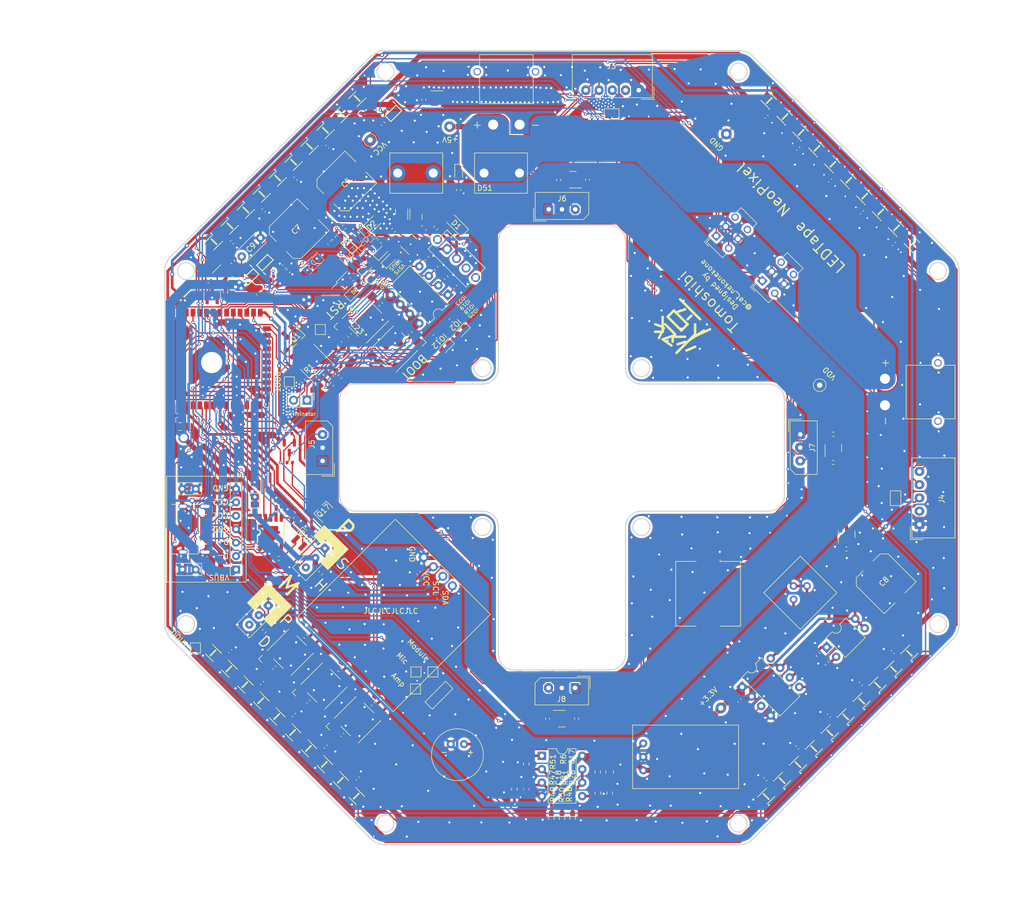
<source format=kicad_pcb>
(kicad_pcb (version 20211014) (generator pcbnew)
  (layers (0 "F.Cu" signal) (31 "B.Cu" signal) (34 "B.Paste" user) (35 "F.Paste" user) (36 "B.SilkS" user "B.Silkscreen") (37 "F.SilkS" user "F.Silkscreen") (38 "B.Mask" user) (39 "F.Mask" user) (44 "Edge.Cuts" user))
  (net 0 "")
  (net 1 "GND")
  (net 2 "VBUS")
  (net 3 "+3.3V")
  (net 4 "Net-(C3-Pad1)")
  (net 5 "VDD")
  (net 6 "/S-S")
  (net 7 "Net-(C6-Pad2)")
  (net 8 "VCC")
  (net 9 "Net-(C9-Pad2)")
  (net 10 "Tact_SW1")
  (net 11 "Tact_SW2")
  (net 12 "Tact_SW3")
  (net 13 "Net-(C17-Pad1)")
  (net 14 "Net-(C18-Pad1)")
  (net 15 "Net-(C18-Pad2)")
  (net 16 "RESET")
  (net 17 "BOOT")
  (net 18 "/VSYS")
  (net 19 "Net-(D4-Pad2)")
  (net 20 "Net-(D5-Pad2)")
  (net 21 "Net-(D6-Pad2)")
  (net 22 "Net-(D7-Pad2)")
  (net 23 "Net-(D9-Pad2)")
  (net 24 "Net-(D10-Pad2)")
  (net 25 "Net-(D11-Pad1)")
  (net 26 "NeoPixel_H")
  (net 27 "NeoPixel_PW_H")
  (net 28 "Net-(D12-Pad1)")
  (net 29 "Net-(D12-Pad3)")
  (net 30 "Net-(D13-Pad1)")
  (net 31 "Net-(D13-Pad3)")
  (net 32 "Net-(D14-Pad1)")
  (net 33 "Net-(D14-Pad3)")
  (net 34 "Net-(D15-Pad1)")
  (net 35 "Net-(D16-Pad1)")
  (net 36 "Net-(D17-Pad1)")
  (net 37 "Net-(D18-Pad1)")
  (net 38 "Net-(D19-Pad1)")
  (net 39 "Net-(D20-Pad1)")
  (net 40 "Net-(D21-Pad1)")
  (net 41 "Net-(D22-Pad1)")
  (net 42 "Net-(D23-Pad1)")
  (net 43 "Net-(D24-Pad1)")
  (net 44 "Net-(D25-Pad1)")
  (net 45 "Net-(D26-Pad1)")
  (net 46 "DOUT")
  (net 47 "+5V")
  (net 48 "/CC1")
  (net 49 "/D+")
  (net 50 "/D-")
  (net 51 "/CC2")
  (net 53 "Net-(J3-Pad3)")
  (net 54 "RS485_A")
  (net 55 "RS485_B")
  (net 56 "Net-(J4-Pad3)")
  (net 57 "LEDTape1_H")
  (net 58 "LEDTape2_H")
  (net 59 "LEDTape4_H")
  (net 60 "Net-(F1-Pad1)")
  (net 61 "Net-(JP1-Pad2)")
  (net 62 "RS485_GPIO")
  (net 63 "Module_OUT")
  (net 64 "Mic")
  (net 65 "Amp_OUT")
  (net 66 "Net-(LS1-Pad1)")
  (net 67 "Net-(LS1-Pad2)")
  (net 68 "Net-(Q1-Pad1)")
  (net 69 "Net-(Q1-Pad3)")
  (net 70 "主電源スイッチ")
  (net 71 "Net-(Q3-Pad3)")
  (net 72 "Net-(Q5-Pad1)")
  (net 73 "IndicatorLED")
  (net 74 "Net-(Q7-Pad3)")
  (net 75 "Net-(Q10-Pad1)")
  (net 76 "LEDTape_PW_H")
  (net 77 "Net-(Q11-Pad1)")
  (net 78 "LEDTape_PW_L")
  (net 79 "LEDTape1_L")
  (net 80 "LEDTape2_L")
  (net 81 "LEDTape3_L")
  (net 82 "LEDTape3_H")
  (net 83 "LEDTape4_L")
  (net 84 "Net-(Q18-Pad3)")
  (net 85 "Net-(Q19-Pad1)")
  (net 86 "NeoPixel_PW_L")
  (net 87 "NeoPixel_L")
  (net 89 "MainTX2_RS485RX")
  (net 90 "Slide_SW1")
  (net 91 "Slide_SW2")
  (net 92 "LED1")
  (net 93 "LED2")
  (net 94 "Net-(R31-Pad1)")
  (net 95 "I2C0_SCL")
  (net 96 "I2C0_SDA")
  (net 97 "Net-(R48-Pad1)")
  (net 98 "Net-(R48-Pad2)")
  (net 99 "Net-(R50-Pad2)")
  (net 100 "Net-(Q16-Pad1)")
  (net 101 "Net-(Q17-Pad2)")
  (net 102 "Net-(Q17-Pad1)")
  (net 103 "Net-(Q16-Pad2)")
  (net 104 "DIP_SW1")
  (net 105 "DIP_SW2")
  (net 106 "DIP_SW3")
  (net 107 "DIP_SW4")
  (net 108 "Net-(R60-Pad2)")
  (net 109 "Net-(R61-Pad2)")
  (net 117 "MainRX2_RS485TX")
  (net 119 "MainRX0_CH340TX")
  (net 120 "MainTX0_CH340RX")
  (net 121 "Speker")
  (net 122 "Net-(RV1-Pad1)")
  (net 130 "Net-(D30-Pad1)")
  (net 131 "Net-(D31-Pad1)")
  (net 132 "Net-(D32-Pad1)")
  (net 133 "Net-(D32-Pad3)")
  (net 134 "Net-(D33-Pad1)")
  (net 135 "Net-(D33-Pad3)")
  (net 136 "Net-(D34-Pad1)")
  (net 137 "Net-(D34-Pad3)")
  (net 138 "Net-(D35-Pad1)")
  (net 139 "Net-(D36-Pad1)")
  (net 140 "Net-(D37-Pad1)")
  (net 141 "Net-(D38-Pad1)")
  (net 142 "Net-(D39-Pad1)")
  (net 143 "Net-(D40-Pad1)")
  (net 144 "Net-(D41-Pad1)")
  (net 145 "Net-(D42-Pad1)")
  (net 146 "Net-(D43-Pad1)")
  (net 147 "Net-(D44-Pad1)")
  (net 148 "Net-(D45-Pad1)")
  (net 149 "Net-(D46-Pad1)")
  (net 152 "Net-(D51-Pad2)")
  (footprint "Capacitor_SMD:C_0402_1005Metric" (layer "F.Cu") (at 222.669593 146.730408 -135)
    (fp_text reference "C35" hide)
    (fp_text value "0.1uF")
  )
  (footprint "Connector_Molex:Molex_SPOX_5267-03A_1x03_P2.50mm_Vertical" (layer "F.Cu") (at 121.02 104.64 90)
    (fp_text reference "J5")
    (fp_text value "Conn_01x03_Female")
  )
  (footprint "Resistor_SMD:R_0603_1608Metric_Pad0.98x0.95mm_HandSolder" (layer "F.Cu") (at 159.48 161.87 -90)
    (fp_text reference "R51")
    (fp_text value "100k")
  )
  (footprint "Package_TO_SOT_SMD:SOT-23" (layer "F.Cu") (at 219.986522 118.461523 90)
    (fp_text reference "Q11" hide)
    (fp_text value "Q_PMOS_GSD")
  )
  (footprint "Package_SO:SOP-8_3.9x4.9mm_P1.27mm" (layer "F.Cu") (at 119.98 86.87 -45)
    (fp_text reference "U1" hide)
    (fp_text value "MAX3485")
  )
  (footprint "Capacitor_SMD:C_0402_1005Metric" (layer "F.Cu") (at 121.900634 45.299366 45)
    (fp_text reference "C27" hide)
    (fp_text value "0.1uF")
  )
  (footprint "Capacitor_SMD:C_0402_1005Metric" (layer "F.Cu") (at 204.63837 164.761631 -135)
    (fp_text reference "C38" hide)
    (fp_text value "0.1uF")
  )
  (footprint "NeoPixel:WS2812C-2020-V1" (layer "F.Cu") (at 217.28617 48.459013 135)
    (fp_text reference "D29" hide)
    (fp_text value "WS2812C-2020-V1")
  )
  (footprint "Package_TO_SOT_SMD:SC-59_Handsoldering" (layer "F.Cu") (at 121.21 114.07 135)
    (fp_text reference "Q17")
    (fp_text value "Q_NPN_BEC")
  )
  (footprint "TestPoint:TestPoint_Pad_1.5x1.5mm" (layer "F.Cu") (at 141.84 144.47)
    (fp_text reference "H7" hide)
    (fp_text value "MountingHole_Pad")
  )
  (footprint "LED_SMD:LED_0603_1608Metric_Pad1.05x0.95mm_HandSolder" (layer "F.Cu") (at 144.23 83.12 -135)
    (fp_text reference "D10" hide)
    (fp_text value "LED")
  )
  (footprint "Capacitor_SMD:C_0402_1005Metric" (layer "F.Cu") (at 107.28 115.38 -90)
    (fp_text reference "C3" hide)
    (fp_text value "0.1uF")
  )
  (footprint "Capacitor_SMD:C_0402_1005Metric" (layer "F.Cu") (at 216.659185 152.740816 -135)
    (fp_text reference "C36" hide)
    (fp_text value "0.1uF")
  )
  (footprint "Capacitor_SMD:C_0402_1005Metric" (layer "F.Cu") (at 139.15 125.8 135)
    (fp_text reference "C15" hide)
    (fp_text value "0.1uF")
  )
  (footprint "Resistor_SMD:R_0402_1005Metric" (layer "F.Cu") (at 117.81 137.81 -45)
    (fp_text reference "R32" hide)
    (fp_text value "10k")
  )
  (footprint "Connector_Molex:Molex_SPOX_5268-05A_1x05_P2.50mm_Horizontal" (layer "F.Cu") (at 180.73 34.62 180)
    (fp_text reference "J3")
    (fp_text value "Conn_01x05_Female")
  )
  (footprint "Resistor_SMD:R_0402_1005Metric" (layer "F.Cu") (at 99.43 70.62 180)
    (fp_text reference "R63" hide)
    (fp_text value "10k")
  )
  (footprint "Resistor_SMD:R_0402_1005Metric" (layer "F.Cu") (at 131.76 63.15 -135)
    (fp_text reference "R20" hide)
    (fp_text value "1k")
  )
  (footprint "Resistor_SMD:R_0402_1005Metric" (layer "F.Cu") (at 101.68 113.63 -90)
    (fp_text reference "R4" hide)
    (fp_text value "5.1k")
  )
  (footprint "Resistor_SMD:R_0402_1005Metric" (layer "F.Cu") (at 142.5 68.23 135)
    (fp_text reference "R58" hide)
    (fp_text value "10k")
  )
  (footprint "Capacitor_SMD:C_0805_2012Metric" (layer "F.Cu") (at 94.13 98.14 180)
    (fp_text reference "C19" hide)
    (fp_text value "22uF")
  )
  (footprint "Capacitor_SMD:C_0402_1005Metric" (layer "F.Cu") (at 127.63 164.62 135)
    (fp_text reference "C39" hide)
    (fp_text value "0.1uF")
  )
  (footprint "Button_Switch_SMD:SW_SPST_Omron_B3FS-100xP" (layer "F.Cu") (at 121.23 147.12 45)
    (fp_text reference "SW7" hide)
    (fp_text value "SW_SPST")
  )
  (footprint "Connector_PinHeader_2.54mm:PinHeader_1x02_P2.54mm_Vertical" (layer "F.Cu") (at 118.07 93.16 -90)
    (fp_text reference "JP1" hide)
    (fp_text value "Jumper_2_Open")
  )
  (footprint "Resistor_SMD:R_0402_1005Metric" (layer "F.Cu") (at 132.405 40.945 135)
    (fp_text reference "R62" hide)
    (fp_text value "10k")
  )
  (footprint "NeoPixel:WS2812C-2020-V1" (layer "F.Cu") (at 112.445887 153.05807 -45)
    (fp_text reference "D34" hide)
    (fp_text value "WS2812C-2020-V1")
  )
  (footprint "LED_SMD:LED_0603_1608Metric_Pad1.05x0.95mm_HandSolder" (layer "F.Cu") (at 147.23 80.12 -135)
    (fp_text reference "D9" hide)
    (fp_text value "LED")
  )
  (footprint "Resistor_SMD:R_0402_1005Metric" (layer "F.Cu") (at 120.63 125.83 -135)
    (fp_text reference "R26" hide)
    (fp_text value "10k")
  )
  (footprint "LED_SMD:LED_0603_1608Metric_Pad1.05x0.95mm_HandSolder" (layer "F.Cu") (at 129.23 68.12 45)
    (fp_text reference "D7" hide)
    (fp_text value "LED")
  )
  (footprint "TSOP6F:SSM6J808R" (layer "F.Cu") (at 126.07 64 -135)
    (fp_text reference "Q7" hide)
    (fp_text value "PMN48XP" hide)
  )
  (footprint "Capacitor_SMD:C_0402_1005Metric" (layer "F.Cu") (at 126.15 80.91 -45)
    (fp_text reference "C20" hide)
    (fp_text value "0.1uF")
  )
  (footprint "NeoPixel:WS2812C-2020-V1" (layer "F.Cu") (at 213.948777 158.901223 45)
    (fp_text reference "D36" hide)
    (fp_text value "WS2812C-2020-V1")
  )
  (footprint "TestPoint:TestPoint_Pad_1.5x1.5mm" (layer "F.Cu") (at 120.59 79.82)
    (fp_text reference "H1" hide)
    (fp_text value "MountingHole_Pad")
  )
  (footprint "NeoPixel:WS2812C-2020-V1" (layer "F.Cu") (at 112.387211 51.31383 -135)
    (fp_text reference "D27" hide)
    (fp_text value "WS2812C-2020-V1")
  )
  (footprint "Diode_SMD:D_SOD-123" (layer "F.Cu") (at 146.32 60.008477 135)
    (fp_text reference "D1")
    (fp_text value "D")
  )
  (footprint "TestPoint:TestPoint_Pad_1.5x1.5mm" (layer "F.Cu") (at 138.65 144.48)
    (fp_text reference "H5" hide)
    (fp_text value "MountingHole_Pad")
  )
  (footprint "LED_SMD:LED_0603_1608Metric_Pad1.05x0.95mm_HandSolder" (layer "F.Cu") (at 133.73 66.62 45)
    (fp_text reference "D4" hide)
    (fp_text value "LED")
  )
  (footprint "Mic:AE-MICAMP" (layer "F.Cu") (at 179.575 166.525 180)
    (fp_text reference "U7" hide)
    (fp_text value "AE-MICAMP")
  )
  (footprint "Capacitor_SMD:C_0402_1005Metric" (layer "F.Cu") (at 131.73 86.4 135)
    (fp_text reference "C21" hide)
    (fp_text value "0.1uF")
  )
  (footprint "Resistor_SMD:R_0402_1005Metric" (layer "F.Cu") (at 130.55 150.52 -45)
    (fp_text reference "R38" hide)
    (fp_text value "10k")
  )
  (footprint "Capacitor_SMD:C_0402_1005Metric" (layer "F.Cu") (at 127.911041 39.288958 45)
    (fp_text reference "C28" hide)
    (fp_text value "0.1uF")
  )
  (footprint "Resistor_SMD:R_0402_1005Metric" (layer "F.Cu") (at 140.74 66.41 135)
    (fp_text reference "R59" hide)
    (fp_text value "10k")
  )
  (footprint "Resistor_SMD:R_0402_1005Metric" (layer "F.Cu") (at 115.2 115.35 -90)
    (fp_text reference "R53" hide)
    (fp_text value "10k")
  )
  (footprint "Capacitor_SMD:C_Elec_8x10.2" (layer "F.Cu") (at 227.08 127.46 -45)
    (fp_text reference "C8")
    (fp_text value "470uF")
  )
  (footprint "Buzzer_Beeper:Buzzer_Murata_PKLCS1212E" (layer "F.Cu") (at 193.83 129.72 -90)
    (fp_text reference "LS1" hide)
    (fp_text value "Speaker")
  )
  (footprint "Resistor_SMD:R_0402_1005Metric" (layer "F.Cu") (at 111.38 70.12 -135)
    (fp_text reference "R22" hide)
    (fp_text value "1k")
  )
  (footprint "Capacitor_THT:C_Disc_D5.0mm_W2.5mm_P5.00mm" (layer "F.Cu") (at 109.272767 62.502233 -135)
    (fp_text reference "C9")
    (fp_text value "ADJ_ST")
  )
  (footprint "NeoPixel:WS2812C-2020-V1" (layer "F.Cu") (at 231.98 140.87 45)
    (fp_text reference "D31" hide)
    (fp_text value "WS2812C-2020-V1")
  )
  (footprint "Resistor_SMD:R_0402_1005Metric" (layer "F.Cu") (at 142.24 81.13 -135)
    (fp_text reference "R30" hide)
    (fp_text value "1k")
  )
  (footprint "Package_TO_SOT_SMD:SOT-23" (layer "F.Cu") (at 137.26066 63.38066 135)
    (fp_text reference "Q3" hide)
    (fp_text value "Q_NMOS_GSD")
  )
  (footprint "Package_TO_SOT_SMD:SOT-23" (layer "F.Cu") (at 166.22 153.3)
    (fp_text reference "Q15" hide)
    (fp_text value "Q_NMOS_GSD")
  )
  (footprint "Jumper:SolderJumper-2_P1.3mm_Open_TrianglePad1.0x1.5mm" (layer "F.Cu") (at 229.23 111.675 90)
    (fp_text reference "JP3" hide)
    (fp_text value "Jumper_2_Open")
  )
  (footprint "TestPoint:TestPoint_Pad_1.5x1.5mm" (layer "F.Cu") (at 114.73 89.7)
    (fp_text reference "H2" hide)
    (fp_text value "MountingHole_Pad")
  )
  (footprint "Capacitor_SMD:C_0402_1005Metric" (layer "F.Cu") (at 103.588369 140.57837 135)
    (fp_text reference "C43" hide)
    (fp_text value "0.1uF")
  )
  (footprint "Resistor_SMD:R_0402_1005Metric" (layer "F.Cu") (at 146.11 71.8 135)
    (fp_text reference "R56" hide)
    (fp_text value "10k")
  )
  (footprint "NeoPixel:WS2812C-2020-V1" (layer "F.Cu") (at 106.435479 147.047662 -45)
    (fp_text reference "D42" hide)
    (fp_text value "WS2812C-2020-V1")
  )
  (footprint "Connector_AMASS:AMASS_XT30PW-M_1x02_P2.50mm_Horizontal" (layer "F.Cu") (at 227.23 94.12 -90)
    (fp_text reference "J9" hide)
    (fp_text value "Conn_01x02_Female")
  )
  (footprint "Resistor_SMD:R_0402_1005Metric" (layer "F.Cu") (at 134.409376 61.050624 -135)
    (fp_text reference "R12" hide)
    (fp_text value "1k")
  )
  (footprint "Capacitor_SMD:C_0402_1005Metric" (layer "F.Cu") (at 93.58 96.07 180)
    (fp_text reference "C22" hide)
    (fp_text value "0.1uF")
  )
  (footprint "NeoPixel:WS2812C-2020-V1" (layer "F.Cu") (at 109.440683 150.052866 -45)
    (fp_text reference "D38" hide)
    (fp_text value "WS2812C-2020-V1")
  )
  (footprint "Resistor_SMD:R_0402_1005Metric" (layer "F.Cu") (at 163.51 153.28 90)
    (fp_text reference "R42" hide)
    (fp_text value "10k")
  )
  (footprint "Package_DIP:DIP-8_W7.62mm" (layer "F.Cu") (at 144.674012 73.27 -135)
    (fp_text reference "SW11" hide)
    (fp_text value "SW_DIP_x04")
  )
  (footprint "Connector_Molex:Molex_SPOX_5268-05A_1x05_P2.50mm_Horizontal" (layer "F.Cu") (at 233.73 116.62 90)
    (fp_text reference "J4")
    (fp_text value "Conn_01x05_Female")
  )
  (footprint "Capacitor_SMD:C_0402_1005Metric" (layer "F.Cu") (at 109.598777 146.588777 135)
    (fp_text reference "C42" hide)
    (fp_text value "0.1uF")
  )
  (footprint "Resistor_SMD:R_0402_1005Metric" (layer "F.Cu") (at 108.82 72.95 135)
    (fp_text reference "R21" hide)
    (fp_text value "1k")
  )
  (footprint "Resistor_SMD:R_0603_1608Metric_Pad0.98x0.95mm_HandSolder" (layer "F.Cu") (at 172.98 163.3625 90)
    (fp_text reference "R6")
    (fp_text value "100k")
  )
  (footprint "Resistor_SMD:R_0402_1005Metric" (layer "F.Cu") (at 216.27 142.87 -45)
    (fp_text reference "R61" hide)
    (fp_text value "10k")
  )
  (footprint "Capacitor_SMD:C_0402_1005Metric" (layer "F.Cu") (at 124.72 156.38 -45)
    (fp_text reference "C16" hide)
    (fp_text value "0.1uF")
  )
  (footprint "NeoPixel:WS2812C-2020-V1" (layer "F.Cu") (at 100.366396 63.334645 -135)
    (fp_text reference "D11" hide)
    (fp_text value "WS2812C-2020-V1")
  )
  (footprint "Resistor_SMD:R_0402_1005Metric" (layer "F.Cu") (at 169.01 153.28 90)
    (fp_text reference "R46" hide)
    (fp_text value "10k")
  )
  (footprint "Resistor_SMD:R_0402_1005Metric" (layer "F.Cu") (at 140.9 62.16 -135)
    (fp_text reference "R11" hide)
    (fp_text value "10k")
  )
  (footprint "NeoPixel:WS2812C-2020-V1" (layer "F.Cu") (at 229.306986 60.479829 135)
    (fp_text reference "D26" hide)
    (fp_text value "WS2812C-2020-V1")
  )
  (footprint "Resistor_SMD:R_0402_1005Metric" (layer "F.Cu") (at 148.68 63.508477 -45)
    (fp_text reference "R5" hide)
    (fp_text value "10k")
  )
  (footprint "Resistor_SMD:R_0402_1005Metric" (layer "F.Cu") (at 101.64 111.24 -90)
    (fp_text reference "R2" hide)
    (fp_text value "5.1k")
  )
  (footprint "Resistor_SMD:R_0402_1005Metric" (layer "F.Cu") (at 109.6 72.179999 135)
    (fp_text reference "R14" hide)
    (fp_text value "10k")
  )
  (footprint "ECM:C9767" (layer "F.Cu") (at 146.48 160.12)
    (fp_text reference "MK1" hide)
    (fp_text value "Microphone_Condenser")
  )
  (footprint "Capacitor_SMD:C_0402_1005Metric" (layer "F.Cu") (at 228.896631 63.68663 -45)
    (fp_text reference "C33" hide)
    (fp_text value "0.1uF")
  )
  (footprint "UDFN6:UDFN6" (layer "F.Cu") (at 135.95 58.03 90)
    (fp_text reference "Q4" hide)
    (fp_text value "PMN48XP")
  )
  (footprint "Package_DIP:DIP-4_W7.62mm" (layer "F.Cu") (at 216.211433 139.825445 45)
    (fp_text reference "SW2" hide)
    (fp_text value "SW_DIP_x02")
  )
  (footprint "Resistor_SMD:R_0402_1005Metric" (layer "F.Cu") (at 124.27 88.74 45)
    (fp_text reference "R8" hide)
    (fp_text value "2.2k")
  )
  (footprint "Package_TO_SOT_SMD:SC-59_Handsoldering" (layer "F.Cu") (at 117.76 118.93 45)
    (fp_text reference "Q16")
    (fp_text value "Q_NPN_BEC")
  )
  (footprint "Diode_SMD:D_SOD-323_HandSoldering" (layer "F.Cu") (at 127.018019 72.548019 45)
    (fp_text reference "D8")
    (fp_text value "D_Zener")
  )
  (footprint "TestPoint:TestPoint_THTPad_D2.0mm_Drill1.0mm" (layer "F.Cu") (at 197.27 42.89)
    (fp_text reference "TP5" hide)
    (fp_text value "TestPoint")
  )
  (footprint "CH340:CH340K" (layer "F.Cu") (at 111.7205 117.63 90)
    (fp_text reference "U2" hide)
    (fp_text value "CH340K")
  )
  (footprint "NeoPixel:WS2812C-2020-V1" (layer "F.Cu") (at 118.397619 45.303422 -135)
    (fp_text reference "D16" hide)
    (fp_text value "WS2812C-2020-V1")
  )
  (footprint "NeoPixel:WS2812C-2020-V1" (layer "F.Cu") (at 216.953981 155.896019 45)
    (fp_text reference "D32" hide)
    (fp_text value "WS2812C-2020-V1")
  )
  (footprint "Resistor_SMD:R_0402_1005Metric" (layer "F.Cu") (at 171.056 51.513188 -90)
    (fp_text reference "R40" hide)
    (fp_text value "10k")
  )
  (footprint "Package_DIP:DIP-8_W7.62mm" (layer "F.Cu") (at 162.43 160.32)
    (fp_text reference "U6" hide)
    (fp_text value "NJM4558")
  )
  (footprint "NeoPixel:WS2812C-2020-V1" (layer "F.Cu") (at 228.974796 143.875204 45)
    (fp_text reference "D35" hide)
    (fp_text value "WS2812C-2020-V1")
  )
  (footprint "Resistor_SMD:R_0603_1608Metric_Pad0.98x0.95mm_HandSolder" (layer "F.Cu") (at 166.23 172.12 90)
    (fp_text reference "R50")
    (fp_text value "1k")
  )
  (footprint "NeoPixel:WS2812C-2020-V1" (layer "F.Cu") (at 115.451091 156.063274 -45)
    (fp_text reference "D49" hide)
    (fp_text value "WS2812C-2020-V1")
  )
  (footprint "Resistor_SMD:R_0402_1005Metric" (layer "F.Cu") (at 122.8 90.18 45)
    (fp_text reference "R7" hide)
    (fp_text value "2.2k")
  )
  (footprint "TestPoint:TestPoint_THTPad_D2.0mm_Drill1.0mm" (layer "F.Cu") (at 196.23 151.29)
    (fp_text reference "TP4" hide)
    (fp_text value "TestPoint")
  )
  (footprint "Resistor_SMD:R_0402_1005Metric" (layer "F.Cu") (at 129.63 64.8 45)
    (fp_text reference "R15" hide)
    (fp_text value "10k")
  )
  (footprint "Resistor_SMD:R_0402_1005Metric" (layer "F.Cu") (at 104.08 67.095 -45)
    (fp_text reference "R65" hide)
    (fp_text value "10k")
  )
  (footprint "Capacitor_SMD:C_0402_1005Metric" (layer "F.Cu") (at 124.170794 85.752418 135)
    (fp_text reference "C4" hide)
    (fp_text value "0.1uF")
  )
  (footprint "Capacitor_SMD:C_0402_1005Metric" (layer "F.Cu") (at 115.890226 51.309773 45)
    (fp_text reference "C26" hide)
    (fp_text value "0.1uF")
  )
  (footprint "Jumper:SolderJumper-2_P1.3mm_Open_TrianglePad1.0x1.5mm" (layer "F.Cu") (at 108.23 112.15 -90)
    (fp_text reference "JP4" hide)
    (fp_text value "Jumper_2_Open")
  )
  (footprint "NeoPixel:WS2812C-2020-V1" (layer "F.Cu") (at 219.959185 152.890815 45)
    (fp_text reference "D47" hide)
    (fp_text value "WS2812C-2020-V1")
  )
  (footprint "Capacitor_SMD:C_0603_1608Metric_Pad1.08x0.95mm_HandSolder" (layer "F.Cu") (at 124.24 82.52 135)
    (fp_text reference "C23")
    (fp_text value "C")
  )
  (footprint "LED_SMD:LED_0603_1608Metric_Pad1.05x0.95mm_HandSolder" (layer "F.Cu") (at 130.73 69.62 45)
    (fp_text reference "D6" hide)
    (fp_text value "LED")
  )
  (footprint "Capacitor_SMD:C_0402_1005Metric" (layer "F.Cu") (at 112.75 113.26 180)
    (fp_text reference "C2" hide)
    (fp_text value "0.1uF")
  )
  (footprint "Resistor_SMD:R_0402_1005Metric" (layer "F.Cu") (at 114.550624 68.759376 -135)
    (fp_text reference "R16" hide)
    (fp_text value "10k")
  )
  (footprint "Slide_Switch:3P_SPDT_SlideSwitch" (layer "F.Cu") (at 119.65 122.95 -45)
    (fp_text reference "SW3" hide)
    (fp_text value "SW_SPDT")
  )
  (footprint "Capacitor_SMD:C_Elec_8x10.2" (layer "F.Cu") (at 125.23 52.12 45)
    (fp_text reference "C5")
    (fp_text value "470uF")
  )
  (footprint "Resistor_SMD:R_0402_1005Metric" (layer "F.Cu") (at 122.572733 84.154356 -45)
    (fp_text reference "R3" hide)
    (fp_text value "20k")
  )
  (footprint "Potentiometer:TSR-3386K" (layer "F.Cu") (at 211.23 129.52 135)
    (fp_text reference "RV1" hide)
    (fp_text value "R_Potentiometer")
  )
  (footprint "Resistor_SMD:R_0603_1608Metric_Pad0.98x0.95mm_HandSolder" (layer "F.Cu") (at 172.98 167.37 90)
    (fp_text reference "R31")
    (fp_text value "R")
  )
  (footprint "Connector_USB:USB_C_Receptacle_GCT_USB4105-xx-A_16P_TopMnt_Horizontal" (layer "F.Cu") (at 95.73 117.52 -90)
    (fp_text reference "J10" hide)
    (fp_text value "USB_C_Receptacle_USB2.0")
  )
  (footprint "Resistor_SMD:R_0402_1005Metric" (layer "F.Cu") (at 216.32 134.69 -135)
    (fp_text reference "R25" hide)
    (fp_text value "1k")
  )
  (footprint "TestPoint:TestPoint_THTPad_D2.0mm_Drill1.0mm" (layer "F.Cu") (at 129.99 44.02)
    (fp_text reference "TP3" hide)
    (fp_text value "TestPoint")
  )
  (footprint "Package_TO_SOT_SMD:SOT-23" (layer "F.Cu") (at 217.48 102.19 90)
    (fp_text reference "Q14" hide)
    (fp_text value "Q_NMOS_GSD")
  )
  (footprint "NeoPixel:WS2812C-2020-V1" (layer "F.Cu") (at 124.408027 39.293014 -135)
    (fp_text reference "D24" hide)
    (fp_text value "WS2812C-2020-V1")
  )
  (footprint "TestPoint:TestPoint_Pad_1.5x1.5mm" (layer "F.Cu") (at 97 139.95)
    (fp_text reference "H8" hide)
    (fp_text value "MountingHole_Pad")
  )
  (footprint "Resistor_SMD:R_0402_1005Metric" (layer "F.Cu") (at 123.98 61.79 -45)
    (fp_text reference "R23" hide)
    (fp_text value "1k")
  )
  (footprint "Resistor_SMD:R_0402_1005Metric" (layer "F.Cu") (at 109.99 136.77 45)
    (fp_text reference "R27" hide)
    (fp_text value "10k")
  )
  (footprint "Jumper:SolderJumper-2_P1.3mm_Open_TrianglePad1.0x1.5mm" (layer "F.Cu") (at 175.61 39.12 180)
    (fp_text reference "JP2" hide)
    (fp_text value "Jumper_2_Open")
  )
  (footprint "NeoPixel:WS2812C-2020-V1" (layer "F.Cu") (at 127.471906 168.084089 -45)
    (fp_text reference "D33" hide)
    (fp_text value "WS2812C-2020-V1")
  )
  (footprint "Capacitor_SMD:C_0402_1005Metric" (layer "F.Cu") (at 228.68 140.72 -135)
    (fp_text reference "C34" hide)
    (fp_text value "0.1uF")
  )
  (footprint "Resistor_SMD:R_0603_1608Metric_Pad0.98x0.95mm_HandSolder" (layer "F.Cu") (at 157.23 166.62 -90)
    (fp_text reference "R47")
    (fp_text value "2.2k")
  )
  (footprint "Capacitor_SMD:C_0402_1005Metric" (layer "F.Cu") (at 109.879818 57.320181 45)
    (fp_text reference "C25" hide)
    (fp_text value "0.1uF")
  )
  (footprint "Resistor_SMD:R_0402_1005Metric" (layer "F.Cu") (at 137.57 80.57 -45)
    (fp_text reference "R55" hide)
    (fp_text value "10k")
  )
  (footprint "NeoPixel:WS2812C-2020-V1" (layer "F.Cu") (at 115.392415 48.308626 -135)
    (fp_text reference "D12" hide)
    (fp_text value "WS2812C-2020-V1")
  )
  (footprint "Resistor_SMD:R_0402_1005Metric" (layer "F.Cu") (at 102.68 72.82 90)
    (fp_text reference "R64" hide)
    (fp_text value "10k")
  )
  (footprint "Connector_Molex:Molex_SPOX_5267-03A_1x03_P2.50mm_Vertical" (layer "F.Cu") (at 168.69 147.5 180)
    (fp_text reference "J8")
    (fp_text value "Conn_01x03_Female")
  )
  (footprint "Package_TO_SOT_SMD:SC-59_Handsoldering" (layer "F.Cu") (at 115.86 81.41 -45)
    (fp_text reference "Q1")
    (fp_text value "Q_PNP_BEC")
  )
  (footprint "NeoPixel:WS2812C-2020-V1" (layer "F.Cu") (at 214.280966 45.453809 135)
    (fp_text reference "D25" hide)
    (fp_text value "WS2812C-2020-V1")
  )
  (footprint "TestPoint:TestPoint_THTPad_D2.0mm_Drill1.0mm" (layer "F.Cu") (at 144.99 41.5)
    (fp_text reference "TP1" hide)
    (fp_text value "TestPoint")
  )
  (footprint "Capacitor_SMD:C_0402_1005Metric" (layer "F.Cu") (at 121.60545 158.59545 135)
    (fp_text reference "C40" hide)
    (fp_text value "0.1uF")
  )
  (footprint "Package_TO_SOT_SMD:SOT-23" (layer "F.Cu") (at 143.095 36.29)
    (fp_text reference "Q10" hide)
    (fp_text value "Q_PMOS_GSD")
  )
  (footprint "Resistor_SMD:R_0402_1005Metric" (layer "F.Cu") (at 112.72 123.05 180)
    (fp_text reference "R52" hide)
    (fp_text value "10k")
  )
  (footprint "Display_akitsuki:128×64_OLED_White" (layer "F.Cu") (at 143.73 124.62 -45)
    (fp_text reference "U5" hide)
    (fp_text value "OLED_akitsuki")
  )
  (footprint "Resistor_SMD:R_0402_1005Metric" (layer "F.Cu") (at 219.93 121.27 180)
    (fp_text reference "R37" hide)
    (fp_text value "10k")
  )
  (footprint "Button_Switch_SMD:SW_SPST_Omron_B3FS-100xP" (layer "F.Cu") (at 134.64 83.5 -135)
    (fp_text reference "SW10" hide)
    (fp_text value "SW_SPST")
  )
  (footprint "NeoPixel:WS2812C-2020-V1" (layer "F.Cu") (at 118.456295 159.068478 -45)
    (fp_text reference "D45" hide)
    (fp_text value "WS2812C-2020-V1")
  )
  (footprint "Resistor_SMD:R_0402_1005Metric" (layer "F.Cu") (at 132.02 75.06 135)
    (fp_text reference "R54" hide)
    (fp_text value "10k")
  )
  (footprint "Package_TO_SOT_SMD:SOT-23" (layer "F.Cu") (at 114.73 102.13 -90)
    (fp_text reference "Q12" hide)
    (fp_text value "Q_NMOS_GSD")
  )
  (footprint "Resistor_SMD:R_0402_1005Metric" (layer "F.Cu") (at 114.69 99.45)
    (fp_text reference "R39" hide)
    (fp_text value "10k")
  )
  (footprint "NeoPixel:WS2812C-2020-V1" (layer "F.Cu") (at 103.3716 60.329441 -135)
    (fp_text reference "D15" hide)
    (fp_text value "WS2812C-2020-V1")
  )
  (footprint "TestPoint:TestPoint_THTPad_D2.0mm_Drill1.0mm" (layer "F.Cu") (at 214.9 90.32)
    (fp_text reference "TP2" hide)
    (fp_text value "TestPoint")
  )
  (footprint "Capacitor_SMD:C_0402_1005Metric" (layer "F.Cu") (at 122.27 63.4 135)
    (fp_text reference "C10" hide)
    (fp_text value "1uF")
  )
  (footprint "NeoPixel:WS2812C-2020-V1" (layer "F.Cu") (at 106.376804 57.324237 -135)
    (fp_text reference "D19" hide)
    (fp_text value "WS2812C-2020-V1")
  )
  (footprint "Toggle_Switch:3P_SPDT_5Pin_ToggleSwitch" (layer "F.Cu") (at 146.32 66.408477 45)
    (fp_text reference "SW1" hide)
    (fp_text value "SW_SPDT")
  )
  (footprint "Package_TO_SOT_SMD:SOT-23" (layer "F.Cu") (at 168.27262 51.513188 180)
    (fp_text reference "Q13" hide)
    (fp_text value "Q_NMOS_GSD")
  )
  (footprint "ESP32:ESP32-WROOM-32" (layer "F.Cu") (at 100.98 85.37 90)
    (fp_text reference "U8" hide)
    (fp_text value "ESP32-WROOM-32")
  )
  (footprint "Button_Switch_SMD:SW_SPST_Omron_B3FS-100xP" (layer "F.Cu") (at 114.866039 140.756039 45)
    (fp_text reference "SW6" hide)
    (fp_text value "SW_SPST")
  )
  (footprint "NeoPixel:WS2812C-2020-V1" (layer "F.Cu") (at 121.402823 42.298218 -135)
    (fp_text reference "D20" hide)
    (fp_text value "WS2812C-2020-V1")
  )
  (footprint "TestPoint:TestPoint_Pad_1.5x1.5mm" (layer "F.Cu") (at 138.57 147.69)
    (fp_text reference "H6" hide)
    (fp_text value "MountingHole_Pad")
  )
  (footprint "NeoPixel:WS2812C-2020-V1" (layer "F.Cu") (at 220.291374 51.464217 135)
    (fp_text reference "D14" hide)
    (fp_text value "WS2812C-2020-V1")
  )
  (footprint "NeoPixel:WS2812C-2020-V1" (layer "F.Cu") (at 103.430275 144.042458 -45)
    (fp_text reference "D46" hide)
    (fp_text value "WS2812C-2020-V1")
  )
  (footprint "Package_TO_SOT_SMD:TO-252-3_TabPin2" (layer "F.Cu") (at 119.63 70.32 -135)
    (fp_text reference "U3" hide)
    (fp_text value "AMS1117CD-3.3")
  )
  (footprint "Fuse:FUC_03A" (layer "F.Cu") (at 146.71 50.27)
    (fp_text reference "F1" hide)
    (fp_text value "Fuse")
  )
  (footprint "Capacitor_SMD:C_0402_1005Metric" (layer "F.Cu") (at 216.875816 51.665815 -45)
    (fp_text reference "C31" hide)
    (fp_text value "0.1uF")
  )
  (footprint "Resistor_SMD:R_0402_1005Metric" (layer "F.Cu") (at 125.07 60.49 -135)
    (fp_text reference "R18" hide)
    (fp_text value "10k")
  )
  (footprint "Resistor_SMD:R_0603_1608Metric_Pad0.98x0.95mm_HandSolder" (layer "F.Cu") (at 168.23 172.12 90)
    (fp_text reference "R48")
    (fp_text value "R")
  )
  (footprint "NeoPixel:WS2812C-2020-V1" (layer "F.Cu") (at 121.461498 162.073681 -45)
    (fp_text reference "D41" hide)
    (fp_text value "WS2812C-2020-V1")
  )
  (footprint "USB_DIP:USB_C(simple)" (layer "F.Cu") (at 91.575 127.525 90)
    (fp_text reference "J1" hide)
    (fp_text value "USB_C_Receptacle_USB2.0")
  )
  (footprint "Capacitor_SMD:C_Elec_8x10.2" (layer "F.Cu") (at 116.23 61.12 45)
    (fp_text reference "C7")
    (fp_text value "470uF")
  )
  (footprint "Resistor_SMD:R_0402_1005Metric" (layer "F.Cu") (at 217.47 99.58 180)
    (fp_text reference "R45" hide)
    (fp_text value "10k")
  )
  (footprint "Connector_Molex:Molex_SPOX_5267-03A_1x03_P2.50mm_Vertical" (layer "F.Cu") (at 163.73 57.12)
    (fp_text reference "J6")
    (fp_text value "Conn_01x03_Female")
  )
  (footprint "NeoPixel:WS2812C-2020-V1" (layer "F.Cu") (at 232.312189 63.485032 135)
    (fp_text reference "D30" hide)
    (fp_text value "WS2812C-2020-V1")
  )
  (footprint "Resistor_SMD:R_0603_1608Metric" (layer "F.Cu") (at 114.71 84.34 -45)
    (fp_text reference "R1")
    (fp_text value "7.5k")
  )
  (footprint "NeoPixel:WS2812C-2020-V1" (layer "F.Cu") (at 223.296578 54.469421 135)
    (fp_text reference "D18" hide)
    (fp_text value "WS2812C-2020-V1")
  )
  (footprint "Resistor_SMD:R_0402_1005Metric" (layer "F.Cu") (at 114.8 104.94)
    (fp_text reference "R43" hide)
    (fp_text value "10k")
  )
  (footprint "LED_SMD:LED_0603_1608Metric_Pad1.05x0.95mm_HandSolder" (layer "F.Cu") (at 146.71 50.27 -90)
    (fp_text reference "D51")
    (fp_text value "LED")
  )
  (footprint "Jumper:SolderJumper-3_P2.0mm_Open_TrianglePad1.0x1.5mm_NumberLabels" (layer "F.Cu") (at 142.98 148.87 -135)
    (fp_text reference "JP5" hide)
    (fp_text value "SolderJumper_3_Open")
  )
  (footprint "Resistor_SMD:R_0603_1608Metric_Pad0.98x0.95mm_HandSolder" (layer "F.Cu") (at 175.23 167.37 90)
    (fp_text reference "R28")
    (fp_text value "100k")
  )
  (footprint "Capacitor_SMD:C_0402_1005Metric" (layer "F.Cu") (at 126.508019 70.338019 45)
    (fp_text reference "C11" hide)
    (fp_text value "1uF")
  )
  (footprint "NeoPixel:WS2812C-2020-V1" (layer "F.Cu") (at 211.275763 42.448606 135)
    (fp_text reference "D21" hide)
    (fp_text value "WS2812C-2020-V1")
  )
  (footprint "Capacitor_SMD:C_0402_1005Metric" (layer "F.Cu") (at 210.865408 45.655407 -45)
    (fp_text reference "C30" hide)
    (fp_text value "0.1uF")
  )
  (footprint "Resistor_SMD:R_0402_1005Metric" (layer "F.Cu") (at 124.848019 71.948019 -135)
    (fp_text reference "R24" hide)
    (fp_text value "10k")
  )
  (footprint "Capacitor_SMD:C_0402_1005Metric" (layer "F.Cu") (at 118.31 150.07 -45)
    (fp_text reference "C14" hide)
    (fp_text value "0.1uF")
  )
  (footprint "Connector_AMASS:AMASS_XT30PW-M_1x02_P2.50mm_Horizontal" (layer "F.Cu") (at 158.23 41.12)
    (fp_text reference "J2" hide)
    (fp_text value "Conn_01x02_Female")
  )
  (footprint "Button_Switch_THT:SW_CuK_JS202011CQN_DPDT_Straight" (layer "F.Cu") (at 204.076 70.624 45)
    (fp_text reference "SW8" hide)
    (fp_text value "SW_DPDT_x2")
  )
  (footprint "Capacitor_SMD:C_0402_1005Metric" (layer "F.Cu") (at 199.758 149.872 135)
    (fp_text reference "C12" hide)
    (fp_text value "1uF")
  )
  (footprint "Resistor_SMD:R_0402_1005Metric" (layer "F.Cu") (at 130.9 62.29 -135)
    (fp_text reference "R13" hide)
    (fp_text value "10k")
  )
  (footprint "Capacitor_SMD:C_0402_1005Metric" (layer "F.Cu") (at 115.609184 152.599185 135)
    (fp_text reference "C41" hide)
    (fp_text value "0.1uF")
  )
  (footprint "Resistor_SMD:R_0402_1005Metric" (layer "F.Cu") (at 140.13 36.395 90)
    (fp_text reference "R36" hide)
    (fp_text value "10k")
  )
  (footprint "Package_TO_SOT_SMD:SOT-23" (layer "F.Cu") (at 100.155 73.345 90)
    (fp_text reference "Q19" hide)
    (fp_text value "Q_PMOS_GSD")
  )
  (footprint "LED_SMD:LED_0603_1608Metric_Pad1.05x0.95mm_HandSolder" (layer "F.Cu") (at 132.23 65.12 45)
    (fp_text reference "D5" hide)
    (fp_text value "LED")
  )
  (footprint "NeoPixel:WS2812C-2020-V1" (layer "F.Cu") (at 204.933166 167.916834 45)
    (fp_text reference "D48" hide)
    (fp_text value "WS2812C-2020-V1")
  )
  (footprint "Button_Switch_SMD:SW_SPST_Omron_B3FS-100xP" (layer "F.Cu") (at 129.08 77.98 45)
    (fp_text reference "SW5" hide)
    (fp_text value "SW_SPST")
  )
  (footprint "Capacitor_SMD:C_0805_2012Metric" (layer "F.Cu") (at 101 125.17)
    (fp_text reference "C1" hide)
    (fp_text value "10uF")
  )
  (footprint "NeoPixel:WS2812C-2020-V1" (layer "F.Cu") (at 225.969592 146.880408 45)
    (fp_text reference "D39" hide)
    (fp_text value "WS2812C-2020-V1")
  )
  (footprint "UDFN6:UDFN6" (layer "F.Cu") (at 138.665559 58.03 -90)
    (fp_text reference "Q2" hide)
    (fp_text value "PMN48XP")
  )
  (footprint "NeoPixel:WS2812C-2020-V1" (layer "F.Cu") (at 109.382007 54.319034 -135)
    (fp_text reference "D23" hide)
    (fp_text value "WS2812C-2020-V1")
  )
  (footprint "Slide_Switch:3P_SPDT_SlideSwitch" (layer "F.Cu") (at 108.97 133.76 -45)
    (fp_text reference "SW4" hide)
    (fp_text value "SW_SPDT")
  )
  (footprint "NeoPixel:WS2812C-2020-V1" (layer "F.Cu") (at 222.964389 149.885611 45)
    (fp_text reference "D43" hide)
    (fp_text value "WS2812C-2020-V1")
  )
  (footprint "NeoPixel:WS2812C-2020-V1" (layer "F.Cu") (at 208.270559 39.443402 135)
    (fp_text reference "D17" hide)
    (fp_text value "WS2812C-2020-V1")
  )
  (footprint "Capacitor_SMD:C_0402_1005Metric" (layer "F.Cu") (at 204.855 39.645 -45)
    (fp_text reference "C29" hide)
    (fp_text value "0.1uF")
  )
  (footprint "Resistor_SMD:R_0402_1005Metric" (layer "F.Cu") (at 123.12 62.61 -45)
    (fp_text reference "R19" hide)
    (fp_text value "10k")
  )
  (footprint "Capacitor_SMD:C_0805_2012Metric" (layer "F.Cu") (at 175.23 163.3625 90)
    (fp_text reference "C17")
    (fp_text value "10uF")
  )
  (footprint "NeoPixel:WS2812C-2020-V1" (layer "F.Cu") (at 205.265355 36.438198 135)
    (fp_text reference "D13" hide)
    (fp_text value "WS2812C-2020-V1")
  )
  (footprint "Resistor_SMD:R_0402_1005Metric" (layer "F.Cu") (at 117.361356 89.535439 135)
    (fp_text reference "R9" hide)
    (fp_text value "120")
  )
  (footprint "Package_DIP:DIP-8_W7.62mm" (layer "F.Cu") (at 200.255989 147.32 45)
    (fp_text reference "U4" hide)
    (fp_text value "NJU72501_Module")
  )
  (footprint "Resistor_SMD:R_0402_1005Metric" (layer "F.Cu") (at 146.73 53.47 -90)
    (fp_text reference "R67" hide)
    (fp_text value "1k")
  )
  (footprint "TSOP6F:SSM6J808R" (layer "F.Cu") (at 134.408122 38.970163 -45)
    (fp_text reference "Q18" hide)
    (fp_text value "PMN48XP" hide)
  )
  (footprint "Connector_Molex:Molex_SPOX_5267-03A_1x03_P2.50mm_Vertical" (layer "F.Cu") (at 211.23 99.62 -90)
    (fp_text reference "J7")
    (fp_text value "Conn_01x03_Female")
  )
  (footprint "Resistor_SMD:R_0402_1005Metric" (layer "F.Cu") (at 142.37 60.64 45)
    (fp_text reference "R10" hide)
    (fp_text value "10k")
  )
  (footprint "NeoPixel:WS2812C-2020-V1" (layer "F.Cu") (at 207.938369 164.911631 45)
    (fp_text reference "D44" hide)
    (fp_text value "WS2812C-2020-V1")
  )
  (footprint "Resistor_SMD:R_0402_1005Metric" (layer "F.Cu") (at 214.57 141.19 135)
    (fp_text reference "R60" hide)
    (fp_text value "10k")
  )
  (footprint "NeoPixel:WS2812C-2020-V1" (layer "F.Cu") (at 226.301782 57.474625 135)
    (fp_text reference "D22" hide)
    (fp_text value "WS2812C-2020-V1")
  )
  (footprint "Capacitor_SMD:C_0603_1608Metric" (layer "F.Cu") (at 159.48 166.62 90)
    (fp_text reference "C18")
    (fp_text value "4.7uF")
  )
  (footprint "Diode_SMD:D_SOD-123" (layer "F.Cu") (at 130.18 60.17 45)
    (fp_text reference "D2")
    (fp_text value "D_Schottky")
  )
  (footprint "Capacitor_SMD:C_0603_1608Metric" (layer "F.Cu") (at 140.17 60.62 -135)
    (fp_text reference "C6" hide)
    (fp_text value "4.7uF")
  )
  (footprint "NeoPixel:WS2812C-2020-V1" (layer "F.Cu") (at 127.41323 36.287811 -135)
    (fp_text reference "D28" hide)
    (fp_text value "WS2812C-2020-V1")
  )
  (footprint "NeoPixel:WS2812C-2020-V1" (layer "F.Cu") (at 100.425072 141.037255 -45)
    (fp_text reference "D50" hide)
    (fp_text value "WS2812C-2020-V1")
  )
  (footprint "Button_Switch_THT:SW_CuK_JS202011CQN_DPDT_Straight" (layer "F.Cu") (at 195.372051 62.127949 45)
    (fp_text reference "SW12" hide)
    (fp_text value "SW_DPDT_x2")
  )
  (footprint "Resistor_SMD:R_0402_1005Metric" (layer "F.Cu") (at 165.596 51.574 90)
    (fp_text reference "R44" hide)
    (fp_text value "10k")
  )
  (footprint "Resistor_SMD:R_0402_1005Metric" (layer "F.Cu") (at 144.34 70.04 135)
    (fp_text reference "R57" hide)
    (fp_text value "10k")
  )
  (footprint "Capacitor_SMD:C_0402_1005Metric" (layer "F.Cu") (at 210.648777 158.751223 -135)
    (fp_text reference "C37" hide)
    (fp_text value "0.1uF")
  )
  (footprint "Resistor_SMD:R_0402_1005Metric" (layer "F.Cu") (at 217.43 104.914 180)
    (fp_text reference "R41" hide)
    (fp_text value "10k")
  )
  (footprint "Capacitor_SMD:C_0402_1005Metric" (layer "F.Cu") (at 111.92 143.7 -45)
    (fp_text reference "C13" hide)
    (fp_text value "0.1uF")
  )
  (footprint "Resistor_SMD:R_0402_1005Metric" (layer "F.Cu") (at 124.23 144.09 -45)
    (fp_text reference "R35" hide)
    (fp_text value "10k")
  )
  (footprint "TSOP6F:SSM6J808R" (layer "F.Cu") (at 107.43 69.87 -45)
    (fp_text reference "Q6" hide)
    (fp_text value "PMN48XP" hide)
  )
  (footprint "Package_TO_SOT_SMD:SOT-23" (layer "F.Cu") (at 102.455 69.12 45)
    (fp_text reference "Q20" hide)
    (fp_text value "Q_NMOS_GSD")
  )
  (footprint "Button_Switch_SMD:SW_SPST_Omron_B3FS-100xP" (layer "F.Cu") (at 127.593961 153.483961 45)
    (fp_text reference "SW9" hide)
    (fp_text value "SW_SPST")
  )
  (footprint "TSOP6F:SSM6J808R" (layer "F.Cu") (at 110.117006 67.182994 135)
    (fp_text reference "Q9" hide)
    (fp_text value "PMN48XP" hide)
  )
  (footprint "Capacitor_SMD:C_0402_1005Metric" (layer "F.Cu") (at 103.869411 63.330589 45)
    (fp_text reference "C24" hide)
    (fp_text value "0.1uF")
  )
  (footprint "Capacitor_SMD:C_0402_1005Metric" (layer "F.Cu") (at 222.886223 57.676223 -45)
    (fp_text reference "C32" hide)
    (fp_text value "0.1uF")
  )
  (footprint "NeoPixel:WS2812C-2020-V1" (layer "F.Cu") (at 124.466702 165.078885 -45)
    (fp_text reference "D37" hide)
    (fp_text value "WS2812C-2020-V1")
  )
  (footprint "Resistor_SMD:R_0402_1005Metric" (layer "F.Cu") (at 113.730624 67.939376 -135)
    (fp_text reference "R17" hide)
    (fp_text value "1k")
  )
  (footprint "Resistor_SMD:R_0603_1608Metric_Pad0.98x0.95mm_HandSolder" (layer "F.Cu") (at 164.23 172.12 90)
    (fp_text reference "R49")
    (fp_text value "100k")
  )
  (footprint "NeoPixel:WS2812C-2020-V1" (layer "F.Cu") (at 210.943573 161.906427 45)
    (fp_text reference "D40" hide)
    (fp_text value "WS2812C-2020-V1")
  )
  (footprint "Resistor_SMD:R_0402_1005Metric" (layer "F.Cu") (at 145.24 78.1 -135)
    (fp_text reference "R29" hide)
    (fp_text value "1k")
  )
  (footprint "Package_TO_SOT_SMD:SC-59_Handsoldering" (layer "B.Cu") (at 126.111522 65.995025 135)
    (fp_text reference "Q8")
    (fp_text value "Q_PNP_BEC")
  )
  (footprint "Resistor_SMD:R_0603_1608Metric_Pad0.98x0.95mm_HandSolder" (layer "B.Cu") (at 143.04 130.29 -45)
    (fp_text reference "R34" hide)
    (fp_text value "R")
  )
  (footprint "Package_TO_SOT_SMD:SC-59_Handsoldering" (layer "B.Cu") (at 128.88 63.21 -45)
    (fp_text reference "Q5")
    (fp_text value "Q_PNP_BEC")
  )
  (footprint "Diode_SMD:D_SOD-123" (layer "B.Cu") (at 119.03 67.52 -135)
    (fp_text reference "D3")
    (fp_text value "D")
  )
  (footprint "Resistor_SMD:R_0603_1608Metric_Pad0.98x0.95mm_HandSolder" (layer "B.Cu") (at 140.31 127.61 -45)
    (fp_text reference "R33" hide)
    (fp_text value "R")
  )
  (gr_poly (pts (xy 108.196211 132.801839) (xy 111.133841 129.86421) (xy 109.755815 128.486185) (xy 106.818186 131.423813)) (layer "F.SilkS") (width 0.15) (fill solid))
  (gr_poly (pts (xy 122.005 125.145) (xy 125.011051 122.138949) (xy 123.62921 120.757108) (xy 120.623159 123.763159)) (layer "F.SilkS") (width 0.15) (fill solid))
  (gr_poly (pts (xy 111.319 135.893) (xy 114.325051 132.886949) (xy 112.94321 131.505108) (xy 109.937159 134.511159)) (layer "F.SilkS") (width 0.15) (fill solid))
  (gr_poly (pts (xy 120.74221 120.193841) (xy 121.819841 119.11621) (xy 120.441815 117.738185) (xy 119.364185 118.815815)) (layer "F.SilkS") (width 0.15) (fill solid))
  (gr_poly (pts (xy 121.335898 116.836216) (xy 125.828841 121.329159) (xy 124.646 122.512) (xy 120.153057 118.019057)) (layer "F.SilkS") (width 0.15) (fill solid))
  (gr_poly (pts (xy 110.649898 127.584216) (xy 115.142841 132.077159) (xy 113.96 133.26) (xy 109.467057 128.767057)) (layer "F.SilkS") (width 0.15) (fill solid))
  (gr_circle (center 95.23 135.463146) (end 96.83 135.463146) (layer "Edge.Cuts") (width 0.2) (fill none))
  (gr_line (start 130.058427 28.291573) (end 92.401573 65.948427) (layer "Edge.Cuts") (width 0.2))
  (gr_line (start 151.23 114.12) (end 127.23 114.12) (layer "Edge.Cuts") (width 0.2))
  (gr_line (start 178.23 117.12) (end 178.23 141.12) (layer "Edge.Cuts") (width 0.2))
  (gr_line (start 199.573146 27.12) (end 132.886854 27.12) (layer "Edge.Cuts") (width 0.2))
  (gr_arc (start 154.23 63.12) (mid 155.10868 60.99868) (end 157.23 60.12) (layer "Edge.Cuts") (width 0.2))
  (gr_circle (center 151.23 117.12) (end 152.83 117.12) (layer "Edge.Cuts") (width 0.2) (fill none))
  (gr_line (start 205.23 114.12) (end 181.23 114.12) (layer "Edge.Cuts") (width 0.2))
  (gr_arc (start 181.23 90.12) (mid 179.10868 89.24132) (end 178.23 87.12) (layer "Edge.Cuts") (width 0.2))
  (gr_line (start 241.23 135.463146) (end 241.23 68.776854) (layer "Edge.Cuts") (width 0.2))
  (gr_arc (start 154.23 87.12) (mid 153.35132 89.24132) (end 151.23 90.12) (layer "Edge.Cuts") (width 0.2))
  (gr_arc (start 175.23 60.12) (mid 177.35132 60.99868) (end 178.23 63.12) (layer "Edge.Cuts") (width 0.2))
  (gr_arc (start 132.886854 177.12) (mid 131.35612 176.815518) (end 130.058427 175.948427) (layer "Edge.Cuts") (width 0.2))
  (gr_arc (start 178.23 141.12) (mid 177.35132 143.24132) (end 175.23 144.12) (layer "Edge.Cuts") (width 0.2))
  (gr_line (start 240.058427 65.948427) (end 202.401573 28.291573) (layer "Edge.Cuts") (width 0.2))
  (gr_circle (center 181.23 87.12) (end 182.83 87.12) (layer "Edge.Cuts") (width 0.2) (fill none))
  (gr_circle (center 199.573146 173.12) (end 201.173146 173.12) (layer "Edge.Cuts") (width 0.2) (fill none))
  (gr_line (start 92.401573 138.291573) (end 130.058427 175.948427) (layer "Edge.Cuts") (width 0.2))
  (gr_circle (center 199.573146 31.12) (end 201.173146 31.12) (layer "Edge.Cuts") (width 0.2) (fill none))
  (gr_circle (center 132.886854 31.12) (end 134.486854 31.12) (layer "Edge.Cuts") (width 0.2) (fill none))
  (gr_line (start 181.23 90.12) (end 205.23 90.12) (layer "Edge.Cuts") (width 0.2))
  (gr_line (start 154.23 87.12) (end 154.23 63.12) (layer "Edge.Cuts") (width 0.2))
  (gr_line (start 175.23 144.12) (end 157.23 144.12) (layer "Edge.Cuts") (width 0.2))
  (gr_line (start 157.23 60.12) (end 175.23 60.12) (layer "Edge.Cuts") (width 0.2))
  (gr_arc (start 127.23 114.12) (mid 125.10868 113.24132) (end 124.23 111.12) (layer "Edge.Cuts") (width 0.2))
  (gr_line (start 202.401573 175.948427) (end 240.058427 138.291573) (layer "Edge.Cuts") (width 0.2))
  (gr_circle (center 95.23 68.776854) (end 96.83 68.776854) (layer "Edge.Cuts") (width 0.2) (fill none))
  (gr_circle (center 151.23 87.12) (end 152.83 87.12) (layer "Edge.Cuts") (width 0.2) (fill none))
  (gr_arc (start 178.23 117.12) (mid 179.10868 114.99868) (end 181.23 114.12) (layer "Edge.Cuts") (width 0.2))
  (gr_arc (start 130.058427 28.291573) (mid 131.35612 27.424482) (end 132.886854 27.12) (layer "Edge.Cuts") (width 0.2))
  (gr_arc (start 241.23 135.463146) (mid 240.925515 136.993881) (end 240.058427 138.291573) (layer "Edge.Cuts") (width 0.2))
  (gr_arc (start 92.401573 138.291573) (mid 91.534482 136.99388) (end 91.23 135.463146) (layer "Edge.Cuts") (width 0.2))
  (gr_circle (center 181.23 117.12) (end 182.83 117.12) (layer "Edge.Cuts") (width 0.2) (fill none))
  (gr_line (start 91.23 68.776854) (end 91.23 135.463146) (layer "Edge.Cuts") (width 0.2))
  (gr_circle (center 237.23 68.776854) (end 238.83 68.776854) (layer "Edge.Cuts") (width 0.2) (fill none))
  (gr_circle (center 132.886854 173.12) (end 134.486854 173.12) (layer "Edge.Cuts") (width 0.2) (fill none))
  (gr_arc (start 208.23 111.12) (mid 207.35132 113.24132) (end 205.23 114.12) (layer "Edge.Cuts") (width 0.2))
  (gr_arc (start 205.23 90.12) (mid 207.35132 90.99868) (end 208.23 93.12) (layer "Edge.Cuts") (width 0.2))
  (gr_arc (start 124.23 93.12) (mid 125.10868 90.99868) (end 127.23 90.12) (layer "Edge.Cuts") (width 0.2))
  (gr_circle (center 237.23 135.463146) (end 238.83 135.463146) (layer "Edge.Cuts") (width 0.2) (fill none))
  (gr_arc (start 202.401573 175.948427) (mid 201.103888 176.815543) (end 199.573146 177.12) (layer "Edge.Cuts") (width 0.2))
  (gr_line (start 124.23 111.12) (end 124.23 93.12) (layer "Edge.Cuts") (width 0.2))
  (gr_arc (start 151.23 114.12) (mid 153.35132 114.99868) (end 154.23 117.12) (layer "Edge.Cuts") (width 0.2))
  (gr_arc (start 91.23 68.776854) (mid 91.534482 67.24612) (end 92.401573 65.948427) (layer "Edge.Cuts") (width 0.2))
  (gr_line (start 208.23 93.12) (end 208.23 111.12) (layer "Edge.Cuts") (width 0.2))
  (gr_arc (start 240.058427 65.948427) (mid 240.925543 67.246112) (end 241.23 68.776854) (layer "Edge.Cuts") (width 0.2))
  (gr_line (start 154.23 141.12) (end 154.23 117.12) (layer "Edge.Cuts") (width 0.2))
  (gr_arc (start 199.573146 27.12) (mid 201.103881 27.424485) (end 202.401573 28.291573) (layer "Edge.Cuts") (width 0.2))
  (gr_line (start 132.886854 177.12) (end 199.573146 177.12) (layer "Edge.Cuts") (width 0.2))
  (gr_line (start 127.23 90.12) (end 151.23 90.12) (layer "Edge.Cuts") (width 0.2))
  (gr_arc (start 157.23 144.12) (mid 155.10868 143.24132) (end 154.23 141.12) (layer "Edge.Cuts") (width 0.2))
  (gr_line (start 178.23 63.12) (end 178.23 87.12) (layer "Edge.Cuts") (width 0.2))
  (gr_text "VDD" (at 216.72 88.1 135) (layer "F.SilkS") (effects (font (size 1 1))))
  (gr_text "GND" (at 195.43 44.82 135) (layer "F.SilkS") (effects (font (size 1 1))))
  (gr_text "Tomoshibi" (at 193.950065 74.520229 135) (layer "F.SilkS") (effects (font (size 2 2) (thickness 0.23))))
  (gr_text "JLCJLCJLCJLC" (at 133.92 132.99) (layer "F.SilkS") (effects (font (size 1 1))))
  (gr_text "Mic" (at 136.07 141.92 -45) (layer "F.SilkS") (effects (font (size 1 1))))
  (gr_text "Designed by\n@cat_nekonekone" (at 196.63 72.01 135) (layer "F.SilkS") (effects (font (size 1 1))))
  (gr_text "P" (at 125.32 117.47 -45) (layer "F.SilkS") (effects (font (size 3 3) (thickness 0.45))))
  (gr_text "+5V" (at 145.14 43.93 180) (layer "F.SilkS") (effects (font (size 1 1))))
  (gr_text "H" (at 120.68 128.12 -45) (layer "F.SilkS") (effects (font (size 2 2) (thickness 0.24))))
  (gr_text "VSYS\nVBUS" (at 135.12 68.04 225) (layer "F.SilkS") (effects (font (size 0.7 0.7) (thickness 0.11))))
  (gr_text "RST" (at 123.31 76.01 225) (layer "F.SilkS") (effects (font (size 1.5 1.5) (thickness 0.2))))
  (gr_text "D" (at 110.05 138.84 -45) (layer "F.SilkS") (effects (font (size 2 2) (thickness 0.24))))
  (gr_text "S" (at 124.74 124.08 -45) (layer "F.SilkS") (effects (font (size 2 2) (thickness 0.24))))
  (gr_text "LEDTape" (at 214.9 64.27 135) (layer "F.SilkS") (effects (font (size 2 2) (thickness 0.25))))
  (gr_text "IO2" (at 146.1 78.94 225) (layer "F.SilkS") (effects (font (size 1 1))))
  (gr_text "IO12" (at 143.06 82.01 225) (layer "F.SilkS") (effects (font (size 1 1))))
  (gr_text "Terminator" (at 116.97 95.75) (layer "F.SilkS") (effects (font (size 0.7 0.7) (thickness 0.12))))
  (gr_text "BOOT" (at 112.47 89.64 270) (layer "F.SilkS") (effects (font (size 1 1))))
  (gr_text "BOOT" (at 138.32 86.9 225) (layer "F.SilkS") (effects (font (size 1.5 1.5) (thickness 0.2))))
  (gr_text "IO25\nIO18\nIO19\nIO23" (at 148.31 75.51 225) (layer "F.SilkS") (effects (font (size 0.7 0.7) (thickness 0.11))))
  (gr_text "VCC" (at 131.83 45.61 225) (layer "F.SilkS") (effects (font (size 1 1))))
  (gr_text "Amp" (at 135.3 145.98 -45) (layer "F.SilkS") (effects (font (size 1 1))))
  (gr_text "DOUT" (at 93.91 138.21 -45) (layer "F.SilkS") (effects (font (size 1 1))))
  (gr_text "Module" (at 139.08 140.38 -45) (layer "F.SilkS") (effects (font (size 1 1))))
  (gr_text "NeoPixel" (at 204.29 53.33 135) (layer "F.SilkS") (effects (font (size 2 2) (thickness 0.25))))
  (gr_text "燈" (at 188.979105 79.09521 135) (layer "F.SilkS") (effects (font (size 7 7) (thickness 0.47))))
  (gr_text "IND\nVCC" (at 132.18 71.04 225) (layer "F.SilkS") (effects (font (size 0.7 0.7) (thickness 0.11))))
  (gr_text "P" (at 114.11 134.8 -45) (layer "F.SilkS") (effects (font (size 2 2) (thickness 0.24))))
  (gr_text "M" (at 114.58 128.18 -45) (layer "F.SilkS") (effects (font (size 3 3) (thickness 0.45))))
  (gr_text "+3.3V" (at 193.85 149.18 45) (layer "F.SilkS") (effects (font (size 1 1))))
  (segment (start 131.96 85.89) (end 131.49 85.89) (width 0.5) (layer "F.Cu") (net 1))
  (segment (start 180.26 65.07) (end 179.96 65.37) (width 0.25) (layer "F.Cu") (net 1))
  (segment (start 92.73 97.69) (end 93.18 98.14) (width 1) (layer "F.Cu") (net 1))
  (segment (start 129.07 50.99) (end 128.55 51.51) (width 0.5) (layer "F.Cu") (net 1))
  (segment (start 235.29 115.42) (end 235.4 115.53) (width 0.5) (layer "F.Cu") (net 1))
  (segment (start 99.389161 141.910531) (end 101.262994 143.784364) (width 0.5) (layer "F.Cu") (net 1))
  (segment (start 100.47 122.73) (end 99.725 122.73) (width 0.5) (layer "F.Cu") (net 1))
  (segment (start 231.85 113.72) (end 232.22 113.35) (width 0.25) (layer "F.Cu") (net 1))
  (segment (start 103.835 99.045) (end 103.48 98.69) (width 0.25) (layer "F.Cu") (net 1))
  (segment (start 148.39 69.87) (end 148.56 69.7) (width 0.25) (layer "F.Cu") (net 1))
  (segment (start 102.394364 143.784364) (end 102.394364 144.915734) (width 0.5) (layer "F.Cu") (net 1))
  (segment (start 207.680275 167.409725) (end 207.680275 165.947542) (width 0.5) (layer "F.Cu") (net 1))
  (segment (start 143.33 124.88565) (end 143.33 124.85) (width 0.25) (layer "F.Cu") (net 1))
  (segment (start 118.168628 58.05) (end 116.934314 59.284314) (width 0.5) (layer "F.Cu") (net 1))
  (segment (start 106.634898 56.288326) (end 106.634898 54.875102) (width 0.5) (layer "F.Cu") (net 1))
  (segment (start 198.07 61.290364) (end 197.139818 60.360182) (width 0.5) (layer "F.Cu") (net 1))
  (segment (start 103.43 123.11) (end 104.16 123.84) (width 0.5) (layer "F.Cu") (net 1))
  (segment (start 232.58 110.38) (end 235.07 110.38) (width 0.25) (layer "F.Cu") (net 1))
  (segment (start 95.99 111.13) (end 100.04 111.13) (width 0.5) (layer "F.Cu") (net 1))
  (segment (start 123.430791 164.820791) (end 122.000791 164.820791) (width 0.5) (layer "F.Cu") (net 1))
  (segment (start 209.78 44.57) (end 205.194411 39.984411) (width 0.5) (layer "F.Cu") (net 1))
  (segment (start 202.11 151.46) (end 202.35 151.22) (width 0.5) (layer "F.Cu") (net 1))
  (segment (start 137.143059 56.22) (end 138.015559 57.0925) (width 0.25) (layer "F.Cu") (net 1))
  (segment (start 142.600624 66.770624) (end 143.21 67.38) (width 0.5) (layer "F.Cu") (net 1))
  (segment (start 122.74 144.92) (end 123.33 144.92) (width 0.5) (layer "F.Cu") (net 1))
  (segment (start 94.32 115.79) (end 94.19 115.92) (width 0.5) (layer "F.Cu") (net 1))
  (segment (start 216.221903 45.711903) (end 216.59 46.08) (width 0.5) (layer "F.Cu") (net 1))
  (segment (start 102.06 113.12) (end 102.69 113.75) (width 0.5) (layer "F.Cu") (net 1))
  (segment (start 232.22 113.35) (end 232.636396 113.35) (width 0.25) (layer "F.Cu") (net 1))
  (segment (start 96.16 66.19) (end 97.16 67.19) (width 0.25) (layer "F.Cu") (net 1))
  (segment (start 132.99 86.31) (end 134.06 86.31) (width 0.5) (layer "F.Cu") (net 1))
  (segment (start 143.559376 60.279376) (end 145.36 62.08) (width 0.5) (layer "F.Cu") (net 1))
  (segment (start 140.413949 123.1) (end 140.137898 122.823949) (width 0.5) (layer "F.Cu") (net 1))
  (segment (start 99.41 120.96) (end 100.47 122.02) (width 0.5) (layer "F.Cu") (net 1))
  (segment (start 130.957437 84.737437) (end 131.41 85.19) (width 0.5) (layer "F.Cu") (net 1))
  (segment (start 129.54 151.12) (end 130.666524 152.246524) (width 0.5) (layer "F.Cu") (net 1))
  (segment (start 131.260624 61.929376) (end 132.629376 61.929376) (width 0.5) (layer "F.Cu") (net 1))
  (segment (start 131.390589 86.060589) (end 131.561178 85.89) (width 0.5) (layer "F.Cu") (net 1))
  (segment (start 123.831383 85.413007) (end 123.701002 85.543388) (width 0.5) (layer "F.Cu") (net 1))
  (segment (start 140.137898 122.823949) (end 142.153949 122.823949) (width 0.5) (layer "F.Cu") (net 1))
  (segment (start 100.47 122.73) (end 100.47 125.78) (width 0.5) (layer "F.Cu") (net 1))
  (segment (start 94.79 137.59) (end 96.75 137.59) (width 0.25) (layer "F.Cu") (net 1))
  (segment (start 101.64 110.73) (end 103.44 110.73) (width 0.5) (layer "F.Cu") (net 1))
  (segment (start 122.759376 62.249376) (end 122.759376 59.680624) (width 0.5) (layer "F.Cu") (net 1))
  (segment (start 106.634898 54.875102) (end 108.226877 53.283123) (width 0.5) (layer "F.Cu") (net 1))
  (segment (start 162.57 172.4) (end 163.14 172.4) (width 0.25) (layer "F.Cu") (net 1))
  (segment (start 102.69 113.75) (end 102.94 113.75) (width 0.5) (layer "F.Cu") (net 1))
  (segment (start 111.2205 120.88) (end 111.2205 119.93) (width 0.5) (layer "F.Cu") (net 1))
  (segment (start 162.43 167.94) (end 161.92 167.94) (width 0.5) (layer "F.Cu") (net 1))
  (segment (start 126.84743 69.998608) (end 126.858608 69.998608) (width 0.5) (layer "F.Cu") (net 1))
  (segment (start 96.75 137.59) (end 97.83 136.51) (width 0.25) (layer "F.Cu") (net 1))
  (segment (start 127.901902 69.448098) (end 128.611282 68.738718) (width 0.5) (layer "F.Cu") (net 1))
  (segment (start 208.78 93.15) (end 208.78 102.82) (width 0.25) (layer "F.Cu") (net 1))
  (segment (start 211.204819 46.074819) (end 211.204819 45.994818) (width 0.5) (layer "F.Cu") (net 1))
  (segment (start 144.93 83.72) (end 145.54 83.72) (width 0.5) (layer "F.Cu") (net 1))
  (segment (start 198.3 63.14) (end 198.3 61.96) (width 0.5) (layer "F.Cu") (net 1))
  (segment (start 108.23 99.72) (end 107.555 99.045) (width 0.25) (layer "F.Cu") (net 1))
  (segment (start 221.327285 51.722311) (end 222.352311 51.722311) (width 0.5) (layer "F.Cu") (net 1))
  (segment (start 203.76 149.07) (end 204.38 149.07) (width 0.5) (layer "F.Cu") (net 1))
  (segment (start 227.13 57.525026) (end 227.337693 57.732719) (width 0.5) (layer "F.Cu") (net 1))
  (segment (start 138.611821 63.371821) (end 138.96 63.72) (width 0.25) (layer "F.Cu") (net 1))
  (segment (start 210.685479 162.942338) (end 212.597662 162.942338) (width 0.5) (layer "F.Cu") (net 1))
  (segment (start 130.337437 84.737437) (end 130.220583 84.737437) (width 0.5) (layer "F.Cu") (net 1))
  (segment (start 126.54 169.52) (end 126.54 167.93) (width 0.5) (layer "F.Cu") (net 1))
  (segment (start 125.208643 70.738643) (end 124.83 70.36) (width 0.5) (layer "F.Cu") (net 1))
  (segment (start 127.775584 49.574416) (end 129.054416 49.574416) (width 0.25) (layer "F.Cu") (net 1))
  (segment (start 99.41 114.32) (end 99.41 113.775) (width 0.5) (layer "F.Cu") (net 1))
  (segment (start 221.15 51.545026) (end 221.327285 51.722311) (width 0.5) (layer "F.Cu") (net 1))
  (segment (start 103.226164 58.89) (end 103.629694 59.29353) (width 0.5) (layer "F.Cu") (net 1))
  (segment (start 104.921674 56.288326) (end 106.634898 56.288326) (width 0.5) (layer "F.Cu") (net 1))
  (segment (start 95.87 106.85) (end 95.8 106.92) (width 0.5) (layer "F.Cu") (net 1))
  (segment (start 124.485624 70.864376) (end 125.208643 71.587395) (width 0.5) (layer "F.Cu") (net 1))
  (segment (start 203.881846 152.708154) (end 203.7 152.89) (width 0.5) (layer "F.Cu") (net 1))
  (segment (start 111.233883 72.303883) (end 112.417766 71.12) (width 0.25) (layer "F.Cu") (net 1))
  (segment (start 95.07 122.255) (end 94.655 121.84) (width 0.5) (layer "F.Cu") (net 1))
  (segment (start 132.844045 175.69) (end 136.8 175.69) (width 0.5) (layer "F.Cu") (net 1))
  (segment (start 162.57 172.03) (end 162.57 172.4) (width 0.5) (layer "F.Cu") (net 1))
  (segment (start 92.505 104.705) (end 92.505 120.525) (width 0.25) (layer "F.Cu") (net 1))
  (segment (start 118.86 161.66) (end 117.51 160.31) (width 0.5) (layer "F.Cu") (net 1))
  (segment (start 111.905 109.895) (end 113.23 111.22) (width 0.25) (layer "F.Cu") (net 1))
  (segment (start 130.26 173.105955) (end 132.844045 175.69) (width 0.5) (layer "F.Cu") (net 1))
  (segment (start 230.708885 144.911115) (end 231.721906 143.898094) (width 0.5) (layer "F.Cu") (net 1))
  (segment (start 219.701091 153.926726) (end 221.273274 153.926726) (width 0.5) (layer "F.Cu") (net 1))
  (segment (start 224.2 53.58) (end 224.2 54.595026) (width 0.5) (layer "F.Cu") (net 1))
  (segment (start 123.430791 164.820791) (end 123.430791 166.510791) (width 0.5) (layer "F.Cu") (net 1))
  (segment (start 114.240819 47.551035) (end 115.372189 47.551035) (width 0.5) (layer "F.Cu") (net 1))
  (segment (start 227.337693 57.732719) (end 228.202719 57.732719) (width 0.5) (layer "F.Cu") (net 1))
  (segment (start 108.9 117) (end 110.0905 117) (width 0.5) (layer "F.Cu") (net 1))
  (segment (start 112.93 67.37) (end 115.1 67.37) (width 0.5) (layer "F.Cu") (net 1))
  (segment (start 131.011282 65.738718) (end 130.62 66.13) (width 0.5) (layer "F.Cu") (net 1))
  (segment (start 124.485624 70.864376) (end 124.485624 70.704376) (width 0.5) (layer "F.Cu") (net 1))
  (segment (start 145.54 50.45) (end 145.46 50.37) (width 0.25) (layer "F.Cu") (net 1))
  (segment (start 130 66.13) (end 129.92 66.05) (width 0.5) (layer "F.Cu") (net 1))
  (segment (start 115.14 67.33) (end 114.34 67.33) (width 0.25) (layer "F.Cu") (net 1))
  (segment (start 137.93 63.12) (end 138.34 62.71) (width 0.25) (layer "F.Cu") (net 1))
  (segment (start 206.03 88.79) (end 208.78 91.54) (width 0.25) (layer "F.Cu") (net 1))
  (segment (start 142.909376 68.590624) (end 142.860624 68.590624) (width 0.5) (layer "F.Cu") (net 1))
  (segment (start 209.30647 39.701496) (end 210.311496 39.701496) (width 0.5) (layer "F.Cu") (net 1))
  (segment (start 103.44 110.73) (end 103.82 111.11) (width 0.5) (layer "F.Cu") (net 1))
  (segment (start 95.68 114.56) (end 95.68 114.225) (width 0.5) (layer "F.Cu") (net 1))
  (segment (start 107.76 115.86) (end 108.9 117) (width 0.5) (layer "F.Cu") (net 1))
  (segment (start 219.701091 156.228909) (end 219.701091 153.926726) (width 0.5) (layer "F.Cu") (net 1))
  (segment (start 116.658602 139.518602) (end 119.285456 139.518602) (width 0.5) (layer "F.Cu") (net 1))
  (segment (start 123.33 144.92) (end 124.292563 145.882563) (width 0.5) (layer "F.Cu") (net 1))
  (segment (start 123.159376 59.959376) (end 122.82 59.62) (width 0.5) (layer "F.Cu") (net 1))
  (segment (start 121.68 58.66) (end 121.68 58.63) (width 0.5) (layer "F.Cu") (net 1))
  (segment (start 121.05 91.83) (end 121.05 93.71) (width 0.5) (layer "F.Cu") (net 1))
  (segment (start 100.47 122.02) (end 100.47 122.73) (width 0.5) (layer "F.Cu") (net 1))
  (segment (start 144.93 82.582564) (end 144.93 83.72) (width 0.5) (layer "F.Cu") (net 1))
  (segment (start 174.5 36.11) (end 174.5 33.23) (width 0.25) (layer "F.Cu") (net 1))
  (segment (start 232.95 115.42) (end 233.37 115.42) (width 0.5) (layer "F.Cu") (net 1))
  (segment (start 207.68 145.2) (end 209.29 143.59) (width 0.25) (layer "F.Cu") (net 1))
  (segment (start 93.82 121.84) (end 94.655 121.84) (width 0.25) (layer "F.Cu") (net 1))
  (segment (start 126.4181 35.2519) (end 127.671324 35.2519) (width 0.5) (layer "F.Cu") (net 1))
  (segment (start 118.655713 43.136141) (end 120.529547 41.262307) (width 0.5) (layer "F.Cu") (net 1))
  (segment (start 228.716702 146.903298) (end 228.716702 144.911115) (width 0.5) (layer "F.Cu") (net 1))
  (segment (start 140.9 127.31565) (end 143.33 124.88565) (width 0.25) (layer "F.Cu") (net 1))
  (segment (start 92.73 76.16) (end 92.73 76.62) (width 0.25) (layer "F.Cu") (net 1))
  (segment (start 93.29 92.73) (end 93.29 83.19) (width 0.5) (layer "F.Cu") (net 1))
  (segment (start 99.725 122.73) (end 98.835 121.84) (width 0.5) (layer "F.Cu") (net 1))
  (segment (start 122.759376 59.680624) (end 122.82 59.62) (width 0.5) (layer "F.Cu") (net 1))
  (segment (start 216.695887 158.714113) (end 216.695887 156.93193) (width 0.5) (layer "F.Cu") (net 1))
  (segment (start 177.31 58.9) (end 180.26 61.85) (width 0.25) (layer "F.Cu") (net 1))
  (segment (start 102.69 109.69) (end 104.455 109.69) (width 0.5) (layer "F.Cu") (net 1))
  (segment (start 213.690683 161.849317) (end 213.690683 159.937134) (width 0.5) (layer "F.Cu") (net 1))
  (segment (start 218.322081 48.717107) (end 219.277107 48.717107) (width 0.5) (layer "F.Cu") (net 1))
  (segment (start 149.97 64.798477) (end 149.955761 64.784239) (width 0.25) (layer "F.Cu") (net 1))
  (segment (start 137.93 63.4) (end 137.93 63.12) (width 0.25) (layer "F.Cu") (net 1))
  (segment (start 152.5 81.13) (end 153.09 80.54) (width 0.25) (layer "F.Cu") (net 1))
  (segment (start 203.7 152.89) (end 203.7 152.88) (width 0.5) (layer "F.Cu") (net 1))
  (segment (start 148.06 81.87) (end 148.06 79.712564) (width 0.5) (layer "F.Cu") (net 1))
  (segment (start 205.62 150.96) (end 205.644143 150.984143) (width 0.5) (layer "F.Cu") (net 1))
  (segment (start 204.675072 168.952745) (end 206.137255 168.952745) (width 0.5) (layer "F.Cu") (net 1))
  (segment (start 104.455 109.69) (end 104.67 109.905) (width 0.5) (layer "F.Cu") (net 1))
  (segment (start 111.905 106.455) (end 111.905 109.895) (width 0.25) (layer "F.Cu") (net 1))
  (segment (start 210.311496 39.701496) (end 210.62 40.01) (width 0.5) (layer "F.Cu") (net 1))
  (segment (start 180.26 61.85) (end 180.26 65.07) (width 0.25) (layer "F.Cu") (net 1))
  (segment (start 123.430791 166.510791) (end 125.09 168.17) (width 0.5) (layer "F.Cu") (net 1))
  (segment (start 144.92 70.181248) (end 144.700624 70.400624) (width 0.5) (layer "F.Cu") (net 1))
  (segment (start 233.76 115.42) (end 235.29 115.42) (width 0.5) (layer "F.Cu") (net 1))
  (segment (start 128.55 51.51) (end 127.5 51.51) (width 0.5) (layer "F.Cu") (net 1))
  (segment (start 198.3 61.96) (end 198.07 61.73) (width 0.5) (layer "F.Cu") (net 1))
  (segment (start 197.43 172.97) (end 197.43 172.626726) (width 0.25) (layer "F.Cu") (net 1))
  (segment (start 201.529949 149.116051) (end 199.25 151.396) (width 1) (layer "F.Cu") (net 1))
  (segment (start 131.96 85.89) (end 132.57 85.89) (width 0.5) (layer "F.Cu") (net 1))
  (segment (start 212.21 42.605026) (end 212.311674 42.7067) (width 0.5) (layer "F.Cu") (net 1))
  (segment (start 230.342897 60.737923) (end 231.287923 60.737923) (width 0.5) (layer "F.Cu") (net 1))
  (segment (start 221.73 56.73) (end 217.215227 52.215227) (width 0.5) (layer "F.Cu") (net 1))
  (segment (start 209.21 147.55) (end 211.06 145.7) (width 0.25) (layer "F.Cu") (net 1))
  (segment (start 94.51 125.145) (end 94.51 125.85) (width 0.5) (layer "F.Cu") (net 1))
  (segment (start 229.236042 64.026041) (end 229.236042 64.216042) (width 0.5) (layer "F.Cu") (net 1))
  (segment (start 215.472866 159.937134) (end 216.695887 158.714113) (width 0.5) (layer "F.Cu") (net 1))
  (segment (start 127.901902 71.041902) (end 127.901902 71.664136) (width 0.5) (layer "F.Cu") (net 1))
  (segment (start 94.25 102.96) (end 92.505 104.705) (width 0.25) (layer "F.Cu") (net 1))
  (segment (start 125.74935 126.28065) (end 126.37 125.66) (width 0.5) (layer "F.Cu") (net 1))
  (segment (start 116.4 60.64) (end 119.48 60.64) (width 0.5) (layer "F.Cu") (net 1))
  (segment (start 160.94 166.96) (end 160.94 170.4) (width 0.5) (layer "F.Cu") (net 1))
  (segment (start 142.43 123.1) (end 140.413949 123.1) (width 0.5) (layer "F.Cu") (net 1))
  (segment (start 131.97 169.99) (end 132.27 169.99) (width 0.25) (layer "F.Cu") (net 1))
  (segment (start 231.04 110.97) (end 231.99 110.97) (width 0.25) (layer "F.Cu") (net 1))
  (segment (start 111.2205 119.93) (end 111.9205 119.23) (width 0.5) (layer "F.Cu") (net 1))
  (segment (start 107.59 134.23) (end 107.59 132.93) (width 0.25) (layer "F.Cu") (net 1))
  (segment (start 204.675072 172.125072) (end 204.82 172.27) (width 0.5) (layer "F.Cu") (net 1))
  (segment (start 149.955761 64.784239) (end 149.040624 63.869101) (width 0.25) (layer "F.Cu") (net 1))
  (segment (start 208.78 102.82) (end 208.98 103.02) (width 0.25) (layer "F.Cu") (net 1))
  (segment (start 117.51 160.31) (end 117.51 158.9) (width 0.5) (layer "F.Cu") (net 1))
  (segment (start 129.054416 49.574416) (end 132.883389 53.403389) (width 0.25) (layer "F.Cu") (net 1))
  (segment (start 120.489117 90.073194) (end 120.489117 91.269117) (width 0.5) (layer "F.Cu") (net 1))
  (segment (start 132.883389 53.403389) (end 132.883389 53.673389) (width 0.25) (layer "F.Cu") (net 1))
  (segment (start 95.08 91.58) (end 95.76 92.26) (width 0.25) (layer "F.Cu") (net 1))
  (segment (start 95.8 106.92) (end 95.8 110.94) (width 0.5) (layer "F.Cu") (net 1))
  (segment (start 233.3481 63.743126) (end 233.3481 61.9119) (width 0.5) (layer "F.Cu") (net 1))
  (segment (start 207.336292 36.696292) (end 207.6 36.96) (width 0.5) (layer "F.Cu") (net 1))
  (segment (start 110.0905 117) (end 111.2205 118.13) (width 0.5) (layer "F.Cu") (net 1))
  (segment (start 108.79 135.43) (end 107.59 134.23) (width 0.25) (layer "F.Cu") (net 1))
  (segment (start 235.4 115.53) (end 233.87 115.53) (width 0.5) (layer "F.Cu") (net 1))
  (segment (start 121.930589 62.660589) (end 119.94 60.67) (width 0.5) (layer "F.Cu") (net 1))
  (segment (start 124.292563 145.882563) (end 125.649417 145.882563) (width 0.5) (layer "F.Cu") (net 1))
  (segment (start 97.83 136.51) (end 97.83 136.36) (width 0.25) (layer "F.Cu") (net 1))
  (segment (start 175.23 162.4125) (end 175.5025 162.4125) (width 0.5) (layer "F.Cu") (net 1))
  (segment (start 98.835 121.84) (end 98.835 121.295) (width 0.5) (layer "F.Cu") (net 1))
  (segment (start 131.49 85.89) (end 130.337437 84.737437) (width 0.5) (layer "F.Cu") (net 1))
  (segment (start 233.3481 61.9119) (end 233.79 61.47) (width 0.5) (layer "F.Cu") (net 1))
  (segment (start 127.01 85.1) (end 127.01 86.098995) (width 0.5) (layer "F.Cu") (net 1))
  (segment (start 227.13 56.6) (end 227.13 57.525026) (width 0.5) (layer "F.Cu") (net 1))
  (segment (start 116.02 138.88) (end 116.658602 139.518602) (width 0.5) (layer "F.Cu") (net 1))
  (segment (start 101.68 113.12) (end 100.06 111.5) (width 0.5) (layer "F.Cu") (net 1))
  (segment (start 109.629376 137.130624) (end 109.53935 137.040598) (width 0.5) (layer "F.Cu") (net 1))
  (segment (start 120.529547 41.262307) (end 121.660917 41.262307) (width 0.5) (layer "F.Cu") (net 1))
  (segment (start 124.824005 167.825995) (end 124.7 167.95) (width 0.5) (layer "F.Cu") (net 1))
  (segment (start 104.208822 62.991178) (end 105.048822 62.991178) (width 0.5) (layer "F.Cu") (net 1))
  (segment (start 115.1 67.37) (end 115.14 67.33) (width 0.5) (layer "F.Cu") (net 1))
  (segment (start 200.63 170.86) (end 201.52 169.97) (width 0.25) (layer "F.Cu") (net 1))
  (segment (start 179.59 33.84) (end 179.59 34.63) (width 0.5) (layer "F.Cu") (net 1))
  (segment (start 235.41 110.18) (end 235.41 107.62) (width 0.25) (layer "F.Cu") (net 1))
  (segment (start 147.495 50.055) (end 148.2 50.76) (width 0.25) (layer "F.Cu") (net 1))
  (segment (start 130.220583 84.737437) (end 130.957437 84.737437) (width 0.5) (layer "F.Cu") (net 1))
  (segment (start 93.29 83.19) (end 96.09 80.39) (width 0.5) (layer "F.Cu") (net 1))
  (segment (start 124.92 168.17) (end 125.09 168.17) (width 0.5) (layer "F.Cu") (net 1))
  (segment (start 124.150649 60.03935) (end 124.070675 59.959376) (width 0.5) (layer "F.Cu") (net 1))
  (segment (start 145.46 49.36) (end 146.675 49.36) (width 0.25) (layer "F.Cu") (net 1))
  (segment (start 149.12 71.92) (end 151 71.92) (width 0.25) (layer "F.Cu") (net 1))
  (segment (start 207.680275 165.947542) (end 209.102458 165.947542) (width 0.5) (layer "F.Cu") (net 1))
  (segment (start 179.91 34.95) (end 179.59 34.63) (width 0.5) (layer "F.Cu") (net 1))
  (segment (start 227.703681 147.916319) (end 228.716702 146.903298) (width 0.5) (layer "F.Cu") (net 1))
  (segment (start 105.399568 147.920938) (end 105.399568 146.789568) (width 0.5) (layer "F.Cu") (net 1))
  (segment (start 148.39 71.19) (end 149.12 71.92) (width 0.25) (layer "F.Cu") (net 1))
  (segment (start 180.73 34.62) (end 180.4 34.95) (width 0.5) (layer "F.Cu") (net 1))
  (segment (start 231.287923 60.737923) (end 231.38 60.83) (width 0.5) (layer "F.Cu") (net 1))
  (segment (start 114.35923 56.98077) (end 115.09 56.25) (width 0.5) (layer "F.Cu") (net 1))
  (segment (start 222.706295 150.921522) (end 224.148478 150.921522) (width 0.5) (layer "F.Cu") (net 1))
  (segment (start 165.2 58.9) (end 177.31 58.9) (width 0.25) (layer "F.Cu") (net 1))
  (segment (start 228.202719 57.732719) (end 228.55 58.08) (width 0.5) (layer "F.Cu") (net 1))
  (segment (start 122.240045 44.959955) (end 126.230045 44.959955) (width 0.5) (layer "F.Cu") (net 1))
  (segment (start 115.59 95.43) (end 115.43 95.27) (width 0.5) (layer "F.Cu") (net 1))
  (segment (start 124.729619 88.379376) (end 124.630624 88.379376) (width 0.5) (layer "F.Cu") (net 1))
  (segment (start 218.99807 156.93193) (end 219.701091 156.228909) (width 0.5) (layer "F.Cu") (net 1))
  (segment (start 114.34 67.33) (end 114.091248 67.578752) (width 0.25) (layer "F.Cu") (net 1))
  (segment (start 200.88 62.191176) (end 200.88 62.82) (width 0.5) (layer "F.Cu") (net 1))
  (segment (start 127.5 51.51) (end 127.5 49.85) (width 0.5) (layer "F.Cu") (net 1))
  (segment (start 109.640101 53.283123) (end 109.640101 51.869899) (width 0.5) (layer "F.Cu") (net 1))
  (segment (start 231.721906 143.898094) (end 231.721906 141.905911) (width 0.5) (layer "F.Cu") (net 1))
  (segment (start 95.8 110.94) (end 95.99 111.13) (width 0.5) (layer "F.Cu") (net 1))
  (segment (start 214.63 142.63) (end 214.63 142.89) (width 0.25) (layer "F.Cu") (net 1))
  (segment (start 121.660917 39.969083) (end 123.48 38.15) (width 0.5) (layer "F.Cu") (net 1))
  (segment (start 153.09 60.63) (end 156.6 57.12) (width 0.25) (layer "F.Cu") (net 1))
  (segment (start 230.21 59.55) (end 230.21 60.605026) (width 0.5) (layer "F.Cu") (net 1))
  (segment (start 109.37 135.43) (end 108.79 135.43) (width 0.25) (layer "F.Cu") (net 1))
  (segment (start 129.29 50.99) (end 129.07 50.99) (width 0.5) (layer "F.Cu") (net 1))
  (segment (start 208.83 112.16) (end 208.83 111.79) (width 0.25) (layer "F.Cu") (net 1))
  (segment (start 176.71 163.62) (end 176.71 165.62) (width 0.5) (layer "F.Cu") (net 1))
  (segment (start 105.048822 62.991178) (end 105.51 62.53) (width 0.5) (layer "F.Cu") (net 1))
  (segment (start 124.212052 70.590804) (end 124.485624 70.864376) (width 0.5) (layer "F.Cu") (net 1))
  (segment (start 94.51 109.905) (end 95.715 109.905) (width 0.5) (layer "F.Cu") (net 1))
  (segment (start 131.96 85.74) (end 131.96 85.89) (width 0.5) (layer "F.Cu") (net 1))
  (segment (start 114.891248 67.578752) (end 115.14 67.33) (width 0.5) (layer "F.Cu") (net 1))
  (segment (start 112.3 119.23) (end 110.53 119.23) (width 0.5) (layer "F.Cu") (net 1))
  (segment (start 109.960624 72.540623) (end 110.997143 72.540623) (width 0.25) (layer "F.Cu") (net 1))
  (segment (start 224.332489 54.727515) (end 225.297515 54.727515) (width 0.5) (layer "F.Cu") (net 1))
  (segment (start 103.68 116.1) (end 103.97 116.39) (width 0.5) (layer "F.Cu") (net 1))
  (segment (start 112.645305 50.277919) (end 112.645305 49.146549) (width 0.5) (layer "F.Cu") (net 1))
  (segment (start 97.93 122.2) (end 97.93 123.05) (width 0.5) (layer "F.Cu") (net 1))
  (segment (start 145.71 69.49) (end 145.71 68.948878) (width 0.25) (layer "F.Cu") (net 1))
  (segment (start 130.26 172.47) (end 130.26 173.105955) (width 0.5) (layer "F.Cu") (net 1))
  (segment (start 111.409976 152.799976) (end 110.278606 152.799976) (width 0.5) (layer "F.Cu") (net 1))
  (segment (start 134.414238 63.714238) (end 133.47 62.77) (width 0.25) (layer "F.Cu") (net 1))
  (segment (start 136.92 174.64) (end 136.92 175.57) (width 0.25) (layer "F.Cu") (net 1))
  (segment (start 222.706295 152.493705) (end 222.706295 150.921522) (width 0.5) (layer "F.Cu") (net 1))
  (segment (start 128.784416 49.574416) (end 127.775584 49.574416) (width 0.25) (layer "F.Cu") (net 1))
  (segment (start 235.14 110.45) (end 235.41 110.18) (width 0.25) (layer "F.Cu") (net 1))
  (segment (start 235.305 112.795) (end 235.32 112.78) (width 0.25) (layer "F.Cu") (net 1))
  (segment (start 124.212052 68.962355) (end 124.212052 70.590804) (width 0.5) (layer "F.Cu") (net 1))
  (segment (start 230.21 60.605026) (end 230.342897 60.737923) (width 0.5) (layer "F.Cu") (net 1))
  (segment (start 110.53 119.23) (end 106.375 119.23) (width 0.5) (layer "F.Cu") (net 1))
  (segment (start 126.858608 69.998608) (end 127.901902 71.041902) (width 0.5) (layer "F.Cu") (net 1))
  (segment (start 95.07 126.41) (end 95.07 122.255) (width 0.5) (layer "F.Cu") (net 1))
  (segment (start 92.73 94.12) (end 92.73 93.29) (width 0.5) (layer "F.Cu") (net 1))
  (segment (start 179.29 32.7) (end 179.29 33.54) (width 0.5) (layer "F.Cu") (net 1))
  (segment (start 227.84 62.77) (end 227.84 62.63) (width 0.5) (layer "F.Cu") (net 1))
  (segment (start 132.629376 61.929376) (end 133.47 62.77) (width 0.5) (layer "F.Cu") (net 1))
  (segment (start 211.06 145.7) (end 211.61 145.7) (width 0.25) (layer "F.Cu") (net 1))
  (segment (start 203.7 152.88) (end 205.62 150.96) (width 0.5) (layer "F.Cu") (net 1))
  (segment (start 179.29 33.54) (end 179.59 33.84) (width 0.5) (layer "F.Cu") (net 1))
  (segment (start 99.3 82) (end 99.21 81.91) (width 0.25) (layer "F.Cu") (net 1))
  (segment (start 126.54 167.93) (end 126.435995 167.825995) (width 0.5) (layer "F.Cu") (net 1))
  (segment (start 206.301266 33.531266) (end 206.06 33.29) (width 0.5) (layer "F.Cu") (net 1))
  (segment (start 203.15 88.79) (end 206.03 88.79) (width 0.25) (layer "F.Cu") (net 1))
  (segment (start 235.354089 141.905911) (end 235.79 141.47) (width 0.5) (layer "F.Cu") (net 1))
  (segment (start 175.23 168.2825) (end 175.23 167.52) (width 0.5) (layer "F.Cu") (net 1))
  (segment (start 122.933357 85.522355) (end 122.933357 84.51498) (width 0.5) (layer "F.Cu") (net 1))
  (segment (start 120.38 163.2) (end 120.38 161.861174) (width 0.5) (layer "F.Cu") (net 1))
  (segment (start 115.650509 47.272715) (end 115.650509 46.141345) (width 0.5) (layer "F.Cu") (net 1))
  (segment (start 204.44 68.93) (end 204.39 68.93) (width 0.5) (layer "F.Cu") (net 1))
  (segment (start 175.23 167.52) (end 175.27 167.48) (width 0.5) (layer "F.Cu") (net 1))
  (segment (start 111.409976 154.189976) (end 111.409976 152.799976) (width 0.5) (layer "F.Cu") (net 1))
  (segment (start 137.615762 63.714238) (end 134.414238 63.714238) (width 0.25) (layer "F.Cu") (net 1))
  (segment (start 120.359402 126.28065) (end 125.74935 126.28065) (width 0.5) (layer "F.Cu") (net 1))
  (segment (start 130.199565 70.150435) (end 131.503169 70.150435) (width 0.25) (layer "F.Cu") (net 1))
  (segment (start 197.138824 58.45) (end 200.88 62.191176) (width 0.5) (layer "F.Cu") (net 1))
  (segment (start 148.06 79.712564) (end 147.848718 79.501282) (width 0.5) (layer "F.Cu") (net 1))
  (segment (start 95.318833 75.053528) (end 93.836472 75.053528) (width 0.25) (layer "F.Cu") (net 1))
  (segment (start 138.96 63.72) (end 140.87 63.72) (width 0.25) (layer "F.Cu") (net 1))
  (segment (start 130.62 66.13) (end 130 66.13) (width 0.5) (layer "F.Cu") (net 1))
  (segment (start 116.934314 59.284314) (end 118.065686 59.284314) (width 0.5) (layer "F.Cu") (net 1))
  (segment (start 138.595324 63.371821) (end 138.611821 63.371821) (width 0.25) (layer "F.Cu") (net 1))
  (segment (start 202.05204 149.116051) (end 202.256051 149.116051) (width 0.5) (layer "F.Cu") (net 1))
  (segment (start 195.61 175.55) (end 195.61 174.79) (width 0.25) (layer "F.Cu") (net 1))
  (segment (start 126.059376 60.129376) (end 125.769376 60.129376) (width 0.5) (layer "F.Cu") (net 1))
  (segment (start 117.524343 44.267511) (end 118.655713 44.267511) (width 0.5) (layer "F.Cu") (net 1))
  (segment (start 95.93 80.39) (end 96.09 80.39) (width 0.25) (layer "F.Cu") (net 1))
  (segment (start 102.66 58.89) (end 103.226164 58.89) (width 0.5) (layer "F.Cu") (net 1))
  (segment (start 145.15 129.68) (end 146.72 129.68) (width 0.25) (layer "F.Cu") (net 1))
  (segment (start 204.97 115.19) (end 205.8 115.19) (width 0.25) (layer "F.Cu") (net 1))
  (segment (start 119.33 95.43) (end 115.59 95.43) (width 0.5) (layer "F.Cu") (net 1))
  (segment (start 233.3481 63.743126) (end 235.826874 63.743126) (width 0.5) (layer "F.Cu") (net 1))
  (segment (start 94.18 132.98) (end 92.86 134.3) (width 0.25) (layer "F.Cu") (net 1))
  (segment (start 228.716702 144.911115) (end 230.708885 144.911115) (width 0.5) (layer "F.Cu") (net 1))
  (segment (start 113.02518 155.80518) (end 111.409976 154.189976) (width 0.5) (layer "F.Cu") (net 1))
  (segment (start 218.2 48.595026) (end 218.322081 48.717107) (width 0.5) (layer "F.Cu") (net 1))
  (segment (start 126.435995 167.825995) (end 124.824005 167.825995) (width 0.5) (layer "F.Cu") (net 1))
  (segment (start 99.41 120.72) (end 97.93 122.2) (width 0.5) (layer "F.Cu") (net 1))
  (segment (start 233.73 115.45) (end 233.76 115.42) (width 0.5) (layer "F.Cu") (net 1))
  (segment (start 127.901902 71.664136) (end 129.067258 71.664136) (width 0.25) (layer "F.Cu") (net 1))
  (segment (start 95.68 114.225) (end 94.655 113.2) (width 0.5) (layer "F.Cu") (net 1))
  (segment (start 119.48 60.64) (end 119.51 60.67) (width 0.5) (layer "F.Cu") (net 1))
  (segment (start 145.46 50.37) (end 145.46 49.36) (width 0.25) (layer "F.Cu") (net 1))
  (segment (start 104.16 123.84) (end 109.29 123.84) (width 0.5) (layer "F.Cu") (net 1))
  (segment (start 92.505 120.525) (end 93.82 121.84) (width 0.25) (layer "F.Cu") (net 1))
  (segment (start 199.43 64.27) (end 198.3 63.14) (width 0.5) (layer "F.Cu") (net 1))
  (segment (start 117.420384 158.810384) (end 116.140384 158.810384) (width 0.5) (layer "F.Cu") (net 1))
  (segment (start 132.57 85.89) (end 132.99 86.31) (width 0.5) (layer "F.Cu") (net 1))
  (segment (start 109.29 123.84) (end 110.98 122.15) (width 0.5) (layer "F.Cu") (net 1))
  (segment (start 231.85 114.32) (end 232.95 115.42) (width 0.5) (layer "F.Cu") (net 1))
  (segment (start 149.97 67.68) (end 149.97 67.27) (width 0.25) (layer "F.Cu") (net 1))
  (segment (start 94.32 105.86) (end 94.32 115.79) (width 0.5) (layer "F.Cu") (net 1))
  (segment (start 143.21 68.29) (end 142.909376 68.590624) (width 0.5) (layer "F.Cu") (net 1))
  (segment (start 206.137255 168.952745) (end 207.680275 167.409725) (width 0.5) (layer "F.Cu") (net 1))
  (segment (start 121.05 93.71) (end 119.33 95.43) (width 0.5) (layer "F.Cu") (net 1))
  (segment (start 145.54 83.72) (end 145.58 83.68) (width 0.5) (layer "F.Cu") (net 1))
  (segment (start 102.63 98.69) (end 101.68 97.74) (width 0.25) (layer "F.Cu") (net 1))
  (segment (start 163.73 57.12) (end 163.73 57.43) (width 0.25) (layer "F.Cu") (net 1))
  (segment (start 148.2 50.76) (end 148.2 51.11) (width 0.25) (layer "F.Cu") (net 1))
  (segment (start 143.71 128.24) (end 145.15 129.68) (width 0.25) (layer "F.Cu") (net 1))
  (segment (start 108.226877 53.283123) (end 109.640101 53.283123) (width 0.5) (layer "F.Cu") (net 1))
  (segment (start 175.93 32.7) (end 176.92 33.69) (width 0.25) (layer "F.Cu") (net 1))
  (segment (start 149.97 68.28098) (end 149.97 67.68) (width 0.25) (layer "F.Cu") (net 1))
  (segment (start 235.826874 63.743126) (end 236.1 63.47) (width 0.5) (layer "F.Cu") (net 1))
  (segment (start 206.301266 36.696292) (end 206.301266 33.531266) (width 0.5) (layer "F.Cu") (net 1))
  (segment (start 109.53935 137.040598) (end 109.53935 136.40935) (width 0.5) (layer "F.Cu") (net 1))
  (segment (start 126.568822 69.72) (end 126.84743 69.998608) (width 0.5) (layer "F.Cu") (net 1))
  (segment (start 209.78 44.67) (end 209.78 44.57) (width 0.5) (layer "F.Cu") (net 1))
  (segment (start 198.07 61.73) (end 198.07 61.290364) (width 0.5) (layer "F.Cu") (net 1))
  (segment (start 101.262994 143.784364) (end 102.394364 143.784364) (width 0.5) (layer "F.Cu") (net 1))
  (segment (start 202.35 151.22) (end 202.35 150.48) (width 0.5) (layer "F.Cu") (net 1))
  (segment (start 99.41 120.72) (end 99.41 120.96) (width 0.5) (layer "F.Cu") (net 1))
  (segment (start 151 71.92) (end 151.31 71.61) (width 0.25) (layer "F.Cu") (net 1))
  (segment (start 230.24 65.029999) (end 229.236042 64.026041) (width 0.5) (layer "F.Cu") (net 1))
  (segment (start 92.73 93.29) (end 93.29 92.73) (width 0.5) (layer "F.Cu") (net 1))
  (segment (start 127.5 49.85) (end 127.775584 49.574416) (width 0.5) (layer "F.Cu") (net 1))
  (segment (start 123.48 38.15) (end 124.559018 38.15) (width 0.5) (layer "F.Cu") (net 1))
  (segment (start 124.7 167.95) (end 124.92 168.17) (width 0.5) (layer "F.Cu") (net 1))
  (segment (start 114.41518 155.80518) (end 113.02518 155.80518) (width 0.5) (layer "F.Cu") (net 1))
  (segment (start 94.25 102.36) (end 94.25 102.96) (width 0.25) (layer "F.Cu") (net 1))
  (segment (start 209.29 143.59) (end 209.45 143.59) (width 0.25) (layer "F.Cu") (net 1))
  (segment (start 100.04 111.13) (end 100.06 111.11) (width 0.5) (layer "F.Cu") (net 1))
  (segment (start 138.34 62.71) (end 139.32 62.71) (width 0.25) (layer "F.Cu") (net 1))
  (segment (start 120.425587 161.815587) (end 120.27 161.66) (width 0.5) (layer "F.Cu") (net 1))
  (segment (start 179.59 35.74) (end 177.73 37.6) (width 0.5) (layer "F.Cu") (net 1))
  (segment (start 123.701002 85.543388) (end 123.701002 86.29) (width 0.5) (layer "F.Cu") (net 1))
  (segment (start 116.229637 50.970362) (end 120.209638 50.970362) (width 0.5) (layer "F.Cu") (net 1))
  (segment (start 138.595324 63.371821) (end 137.958179 63.371821) (width 0.25) (layer "F.Cu") (net 1))
  (segment (start 121.1 58.05) (end 118.168628 58.05) (width 0.5) (layer "F.Cu") (net 1))
  (segment (start 109.37 136.24) (end 109.37 135.43) (width 0.5) (layer "F.Cu") (net 1))
  (segment (start 145.36 62.08) (end 145.36 62.39) (width 0.5) (layer "F.Cu") (net 1))
  (segment (start 102.394364 144.915734) (end 104.268198 146.789568) (width 0.5) (layer "F.Cu") (net 1))
  (segment (start 212.597662 162.942338) (end 213.690683 161.849317) (width 0.5) (layer "F.Cu") (net 1))
  (segment (start 147.495 50.055) (end 145.935 50.055) (width 0.25) (layer "F.Cu") (net 1))
  (segment (start 218.367989 139.67) (end 216.067989 141.97) (width 0.25) (layer "F.Cu") (net 1))
  (segment (start 146.71 49.395) (end 146.835 49.395) (width 0.25) (layer "F.Cu") (net 1))
  (segment (start 129.067258 71.664136) (end 130.111282 70.620112) (width 0.25) (layer "F.Cu") (net 1))
  (segment (start 217.215227 52.215227) (end 217.215227 52.005226) (width 0.5) (layer "F.Cu") (net 1))
  (segment (start 122.000791 164.820791) (end 120.38 163.2) (width 0.5) (layer "F.Cu") (net 1))
  (segment (start 134.06 86.31) (end 134.18 86.19) (width 0.5) (layer "F.Cu") (net 1))
  (segment (start 202.11 173.52) (end 202.11 172.51) (width 0.5) (layer "F.Cu") (net 1))
  (segment (start 105.75 110.985) (end 104.67 109.905) (width 0.5) (layer "F.Cu") (net 1))
  (segment (start 132.883389 53.673389) (end 135.43 56.22) (width 0.25) (layer "F.Cu") (net 1))
  (segment (start 137.75 66.91) (end 137.58 66.91) (width 0.25) (layer "F.Cu") (net 1))
  (segment (start 137.62 63.71) (end 137.615762 63.714238) (width 0.25) (layer "F.Cu") (net 1))
  (segment (start 114.41518 157.08518) (end 114.41518 155.80518) (width 0.5) (layer "F.Cu") (net 1))
  (segment (start 213.3767 42.7067) (end 213.63 42.96) (width 0.5) (layer "F.Cu") (net 1))
  (segment (start 106 113.33) (end 106 111.15) (width 0.5) (layer "F.Cu") (net 1))
  (segment (start 98.835 121.295) (end 99.41 120.72) (width 0.5) (layer "F.Cu") (net 1))
  (segment (start 110.98 122.15) (end 111.2205 121.9095) (width 0.5) (layer "F.Cu") (net 1))
  (segment (start 235.07 110.38) (end 235.14 110.45) (width 0.25) (layer "F.Cu") (net 1))
  (segment (start 120.269376 126.190624) (end 120.359402 126.28065) (width 0.5) (layer "F.Cu") (net 1))
  (segment (start 95.76 92.26) (end 98.39 92.26) (width 0.25) (layer "F.Cu") (net 1))
  (segment (start 107.48 65.8) (end 107.79 65.8) (width 0.5) (layer "F.Cu") (net 1))
  (segment (start 202.35 150.48) (end 202.985 149.845) (width 0.5) (layer "F.Cu") (net 1))
  (segment (start 225.711498 149.358502) (end 225.711498 147.916319) (width 0.5) (layer "F.Cu") (net 1))
  (segment (start 206.35 67.58) (end 206.29 67.64) (width 0.5) (layer "F.Cu") (net 1))
  (segment (start 209.102458 165.947542) (end 210.685479 164.364521) (width 0.5) (layer "F.Cu") (net 1))
  (segment (start 128.94 151.12) (end 129.54 151.12) (width 0.5) (layer "F.Cu") (net 1))
  (segment (start 199.314 151.46) (end 199.25 151.396) (width 0.5) (layer "F.Cu") (net 1))
  (segment (start 175.5025 162.4125) (end 176.71 163.62) (width 0.5) (layer "F.Cu") (net 1))
  (segment (start 212.21 41.49) (end 212.21 42.605026) (width 0.5) (layer "F.Cu") (net 1))
  (segment (start 107.79 65.8) (end 111.67 61.92) (width 0.5) (layer "F.Cu") (net 1))
  (segment (start 209.18 39.575026) (end 209.30647 39.701496) (width 0.5) (layer "F.Cu") (net 1))
  (segment (start 121.930589 63.060589) (end 121.930589 62.660589) (width 0.5) (layer "F.Cu") (net 1))
  (segment (start 212.311674 42.7067) (end 213.3767 42.7067) (width 0.5) (layer "F.Cu") (net 1))
  (segment (start 197.17 153.476) (end 197.17 154.01) (width 1) (layer "F.Cu") (net 1))
  (segment (start 142.153949 122.823949) (end 142.43 123.1) (width 0.5) (layer "F.Cu") (net 1))
  (segment (start 180.4 34.95) (end 179.91 34.95) (width 0.5) (layer "F.Cu") (net 1))
  (segment (start 148.56 69.69098) (end 149.97 68.28098) (width 0.25) (layer "F.Cu") (net 1))
  (segment (start 141.100624 66.770624) (end 142.600624 66.770624) (width 0.5) (layer "F.Cu") (net 1))
  (segment (start 145.935 50.055) (end 145.54 50.45) (width 0.25) (layer "F.Cu") (net 1))
  (segment (start 163.73 57.43) (end 165.2 58.9) (width 0.25) (layer "F.Cu") (net 1))
  (segment (start 137.62 63.71) (end 137.93 63.4) (width 0.25) (layer "F.Cu") (net 1))
  (segment (start 93.836472 75.053528) (end 92.73 76.16) (width 0.25) (layer "F.Cu") (net 1))
  (segment (start 107.28 115.86) (end 107.76 115.86) (width 0.5) (layer "F.Cu") (net 1))
  (segment (start 99.21 81.91) (end 97.21 81.91) (width 0.25) (layer "F.Cu") (net 1))
  (segment (start 175.03 32.7) (end 175.93 32.7) (width 0.25) (layer "F.Cu") (net 1))
  (segment (start 225.297515 54.727515) (end 225.62 55.05) (width 0.5) (layer "F.Cu") (net 1))
  (segment (start 149.97 67.27) (end 149.97 64.798477) (width 0.25) (layer "F.Cu") (net 1))
  (segment (start 111.67 61.92) (end 111.67 61.36) (width 0.5) (layer "F.Cu") (net 1))
  (segment (start 124.83 70.36) (end 125.47 69.72) (width 0.5) (layer "F.Cu") (net 1))
  (segment (start 99.41 113.775) (end 98.835 113.2) (width 0.5) (layer "F.Cu") (net 1))
  (segment (start 110.08 133.11) (end 110.08 134.72) (width 0.25) (layer "F.Cu") (net 1))
  (segment (start 130.111282 70.238718) (end 130.199565 70.150435) (width 0.25) (layer "F.Cu") (net 1))
  (segment (start 174.09 167.48) (end 175.27 167.48) (width 0.5) (layer "F.Cu") (net 1))
  (segment (start 95.08 84.04) (end 95.08 91.58) (width 0.25) (layer "F.Cu") (net 1))
  (segment (start 224.2 54.595026) (end 224.332489 54.727515) (width 0.5) (layer "F.Cu") (net 1))
  (segment (start 125.340598 60.03935) (end 124.150649 60.03935) (width 0.5) (layer "F.Cu") (net 1))
  (segment (start 132.86 53.65) (end 128.784416 49.574416) (width 0.25) (layer "F.Cu") (net 1))
  (segment (start 123.300624 59.959376) (end 122.759376 60.500624) (width 0.5) (layer "F.Cu") (net 1))
  (segment (start 222.352311 51.722311) (end 222.72 52.09) (width 0.5) (layer "F.Cu") (net 1))
  (segment (start 125.208643 71.587395) (end 125.208643 70.738643) (width 0.5) (layer "F.Cu") (net 1))
  (segment (start 233.73 116.62) (end 233.73 115.45) (width 0.5) (layer "F.Cu") (net 1))
  (segment (start 216.067989 141.97) (end 215.29 141.97) (width 0.25) (layer "F.Cu") (net 1))
  (segment (start 146.470624 73.279376) (end 144.34 75.41) (width 0.5) (layer "F.Cu") (net 1))
  (segment (start 202.05204 149.116051) (end 202.08736 149.080731) (width 1) (layer "F.Cu") (net 1))
  (segment (start 176.92 33.69) (end 176.92 35.11) (width 0.25) (layer "F.Cu") (net 1))
  (segment (start 215.316877 45.711903) (end 216.221903 45.711903) (width 0.5) (layer "F.Cu") (net 1))
  (segment (start 216.695887 156.93193) (end 218.99807 156.93193) (width 0.5) (layer "F.Cu") (net 1))
  (segment (start 105.58 113.75) (end 106 113.33) (width 0.5) (layer "F.Cu") (net 1))
  (segment (start 146.470624 72.160624) (end 146.470624 73.279376) (width 0.5) (layer "F.Cu") (net 1))
  (segment (start 163.52 172.02) (end 169.3 172.02) (width 0.25) (layer "F.Cu") (net 1))
  (segment (start 204.675072 168.952745) (end 204.675072 172.125072) (width 0.5) (layer "F.Cu") (net 1))
  (segment (start 215.12 44.57) (end 215.12 45.515026) (width 0.5) (layer "F.Cu") (net 1))
  (segment (start 206.35 65.92) (end 206.35 67.58) (width 0.5) (layer "F.Cu") (net 1))
  (segment (start 92.86 135.66) (end 94.79 137.59) (width 0.25) (layer "F.Cu") (net 1))
  (segment (start 111.2205 119.93) (end 110.53 119.2395) (width 0.5) (layer "F.Cu") (net 1))
  (segment (start 130.111282 70.620112) (end 130.111282 70.238718) (width 0.25) (layer "F.Cu") (net 1))
  (segment (start 92.73 77.19) (end 95.93 80.39) (width 0.25) (layer "F.Cu") (net 1))
  (segment (start 138.935 65.725) (end 137.75 66.91) (width 0.25) (layer "F.Cu") (net 1))
  (segment (start 147.96 66.698878) (end 147.96 64.949725) (width 0.25) (layer "F.Cu") (net 1))
  (segment (start 145.44 126.57) (end 143.77 128.24) (width 0.25) (layer "F.Cu") (net 1))
  (segment (start 124.666121 37.003879) (end 126.4181 35.2519) (width 0.5) (layer "F.Cu") (net 1))
  (segment (start 179.59 34.63) (end 179.59 35.74) (width 0.5) (layer "F.Cu") (net 1))
  (segment (start 92.86 134.3) (end 92.86 135.66) (width 0.25) (layer "F.Cu") (net 1))
  (segment (start 126.230045 44.959955) (end 127.87 43.32) (width 0.5) (layer "F.Cu") (net 1))
  (segment (start 103.82 111.11) (end 105.75 111.11) (width 0.5) (layer "F.Cu") (net 1))
  (segment (start 104.268198 146.789568) (end 105.399568 146.789568) (width 0.5) (layer "F.Cu") (net 1))
  (segment (start 113.23 111.22) (end 113.23 113.26) (width 0.25) (layer "F.Cu") (net 1))
  (segment (start 140.9 129.81) (end 140.9 127.31565) (width 0.25) (layer "F.Cu") (net 1))
  (segment (start 175.27 167.48) (end 175.67 167.48) (width 0.5) (layer "F.Cu") (net 1))
  (segment (start 160.5595 38.7905) (end 158.23 41.12) (width 0.5) (layer "F.Cu") (net 1))
  (segment (start 229.236042 64.216042) (end 230.24 65.22) (width 0.5) (layer "F.Cu") (net 1))
  (segment (start 107.59 132.93) (end 108.66 131.86) (width 0.25) (layer "F.Cu") (net 1))
  (segment (start 233.37 115.42) (end 233.76 115.42) (width 0.5) (layer "F.Cu") (net 1))
  (segment (start 199.25 151.396) (end 197.17 153.476) (width 1) (layer "F.Cu") (net 1))
  (segment (start 123.659376 59.959376) (end 123.300624 59.959376) (width 0.5) (layer "F.Cu") (net 1))
  (segment (start 205.644143 150.984143) (end 205.644143 152.708154) (width 0.5) (layer "F.Cu") (net 1))
  (segment (start 208.22 73.2) (end 208.22 72.71) (width 0.5) (layer "F.Cu") (net 1))
  (segment (start 95.76 109.95) (end 95.87 109.84) (width 0.5) (layer "F.Cu") (net 1))
  (segment (start 202.985 149.845) (end 203.76 149.07) (width 0.5) (layer "F.Cu") (net 1))
  (segment (start 130.666524 152.246524) (end 132.013378 152.246524) (width 0.5) (layer "F.Cu") (net 1))
  (segment (start 146.835 49.395) (end 147.495 50.055) (width 0.25) (layer "F.Cu") (net 1))
  (segment (start 127.775584 49.574416) (end 128.961194 49.574416) (width 0.5) (layer "F.Cu") (net 1))
  (segment (start 177.73 35.92) (end 177.73 37.63) (width 0.25) (layer "F.Cu") (net 1))
  (segment (start 111.232081 50.277919) (end 112.645305 50.277919) (width 0.5) (layer "F.Cu") (net 1))
  (segment (start 160.94 170.4) (end 162.57 172.03) (width 0.5) (layer "F.Cu") (net 1))
  (segment (start 219.277107 48.717107) (end 219.63 49.07) (width 0.5) (layer "F.Cu") (net 1))
  (segment (start 169.3 172.02) (end 169.79 172.51) (width 0.25) (layer "F.Cu") (net 1))
  (segment (start 100.06 111.5) (end 100.06 111.11) (width 0.5) (layer "F.Cu") (net 1))
  (segment (start 124.666121 38.257103) (end 124.666121 37.003879) (width 0.5) (layer "F.Cu") (net 1))
  (segment (start 195.61 175.55) (end 200.08 175.55) (width 0.5) (layer "F.Cu") (net 1))
  (segment (start 215.12 45.515026) (end 215.316877 45.711903) (width 0.5) (layer "F.Cu") (net 1))
  (segment (start 225.711498 147.916319) (end 227.703681 147.916319) (width 0.5) (layer "F.Cu") (net 1))
  (segment (start 125.430624 60.129376) (end 125.769376 60.129376) (width 0.5) (layer "F.Cu") (net 1))
  (segment (start 202.05204 149.116051) (end 201.529949 149.116051) (width 1) (layer "F.Cu") (net 1))
  (segment (start 204.463767 68.856233) (end 205.843767 68.856233) (width 0.5) (layer "F.Cu") (net 1))
  (segment (start 120.27 161.66) (end 118.86 161.66) (width 0.5) (layer "F.Cu") (net 1))
  (segment (start 148.56 69.7) (end 148.56 69.69098) (width 0.25) (layer "F.Cu") (net 1))
  (segment (start 144.848718 82.501282) (end 144.93 82.582564) (width 0.5) (layer "F.Cu") (net 1))
  (segment (start 208.78 91.54) (end 208.78 93.15) (width 0.25) (layer "F.Cu") (net 1))
  (segment (start 230.24 65.22) (end 230.24 65.029999) (width 0.5) (layer "F.Cu") (net 1))
  (segment (start 122.759376 62.249376) (end 122.439376 62.249376) (width 0.5) (layer "F.Cu") (net 1))
  (segment (start 100.62449 62.298734) (end 100.62449 60.92551) (width 0.5) (layer "F.Cu") (net 1))
  (segment (start 136.92 175.57) (end 137.42 176.07) (width 0.5) (layer "F.Cu") (net 1))
  (segment (start 106.375 119.23) (end 104.67 117.525) (width 0.5) (layer "F.Cu") (net 1))
  (segment (start 224.148478 150.921522) (end 225.711498 149.358502) (width 0.5) (layer "F.Cu") (net 1))
  (segment (start 206.23 145.2) (end 207.68 145.2) (width 0.25) (layer "F.Cu") (net 1))
  (segment (start 202.11 151.46) (end 199.314 151.46) (width 0.5) (layer "F.Cu") (net 1))
  (segment (start 215.72 50.59) (end 211.204819 46.074819) (width 0.5) (layer "F.Cu") (net 1))
  (segment (start 145.71 68.948878) (end 147.96 66.698878) (width 0.25) (layer "F.Cu") (net 1))
  (segment (start 200.88 62.82) (end 199.43 64.27) (width 0.5) (layer "F.Cu") (net 1))
  (segment (start 151.31 68.45) (end 150.54 67.68) (width 0.25) (layer "F.Cu") (net 1))
  (segment (start 107.273402 149.794772) (end 105.399568 147.920938) (width 0.5) (layer "F.Cu") (net 1))
  (segment (start 110.53 119.2395) (end 110.53 119.23) (width 0.5) (layer "F.Cu") (net 1))
  (segment (start 94.51 125.85) (end 95.07 126.41) (width 0.5) (layer "F.Cu") (net 1))
  (segment (start 161.92 167.94) (end 160.94 166.96) (width 0.5) (layer "F.Cu") (net 1))
  (segment (start 151.31 71.61) (end 151.31 68.45) (width 0.25) (layer "F.Cu") (net 1))
  (segment (start 146.59 72.041248) (end 146.470624 72.160624) (width 0.5) (layer "F.Cu") (net 1))
  (segment (start 197.04 58.45) (end 197.138824 58.45) (width 0.5) (layer "F.Cu") (net 1))
  (segment (start 97.21 81.91) (end 96.105 83.015) (width 0.25) (layer "F.Cu") (net 1))
  (segment (start 176.92 35.11) (end 177.73 35.92) (width 0.25) (layer "F.Cu") (net 1))
  (segment (start 102.94 113.75) (end 105.58 113.75) (width 0.5) (layer "F.Cu") (net 1))
  (segment (start 218.51 139.67) (end 218.367989 139.67) (width 0.25) (layer "F.Cu") (net 1))
  (segment (start 218.2 47.61) (end 218.2 48.595026) (width 0.5) (layer "F.Cu") (net 1))
  (segment (start 108.66 131.86) (end 108.83 131.86) (width 0.25) (layer "F.Cu") (net 1))
  (segment (start 115.372189 47.551035) (end 115.650509 47.272715) (width 0.5) (layer "F.Cu") (net 1))
  (segment (start 124.485624 70.704376) (end 124.83 70.36) (width 0.5) (layer "F.Cu") (net 1))
  (segment (start 125.430624 60.129376) (end 125.340598 60.03935) (width 0.5) (layer "F.Cu") (net 1))
  (segment (start 231.721906 141.905911) (end 235.354089 141.905911) (width 0.5) (layer "F.Cu") (net 1))
  (segment (start 125.47 69.72) (end 126.568822 69.72) (width 0.5) (layer "F.Cu") (net 1))
  (segment (start 200.08 175.55) (end 202.11 173.52) (width 0.5) (layer "F.Cu") (net 1))
  (segment (start 195.09 176.07) (end 195.61 175.55) (width 0.5) (layer "F.Cu") (net 1))
  (segment (start 114.091248 67.578752) (end 114.891248 67.578752) (width 0.5) (layer "F.Cu") (net 1))
  (segment (start 103.48 98.69) (end 102.63 98.69) (width 0.25) (layer "F.Cu") (net 1))
  (segment (start 116.140384 158.810384) (end 114.41518 157.08518) (width 0.5) (layer "F.Cu") (net 1))
  (segment (start 132.27 169.99) (end 136.92 174.64) (width 0.25) (layer "F.Cu") (net 1))
  (segment (start 206.301266 36.696292) (end 207.336292 36.696292) (width 0.5) (layer "F.Cu") (net 1))
  (segment (start 205.644143 152.708154) (end 203.881846 152.708154) (width 0.5) (layer "F.Cu") (net 1))
  (segment (start 125.769376 60.129376) (end 126.449376 60.129376) (width 0.5) (layer "F.Cu") (net 1))
  (segment (start 232.636396 113.35) (end 233.191396 112.795) (width 0.25) (layer "F.Cu") (net 1))
  (segment (start 110.219229 56.98077) (end 114.35923 56.98077) (width 0.5) (layer "F.Cu") (net 1))
  (segment (start 99.389161 140.779161) (end 99.389161 141.910531) (width 0.5) (layer "F.Cu") (net 1))
  (segment (start 174.5 33.23) (end 175.03 32.7) (width 0.25) (layer "F.Cu") (net 1))
  (segment (start 115.650509 46.141345) (end 117.524343 44.267511) (width 0.5) (layer "F.Cu") (net 1))
  (segment (start 137.42 176.07) (end 195.09 176.07) (width 0.5) (layer "F.Cu") (net 1))
  (segment (start 137.958179 63.371821) (end 137.62 63.71) (width 0.25) (layer "F.Cu") (net 1))
  (segment (start 131.503169 70.150435) (end 132.37 69.283604) (width 0.25) (layer "F.Cu") (net 1))
  (segment (start 122.439376 62.249376) (end 121.7 61.51) (width 0.5) (layer "F.Cu") (net 1))
  (segment (start 119.94 60.67) (end 119.51 60.67) (width 0.5) (layer "F.Cu") (net 1))
  (segment (start 124.070675 59.959376) (end 123.659376 59.959376) (width 0.5) (layer "F.Cu") (net 1))
  (segment (start 103.629694 57.580306) (end 104.921674 56.288326) (width 0.5) (layer "F.Cu") (net 1))
  (segment (start 121.660917 41.262307) (end 121.660917 39.969083) (width 0.5) (layer "F.Cu") (net 1))
  (segment (start 210.685479 164.364521) (end 210.685479 162.942338) (width 0.5) (layer "F.Cu") (net 1))
  (segment (start 109.53935 136.40935) (end 109.37 136.24) (width 0.5) (layer "F.Cu") (net 1))
  (segment (start 111.2205 121.9095) (end 111.2205 120.88) (width 0.5) (layer "F.Cu") (net 1))
  (segment (start 141.95 65.89) (end 141.423102 65.363102) (width 0.25) (layer "F.Cu") (net 1))
  (segment (start 131.41 85.19) (end 131.96 85.74) (width 0.5) (layer "F.Cu") (net 1))
  (segment (start 112.645305 49.146549) (end 114.240819 47.551035) (width 0.5) (layer "F.Cu") (net 1))
  (segment (start 233.191396 112.795) (end 235.305 112.795) (width 0.25) (layer "F.Cu") (net 1))
  (segment (start 110.997143 72.540623) (end 111.233883 72.303883) (width 0.25) (layer "F.Cu") (net 1))
  (segment (start 92.73 94.12) (end 92.73 97.69) (width 1) (layer "F.Cu") (net 1))
  (segment (start 143.77 128.24) (end 143.71 128.24) (width 0.25) (layer "F.Cu") (net 1))
  (segment (start 142.730624 60.279376) (end 143.559376 60.279376) (width 0.5) (layer "F.Cu") (net 1))
  (segment (start 127.901902 71.664136) (end 127.901902 69.448098) (width 0.5) (layer "F.Cu") (net 1))
  (segment (start 103.43 121.97) (end 103.43 123.11) (width 0.5) (layer "F.Cu") (net 1))
  (segment (start 101.68 113.12) (end 102.06 113.12) (width 0.5) (layer "F.Cu") (net 1))
  (segment (start 132.37 69.283604) (end 132.37 67.98) (width 0.25) (layer "F.Cu") (net 1))
  (segment (start 108.404772 150.926142) (end 108.404772 149.794772) (width 0.5) (layer "F.Cu") (net 1))
  (segment (start 121.68 58.63) (end 121.1 58.05) (width 0.5) (layer "F.Cu") (net 1))
  (segment (start 109.640101 51.869899) (end 111.232081 50.277919) (width 0.5) (layer "F.Cu") (net 1))
  (segment (start 131.611282 65.738718) (end 131.011282 65.738718) (width 0.5) (layer "F.Cu") (net 1))
  (segment (start 100.62449 60.92551) (end 102.66 58.89) (width 0.5) (layer "F.Cu") (net 1))
  (segment (start 231.85 114.32) (end 231.85 113.72) (width 0.25) (layer "F.Cu") (net 1))
  (segment (start 209.18 38.55) (end 209.18 39.575026) (width 0.5) (layer "F.Cu") (net 1))
  (segment (start 145.28 124.85) (end 145.44 125.01) (width 0.25) (layer "F.Cu") (net 1))
  (segment (start 204.39 68.93) (end 204.463767 68.856233) (width 0.5) (layer "F.Cu") (net 1))
  (segment (start 112.417766 71.12) (end 113 71.12) (width 0.25) (layer "F.Cu") (net 1))
  (segment (start 143.990624 68.590624) (end 144.92 69.52) (width 0.5) (layer "F.Cu") (net 1))
  (segment (start 96.105 83.015) (end 95.08 84.04) (width 0.25) (layer "F.Cu") (net 1))
  (segment (start 227.84 62.63) (end 223.225634 58.015634) (width 0.5) (layer "F.Cu") (net 1))
  (segment (start 136.8 175.69) (end 136.92 175.57) (width 0.5) (layer "F.Cu") (net 1))
  (segment (start 144.92 69.52) (end 144.92 70.181248) (width 0.5) (layer "F.Cu") (net 1))
  (segment (start 105.75 111.11) (end 105.75 110.985) (width 0.5) (layer "F.Cu") (net 1))
  (segment (start 205.8 115.19) (end 208.83 112.16) (width 0.25) (layer "F.Cu") (net 1))
  (segment (start 145.44 125.01) (end 145.44 126.57) (width 0.25) (layer "F.Cu") (net 1))
  (segment (start 100.47 125.78) (end 101.83 127.14) (width 0.5) (layer "F.Cu") (net 1))
  (segment (start 123.701002 86.29) (end 122.933357 85.522355) (width 0.5) (layer "F.Cu") (net 1))
  (segment (start 118.065686 59.284314) (end 118.775584 58.574416) (width 0.5) (layer "F.Cu") (net 1))
  (segment (start 108.83 131.86) (end 110.08 133.11) (width 0.25) (layer "F.Cu") (net 1))
  (segment (start 97.16 67.19) (end 97.16 73.212361) (width 0.25) (layer "F.Cu") (net 1))
  (segment (start 103.97 116.39) (end 106.75 116.39) (width 0.5) (layer "F.Cu") (net 1))
  (segment (start 164.9205 38.7905) (end 160.5595 38.7905) (width 0.5) (layer "F.Cu") (net 1))
  (segment (start 145.799567 70.400624) (end 146.59 71.191057) (width 0.5) (layer "F.Cu") (net 1))
  (segment (start 103.629694 59.29353) (end 103.629694 57.580306) (width 0.5) (layer "F.Cu") (net 1))
  (segment (start 213.690683 159.937134) (end 215.472866 159.937134) (width 0.5) (layer "F.Cu") (net 1))
  (segment (start 110.278606 152.799976) (end 108.404772 150.926142) (width 0.5) (layer "F.Cu") (net 1))
  (segment (start 233.87 115.53) (end 233.76 115.42) (width 0.5) (layer "F.Cu") (net 1))
  (segment (start 131.561178 85.89) (end 131.96 85.89) (width 0.5) (layer "F.Cu") (net 1))
  (segment (start 143.33 124.85) (end 145.28 124.85) (width 0.25) (layer "F.Cu") (net 1))
  (segment (start 221.273274 153.926726) (end 222.706295 152.493705) (width 0.5) (layer "F.Cu") (net 1))
  (segment (start 163.14 172.4) (end 163.52 172.02) (width 0.25) (layer "F.Cu") (net 1))
  (segment (start 142.860624 68.590624) (end 143.990624 68.590624) (width 0.5) (layer "F.Cu") (net 1))
  (segment (start 153.09 80.54) (end 153.09 60.63) (width 0.25) (layer "F.Cu") (net 1))
  (segment (start 135.43 56.22) (end 137.143059 56.22) (width 0.25) (layer "F.Cu") (net 1))
  (segment (start 176.71 166.44) (end 176.71 165.62) (width 0.5) (layer "F.Cu") (net 1))
  (segment (start 103.03 121.57) (end 103.43 121.97) (width 0.5) (layer "F.Cu") (net 1))
  (segment (start 146.59 71.191057) (end 146.59 72.041248) (width 0.5) (layer "F.Cu") (net 1))
  (segment (start 110.08 134.72) (end 109.37 135.43) (width 0.25) (layer "F.Cu") (net 1))
  (segment (start 199.196726 170.86) (end 200.63 170.86) (width 0.25) (layer "F.Cu") (net 1))
  (segment (start 147.96 64.949725) (end 149.040624 63.869101) (width 0.25) (layer "F.Cu") (net 1))
  (segment (start 175.67 167.48) (end 176.71 166.44) (width 0.5) (layer "F.Cu") (net 1))
  (segment (start 177.73 37.6) (end 177.73 37.63) (width 0.5) (layer "F.Cu") (net 1))
  (segment (start 120.38 161.861174) (end 120.425587 161.815587) (width 0.5) (layer "F.Cu") (net 1))
  (segment (start 95.715 109.905) (end 95.76 109.95) (width 0.5) (layer "F.Cu") (net 1))
  (segment (start 126.79 60.86) (end 126.059376 60.129376) (width 0.5) (layer "F.Cu") (net 1))
  (segment (start 143.21 67.38) (end 143.21 68.29) (width 0.5) (layer "F.Cu") (net 1))
  (segment (start 97.16 73.212361) (end 95.318833 75.053528) (width 0.25) (layer "F.Cu") (net 1))
  (segment (start 202.256051 149.116051) (end 202.985 149.845) (width 0.5) (layer "F.Cu") (net 1))
  (segment (start 208.22 72.71) (end 204.44 68.93) (width 0.5) (layer "F.Cu") (net 1))
  (segment (start 120.209638 50.970362) (end 121.22 49.96) (width 0.5) (layer "F.Cu") (net 1))
  (segment (start 231.99 110.97) (end 232.58 110.38) (width 0.25) (layer "F.Cu") (net 1))
  (segment (start 197.43 172.626726) (end 199.196726 170.86) (width 0.25) (layer "F.Cu") (net 1))
  (segment (start 139.296898 65.363102) (end 138.935 65.725) (width 0.25) (layer "F.Cu") (net 1))
  (segment (start 141.423102 65.363102) (end 139.296898 65.363102) (width 0.25) (layer "F.Cu") (net 1))
  (segment (start 146.675 49.36) (end 146.71 49.395) (width 0.25) (layer "F.Cu") (net 1))
  (segment (start 108.404772 149.794772) (end 107.273402 149.794772) (width 0.5) (layer "F.Cu") (net 1))
  (segment (start 118.655713 44.267511) (end 118.655713 43.136141) (width 0.5) (layer "F.Cu") (net 1))
  (segment (start 215.29 141.97) (end 214.63 142.63) (width 0.25) (layer "F.Cu") (net 1))
  (segment (start 117.51 158.9) (end 117.420384 158.810384) (width 0.5) (layer "F.Cu") (net 1))
  (segment (start 123.659376 59.959376) (end 123.159376 59.959376) (width 0.5) (layer "F.Cu") (net 1))
  (segment (start 221.15 50.55) (end 221.15 51.545026) (width 0.5) (layer "F.Cu") (net 1))
  (segment (start 128.250452 38.949547) (end 129.189547 38.949547) (width 0.5) (layer "F.Cu") (net 1))
  (segment (start 202.08736 149.080731) (end 202.08736 146.55736) (width 1) (layer "F.Cu") (net 1))
  (segment (start 150.54 67.68) (end 149.97 67.68) (width 0.25) (layer "F.Cu") (net 1))
  (segment (start 110.26 104.81) (end 111.905 106.455) (width 0.25) (layer "F.Cu") (net 1))
  (segment (start 127.01 86.098995) (end 124.729619 88.379376) (width 0.5) (layer "F.Cu") (net 1))
  (segment (start 206.29 67.64) (end 209.77 71.12) (width 0.5) (layer "F.Cu") (net 1))
  (segment (start 140.87 63.72) (end 141.09 63.5) (width 0.25) (layer "F.Cu") (net 1))
  (segment (start 101.83 127.14) (end 104.93 127.14) (width 0.5) (layer "F.Cu") (net 1))
  (segment (start 92.73 76.62) (end 92.73 77.19) (width 0.25) (layer "F.Cu") (net 1))
  (segment (start 124.559018 38.15) (end 124.666121 38.257103) (width 0.5) (layer "F.Cu") (net 1))
  (segment (start 129.189547 38.949547) (end 130.58 40.34) (width 0.5) (layer "F.Cu") (net 1))
  (segment (start 195.61 174.79) (end 197.43 172.97) (width 0.25) (layer "F.Cu") (net 1))
  (segment (start 95.87 109.84) (end 95.87 106.85) (width 0.5) (layer "F.Cu") (net 1))
  (segment (start 97.93 123.05) (end 100.05 125.17) (width 0.5) (layer "F.Cu") (net 1))
  (segment (start 156.6 57.12) (end 163.73 57.12) (width 0.25) (layer "F.Cu") (net 1))
  (segment (start 120.489117 91.269117) (end 121.05 91.83) (width 0.5) (layer "F.Cu") (net 1))
  (segment (start 102.84 116.1) (end 103.68 116.1) (width 0.5) (layer "F.Cu") (net 1))
  (segment (start 107.555 99.045) (end 103.835 99.045) (width 0.25) (layer "F.Cu") (net 1))
  (segment (start 106.75 116.39) (end 107.28 115.86) (width 0.5) (layer "F.Cu") (net 1))
  (segment (start 209.77 71.12) (end 209.84 71.12) (width 0.5) (layer "F.Cu") (net 1))
  (segment (start 202.08736 146.55736) (end 201.29 145.76) (width 1) (layer "F.Cu") (net 1))
  (segment (start 148.39 71.19) (end 148.39 69.87) (width 0.25) (layer "F.Cu") (net 1))
  (segment (start 144.700624 70.400624) (end 145.799567 70.400624) (width 0.5) (layer "F.Cu") (net 1))
  (via (at 137.8 74.94) (size 0.8) (drill 0.4) (layers "F.Cu" "B.Cu") (net 1))
  (via (at 209.96 75.25) (size 0.8) (drill 0.4) (layers "F.Cu" "B.Cu") (net 1))
  (via (at 110.27 92.31) (size 0.6) (drill 0.3) (layers "F.Cu" "B.Cu") (net 1))
  (via (at 198.7 83.47) (size 0.8) (drill 0.4) (layers "F.Cu" "B.Cu") (net 1))
  (via (at 191.41 39.97) (size 0.8) (drill 0.4) (layers "F.Cu" "B.Cu") (net 1))
  (via (at 108.6 91.71) (size 0.8) (drill 0.4) (layers "F.Cu" "B.Cu") (net 1))
  (via (at 162.54 36.88) (size 0.8) (drill 0.4) (layers "F.Cu" "B.Cu") (net 1))
  (via (at 144.85 34.12) (size 0.8) (drill 0.4) (layers "F.Cu" "B.Cu") (net 1))
  (via (at 148.38 36.8) (size 0.8) (drill 0.4) (layers "F.Cu" "B.Cu") (net 1))
  (via (at 142.92 41.43) (size 0.8) (drill 0.4) (layers "F.Cu" "B.Cu") (net 1))
  (via (at 116.4 60.64) (size 0.8) (drill 0.4) (layers "F.Cu" "B.Cu") (net 1))
  (via (at 114.44 76.12) (size 0.8) (drill 0.4) (layers "F.Cu" "B.Cu") (net 1))
  (via (at 107.97 117.39) (size 0.8) (drill 0.4) (layers "F.Cu" "B.Cu") (net 1))
  (via (at 99.46 130.18) (size 0.8) (drill 0.4) (layers "F.Cu" "B.Cu") (net 1))
  (via (at 230.47 90.28) (size 0.8) (drill 0.4) (layers "F.Cu" "B.Cu") (net 1))
  (via (at 235.32 112.78) (size 0.8) (drill 0.4) (layers "F.Cu" "B.Cu") (net 1))
  (via (at 116.02 95.47) (size 0.6) (drill 0.3) (layers "F.Cu" "B.Cu") (net 1))
  (via (at 179.29 32.7) (size 0.8) (drill 0.4) (layers "F.Cu" "B.Cu") (net 1))
  (via (at 136.86 149.22) (size 0.8) (drill 0.4) (layers "F.Cu" "B.Cu") (net 1))
  (via (at 163.26 34.21) (size 0.8) (drill 0.4) (layers "F.Cu" "B.Cu") (net 1))
  (via (at 214.63 142.89) (size 0.8) (drill 0.4) (layers "F.Cu" "B.Cu") (net 1))
  (via (at 99.2 127.28) (size 0.8) (drill 0.4) (layers "F.Cu" "B.Cu") (net 1))
  (via (at 122.34 129.01) (size 0.8) (drill 0.4) (layers "F.Cu" "B.Cu") (net 1))
  (via (at 211.09 166.17) (size 0.6) (drill 0.3) (layers "F.Cu" "B.Cu") (net 1))
  (via (at 116.96 51.95) (size 0.8) (drill 0.4) (layers "F.Cu" "B.Cu") (net 1))
  (via (at 96.3 103.91) (size 0.8) (drill 0.4) (layers "F.Cu" "B.Cu") (net 1))
  (via (at 193.59 172.7) (size 0.8) (drill 0.4) (layers "F.Cu" "B.Cu") (net 1))
  (via (at 145.47 139.57) (size 0.8) (drill 0.4) (layers "F.Cu" "B.Cu") (net 1))
  (via (at 140 88.34) (size 0.8) (drill 0.4) (layers "F.Cu" "B.Cu") (net 1))
  (via (at 203.29 163.98) (size 0.8) (drill 0.4) (layers "F.Cu" "B.Cu") (net 1))
  (via (at 213.63 42.96) (size 0.6) (drill 0.3) (layers "F.Cu" "B.Cu") (net 1))
  (via (at 213.96 129.03) (size 0.8) (drill 0.4) (layers "F.Cu" "B.Cu") (net 1))
  (via (at 99.55 90.69) (size 0.6) (drill 0.3) (layers "F.Cu" "B.Cu") (net 1))
  (via (at 226.71 115.64) (size 0.8) (drill 0.4) (layers "F.Cu" "B.Cu") (net 1))
  (via (at 104.95 135.56) (size 0.8) (drill 0.4) (layers "F.Cu" "B.Cu") (net 1))
  (via (at 113.62 93.76) (size 0.6) (drill 0.3) (layers "F.Cu" "B.Cu") (net 1))
  (via (at 147.41 34.06) (size 0.8) (drill 0.4) (layers "F.Cu" "B.Cu") (net 1))
  (via (at 226.84 119.27) (size 0.8) (drill 0.4) (layers "F.Cu" "B.Cu") (net 1))
  (via (at 113.61 127.55) (size 0.8) (drill 0.4) (layers "F.Cu" "B.Cu") (net 1))
  (via (at 173.87 38.32) (size 0.6) (drill 0.3) (layers "F.Cu" "B.Cu") (net 1))
  (via (at 101.68 97.74) (size 0.6) (drill 0.3) (layers "F.Cu" "B.Cu") (net 1))
  (via (at 116.92 115.97) (size 0.8) (drill 0.4) (layers "F.Cu" "B.Cu") (net 1))
  (via (at 121.14 74.28) (size 0.8) (drill 0.4) (layers "F.Cu" "B.Cu") (net 1))
  (via (at 124.83 70.36) (size 0.8) (drill 0.4) (layers "F.Cu" "B.Cu") (net 1))
  (via (at 182.61 39.58) (size 0.6) (drill 0.3) (layers "F.Cu" "B.Cu") (net 1))
  (via (at 177.25 161.96) (size 0.8) (drill 0.4) (layers "F.Cu" "B.Cu") (net 1))
  (via (at 110.95 57.75) (size 0.8) (drill 0.4) (layers "F.Cu" "B.Cu") (net 1))
  (via (at 113.65 156.65) (size 0.8) (drill 0.4) (layers "F.Cu" "B.Cu") (net 1))
  (via (at 158.4 168.14) (size 0.6) (drill 0.3) (layers "F.Cu" "B.Cu") (net 1))
  (via (at 147.09 40.08) (size 0.8) (drill 0.4) (layers "F.Cu" "B.Cu") (net 1))
  (via (at 221.48 136.35) (size 0.8) (drill 0.4) (layers "F.Cu" "B.Cu") (net 1))
  (via (at 208.26 166.6) (size 0.6) (drill 0.3) (layers "F.Cu" "B.Cu") (net 1))
  (via (at 141.89 115.34) (size 0.8) (drill 0.4) (layers "F.Cu" "B.Cu") (net 1))
  (via (at 176.71 165.62) (size 0.8) (drill 0.4) (layers "F.Cu" "B.Cu") (net 1))
  (via (at 122.74 144.92) (size 0.8) (drill 0.4) (layers "F.Cu" "B.Cu") (net 1))
  (via (at 130.95 158.04) (size 0.8) (drill 0.4) (layers "F.Cu" "B.Cu") (net 1))
  (via (at 226.2 148.53) (size 0.6) (drill 0.3) (layers "F.Cu" "B.Cu") (net 1))
  (via (at 146.41 86.58) (size 0.8) (drill 0.4) (layers "F.Cu" "B.Cu") (net 1))
  (via (at 112.76 132.25) (size 0.8) (drill 0.4) (layers "F.Cu" "B.Cu") (net 1))
  (via (at 226.43 99.74) (size 0.8) (drill 0.4) (layers "F.Cu" "B.Cu") (net 1))
  (via (at 106.67 133.59) (size 0.8) (drill 0.4) (layers "F.Cu" "B.Cu") (net 1))
  (via (at 186.77 169.75) (size 0.8) (drill 0.4) (layers "F.Cu" "B.Cu") (net 1))
  (via (at 202.11 172.51) (size 0.8) (drill 0.4) (layers "F.Cu" "B.Cu") (net 1))
  (via (at 196.2 169.84) (size 0.8) (drill 0.4) (layers "F.Cu" "B.Cu") (net 1))
  (via (at 138.22 44.46) (size 0.8) (drill 0.4) (layers "F.Cu" "B.Cu") (net 1))
  (via (at 115.43 95.27) (size 0.6) (drill 0.3) (layers "F.Cu" "B.Cu") (net 1))
  (via (at 192.4 30.69) (size 0.8) (drill 0.4) (layers "F.Cu" "B.Cu") (net 1))
  (via (at 223.31 65.73) (size 0.8) (drill 0.4) (layers "F.Cu" "B.Cu") (net 1))
  (via (at 226.05 109.39) (size 0.8) (drill 0.4) (layers "F.Cu" "B.Cu") (net 1))
  (via (at 222.93 126.24) (size 0.8) (drill 0.4) (layers "F.Cu" "B.Cu") (net 1))
  (via (at 228.41 148.9) (size 0.6) (drill 0.3) (layers "F.Cu" "B.Cu") (net 1))
  (via (at 141.24 152.7) (size 0.8) (drill 0.4) (layers "F.Cu" "B.Cu") (net 1))
  (via (at 197.55 125.28) (size 0.8) (drill 0.4) (layers "F.Cu" "B.Cu") (net 1))
  (via (at 153.33 134.52) (size 0.8) (drill 0.4) (layers "F.Cu" "B.Cu") (net 1))
  (via (at 188.49 134.28) (size 0.8) (drill 0.4) (layers "F.Cu" "B.Cu") (net 1))
  (via (at 132.51 140.06) (size 0.8) (drill 0.4) (layers "F.Cu" "B.Cu") (net 1))
  (via (at 145.72 34.12) (size 0.8) (drill 0.4) (layers "F.Cu" "B.Cu") (net 1))
  (via (at 112 49.63) (size 0.6) (drill 0.3) (layers "F.Cu" "B.Cu") (net 1))
  (via (at 107.53 150.62) (size 0.8) (drill 0.4) (layers "F.Cu" "B.Cu") (net 1))
  (via (at 218.71 45.53) (size 0.6) (drill 0.3) (layers "F.Cu" "B.Cu") (net 1))
  (via (at 115.83 91) (size 0.6) (drill 0.3) (layers "F.Cu" "B.Cu") (net 1))
  (via (at 118.33 143.95) (size 0.8) (drill 0.4) (layers "F.Cu" "B.Cu") (net 1))
  (via (at 188.87 149.57) (size 0.8) (drill 0.4) (layers "F.Cu" "B.Cu") (net 1))
  (via (at 230.24 65.22) (size 0.6) (drill 0.3) (layers "F.Cu" "B.Cu") (net 1))
  (via (at 179.22 84.85) (size 0.8) (drill 0.4) (layers "F.Cu" "B.Cu") (net 1))
  (via (at 214.3 160.57) (size 0.6) (drill 0.3) (layers "F.Cu" "B.Cu") (net 1))
  (via (at 170.54 30.93) (size 0.8) (drill 0.4) (layers "F.Cu" "B.Cu") (net 1))
  (via (at 143.87 67.63) (size 0.8) (drill 0.4) (layers "F.Cu" "B.Cu") (net 1))
  (via (at 126.67 34.44) (size 0.8) (drill 0.4) (layers "F.Cu" "B.Cu") (net 1))
  (via (at 94.18 132.98) (size 0.8) (drill 0.4) (layers "F.Cu" "B.Cu") (net 1))
  (via (at 121.26 149.76) (size 0.8) (drill 0.4) (layers "F.Cu" "B.Cu") (net 1))
  (via (at 173.14 37.53) (size 0.6) (drill 0.3) (layers "F.Cu" "B.Cu") (net 1))
  (via (at 108.12 105.09) (size 0.8) (drill 0.4) (layers "F.Cu" "B.Cu") (net 1))
  (via (at 236.36 124.81) (size 0.8) (drill 0.4) (layers "F.Cu" "B.Cu") (net 1))
  (via (at 115.16 96.32) (size 0.6) (drill 0.3) (layers "F.Cu" "B.Cu") (net 1))
  (via (at 128.96 135.44) (size 0.8) (drill 0.4) (layers "F.Cu" "B.Cu") (net 1))
  (via (at 178.9 39.54) (size 0.6) (drill 0.3) (layers "F.Cu" "B.Cu") (net 1))
  (via (at 116.62 159.61) (size 0.8) (drill 0.4) (layers "F.Cu" "B.Cu") (net 1))
  (via (at 143.29 87.21) (size 0.8) (drill 0.4) (layers "F.Cu" "B.Cu") (net 1))
  (via (at 201.8 121.17) (size 0.8) (drill 0.4) (layers "F.Cu" "B.Cu") (net 1))
  (via (at 196.49 63.31) (size 0.8) (drill 0.4) (layers "F.Cu" "B.Cu") (net 1))
  (via (at 175.66 36.23) (size 0.6) (drill 0.3) (layers "F.Cu" "B.Cu") (net 1))
  (via (at 171.35 36.64) (size 0.6) (drill 0.3) (layers "F.Cu" "B.Cu") (net 1))
  (via (at 114.57 135.1) (size 0.8) (drill 0.4) (layers "F.Cu" "B.Cu") (net 1))
  (via (at 105.51 81.65) (size 0.8) (drill 0.4) (layers "F.Cu" "B.Cu") (net 1))
  (via (at 233.51 133.36) (size 0.8) (drill 0.4) (layers "F.Cu" "B.Cu") (net 1))
  (via (at 133.02 121.4) (size 0.8) (drill 0.4) (layers "F.Cu" "B.Cu") (net 1))
  (via (at 116.06 90.44) (size 0.6) (drill 0.3) (layers "F.Cu" "B.Cu") (net 1))
  (via (at 230.14 57.03) (size 0.6) (drill 0.3) (layers "F.Cu" "B.Cu") (net 1))
  (via (at 121.55 135.2) (size 0.8) (drill 0.4) (layers "F.Cu" "B.Cu") (net 1))
  (via (at 216.15 54.6) (size 0.8) (drill 0.4) (layers "F.Cu" "B.Cu") (net 1))
  (via (at 102.28 90.68) (size 0.6) (drill 0.3) (layers "F.Cu" "B.Cu") (net 1))
  (via (at 194.15 60.72) (size 0.8) (drill 0.4) (layers "F.Cu" "B.Cu") (net 1))
  (via (at 126.37 125.66) (size 0.8) (drill 0.4) (layers "F.Cu" "B.Cu") (net 1))
  (via (at 123.41 159.5) (size 0.8) (drill 0.4) (layers "F.Cu" "B.Cu") (net 1))
  (via (at 228.53 113.84) (size 0.8) (drill 0.4) (layers "F.Cu" "B.Cu") (net 1))
  (via (at 228.55 58.08) (size 0.6) (drill 0.3) (layers "F.Cu" "B.Cu") (net 1))
  (via (at 108.23 99.72) (size 0.6) (drill 0.3) (layers "F.Cu" "B.Cu") (net 1))
  (via (at 104.3 96.03) (size 0.8) (drill 0.4) (layers "F.Cu" "B.Cu") (net 1))
  (via (at 103.06 129.42) (size 0.8) (drill 0.4) (layers "F.Cu" "B.Cu") (net 1))
  (via (at 235.79 141.47) (size 0.6) (drill 0.3) (layers "F.Cu" "B.Cu") (net 1))
  (via (at 183.93 172.75) (size 0.8) (drill 0.4) (layers "F.Cu" "B.Cu") (net 1))
  (via (at 149.63 169.77) (size 0.8) (drill 0.4) (layers "F.Cu" "B.Cu") (net 1))
  (via (at 212.21 41.49) (size 0.6) (drill 0.3) (layers "F.Cu" "B.Cu") (net 1))
  (via (at 217.53 135.74) (size 0.8) (drill 0.4) (layers "F.Cu" "B.Cu") (net 1))
  (via (at 153.76 34.1) (size 0.8) (drill 0.4) (layers "F.Cu" "B.Cu") (net 1))
  (via (at 181.95 72.45) (size 0.8) (drill 0.4) (layers "F.Cu" "B.Cu") (net 1))
  (via (at 150.94 77.06) (size 0.8) (drill 0.4) (layers "F.Cu" "B.Cu") (net 1))
  (via (at 100.13 107.62) (size 0.6) (drill 0.3) (layers "F.Cu" "B.Cu") (net 1))
  (via (at 198.85 158.05) (size 0.8) (drill 0.4) (layers "F.Cu" "B.Cu") (net 1))
  (via (at 105.59 97.76) (size 0.8) (drill 0.4) (layers "F.Cu" "B.Cu") (net 1))
  (via (at 140.25 144.68) (size 0.6) (drill 0.3) (layers "F.Cu" "B.Cu") (net 1))
  (via (at 203.13 144.36) (size 0.8) (drill 0.4) (layers "F.Cu" "B.Cu") (net 1))
  (via (at 197.5 140.86) (size 0.8) (drill 0.4) (layers "F.Cu" "B.Cu") (net 1))
  (via (at 222.47 118.17) (size 0.8) (drill 0.4) (layers "F.Cu" "B.Cu") (net 1))
  (via (at 114.18 95.29) (size 0.6) (drill 0.3) (layers "F.Cu" "B.Cu") (net 1))
  (via (at 224.55 121.69) (size 0.8) (drill 0.4) (layers "F.Cu" "B.Cu") (net 1))
  (via (at 132.37 67.98) (size 0.8) (drill 0.4) (layers "F.Cu" "B.Cu") (net 1))
  (via (at 108.57 143.92) (size 0.8) (drill 0.4) (layers "F.Cu" "B.Cu") (net 1))
  (via (at 131.97 169.99) (size 0.8) (drill 0.4) (layers "F.Cu" "B.Cu") (net 1))
  (via (at 215.04 152.04) (size 0.8) (drill 0.4) (layers "F.Cu" "B.Cu") (net 1))
  (via (at 143.88 30.99) (size 0.8) (drill 0.4) (layers "F.Cu" "B.Cu") (net 1))
  (via (at 136.08 138.69) (size 0.8) (drill 0.4) (layers "F.Cu" "B.Cu") (net 1))
  (via (at 128.5 128.05) (size 0.8) (drill 0.4) (layers "F.Cu" "B.Cu") (net 1))
  (via (at 114.53 96.4) (size 0.6) (drill 0.3) (layers "F.Cu" "B.Cu") (net 1))
  (via (at 193.12 129.5) (size 0.8) (drill 0.4) (layers "F.Cu" "B.Cu") (net 1))
  (via (at 143.91 34.16) (size 0.8) (drill 0.4) (layers "F.Cu" "B.Cu") (net 1))
  (via (at 139.1 172.8) (size 0.8) (drill 0.4) (layers "F.Cu" "B.Cu") (net 1))
  (via (at 124.6 150.31) (size 0.8) (drill 0.4) (layers "F.Cu" "B.Cu") (net 1))
  (via (at 124.85 132.26) (size 0.8) (drill 0.4) (layers "F.Cu" "B.Cu") (net 1))
  (via (at 115.39 132.48) (size 0.8) (drill 0.4) (layers "F.Cu" "B.Cu") (net 1))
  (via (at 128.94 31.83) (size 0.6) (drill 0.3) (layers "F.Cu" "B.Cu") (net 1))
  (via (at 106.53 85.91) (size 0.8) (drill 0.4) (layers "F.Cu" "B.Cu") (net 1))
  (via (at 143.81 39.3) (size 0.8) (drill 0.4) (layers "F.Cu" "B.Cu") (net 1))
  (via (at 134.68 82.39) (size 0.8) (drill 0.4) (layers "F.Cu" "B.Cu") (net 1))
  (via (at 103.01 58.7) (size 0.6) (drill 0.3) (layers "F.Cu" "B.Cu") (net 1))
  (via (at 134.75 80.51) (size 0.8) (drill 0.4) (layers "F.Cu" "B.Cu") (net 1))
  (via (at 115.56 95.86) (size 0.6) (drill 0.3) (layers "F.Cu" "B.Cu") (net 1))
  (via (at 141.72 74.54) (size 0.8) (drill 0.4) (layers "F.Cu" "B.Cu") (net 1))
  (via (at 104.93 127.14) (size 0.8) (drill 0.4) (layers "F.Cu" "B.Cu") (net 1))
  (via (at 129.13 129.89) (size 0.8) (drill 0.4) (layers "F.Cu" "B.Cu") (net 1))
  (via (at 132.06 50.92) (size 0.8) (drill 0.4) (layers "F.Cu" "B.Cu") (net 1))
  (via (at 153.15 119.52) (size 0.8) (drill 0.4) (layers "F.Cu" "B.Cu") (net 1))
  (via (at 115.3 69.38) (size 0.8) (drill 0.4) (layers "F.Cu" "B.Cu") (net 1))
  (via (at 96.105 83.015) (size 0.6) (drill 0.3) (layers "F.Cu" "B.Cu") (net 1))
  (via (at 101.64 109.42) (size 0.6) (drill 0.3) (layers "F.Cu" "B.Cu") (net 1))
  (via (at 96.16 66.19) (size 0.8) (drill 0.4) (layers "F.Cu" "B.Cu") (net 1))
  (via (at 237.35 84.4) (size 0.8) (drill 0.4) (layers "F.Cu" "B.Cu") (net 1))
  (via (at 112.87 148.21) (size 0.8) (drill 0.4) (layers "F.Cu" "B.Cu") (net 1))
  (via (at 135.46 77.01) (size 0.8) (drill 0.4) (layers "F.Cu" "B.Cu") (net 1))
  (via (at 107.48 65.8) (size 0.8) (drill 0.4) (layers "F.Cu" "B.Cu") (net 1))
  (via (at 198.81 65.78) (size 0.8) (drill 0.4) (layers "F.Cu" "B.Cu") (net 1))
  (via (at 112.45 99.88) (size 0.6) (drill 0.3) (layers "F.Cu" "B.Cu") (net 1))
  (via (at 129.24 80.79) (size 0.8) (drill 0.4) (layers "F.Cu" "B.Cu") (net 1))
  (via (at 109.37 135.43) (size 0.8) (drill 0.4) (layers "F.Cu" "B.Cu") (net 1))
  (via (at 104.63 139.84) (size 0.8) (drill 0.4) (layers "F.Cu" "B.Cu") (net 1))
  (via (at 154.28 36.89) (size 0.8) (drill 0.4) (layers "F.Cu" "B.Cu") (net 1))
  (via (at 131.64 147.59) (size 0.6) (drill 0.3) (layers "F.Cu" "B.Cu") (net 1))
  (via (at 215.72 50.59) (size 0.6) (drill 0.3) (layers "F.Cu" "B.Cu") (net 1))
  (via (at 133.77 153.4) (size 0.8) (drill 0.4) (layers "F.Cu" "B.Cu") (net 1))
  (via (at 100.06 111.11) (size 0.6) (drill 0.3) (layers "F.Cu" "B.Cu") (net 1))
  (via (at 138.89 31.84) (size 0.8) (drill 0.4) (layers "F.Cu" "B.Cu") (net 1))
  (via (at 188.73 79.63) (size 0.8) (drill 0.4) (layers "F.Cu" "B.Cu") (net 1))
  (via (at 233.85 93.95) (size 0.8) (drill 0.4) (layers "F.Cu" "B.Cu") (net 1))
  (via (at 155.11 161.47) (size 0.8) (drill 0.4) (layers "F.Cu" "B.Cu") (net 1))
  (via (at 110.27 93.93) (size 0.6) (drill 0.3) (layers "F.Cu" "B.Cu") (net 1))
  (via (at 121.05 40.63) (size 0.6) (drill 0.3) (layers "F.Cu" "B.Cu") (net 1))
  (via (at 238.33 122.98) (size 0.8) (drill 0.4) (layers "F.Cu" "B.Cu") (net 1))
  (via (at 157.49 34.08) (size 0.8) (drill 0.4) (layers "F.Cu" "B.Cu") (net 1))
  (via (at 174.33 37.57) (size 0.6) (drill 0.3) (layers "F.Cu" "B.Cu") (net 1))
  (via (at 103.12 78.35) (size 0.8) (drill 0.4) (layers "F.Cu" "B.Cu") (net 1))
  (via (at 119.51 60.67) (size 0.8) (drill 0.4) (layers "F.Cu" "B.Cu") (net 1))
  (via (at 178.88 142.98) (size 0.8) (drill 0.4) (layers "F.Cu" "B.Cu") (net 1))
  (via (at 227 140.14) (size 0.8) (drill 0.4) (layers "F.Cu" "B.Cu") (net 1))
  (via (at 122.74 122.26) (size 0.8) (drill 0.4) (layers "F.Cu" "B.Cu") (net 1))
  (via (at 124.18 139.34) (size 0.8) (drill 0.4) (layers "F.Cu" "B.Cu") (net 1))
  (via (at 127.09 141.72) (size 0.8) (drill 0.4) (layers "F.Cu" "B.Cu") (net 1))
  (via (at 225.62 55.05) (size 0.6) (drill 0.3) (layers "F.Cu" "B.Cu") (net 1))
  (via (at 149.955761 64.784239) (size 0.8) (drill 0.4) (layers "F.Cu" "B.Cu") (net 1))
  (via (at 108.47 79.98) (size 0.8) (drill 0.4) (layers "F.Cu" "B.Cu") (net 1))
  (via (at 110.85 137.97) (size 0.8) (drill 0.4) (layers "F.Cu" "B.Cu") (net 1))
  (via (at 196.03 121.8) (size 0.8) (drill 0.4) (layers "F.Cu" "B.Cu") (net 1))
  (via (at 210.22 48.68) (size 0.8) (drill 0.4) (layers "F.Cu" "B.Cu") (net 1))
  (via (at 141.24 78.37) (size 0.8) (drill 0.4) (layers "F.Cu" "B.Cu") (net 1))
  (via (at 115.09 56.25) (size 0.8) (drill 0.4) (layers "F.Cu" "B.Cu") (net 1))
  (via (at 134.91 123.45) (size 0.8) (drill 0.4) (layers "F.Cu" "B.Cu") (net 1))
  (via (at 180.346599 172.486147) (size 0.8) (drill 0.4) (layers "F.Cu" "B.Cu") (net 1))
  (via (at 206.06 33.29) (size 0.8) (drill 0.4) (layers "F.Cu" "B.Cu") (net 1))
  (via (at 113.62 92.53) (size 0.6) (drill 0.3) (layers "F.Cu" "B.Cu") (net 1))
  (via (at 194.06 151.11) (size 0.8) (drill 0.4) (layers "F.Cu" "B.Cu") (net 1))
  (via (at 115.04 143.28) (size 0.8) (drill 0.4) (layers "F.Cu" "B.Cu") (net 1))
  (via (at 128.24 163.26) (size 0.8) (drill 0.4) (layers "F.Cu" "B.Cu") (net 1))
  (via (at 140.68 42.48) (size 0.8) (drill 0.4) (layers "F.Cu" "B.Cu") (net 1))
  (via (at 217.8 120.84) (size 0.8) (drill 0.4) (layers "F.Cu" "B.Cu") (net 1))
  (via (at 186.88 125.17) (size 0.8) (drill 0.4) (layers "F.Cu" "B.Cu") (net 1))
  (via (at 151.02 172.9) (size 0.8) (drill 0.4) (layers "F.Cu" "B.Cu") (net 1))
  (via (at 148.39 71.19) (size 0.8) (drill 0.4) (layers "F.Cu" "B.Cu") (net 1))
  (via (at 148.93 65.96) (size 0.8) (drill 0.4) (layers "F.Cu" "B.Cu") (net 1))
  (via (at 98.39 92.26) (size 0.6) (drill 0.3) (layers "F.Cu" "B.Cu") (net 1))
  (via (at 223.31 151.57) (size 0.6) (drill 0.3) (layers "F.Cu" "B.Cu") (net 1))
  (via (at 132.55 135.49) (size 0.8) (drill 0.4) (layers "F.Cu" "B.Cu") (net 1))
  (via (at 150.71 79.03) (size 0.8) (drill 0.4) (layers "F.Cu" "B.Cu") (net 1))
  (via (at 221.73 56.73) (size 0.6) (drill 0.3) (layers "F.Cu" "B.Cu") (net 1))
  (via (at 228.59 73.66) (size 0.8) (drill 0.4) (layers "F.Cu" "B.Cu") (net 1))
  (via (at 106.9 137.44) (size 0.8) (drill 0.4) (layers "F.Cu" "B.Cu") (net 1))
  (via (at 123.74 37.33) (size 0.8) (drill 0.4) (layers "F.Cu" "B.Cu") (net 1))
  (via (at 119.61 162.6) (size 0.8) (drill 0.4) (layers "F.Cu" "B.Cu") (net 1))
  (via (at 101.62 144.55) (size 0.8) (drill 0.4) (layers "F.Cu" "B.Cu") (net 1))
  (via (at 129.29 50.99) (size 0.8) (drill 0.4) (layers "F.Cu" "B.Cu") (net 1))
  (via (at 129.01 139.36) (size 0.8) (drill 0.4) (layers "F.Cu" "B.Cu") (net 1))
  (via (at 144.34 75.41) (size 0.8) (drill 0.4) (layers "F.Cu" "B.Cu") (net 1))
  (via (at 146.63 136.09) (size 0.8) (drill 0.4) (layers "F.Cu" "B.Cu") (net 1))
  (via (at 101.49 115.97) (size 0.6) (drill 0.3) (layers "F.Cu" "B.Cu") (net 1))
  (via (at 129.28 132.38) (size 0.8) (drill 0.4) (layers "F.Cu" "B.Cu") (net 1))
  (via (at 175.5 37.57) (size 0.6) (drill 0.3) (layers "F.Cu" "B.Cu") (net 1))
  (via (at 116.06 89.83) (size 0.6) (drill 0.3) (layers "F.Cu" "B.Cu") (net 1))
  (via (at 204.3 158.03) (size 0.8) (drill 0.4) (layers "F.Cu" "B.Cu") (net 1))
  (via (at 115.22 90.98) (size 0.6) (drill 0.3) (layers "F.Cu" "B.Cu") (net 1))
  (via (at 190.88 125.61) (size 0.8) (drill 0.4) (layers "F.Cu" "B.Cu") (net 1))
  (via (at 110.3 101.64) (size 0.6) (drill 0.3) (layers "F.Cu" "B.Cu") (net 1))
  (via (at 126.03 69.23) (size 0.8) (drill 0.4) (layers "F.Cu" "B.Cu") (net 1))
  (via (at 219.73 54.67) (size 0.6) (drill 0.3) (layers "F.Cu" "B.Cu") (net 1))
  (via (at 184.93 69.78) (size 0.8) (drill 0.4) (layers "F.Cu" "B.Cu") (net 1))
  (via (at 221.15 50.55) (size 0.6) (drill 0.3) (layers "F.Cu" "B.Cu") (net 1))
  (via (at 127.06 40.9) (size 0.8) (drill 0.4) (layers "F.Cu" "B.Cu") (net 1))
  (via (at 108.66 131.86) (size 0.8) (drill 0.4) (layers "F.Cu" "B.Cu") (net 1))
  (via (at 99.3 82) (size 0.8) (drill 0.4) (layers "F.Cu" "B.Cu") (net 1))
  (via (at 209.18 38.55) (size 0.6) (drill 0.3) (layers "F.Cu" "B.Cu") (net 1))
  (via (at 209.45 143.59) (size 0.8) (drill 0.4) (layers "F.Cu" "B.Cu") (net 1))
  (via (at 233.79 61.47) (size 0.8) (drill 0.4) (layers "F.Cu" "B.Cu") (net 1))
  (via (at 233.86 72.32) (size 0.8) (drill 0.4) (layers "F.Cu" "B.Cu") (net 1))
  (via (at 132.34 77.98) (size 0.8) (drill 0.4) (layers "F.Cu" "B.Cu") (net 1))
  (via (at 111.233883 72.303883) (size 0.6) (drill 0.3) (layers "F.Cu" "B.Cu") (net 1))
  (via (at 97.26 132.44) (size 0.8) (drill 0.4) (layers "F.Cu" "B.Cu") (net 1))
  (via (at 150.56 124.45) (size 0.8) (drill 0.4) (layers "F.Cu" "B.Cu") (net 1))
  (via (at 127.19 172.1) (size 0.6) (drill 0.3) (layers "F.Cu" "B.Cu") (net 1))
  (via (at 125.38 154.63) (size 0.8) (drill 0.4) (layers "F.Cu" "B.Cu") (net 1))
  (via (at 113.62 93.15) (size 0.6) (drill 0.3) (layers "F.Cu" "B.Cu") (net 1))
  (via (at 112.27 111.58) (size 0.8) (drill 0.4) (layers "F.Cu" "B.Cu") (net 1))
  (via (at 215.12 44.57) (size 0.6) (drill 0.3) (layers "F.Cu" "B.Cu") (net 1))
  (via (at 197.67 40.32) (size 0.8) (drill 0.4) (layers "F.Cu" "B.Cu") (net 1))
  (via (at 135.78 65.25) (size 0.6) (drill 0.3) (layers "F.Cu" "B.Cu") (net 1))
  (via (at 179.72 126.45) (size 0.8) (drill 0.4) (layers "F.Cu" "B.Cu") (net 1))
  (via (at 159.19 36.9) (size 0.8) (drill 0.4) (layers "F.Cu" "B.Cu") (net 1))
  (via (at 202.38 168.58) (size 0.8) (drill 0.4) (layers "F.Cu" "B.Cu") (net 1))
  (via (at 210.25 152.28) (size 0.8) (drill 0.4) (layers "F.Cu" "B.Cu") (net 1))
  (via (at 138.87 146.16) (size 0.6) (drill 0.3) (layers "F.Cu" "B.Cu") (net 1))
  (via (at 229.75 64.67) (size 0.6) (drill 0.3) (layers "F.Cu" "B.Cu") (net 1))
  (via (at 222.72 52.09) (size 0.6) (drill 0.3) (layers "F.Cu" "B.Cu") (net 1))
  (via (at 238.24 110.51) (size 0.8) (drill 0.4) (layers "F.Cu" "B.Cu") (net 1))
  (via (at 116.57 90.75) (size 0.6) (drill 0.3) (layers "F.Cu" "B.Cu") (net 1))
  (via (at 133.56 44.41) (size 0.8) (drill 0.4) (layers "F.Cu" "B.Cu") (net 1))
  (via (at 188.97 172.98) (size 0.8) (drill 0.4) (layers "F.Cu" "B.Cu") (net 1))
  (via (at 208.69 114.98) (size 0.6) (drill 0.3) (layers "F.Cu" "B.Cu") (net 1))
  (via (at 193.59 78.85) (size 0.8) (drill 0.4) (layers "F.Cu" "B.Cu") (net 1))
  (via (at 208.83 111.79) (size 0.6) (drill 0.3) (layers "F.Cu" "B.Cu") (net 1))
  (via (at 100.73 92.25) (size 0.6) (drill 0.3) (layers "F.Cu" "B.Cu") (net 1))
  (via (at 174.09 167.48) (size 0.8) (drill 0.4) (layers "F.Cu" "B.Cu") (net 1))
  (via (at 144.95 172.9) (size 0.8) (drill 0.4) (layers "F.Cu" "B.Cu") (net 1))
  (via (at 145.58 83.68) (size 0.8) (drill 0.4) (layers "F.Cu" "B.Cu") (net 1))
  (via (at 201.75 115.31) (size 0.8) (drill 0.4) (layers "F.Cu" "B.Cu") (net 1))
  (via (at 192.26 83.45) (size 0.8) (drill 0.4) (layers "F.Cu" "B.Cu") (net 1))
  (via (at 233.17 119.97) (size 0.8) (drill 0.4) (layers "F.Cu" "B.Cu") (net 1))
  (via (at 125.09 168.17) (size 0.8) (drill 0.4) (layers "F.Cu" "B.Cu") (net 1))
  (via (at 128.94 151.12) (size 0.8) (drill 0.4) (layers "F.Cu" "B.Cu") (net 1))
  (via (at 104.83 64.35) (size 0.8) (drill 0.4) (layers "F.Cu" "B.Cu") (net 1))
  (via (at 197.17 154.01) (size 0.8) (drill 0.4) (layers "F.Cu" "B.Cu") (net 1))
  (via (at 198.25 37.17) (size 0.8) (drill 0.4) (layers "F.Cu" "B.Cu") (net 1))
  (via (at 195.61 175.55) (size 0.8) (drill 0.4) (layers "F.Cu" "B.Cu") (net 1))
  (via (at 229.74 122.7) (size 0.8) (drill 0.4) (layers "F.Cu" "B.Cu") (net 1))
  (via (at 179.45 77.66) (size 0.8) (drill 0.4) (layers "F.Cu" "B.Cu") (net 1))
  (via (at 166.01 31.78) (size 0.8) (drill 0.4) (layers "F.Cu" "B.Cu") (net 1))
  (via (at 150.12 36.86) (size 0.8) (drill 0.4) (layers "F.Cu" "B.Cu") (net 1))
  (via (at 137.62 63.71) (size 0.6) (drill 0.3) (layers "F.Cu" "B.Cu") (net 1))
  (via (at 132.43 128.08) (size 0.8) (drill 0.4) (layers "F.Cu" "B.Cu") (net 1))
  (via (at 209.84 71.12) (size 0.8) (drill 0.4) (layers "F.Cu" "B.Cu") (net 1))
  (via (at 138.935 65.725) (size 0.6) (drill 0.3) (layers "F.Cu" "B.Cu") (net 1))
  (via (at 137.49 125.67) (size 0.8) (drill 0.4) (layers "F.Cu" "B.Cu") (net 1))
  (via (at 140.96 166.93) (size 0.8) (drill 0.4) (layers "F.Cu" "B.Cu") (net 1))
  (via (at 116.02 138.88) (size 0.8) (drill 0.4) (layers "F.Cu" "B.Cu") (net 1))
  (via (at 175.06 37.16) (size 0.6) (drill 0.3) (layers "F.Cu" "B.Cu") (net 1))
  (via (at 136.23 152.2) (size 0.6) (drill 0.3) (layers "F.Cu" "B.Cu") (net 1))
  (via (at 183.27 134.05) (size 0.8) (drill 0.4) (layers "F.Cu" "B.Cu") (net 1))
  (via (at 227.13 56.6) (size 0.6) (drill 0.3) (layers "F.Cu" "B.Cu") (net 1))
  (via (at 226.84 78.41) (size 0.8) (drill 0.4) (layers "F.Cu" "B.Cu") (net 1))
  (via (at 108.16 108.66) (size 0.8) (drill 0.4) (layers "F.Cu" "B.Cu") (net 1))
  (via (at 106.94 90.72) (size 0.6) (drill 0.3) (layers "F.Cu" "B.Cu") (net 1))
  (via (at 185.83 152.79) (size 0.8) (drill 0.4) (layers "F.Cu" "B.Cu") (net 1))
  (via (at 204.42 42.74) (size 0.8) (drill 0.4) (layers "F.Cu" "B.Cu") (net 1))
  (via (at 209.33 157.9) (size 0.8) (drill 0.4) (layers "F.Cu" "B.Cu") (net 1))
  (via (at 114.16 91.6) (size 0.6) (drill 0.3) (layers "F.Cu" "B.Cu") (net 1))
  (via (at 112.03 135.23) (size 0.8) (drill 0.4) (layers "F.Cu" "B.Cu") (net 1))
  (via (at 135.97 169.86) (size 0.8) (drill 0.4) (layers "F.Cu" "B.Cu") (net 1))
  (via (at 217.82 52.69) (size 0.6) (drill 0.3) (layers "F.Cu" "B.Cu") (net 1))
  (via (at 208.98 103.02) (size 0.6) (drill 0.3) (layers "F.Cu" "B.Cu") (net 1))
  (via (at 102.64 102.26) (size 0.6) (drill 0.3) (layers "F.Cu" "B.Cu") (net 1))
  (via (at 202.56 62.18) (size 0.8) (drill 0.4) (layers "F.Cu" "B.Cu") (net 1))
  (via (at 160.01 36.93) (size 0.8) (drill 0.4) (layers "F.Cu" "B.Cu") (net 1))
  (via (at 117.03 151.94) (size 0.8) (drill 0.4) (layers "F.Cu" "B.Cu") (net 1))
  (via (at 142.74 44.5) (size 0.8) (drill 0.4) (layers "F.Cu" "B.Cu") (net 1))
  (via (at 201.63 118.28) (size 0.8) (drill 0.4) (layers "F.Cu" "B.Cu") (net 1))
  (via (at 156.8 157.3) (size 0.8) (drill 0.4) (layers "F.Cu" "B.Cu") (net 1))
  (via (at 139.6 39.27) (size 0.8) (drill 0.4) (layers "F.Cu" "B.Cu") (net 1))
  (via (at 161.65 36.91) (size 0.8) (drill 0.4) (layers "F.Cu" "B.Cu") (net 1))
  (via (at 148.33 34.05) (size 0.8) (drill 0.4) (layers "F.Cu" "B.Cu") (net 1))
  (via (at 101.23 81.1) (size 0.6) (drill 0.3) (layers "F.Cu" "B.Cu") (net 1))
  (via (at 168.11 30.21) (size 0.8) (drill 0.4) (layers "F.Cu" "B.Cu") (net 1))
  (via (at 102.86 123.89) (size 0.6) (drill 0.3) (layers "F.Cu" "B.Cu") (net 1))
  (via (at 109.72 129.7) (size 0.8) (drill 0.4) (layers "F.Cu" "B.Cu") (net 1))
  (via (at 138.43 40.37) (size 0.8) (drill 0.4) (layers "F.Cu" "B.Cu") (net 1))
  (via (at 228.83 117.39) (size 0.8) (drill 0.4) (layers "F.Cu" "B.Cu") (net 1))
  (via (at 101.05 100.68) (size 0.6) (drill 0.3) (layers "F.Cu" "B.Cu") (net 1))
  (via (at 102.84 116.1) (size 0.6) (drill 0.3) (layers "F.Cu" "B.Cu") (net 1))
  (via (at 145.71 69.49) (size 0.8) (drill 0.4) (layers "F.Cu" "B.Cu") (net 1))
  (via (at 129.19 144.38) (size 0.8) (drill 0.4) (layers "F.Cu" "B.Cu") (net 1))
  (via (at 208.78 93.15) (size 0.6) (drill 0.3) (layers "F.Cu" "B.Cu") (net 1))
  (via (at 117.97 43.62) (size 0.6) (drill 0.3) (layers "F.Cu" "B.Cu") (net 1))
  (via (at 205.92 40.76) (size 0.6) (drill 0.3) (layers "F.Cu" "B.Cu") (net 1))
  (via (at 115.84 91.58) (size 0.6) (drill 0.3) (layers "F.Cu" "B.Cu") (net 1))
  (via (at 123.14 74.77) (size 0.8) (drill 0.4) (layers "F.Cu" "B.Cu") (net 1))
  (via (at 114.16 129.7) (size 0.8) (drill 0.4) (layers "F.Cu" "B.Cu") (net 1))
  (via (at 105.9 100.53) (size 0.6) (drill 0.3) (layers "F.Cu" "B.Cu") (net 1))
  (via (at 149.37 119.2) (size 0.8) (drill 0.4) (layers "F.Cu" "B.Cu") (net 1))
  (via (at 132.83 132.52) (size 0.8) (drill 0.4) (layers "F.Cu" "B.Cu") (net 1))
  (via (at 213.84 48.69) (size 0.6) (drill 0.3) (layers "F.Cu" "B.Cu") (net 1))
  (via (at 210.62 40.01) (size 0.6) (drill 0.3) (layers "F.Cu" "B.Cu") (net 1))
  (via (at 104.81 92.23) (size 0.6) (drill 0.3) (layers "F.Cu" "B.Cu") (net 1))
  (via (at 158.13 154.95) (size 0.8) (drill 0.4) (layers "F.Cu" "B.Cu") (net 1))
  (via (at 172.35 157.47) (size 0.8) (drill 0.4) (layers "F.Cu" "B.Cu") (net 1))
  (via (at 128.69 169.93) (size 0.8) (drill 0.4) (layers "F.Cu" "B.Cu") (net 1))
  (via (at 222.21 120.33) (size 0.8) (drill 0.4) (layers "F.Cu" "B.Cu") (net 1))
  (via (at 203.51 141.82) (size 0.8) (drill 0.4) (layers "F.Cu" "B.Cu") (net 1))
  (via (at 211.27 95.94) (size 0.8) (drill 0.4) (layers "F.Cu" "B.Cu") (net 1))
  (via (at 195.78 88.93) (size 0.8) (drill 0.4) (layers "F.Cu" "B.Cu") (net 1))
  (via (at 182.73 78.23) (size 0.8) (drill 0.4) (layers "F.Cu" "B.Cu") (net 1))
  (via (at 127.87 43.32) (size 0.8) (drill 0.4) (layers "F.Cu" "B.Cu") (net 1))
  (via (at 222.41 60.65) (size 0.8) (drill 0.4) (layers "F.Cu" "B.Cu") (net 1))
  (via (at 231.85 114.32) (size 0.8) (drill 0.4) (layers "F.Cu" "B.Cu") (net 1))
  (via (at 200.7 165.7) (size 0.8) (drill 0.4) (layers "F.Cu" "B.Cu") (net 1))
  (via (at 179.67 157.55) (size 0.8) (drill 0.4) (layers "F.Cu" "B.Cu") (net 1))
  (via (at 172.26 36.66) (size 0.6) (drill 0.3) (layers "F.Cu" "B.Cu") (net 1))
  (via (at 186.56 164.21) (size 0.8) (drill 0.4) (layers "F.Cu" "B.Cu") (net 1))
  (via (at 172.85 36.47) (size 0.6) (drill 0.3) (layers "F.Cu" "B.Cu") (net 1))
  (via (at 236.1 63.47) (size 0.8) (drill 0.4) (layers "F.Cu" "B.Cu") (net 1))
  (via (at 104.77 88.72) (size 0.8) (drill 0.4) (layers "F.Cu" "B.Cu") (net 1))
  (via (at 169.6 169.73) (size 0.8) (drill 0.4) (layers "F.Cu" "B.Cu") (net 1))
  (via (at 236.1 130.77) (size 0.8) (drill 0.4) (layers "F.Cu" "B.Cu") (net 1))
  (via (at 179.35 119.07) (size 0.8) (drill 0.4) (layers "F.Cu" "B.Cu") (net 1))
  (via (at 120.79 156.39) (size 0.8) (drill 0.4) (layers "F.Cu" "B.Cu") (net 1))
  (via (at 157.58 36.87) (size 0.8) (drill 0.4) (layers "F.Cu" "B.Cu") (net 1))
  (via (at 188.92 118.53) (size 0.8) (drill 0.4) (layers "F.Cu" "B.Cu") (net 1))
  (via (at 136.79 33.87) (size 0.8) (drill 0.4) (layers "F.Cu" "B.Cu") (net 1))
  (via (at 109 52.56) (size 0.6) (drill 0.3) (layers "F.Cu" "B.Cu") (net 1))
  (via (at 188.76 156.18) (size 0.8) (drill 0.4) (layers "F.Cu" "B.Cu") (net 1))
  (via (at 180.37 37.33) (size 0.8) (drill 0.4) (layers "F.Cu" "B.Cu") (net 1))
  (via (at 114.39 113.78) (size 0.8) (drill 0.4) (layers "F.Cu" "B.Cu") (net 1))
  (via (at 140.15 34.1) (size 0.8) (drill 0.4) (layers "F.Cu" "B.Cu") (net 1))
  (via (at 184.59 122.32) (size 0.8) (drill 0.4) (layers "F.Cu" "B.Cu") (net 1))
  (via (at 227.44 66.15) (size 0.8) (drill 0.4) (layers "F.Cu" "B.Cu") (net 1))
  (via (at 153.47 36.9) (size 0.8) (drill 0.4) (layers "F.Cu" "B.Cu") (net 1))
  (via (at 182.99 128.96) (size 0.8) (drill 0.4) (layers "F.Cu" "B.Cu") (net 1))
  (via (at 188.8 115.19) (size 0.8) (drill 0.4) (layers "F.Cu" "B.Cu") (net 1))
  (via (at 145.64 36.78) (size 0.8) (drill 0.4) (layers "F.Cu" "B.Cu") (net 1))
  (via (at 164.1698 34.231625) (size 0.8) (drill 0.4) (layers "F.Cu" "B.Cu") (net 1))
  (via (at 104.78 90.65) (size 0.6) (drill 0.3) (layers "F.Cu" "B.Cu") (net 1))
  (via (at 238.4 128.68) (size 0.8) (drill 0.4) (layers "F.Cu" "B.Cu") (net 1))
  (via (at 140.18 156.1) (size 0.6) (drill 0.3) (layers "F.Cu" "B.Cu") (net 1))
  (via (at 125.86 129.52) (size 0.8) (drill 0.4) (layers "F.Cu" "B.Cu") (net 1))
  (via (at 106.02 55.66) (size 0.6) (drill 0.3) (layers "F.Cu" "B.Cu") (net 1))
  (via (at 127.01 85.1) (size 0.8) (drill 0.4) (layers "F.Cu" "B.Cu") (net 1))
  (via (at 189.93 85.39) (size 0.8) (drill 0.4) (layers "F.Cu" "B.Cu") (net 1))
  (via (at 117.8 116.99) (size 0.8) (drill 0.4) (layers "F.Cu" "B.Cu") (net 1))
  (via (at 151.93 163.29) (size 0.8) (drill 0.4) (layers "F.Cu" "B.Cu") (net 1))
  (via (at 127.57 80.33) (size 0.8) (drill 0.4) (layers "F.Cu" "B.Cu") (net 1))
  (via (at 173.86 37.12) (size 0.6) (drill 0.3) (layers "F.Cu" "B.Cu") (net 1))
  (via (at 130.49 153.44) (size 0.8) (drill 0.4) (layers "F.Cu" "B.Cu") (net 1))
  (via (at 130.11 77.54) (size 0.8) (drill 0.4) (layers "F.Cu" "B.Cu") (net 1))
  (via (at 98.41 90.66) (size 0.6) (drill 0.3) (layers "F.Cu" "B.Cu") (net 1))
  (via (at 230.63 137.6) (size 0.8) (drill 0.4) (layers "F.Cu" "B.Cu") (net 1))
  (via (at 140.21 142.61) (size 0.8) (drill 0.4) (layers "F.Cu" "B.Cu") (net 1))
  (via (at 124.18 147.17) (size 0.8) (drill 0.4) (layers "F.Cu" "B.Cu") (net 1))
  (via (at 136.98 130.04) (size 0.8) (drill 0.4) (layers "F.Cu" "B.Cu") (net 1))
  (via (at 138.81 36.52) (size 0.8) (drill 0.4) (layers "F.Cu" "B.Cu") (net 1))
  (via (at 220.08 132.89) (size 0.8) (drill 0.4) (layers "F.Cu" "B.Cu") (net 1))
  (via (at 129.92 66.05) (size 0.8) (drill 0.4) (layers "F.Cu" "B.Cu") (net 1))
  (via (at 201.29 145.76) (size 0.8) (drill 0.4) (layers "F.Cu" "B.Cu") (net 1))
  (via (at 113.62 95.61) (size 0.6) (drill 0.3) (layers "F.Cu" "B.Cu") (net 1))
  (via (at 228.14 131.53) (size 0.8) (drill 0.4) (layers "F.Cu" "B.Cu") (net 1))
  (via (at 101.03 78.27) (size 0.8) (drill 0.4) (layers "F.Cu" "B.Cu") (net 1))
  (via (at 232.3 145.01) (size 0.6) (drill 0.3) (layers "F.Cu" "B.Cu") (net 1))
  (via (at 194.17 58.72) (size 0.8) (drill 0.4) (layers "F.Cu" "B.Cu") (net 1))
  (via (at 126.79 60.86) (size 0.6) (drill 0.3) (layers "F.Cu" "B.Cu") (net 1))
  (via (at 168.76 34.34) (size 0.8) (drill 0.4) (layers "F.Cu" "B.Cu") (net 1))
  (via (at 217.09 160.24) (size 0.6) (drill 0.3) (layers "F.Cu" "B.Cu") (net 1))
  (via (at 94.25 102.36) (size 0.8) (drill 0.4) (layers "F.Cu" "B.Cu") (net 1))
  (via (at 208.22 73.2) (size 0.8) (drill 0.4) (layers "F.Cu" "B.Cu") (net 1))
  (via (at 150.58 34.04) (size 0.8) (drill 0.4) (layers "F.Cu" "B.Cu") (net 1))
  (via (at 233.94 86.11) (size 0.8) (drill 0.4) (layers "F.Cu" "B.Cu") (net 1))
  (via (at 95.68 114.56) (size 0.8) (drill 0.4) (layers "F.Cu" "B.Cu") (net 1))
  (via (at 141.09 63.5) (size 0.8) (drill 0.4) (layers "F.Cu" "B.Cu") (net 1))
  (via (at 138.92 128.07) (size 0.8) (drill 0.4) (layers "F.Cu" "B.Cu") (net 1))
  (via (at 238.39 117.1) (size 0.8) (drill 0.4) (layers "F.Cu" "B.Cu") (net 1))
  (via (at 110.57 153.56) (size 0.8) (drill 0.4) (layers "F.Cu" "B.Cu") (net 1))
  (via (at 119.92 85.85) (size 0.8) (drill 0.4) (layers "F.Cu" "B.Cu") (net 1))
  (via (at 155.1 36.9) (size 0.8) (drill 0.4) (layers "F.Cu" "B.Cu") (net 1))
  (via (at 95.98 99.11) (size 0.6) (drill 0.3) (layers "F.Cu" "B.Cu") (net 1))
  (via (at 204.38 149.07) (size 0.8) (drill 0.4) (layers "F.Cu" "B.Cu") (net 1))
  (via (at 173.46 30.29) (size 0.8) (drill 0.4) (layers "F.Cu" "B.Cu") (net 1))
  (via (at 188.86 36.77) (size 0.8) (drill 0.4) (layers "F.Cu" "B.Cu") (net 1))
  (via (at 182.88 169.73) (size 0.8) (drill 0.4) (layers "F.Cu" "B.Cu") (net 1))
  (via (at 134.93 161.94) (size 0.8) (drill 0.4) (layers "F.Cu" "B.Cu") (net 1))
  (via (at 113.62 91.91) (size 0.6) (drill 0.3) (layers "F.Cu" "B.Cu") (net 1))
  (via (at 142.97 34.1) (size 0.8) (drill 0.4) (layers "F.Cu" "B.Cu") (net 1))
  (via (at 176.74 169.53) (size 0.8) (drill 0.4) (layers "F.Cu" "B.Cu") (net 1))
  (via (at 164.58 36.84) (size 0.8) (drill 0.4) (layers "F.Cu" "B.Cu") (net 1))
  (via (at 102.32 105.43) (size 0.8) (drill 0.4) (layers "F.Cu" "B.Cu") (net 1))
  (via (at 121.68 58.66) (size 0.8) (drill 0.4) (layers "F.Cu" "B.Cu") (net 1))
  (via (at 205.31 169.62) (size 0.6) (drill 0.3) (layers "F.Cu" "B.Cu") (net 1))
  (via (at 182.16 156.1) (size 0.8) (drill 0.4) (layers "F.Cu" "B.Cu") (net 1))
  (via (at 147.96 64.949725) (size 0.8) (drill 0.4) (layers "F.Cu" "B.Cu") (net 1))
  (via (at 217.35 132.35) (size 0.8) (drill 0.4) (layers "F.Cu" "B.Cu") (net 1))
  (via (at 146.32 43.25) (size 0.8) (drill 0.4) (layers "F.Cu" "B.Cu") (net 1))
  (via (at 182.65 115.06) (size 0.8) (drill 0.4) (layers "F.Cu" "B.Cu") (net 1))
  (via (at 202.63 65.41) (size 0.8) (drill 0.4) (layers "F.Cu" "B.Cu") (net 1))
  (via (at 115.14 67.33) (size 0.8) (drill 0.4) (layers "F.Cu" "B.Cu") (net 1))
  (via (at 131.76 125.67) (size 0.8) (drill 0.4) (layers "F.Cu" "B.Cu") (net 1))
  (via (at 216.59 46.08) (size 0.6) (drill 0.3) (layers "F.Cu" "B.Cu") (net 1))
  (via (at 119.38 147.93) (size 0.8) (drill 0.4) (layers "F.Cu" "B.Cu") (net 1))
  (via (at 130.26 172.47) (size 0.8) (drill 0.4) (layers "F.Cu" "B.Cu") (net 1))
  (via (at 223.9 92.09) (size 0.6) (drill 0.3) (layers "F.Cu" "B.Cu") (net 1))
  (via (at 116.6 90.14) (size 0.6) (drill 0.3) (layers "F.Cu" "B.Cu") (net 1))
  (via (at 113.63 94.38) (size 0.6) (drill 0.3) (layers "F.Cu" "B.Cu") (net 1))
  (via (at 152.99 126.71) (size 0.8) (drill 0.4) (layers "F.Cu" "B.Cu") (net 1))
  (via (at 172.98 169.97) (size 0.8) (drill 0.4) (layers "F.Cu" "B.Cu") (net 1))
  (via (at 189.22 74.4) (size 0.8) (drill 0.4) (layers "F.Cu" "B.Cu") (net 1))
  (via (at 173.44 36.31) (size 0.6) (drill 0.3) (layers "F.Cu" "B.Cu") (net 1))
  (via (at 110.24 96.3) (size 0.6) (drill 0.3) (layers "F.Cu" "B.Cu") (net 1))
  (via (at 233.51 125.97) (size 0.8) (drill 0.4) (layers "F.Cu" "B.Cu") (net 1))
  (via (at 135.98 42.27) (size 0.8) (drill 0.4) (layers "F.Cu" "B.Cu") (net 1))
  (via (at 105.51 62.53) (size 0.8) (drill 0.4) (layers "F.Cu" "B.Cu") (net 1))
  (via (at 151.53 34.14) (size 0.8) (drill 0.4) (layers "F.Cu" "B.Cu") (net 1))
  (via (at 204.65 136.18) (size 0.8) (drill 0.4) (layers "F.Cu" "B.Cu") (net 1))
  (via (at 191.9 159.07) (size 0.8) (drill 0.4) (layers "F.Cu" "B.Cu") (net 1))
  (via (at 100.47 122.73) (size 0.8) (drill 0.4) (layers "F.Cu" "B.Cu") (net 1))
  (via (at 204.82 172.27) (size 0.8) (drill 0.4) (layers "F.Cu" "B.Cu") (net 1))
  (via (at 206.23 145.2) (size 0.8) (drill 0.4) (layers "F.Cu" "B.Cu") (net 1))
  (via (at 146.08 152.49) (size 0.8) (drill 0.4) (layers "F.Cu" "B.Cu") (net 1))
  (via (at 159.75 31.77) (size 0.8) (drill 0.4) (layers "F.Cu" "B.Cu") (net 1))
  (via (at 135.67 72.73) (size 0.8) (drill 0.4) (layers "F.Cu" "B.Cu") (net 1))
  (via (at 230.91 102.77) (size 0.8) (drill 0.4) (layers "F.Cu" "B.Cu") (net 1))
  (via (at 153.24 140.49) (size 0.8) (drill 0.4) (layers "F.Cu" "B.Cu") (net 1))
  (via (at 211.61 145.7) (size 0.8) (drill 0.4) (layers "F.Cu" "B.Cu") (net 1))
  (via (at 219.63 49.07) (size 0.6) (drill 0.3) (layers "F.Cu" "B.Cu") (net 1))
  (via (at 116.52 126.31) (size 0.8) (drill 0.4) (layers "F.Cu" "B.Cu") (net 1))
  (via (at 140.9 129.81) (size 0.8) (drill 0.4) (layers "F.Cu" "B.Cu") (net 1))
  (via (at 99.98 61.65) (size 0.6) (drill 0.3) (layers "F.Cu" "B.Cu") (net 1))
  (via (at 108.92 118.55) (size 0.8) (drill 0.4) (layers "F.Cu" "B.Cu") (net 1))
  (via (at 162.88 30.23) (size 0.8) (drill 0.4) (layers "F.Cu" "B.Cu") (net 1))
  (via (at 121.22 49.96) (size 0.8) (drill 0.4) (layers "F.Cu" "B.Cu") (net 1))
  (via (at 184.22 37.58) (size 0.8) (drill 0.4) (layers "F.Cu" "B.Cu") (net 1))
  (via (at 223.89 58.75) (size 0.6) (drill 0.3) (layers "F.Cu" "B.Cu") (net 1))
  (via (at 133.47 62.77) (size 0.8) (drill 0.4) (layers "F.Cu" "B.Cu") (net 1))
  (via (at 105.97 95.38) (size 0.6) (drill 0.3) (layers "F.Cu" "B.Cu") (net 1))
  (via (at 115.22 91.59) (size 0.6) (drill 0.3) (layers "F.Cu" "B.Cu") (net 1))
  (via (at 163 31.83) (size 0.8) (drill 0.4) (layers "F.Cu" "B.Cu") (net 1))
  (via (at 146.23 143.5) (size 0.8) (drill 0.4) (layers "F.Cu" "B.Cu") (net 1))
  (via (at 172.68 37.95) (size 0.6) (drill 0.3) (layers "F.Cu" "B.Cu") (net 1))
  (via (at 118.86 128.6) (size 0.8) (drill 0.4) (layers "F.Cu" "B.Cu") (net 1))
  (via (at 139.51 76.73) (size 0.8) (drill 0.4) (layers "F.Cu" "B.Cu") (net 1))
  (via (at 174.47 36.98) (size 0.6) (drill 0.3) (layers "F.Cu" "B.Cu") (net 1))
  (via (at 207.8 42.72) (size 0.6) (drill 0.3) (layers "F.Cu" "B.Cu") (net 1))
  (via (at 152.5 81.13) (size 0.8) (drill 0.4) (layers "F.Cu" "B.Cu") (net 1))
  (via (at 104.56 147.58) (size 0.8) (drill 0.4) (layers "F.Cu" "B.Cu") (net 1))
  (via (at 115.02 46.6) (size 0.6) (drill 0.3) (layers "F.Cu" "B.Cu") (net 1))
  (via (at 139.32 62.71) (size 0.8) (drill 0.4) (layers "F.Cu" "B.Cu") (net 1))
  (via (at 211.48 109.99) (size 0.8) (drill 0.4) (layers "F.Cu" "B.Cu") (net 1))
  (via (at 108.27 102.68) (size 0.8) (drill 0.4) (layers "F.Cu" "B.Cu") (net 1))
  (via (at 114.17 94.67) (size 0.6) (drill 0.3) (layers "F.Cu" "B.Cu") (net 1))
  (via (at 158.51 34.08) (size 0.8) (drill 0.4) (layers "F.Cu" "B.Cu") (net 1))
  (via (at 190.69 121.14) (size 0.8) (drill 0.4) (layers "F.Cu" "B.Cu") (net 1))
  (via (at 182.94 119.19) (size 0.8) (drill 0.4) (layers "F.Cu" "B.Cu") (net 1))
  (via (at 185.02 76.21) (size 0.8) (drill 0.4) (layers "F.Cu" "B.Cu") (net 1))
  (via (at 184.19 160.94) (size 0.8) (drill 0.4) (layers "F.Cu" "B.Cu") (net 1))
  (via (at 105.22 102.14) (size 0.8) (drill 0.4) (layers "F.Cu" "B.Cu") (net 1))
  (via (at 114.16 95.9) (size 0.6) (drill 0.3) (layers "F.Cu" "B.Cu") (net 1))
  (via (at 155.7 34.08) (size 0.8) (drill 0.4) (layers "F.Cu" "B.Cu") (net 1))
  (via (at 197.04 58.45) (size 0.6) (drill 0.3) (layers "F.Cu" "B.Cu") (net 1))
  (via (at 216.22 124.52) (size 0.8) (drill 0.4) (layers "F.Cu" "B.Cu") (net 1))
  (via (at 160.83 36.91) (size 0.8) (drill 0.4) (layers "F.Cu" "B.Cu") (net 1))
  (via (at 102.94 113.75) (size 0.6) (drill 0.3) (layers "F.Cu" "B.Cu") (net 1))
  (via (at 103.03 121.57) (size 0.8) (drill 0.4) (layers "F.Cu" "B.Cu") (net 1))
  (via (at 129.22 38.36) (size 0.6) (drill 0.3) (layers "F.Cu" "B.Cu") (net 1))
  (via (at 228.39 126.41) (size 0.8) (drill 0.4) (layers "F.Cu" "B.Cu") (net 1))
  (via (at 137.08 132.52) (size 0.8) (drill 0.4) (layers "F.Cu" "B.Cu") (net 1))
  (via (at 159.42 172.3) (size 0.8) (drill 0.4) (layers "F.Cu" "B.Cu") (net 1))
  (via (at 182.31 164.67) (size 0.8) (drill 0.4) (layers "F.Cu" "B.Cu") (net 1))
  (via (at 113.63 91.29) (size 0.6) (drill 0.3) (layers "F.Cu" "B.Cu") (net 1))
  (via (at 125.49 118.62) (size 0.8) (drill 0.4) (layers "F.Cu" "B.Cu") (net 1))
  (via (at 223.93 99.46) (size 0.6) (drill 0.3) (layers "F.Cu" "B.Cu") (net 1))
  (via (at 223.93 108.59) (size 0.6) (drill 0.3) (layers "F.Cu" "B.Cu") (net 1))
  (via (at 197.53 163.9) (size 0.8) (drill 0.4) (layers "F.Cu" "B.Cu") (net 1))
  (via (at 230.72 96.65) (size 0.8) (drill 0.4) (layers "F.Cu" "B.Cu") (net 1))
  (via (at 183.43 88.93) (size 0.8) (drill 0.4) (layers "F.Cu" "B.Cu") (net 1))
  (via (at 158.38 36.9) (size 0.8) (drill 0.4) (layers "F.Cu" "B.Cu") (net 1))
  (via (at 149.37 34.03) (size 0.8) (drill 0.4) (layers "F.Cu" "B.Cu") (net 1))
  (via (at 136.8 144.4) (size 0.8) (drill 0.4) (layers "F.Cu" "B.Cu") (net 1))
  (via (at 148.57 149.7) (size 0.8) (drill 0.4) (layers "F.Cu" "B.Cu") (net 1))
  (via (at 98.43 141.39) (size 0.8) (drill 0.4) (layers "F.Cu" "B.Cu") (net 1))
  (via (at 223.89 103.95) (size 0.6) (drill 0.3) (layers "F.Cu" "B.Cu") (net 1))
  (via (at 134.18 86.19) (size 0.6) (drill 0.3) (layers "F.Cu" "B.Cu") (net 1))
  (via (at 117.69 141.21) (size 0.8) (drill 0.4) (layers "F.Cu" "B.Cu") (net 1))
  (via (at 182.89 140.08) (size 0.8) (drill 0.4) (layers "F.Cu" "B.Cu") (net 1))
  (via (at 209.78 44.67) (size 0.6) (drill 0.3) (layers "F.Cu" "B.Cu") (net 1))
  (via (at 113.79 136.79) (size 0.8) (drill 0.4) (layers "F.Cu" "B.Cu") (net 1))
  (via (at 149.01 115.3) (size 0.8) (drill 0.4) (layers "F.Cu" "B.Cu") (net 1))
  (via (at 114.19 93.42) (size 0.6) (drill 0.3) (layers "F.Cu" "B.Cu") (net 1))
  (via (at 148.46 31.7) (size 0.8) (drill 0.4) (layers "F.Cu" "B.Cu") (net 1))
  (via (at 145.36 62.39) (size 0.6) (drill 0.3) (layers "F.Cu" "B.Cu") (net 1))
  (via (at 131.41 85.19) (size 0.8) (drill 0.4) (layers "F.Cu" "B.Cu") (net 1))
  (via (at 231.04 110.97) (size 0.8) (drill 0.4) (layers "F.Cu" "B.Cu") (net 1))
  (via (at 179.43 131.52) (size 0.8) (drill 0.4) (layers "F.Cu" "B.Cu") (net 1))
  (via (at 177.73 37.63) (size 0.8) (drill 0.4) (layers "F.Cu" "B.Cu") (net 1))
  (via (at 114.69 91.3) (size 0.6) (drill 0.3) (layers "F.Cu" "B.Cu") (net 1))
  (via (at 174.46 35.5) (size 0.6) (drill 0.3) (layers "F.Cu" "B.Cu") (net 1))
  (via (at 149.99 156.48) (size 0.8) (drill 0.4) (layers "F.Cu" "B.Cu") (net 1))
  (via (at 152.29 168.16) (size 0.6) (drill 0.3) (layers "F.Cu" "B.Cu") (net 1))
  (via (at 137.1 121.32) (size 0.8) (drill 0.4) (layers "F.Cu" "B.Cu") (net 1))
  (via (at 201.2 67.72) (size 0.8) (drill 0.4) (layers "F.Cu" "B.Cu") (net 1))
  (via (at 208.9 106.17) (size 0.6) (drill 0.3) (layers "F.Cu" "B.Cu") (net 1))
  (via (at 209.21 147.55) (size 0.8) (drill 0.4) (layers "F.Cu" "B.Cu") (net 1))
  (via (at 114.75 124.7) (size 0.8) (drill 0.4) (layers "F.Cu" "B.Cu") (net 1))
  (via (at 187.51 30.62) (size 0.8) (drill 0.4) (layers "F.Cu" "B.Cu") (net 1))
  (via (at 175.1 35.97) (size 0.6) (drill 0.3) (layers "F.Cu" "B.Cu") (net 1))
  (via (at 126.54 169.52) (size 0.8) (drill 0.4) (layers "F.Cu" "B.Cu") (net 1))
  (via (at 237.37 95.46) (size 0.8) (drill 0.4) (layers "F.Cu" "B.Cu") (net 1))
  (via (at 218.96 127.54) (size 0.8) (drill 0.4) (layers "F.Cu" "B.Cu") (net 1))
  (via (at 94.32 105.86) (size 0.8) (drill 0.4) (layers "F.Cu" "B.Cu") (net 1))
  (via (at 223.88 113.09) (size 0.6) (drill 0.3) (layers "F.Cu" "B.Cu") (net 1))
  (via (at 109.09 58.84) (size 0.8) (drill 0.4) (layers "F.Cu" "B.Cu") (net 1))
  (via (at 127.22 147.75) (size 0.8) (drill 0.4) (layers "F.Cu" "B.Cu") (net 1))
  (via (at 152.66 36.87) (size 0.8) (drill 0.4) (layers "F.Cu" "B.Cu") (net 1))
  (via (at 152.74 34.1) (size 0.8) (drill 0.4) (layers "F.Cu" "B.Cu") (net 1))
  (via (at 174.92 37.75) (size 0.6) (drill 0.3) (layers "F.Cu" "B.Cu") (net 1))
  (via (at 186.59 130.93) (size 0.8) (drill 0.4) (layers "F.Cu" "B.Cu") (net 1))
  (via (at 151.03 36.8) (size 0.8) (drill 0.4) (layers "F.Cu" "B.Cu") (net 1))
  (via (at 146.45 36.87) (size 0.8) (drill 0.4) (layers "F.Cu" "B.Cu") (net 1))
  (via (at 164.9205 38.7905) (size 0.8) (drill 0.4) (layers "F.Cu" "B.Cu") (net 1))
  (via (at 110.98 122.15) (size 0.8) (drill 0.4) (layers "F.Cu" "B.Cu") (net 1))
  (via (at 115.43 94.65) (size 0.6) (drill 0.3) (layers "F.Cu" "B.Cu") (net 1))
  (via (at 172.21 37.52) (size 0.6) (drill 0.3) (layers "F.Cu" "B.Cu") (net 1))
  (via (at 193.12 145.37) (size 0.8) (drill 0.4) (layers "F.Cu" "B.Cu") (net 1))
  (via (at 141.64 138.19) (size 0.8) (drill 0.4) (layers "F.Cu" "B.Cu") (net 1))
  (via (at 182.42 68.26) (size 0.8) (drill 0.4) (layers "F.Cu" "B.Cu") (net 1))
  (via (at 120.73 82.92) (size 0.8) (drill 0.4) (layers "F.Cu" "B.Cu") (net 1))
  (via (at 102.69 109.69) (size 0.6) (drill 0.3) (layers "F.Cu" "B.Cu") (net 1))
  (via (at 162.57 172.4) (size 0.8) (drill 0.4) (layers "F.Cu" "B.Cu") (net 1))
  (via (at 203.15 88.79) (size 0.8) (drill 0.4) (layers "F.Cu" "B.Cu") (net 1))
  (via (at 206.35 65.92) (size 0.8) (drill 0.4) (layers "F.Cu" "B.Cu") (net 1))
  (via (at 179.43 137.54) (size 0.8) (drill 0.4) (layers "F.Cu" "B.Cu") (net 1))
  (via (at 238.45 103.64) (size 0.8) (drill 0.4) (layers "F.Cu" "B.Cu") (net 1))
  (via (at 149.97 67.27) (size 0.8) (drill 0.4) (layers "F.Cu" "B.Cu") (net 1))
  (via (at 214.03 139.03) (size 0.8) (drill 0.4) (layers "F.Cu" "B.Cu") (net 1))
  (via (at 210.64 52.73) (size 0.8) (drill 0.4) (layers "F.Cu" "B.Cu") (net 1))
  (via (at 100.48 136.19) (size 0.8) (drill 0.4) (layers "F.Cu" "B.Cu") (net 1))
  (via (at 144.3 160.26) (size 0.6) (drill 0.3) (layers "F.Cu" "B.Cu") (net 1))
  (via (at 177.32 30.78) (size 0.8) (drill 0.4) (layers "F.Cu" "B.Cu") (net 1))
  (via (at 159.83 30.29) (size 0.8) (drill 0.4) (layers "F.Cu" "B.Cu") (net 1))
  (via (at 95.71 117.29) (size 0.8) (drill 0.4) (layers "F.Cu" "B.Cu") (net 1))
  (via (at 115.6 146.46) (size 0.8) (drill 0.4) (layers "F.Cu" "B.Cu") (net 1))
  (via (at 156.78 36.93) (size 0.8) (drill 0.4) (layers "F.Cu" "B.Cu") (net 1))
  (via (at 111.67 61.36) (size 0.8) (drill 0.4) (layers "F.Cu" "B.Cu") (net 1))
  (via (at 193.11 163.65) (size 0.8) (drill 0.4) (layers "F.Cu" "B.Cu") (net 1))
  (via (at 125.29 74.89) (size 0.8) (drill 0.4) (layers "F.Cu" "B.Cu") (net 1))
  (via (at 132.61 129.95) (size 0.8) (drill 0.4) (layers "F.Cu" "B.Cu") (net 1))
  (via (at 140.57 30.26) (size 0.8) (drill 0.4) (layers "F.Cu" "B.Cu") (net 1))
  (via (at 114.17 94.04) (size 0.6) (drill 0.3) (layers "F.Cu" "B.Cu") (net 1))
  (via (at 163.54 36.93) (size 0.8) (drill 0.4) (layers "F.Cu" "B.Cu") (net 1))
  (via (at 195.56 115.27) (size 0.8) (drill 0.4) (layers "F.Cu" "B.Cu") (net 1))
  (via (at 222.55 49.5) (size 0.6) (drill 0.3) (layers "F.Cu" "B.Cu") (net 1))
  (via (at 146.72 129.68) (size 0.8) (drill 0.4) (layers "F.Cu" "B.Cu") (net 1))
  (via (at 120.71 141.08) (size 0.8) (drill 0.4) (layers "F.Cu" "B.Cu") (net 1))
  (via (at 211.29 163.59) (size 0.6) (drill 0.3) (layers "F.Cu" "B.Cu") (net 1))
  (via (at 128.85 40.28) (size 0.8) (drill 0.4) (layers "F.Cu" "B.Cu") (net 1))
  (via (at 110.24 99.9) (size 0.6) (drill 0.3) (layers "F.Cu" "B.Cu") (net 1))
  (via (at 143.99 164.23) (size 0.8) (drill 0.4) (layers "F.Cu" "B.Cu") (net 1))
  (via (at 225.65 60.5) (size 0.6) (drill 0.3) (layers "F.Cu" "B.Cu") (net 1))
  (via (at 114.79 94.58) (size 0.6) (drill 0.3) (layers "F.Cu" "B.Cu") (net 1))
  (via (at 150.17 83.5) (size 0.8) (drill 0.4) (layers "F.Cu" "B.Cu") (net 1))
  (via (at 174.04 36.53) (size 0.6) (drill 0.3) (layers "F.Cu" "B.Cu") (net 1))
  (via (at 190.15 33.34) (size 0.8) (drill 0.4) (layers "F.Cu" "B.Cu") (net 1))
  (via (at 100.11 103.39) (size 0.6) (drill 0.3) (layers "F.Cu" "B.Cu") (net 1))
  (via (at 112.96 141.93) (size 0.8) (drill 0.4) (layers "F.Cu" "B.Cu") (net 1))
  (via (at 105.4 78.88) (size 0.8) (drill 0.4) (layers "F.Cu" "B.Cu") (net 1))
  (via (at 110.3 126.46) (size 0.8) (drill 0.4) (layers "F.Cu" "B.Cu") (net 1))
  (via (at 120.07 75.36) (size 0.8) (drill 0.4) (layers "F.Cu" "B.Cu") (net 1))
  (via (at 157.88 161.55) (size 0.8) (drill 0.4) (layers "F.Cu" "B.Cu") (net 1))
  (via (at 155.27 167.23) (size 0.8) (drill 0.4) (layers "F.Cu" "B.Cu") (net 1))
  (via (at 127.97 156.57) (size 0.8) (drill 0.4) (layers "F.Cu" "B.Cu") (net 1))
  (via (at 151.89 30.27) (size 0.8) (drill 0.4) (layers "F.Cu" "B.Cu") (net 1))
  (via (at 97.93 105.65) (size 0.8) (drill 0.4) (layers "F.Cu" "B.Cu") (net 1))
  (via (at 139.41 72.68) (size 0.8) (drill 0.4) (layers "F.Cu" "B.Cu") (net 1))
  (via (at 201.52 169.97) (size 0.8) (drill 0.4) (layers "F.Cu" "B.Cu") (net 1))
  (via (at 110.26 104.81) (size 0.6) (drill 0.3) (layers "F.Cu" "B.Cu") (net 1))
  (via (at 191.73 58.6) (size 0.8) (drill 0.4) (layers "F.Cu" "B.Cu") (net 1))
  (via (at 209.8 36.6) (size 0.6) (drill 0.3) (layers "F.Cu" "B.Cu") (net 1))
  (via (at 121.45 152.89) (size 0.8) (drill 0.4) (layers "F.Cu" "B.Cu") (net 1))
  (via (at 173.28 36.91) (size 0.6) (drill 0.3) (layers "F.Cu" "B.Cu") (net 1))
  (via (at 127.68 69.6) (size 0.8) (drill 0.4) (layers "F.Cu" "B.Cu") (net 1))
  (via (at 147.39 36.87) (size 0.8) (drill 0.4) (layers "F.Cu" "B.Cu") (net 1))
  (via (at 143.79 144.74) (size 0.8) (drill 0.4) (layers "F.Cu" "B.Cu") (net 1))
  (via (at 200.16 59.73) (size 0.8) (drill 0.4) (layers "F.Cu" "B.Cu") (net 1))
  (via (at 223.89 95.26) (size 0.6) (drill 0.3) (layers "F.Cu" "B.Cu") (net 1))
  (via (at 199.73 138.73) (size 0.8) (drill 0.4) (layers "F.Cu" "B.Cu") (net 1))
  (via (at 226.61 112.59) (size 0.8) (drill 0.4) (layers "F.Cu" "B.Cu") (net 1))
  (via (at 142.32 132.34) (size 0.8) (drill 0.4) (layers "F.Cu" "B.Cu") (net 1))
  (via (at 195.69 86.61) (size 0.8) (drill 0.4) (layers "F.Cu" "B.Cu") (net 1))
  (via (at 226.64 106.07) (size 0.8) (drill 0.4) (layers "F.Cu" "B.Cu") (net 1))
  (via (at 173.73 37.71) (size 0.6) (drill 0.3) (layers "F.Cu" "B.Cu") (net 1))
  (via (at 179.27 69.69) (size 0.8) (drill 0.4) (layers "F.Cu" "B.Cu") (net 1))
  (via (at 123.05 45.74) (size 0.8) (drill 0.4) (layers "F.Cu" "B.Cu") (net 1))
  (via (at 211.35 126.96) (size 0.8) (drill 0.4) (layers "F.Cu" "B.Cu") (net 1))
  (via (at 112.93 67.37) (size 0.8) (drill 0.4) (layers "F.Cu" "B.Cu") (net 1))
  (via (at 141.95 65.89) (size 0.8) (drill 0.4) (layers "F.Cu" "B.Cu") (net 1))
  (via (at 121.7 61.51) (size 0.8) (drill 0.4) (layers "F.Cu" "B.Cu") (net 1))
  (via (at 205.51 118.18) (size 0.6) (drill 0.3) (layers "F.Cu" "B.Cu") (net 1))
  (via (at 153.8 155.03) (size 0.8) (drill 0.4) (layers "F.Cu" "B.Cu") (net 1))
  (via (at 147.19 72.84) (size 0.8) (drill 0.4) (layers "F.Cu" "B.Cu") (net 1))
  (via (at 108.56 88.61) (size 0.8) (drill 0.4) (layers "F.Cu" "B.Cu") (net 1))
  (via (at 105.18 84.53) (size 0.8) (drill 0.4) (layers "F.Cu" "B.Cu") (net 1))
  (via (at 218.2 47.61) (size 0.6) (drill 0.3) (layers "F.Cu" "B.Cu") (net 1))
  (via (at 195.25 33.4) (size 0.8) (drill 0.4) (layers "F.Cu" "B.Cu") (net 1))
  (via (at 158.56 164.34) (size 0.8) (drill 0.4) (layers "F.Cu" "B.Cu") (net 1))
  (via (at 122.57 165.65) (size 0.8) (drill 0.4) (layers "F.Cu" "B.Cu") (net 1))
  (via (at 114.15 92.21) (size 0.6) (drill 0.3) (layers "F.Cu" "B.Cu") (net 1))
  (via (at 218.22 143.75) (size 0.8) (drill 0.4) (layers "F.Cu" "B.Cu") (net 1))
  (via (at 169.79 172.51) (size 0.8) (drill 0.4) (layers "F.Cu" "B.Cu") (net 1))
  (via (at 192.33 167.36) (size 0.8) (drill 0.4) (layers "F.Cu" "B.Cu") (net 1))
  (via (at 130.9 38.36) (size 0.6) (drill 0.3) (layers "F.Cu" "B.Cu") (net 1))
  (via (at 130.66 175.57) (size 0.6) (drill 0.3) (layers "F.Cu" "B.Cu") (net 1))
  (via (at 135.4 63.23) (size 0.6) (drill 0.3) (layers "F.Cu" "B.Cu") (net 1))
  (via (at 145.49 46.47) (size 0.8) (drill 0.4) (layers "F.Cu" "B.Cu") (net 1))
  (via (at 230.21 59.55) (size 0.6) (drill 0.3) (layers "F.Cu" "B.Cu") (net 1))
  (via (at 148.6 30.18) (size 0.8) (drill 0.4) (layers "F.Cu" "B.Cu") (net 1))
  (via (at 230.22 82.13) (size 0.8) (drill 0.4) (layers "F.Cu" "B.Cu") (net 1))
  (via (at 131.62 81.72) (size 0.8) (drill 0.4) (layers "F.Cu" "B.Cu") (net 1))
  (via (at 173.91 35.92) (size 0.6) (drill 0.3) (layers "F.Cu" "B.Cu") (net 1))
  (via (at 156.3 172.94) (size 0.8) (drill 0.4) (layers "F.Cu" "B.Cu") (net 1))
  (via (at 148.2 51.11) (size 0.8) (drill 0.4) (layers "F.Cu" "B.Cu") (net 1))
  (via (at 114.8 95.2) (size 0.6) (drill 0.3) (layers "F.Cu" "B.Cu") (net 1))
  (via (at 182.64 30.73) (size 0.8) (drill 0.4) (layers "F.Cu" "B.Cu") (net 1))
  (via (at 151.85 36.84) (size 0.8) (drill 0.4) (layers "F.Cu" "B.Cu") (net 1))
  (via (at 204.24 47.1) (size 0.8) (drill 0.4) (layers "F.Cu" "B.Cu") (net 1))
  (via (at 165.5 36.81) (size 0.8) (drill 0.4) (layers "F.Cu" "B.Cu") (net 1))
  (via (at 197.13 46.97) (size 0.8) (drill 0.4) (layers "F.Cu" "B.Cu") (net 1))
  (via (at 211.76 46.62) (size 0.6) (drill 0.3) (layers "F.Cu" "B.Cu") (net 1))
  (via (at 116.03 94.86) (size 0.6) (drill 0.3) (layers "F.Cu" "B.Cu") (net 1))
  (via (at 106.92 127.13) (size 0.6) (drill 0.3) (layers "F.Cu" "B.Cu") (net 1))
  (via (at 148.48 164.43) (size 0.6) (drill 0.3) (layers "F.Cu" "B.Cu") (net 1))
  (via (at 135.61 128.06) (size 0.8) (drill 0.4) (layers "F.Cu" "B.Cu") (net 1))
  (via (at 108.32 84.35) (size 0.8) (drill 0.4) (layers "F.Cu" "B.Cu") (net 1))
  (via (at 186.18 81.9) (size 0.8) (drill 0.4) (layers "F.Cu" "B.Cu") (net 1))
  (via (at 138.02 158.35) (size 0.8) (drill 0.4) (layers "F.Cu" "B.Cu") (net 1))
  (via (at 108.16 95.81) (size 0.8) (drill 0.4) (layers "F.Cu" "B.Cu") (net 1))
  (via (at 201.33 86.48) (size 0.8) (drill 0.4) (layers "F.Cu" "B.Cu") (net 1))
  (via (at 183.08 85) (size 0.8) (drill 0.4) (layers "F.Cu" "B.Cu") (net 1))
  (via (at 160.43 34.1) (size 0.8) (drill 0.4) (layers "F.Cu" "B.Cu") (net 1))
  (via (at 230.77 69.72) (size 0.8) (drill 0.4) (layers "F.Cu" "B.Cu") (net 1))
  (via (at 175.57 36.82) (size 0.6) (drill 0.3) (layers "F.Cu" "B.Cu") (net 1))
  (via (at 109.67 140.26) (size 0.8) (drill 0.4) (layers "F.Cu" "B.Cu") (net 1))
  (via (at 114.16 90.99) (size 0.6) (drill 0.3) (layers "F.Cu" "B.Cu") (net 1))
  (via (at 176.05 37.85) (size 0.6) (drill 0.3) (layers "F.Cu" "B.Cu") (net 1))
  (via (at 139.11 134.9) (size 0.8) (drill 0.4) (layers "F.Cu" "B.Cu") (net 1))
  (via (at 171.05 32.6) (size 0.8) (drill 0.4) (layers "F.Cu" "B.Cu") (net 1))
  (via (at 229.3 145.55) (size 0.6) (drill 0.3) (layers "F.Cu" "B.Cu") (net 1))
  (via (at 156.56 34.04) (size 0.8) (drill 0.4) (layers "F.Cu" "B.Cu") (net 1))
  (via (at 213.92 40.77) (size 0.6) (drill 0.3) (layers "F.Cu" "B.Cu") (net 1))
  (via (at 208.98 108.82) (size 0.6) (drill 0.3) (layers "F.Cu" "B.Cu") (net 1))
  (via (at 200.04 122.76) (size 0.8) (drill 0.4) (layers "F.Cu" "B.Cu") (net 1))
  (via (at 218.51 139.67) (size 0.8) (drill 0.4) (layers "F.Cu" "B.Cu") (net 1))
  (via (at 139.68 80.37) (size 0.8) (drill 0.4) (layers "F.Cu" "B.Cu") (net 1))
  (via (at 130.67 166.55) (size 0.8) (drill 0.4) (layers "F.Cu" "B.Cu") (net 1))
  (via (at 113 71.12) (size 0.8) (drill 0.4) (layers "F.Cu" "B.Cu") (net 1))
  (via (at 102.28 82.17) (size 0.6) (drill 0.3) (layers "F.Cu" "B.Cu") (net 1))
  (via (at 174.92 36.56) (size 0.6) (drill 0.3) (layers "F.Cu" "B.Cu") (net 1))
  (via (at 220.02 122.97) (size 0.8) (drill 0.4) (layers "F.Cu" "B.Cu") (net 1))
  (via (at 207.6 36.96) (size 0.6) (drill 0.3) (layers "F.Cu" "B.Cu") (net 1))
  (via (at 176.01 37.23) (size 0.6) (drill 0.3) (layers "F.Cu" "B.Cu") (net 1))
  (via (at 96.09 80.39) (size 0.6) (drill 0.3) (layers "F.Cu" "B.Cu") (net 1))
  (via (at 175.03 32.7) (size 0.8) (drill 0.4) (layers "F.Cu" "B.Cu") (net 1))
  (via (at 94.19 115.92) (size 0.8) (drill 0.4) (layers "F.Cu" "B.Cu") (net 1))
  (via (at 237.37 99.05) (size 0.8) (drill 0.4) (layers "F.Cu" "B.Cu") (net 1))
  (via (at 212.33 148.64) (size 0.8) (drill 0.4) (layers "F.Cu" "B.Cu") (net 1))
  (via (at 130.58 40.34) (size 0.8) (drill 0.4) (layers "F.Cu" "B.Cu") (net 1))
  (via (at 148.06 81.87) (size 0.8) (drill 0.4) (layers "F.Cu" "B.Cu") (net 1))
  (via (at 172.7 37.12) (size 0.6) (drill 0.3) (layers "F.Cu" "B.Cu") (net 1))
  (via (at 204.97 115.19) (size 0.8) (drill 0.4) (layers "F.Cu" "B.Cu") (net 1))
  (via (at 154.7 34.12) (size 0.8) (drill 0.4) (layers "F.Cu" "B.Cu") (net 1))
  (via (at 161.36 34.08) (size 0.8) (drill 0.4) (layers "F.Cu" "B.Cu") (net 1))
  (via (at 135.35 35.57) (size 0.8) (drill 0.4) (layers "F.Cu" "B.Cu") (net 1))
  (via (at 115.88 77.33) (size 0.8) (drill 0.4) (layers "F.Cu" "B.Cu") (net 1))
  (via (at 233.78 103.83) (size 0.8) (drill 0.4) (layers "F.Cu" "B.Cu") (net 1))
  (via (at 149.26 36.84) (size 0.8) (drill 0.4) (layers "F.Cu" "B.Cu") (net 1))
  (via (at 144.72 117.33) (size 0.8) (drill 0.4) (layers "F.Cu" "B.Cu") (net 1))
  (via (at 146.56 34.12) (size 0.8) (drill 0.4) (layers "F.Cu" "B.Cu") (net 1))
  (via (at 135.18 67.05) (size 0.6) (drill 0.3) (layers "F.Cu" "B.Cu") (net 1))
  (via (at 101.49 120.03) (size 0.6) (drill 0.3) (layers "F.Cu" "B.Cu") (net 1))
  (via (at 97.84 101.54) (size 0.8) (drill 0.4) (layers "F.Cu" "B.Cu") (net 1))
  (via (at 173.28 38.15) (size 0.6) (drill 0.3) (layers "F.Cu" "B.Cu") (net 1))
  (via (at 128.79 33.99) (size 0.8) (drill 0.4) (layers "F.Cu" "B.Cu") (net 1))
  (via (at 235.41 107.62) (size 0.8) (drill 0.4) (layers "F.Cu" "B.Cu") (net 1))
  (via (at 94.55 129.35) (size 0.8) (drill 0.4) (layers "F.Cu" "B.Cu") (net 1))
  (via (at 237.37 87.94) (size 0.8) (drill 0.4) (layers "F.Cu" "B.Cu") (net 1))
  (via (at 114.17 92.82) (size 0.6) (drill 0.3) (layers "F.Cu" "B.Cu") (net 1))
  (via (at 171.79 37.07) (size 0.6) (drill 0.3) (layers "F.Cu" "B.Cu") (net 1))
  (via (at 216.77 58.94) (size 0.8) (drill 0.4) (layers "F.Cu" "B.Cu") (net 1))
  (via (at 160.87 164.34) (size 0.8) (drill 0.4) (layers "F.Cu" "B.Cu") (net 1))
  (via (at 237.43 75.93) (size 0.8) (drill 0.4) (layers "F.Cu" "B.Cu") (net 1))
  (via (at 118.26 79.31) (size 0.8) (drill 0.4) (layers "F.Cu" "B.Cu") (net 1))
  (via (at 145.05 50.88) (size 0.8) (drill 0.4) (layers "F.Cu" "B.Cu") (net 1))
  (via (at 119.96 132.29) (size 0.8) (drill 0.4) (layers "F.Cu" "B.Cu") (net 1))
  (via (at 122.22 81.27) (size 0.8) (drill 0.4) (layers "F.Cu" "B.Cu") (net 1))
  (via (at 222.81 154.55) (size 0.6) (drill 0.3) (layers "F.Cu" "B.Cu") (net 1))
  (via (at 223.65 134.22) (size 0.8) (drill 0.4) (layers "F.Cu" "B.Cu") (net 1))
  (via (at 224.97 117.38) (size 0.8) (drill 0.4) (layers "F.Cu" "B.Cu") (net 1))
  (via (at 174.67 172.53) (size 0.8) (drill 0.4) (layers "F.Cu" "B.Cu") (net 1))
  (via (at 97.83 136.36) (size 0.8) (drill 0.4) (layers "F.Cu" "B.Cu") (net 1))
  (via (at 114.77 95.82) (size 0.6) (drill 0.3) (layers "F.Cu" "B.Cu") (net 1))
  (via (at 156 30.89) (size 0.8) (drill 0.4) (layers "F.Cu" "B.Cu") (net 1))
  (via (at 114.68 91.91) (size 0.6) (drill 0.3) (layers "F.Cu" "B.Cu") (net 1))
  (via (at 159.48 34.04) (size 0.8) (drill 0.4) (layers "F.Cu" "B.Cu") (net 1))
  (via (at 128.44 121.23) (size 0.8) (drill 0.4) (layers "F.Cu" "B.Cu") (net 1))
  (via (at 141.14 33.99) (size 0.8) (drill 0.4) (layers "F.Cu" "B.Cu") (net 1))
  (via (at 224.2 53.58) (size 0.6) (drill 0.3) (layers "F.Cu" "B.Cu") (net 1))
  (via (at 167.11 34.09) (size 0.8) (drill 0.4) (layers "F.Cu" "B.Cu") (net 1))
  (via (at 142.04 34.08) (size 0.8) (drill 0.4) (layers "F.Cu" "B.Cu") (net 1))
  (via (at 223.68 75.74) (size 0.8) (drill 0.4) (layers "F.Cu" "B.Cu") (net 1))
  (via (at 208.46 129.77) (size 0.8) (drill 0.4) (layers "F.Cu" "B.Cu") (net 1))
  (via (at 227.84 62.77) (size 0.6) (drill 0.3) (layers "F.Cu" "B.Cu") (net 1))
  (via (at 150.7 147.97) (size 0.8) (drill 0.4) (layers "F.Cu" "B.Cu") (net 1))
  (via (at 198.07 61.73) (size 0.8) (drill 0.4) (layers "F.Cu" "B.Cu") (net 1))
  (via (at 204.98 72.06) (size 0.8) (drill 0.4) (layers "F.Cu" "B.Cu") (net 1))
  (via (at 162.17 34.15) (size 0.8) (drill 0.4) (layers "F.Cu" "B.Cu") (net 1))
  (via (at 189.97 88.88) (size 0.8) (drill 0.4) (layers "F.Cu" "B.Cu") (net 1))
  (via (at 163.25 157.37) (size 0.8) (drill 0.4) (layers "F.Cu" "B.Cu") (net 1))
  (via (at 132.65 145.38) (size 0.8) (drill 0.4) (layers "F.Cu" "B.Cu") (net 1))
  (via (at 217.29 157.62) (size 0.6) (drill 0.3) (layers "F.Cu" "B.Cu") (net 1))
  (via (at 122.82 59.62) (size 0.8) (drill 0.4) (layers "F.Cu" "B.Cu") (net 1))
  (via (at 120.54 119.97) (size 0.6) (drill 0.3) (layers "F.Cu" "B.Cu") (net 1))
  (via (at 198.02 147.31) (size 0.8) (drill 0.4) (layers "F.Cu" "B.Cu") (net 1))
  (via (at 137.58 66.91) (size 0.6) (drill 0.3) (layers "F.Cu" "B.Cu") (net 1))
  (via (at 226.53 53.3) (size 0.6) (drill 0.3) (layers "F.Cu" "B.Cu") (net 1))
  (via (at 151.93 31.74) (size 0.8) (drill 0.4) (layers "F.Cu" "B.Cu") (net 1))
  (via (at 195.64 118.12) (size 0.8) (drill 0.4) (layers "F.Cu" "B.Cu") (net 1))
  (via (at 155.48 152.45) (size 0.8) (drill 0.4) (layers "F.Cu" "B.Cu") (net 1))
  (via (at 208.6 68.38) (size 0.8) (drill 0.4) (layers "F.Cu" "B.Cu") (net 1))
  (via (at 179.96 65.37) (size 0.8) (drill 0.4) (layers "F.Cu" "B.Cu") (net 1))
  (via (at 130.24 47.12) (size 0.8) (drill 0.4) (layers "F.Cu" "B.Cu") (net 1))
  (via (at 113.62 95) (size 0.6) (drill 0.3) (layers "F.Cu" "B.Cu") (net 1))
  (via (at 186.51 39.53) (size 0.6) (drill 0.3) (layers "F.Cu" "B.Cu") (net 1))
  (via (at 105.13 104.78) (size 0.8) (drill 0.4) (layers "F.Cu" "B.Cu") (net 1))
  (via (at 220.3 154.53) (size 0.6) (drill 0.3) (layers "F.Cu" "B.Cu") (net 1))
  (via (at 136.6 36.87) (size 0.8) (drill 0.4) (layers "F.Cu" "B.Cu") (net 1))
  (via (at 208.43 137.21) (size 0.8) (drill 0.4) (layers "F.Cu" "B.Cu") (net 1))
  (via (at 136.92 175.57) (size 0.8) (drill 0.4) (layers "F.Cu" "B.Cu") (net 1))
  (via (at 148.65 160.37) (size 0.8) (drill 0.4) (layers "F.Cu" "B.Cu") (net 1))
  (via (at 174.5 36.11) (size 0.6) (drill 0.3) (layers "F.Cu" "B.Cu") (net 1))
  (via (at 110.29 107.23) (size 0.6) (drill 0.3) (layers "F.Cu" "B.Cu") (net 1))
  (via (at 232.34 142.54) (size 0.6) (drill 0.3) (layers "F.Cu" "B.Cu") (net 1))
  (via (at 126.1 136.45) (size 0.8) (drill 0.4) (layers "F.Cu" "B.Cu") (net 1))
  (via (at 221.05 146.03) (size 0.8) (drill 0.4) (layers "F.Cu" "B.Cu") (net 1))
  (via (at 102.29 92.24) (size 0.6) (drill 0.3) (layers "F.Cu" "B.Cu") (net 1))
  (via (at 155.95 36.91) (size 0.8) (drill 0.4) (layers "F.Cu" "B.Cu") (net 1))
  (via (at 231.38 60.83) (size 0.6) (drill 0.3) (layers "F.Cu" "B.Cu") (net 1))
  (via (at 122.57 125.58) (size 0.8) (drill 0.4) (layers "F.Cu" "B.Cu") (net 1))
  (via (at 211.48 111.59) (size 0.8) (drill 0.4) (layers "F.Cu" "B.Cu") (net 1))
  (segment (start 208.46 129.77) (end 208.610001 129.619999) (width 0.5) (layer "B.Cu") (net 1))
  (segment (start 93.91 122.29) (end 93.91 123.51) (width 0.5) (layer "B.Cu") (net 1))
  (segment (start 217.95787 139.67) (end 214.73787 142.89) (width 0.25) (layer "B.Cu") (net 1))
  (segment (start 197.52 59.03) (end 200.86 62.37) (width 0.5) (layer "B.Cu") (net 1))
  (segment (start 139.446245 76.73) (end 139.51 76.73) (width 0.5) (layer "B.Cu") (net 1))
  (segment (start 211.06 145.7) (end 211.61 145.7) (width 0.25) (layer "B.Cu") (net 1))
  (segment (start 206.23 145.2) (end 207.84 145.2) (width 0.25) (layer "B.Cu") (net 1))
  (segment (start 200.86 64.21) (end 200.56 64.51) (width 0.5) (layer "B.Cu") (net 1))
  (segment (start 164.9205 38.7905) (end 164.911 38.8) (width 0.5) (layer "B.Cu") (net 1))
  (segment (start 143.87 67.63) (end 144.6 66.9) (width 0.25) (layer "B.Cu") (net 1))
  (segment (start 159.97 39.38) (end 158.23 41.12) (width 0.5) (layer "B.Cu") (net 1))
  (segment (start 179.53 32.94) (end 179.53 35.72) (width 0.5) (layer "B.Cu") (net 1))
  (segment (start 181.86 35.15) (end 181.86 35.06) (width 0.5) (layer "B.Cu") (net 1))
  (segment (start 180.62 159.48) (end 180.62 159.57) (width 0.5) (layer "B.Cu") (net 1))
  (segment (start 183.14 161.7) (end 183.14 159.33) (width 0.5) (layer "B.Cu") (net 1))
  (segment (start 96.17 101.14) (end 96.17 99.3) (width 0.25) (layer "B.Cu") (net 1))
  (segment (start 115.75 132.84) (end 116.613604 132.84) (width 0.25) (layer "B.Cu") (net 1))
  (segment (start 149.66 68.05) (end 149.505 67.895) (width 0.25) (layer "B.Cu") (net 1))
  (segment (start 94.32 105.86) (end 94.32 109.715) (width 0.5) (layer "B.Cu") (net 1))
  (segment (start 181.82 34.58) (end 181.82 34.62) (width 0.5) (layer "B.Cu") (net 1))
  (segment (start 162.43 167.44) (end 163.1 166.77) (width 0.5) (layer "B.Cu") (net 1))
  (segment (start 145.23 158.12) (end 145.28 158.12) (width 0.5) (layer "B.Cu") (net 1))
  (segment (start 98.835 113.2) (end 98.835 112.755) (width 0.5) (layer "B.Cu") (net 1))
  (segment (start 175.856701 36.23) (end 176.905 35.181701) (width 0.25) (layer "B.Cu") (net 1))
  (segment (start 179.85 35.4) (end 179.775 35.475) (width 0.5) (layer "B.Cu") (net 1))
  (segment (start 145.23 158.09) (end 145.23 158.12) (width 0.5) (layer "B.Cu") (net 1))
  (segment (start 140.137898 124.732102) (end 140 124.87) (width 0.5) (layer "B.Cu") (net 1))
  (segment (start 94.655 121.84) (end 94.36 121.84) (width 0.5) (layer "B.Cu") (net 1))
  (segment (start 101.555 109.505) (end 101.555 115.66) (width 0.5) (layer "B.Cu") (net 1))
  (segment (start 172.26 36.1) (end 172.055 35.895) (width 0.25) (layer "B.Cu") (net 1))
  (segment (start 112.27 111.58) (end 112.39 111.58) (width 0.5) (layer "B.Cu") (net 1))
  (segment (start 168.755 166.815) (end 168.755 165.104009) (width 0.25) (layer "B.Cu") (net 1))
  (segment (start 128.94 31.83) (end 128.94 31.77) (width 0.25) (layer "B.Cu") (net 1))
  (segment (start 149.66 68.33) (end 149.66 68.05) (width 0.25) (layer "B.Cu") (net 1))
  (segment (start 98.835 113.2) (end 98.835 112.335) (width 0.5) (layer "B.Cu") (net 1))
  (segment (start 116.56 68.12) (end 117.121852 68.12) (width 0.25) (layer "B.Cu") (net 1))
  (segment (start 101.68 92.85) (end 102.29 92.24) (width 0.5) (layer "B.Cu") (net 1))
  (segment (start 181.86 35.75) (end 181.86 35.15) (width 0.5) (layer "B.Cu") (net 1))
  (segment (start 95.74 110.43) (end 95.96 110.65) (width 0.5) (layer "B.Cu") (net 1))
  (segment (start 159.97 39.03) (end 159.97 39.38) (width 0.5) (layer "B.Cu") (net 1))
  (segment (start 146.23 68.11) (end 146.23 68.71) (width 0.25) (layer "B.Cu") (net 1))
  (segment (start 183 161.84) (end 183.14 161.7) (width 0.5) (layer "B.Cu") (net 1))
  (segment (start 94.655 113.2) (end 94.655 113.485) (width 0.5) (layer "B.Cu") (net 1))
  (segment (start 125.29 74.89) (end 126.15 74.89) (width 0.5) (layer "B.Cu") (net 1))
  (segment (start 142.614143 69.97) (end 143.141779 69.97) (width 0.5) (layer "B.Cu") (net 1))
  (segment (start 95.7205 90.1095) (end 96.105 89.725) (width 0.5) (layer "B.Cu") (net 1))
  (segment (start 119.45 67.32) (end 121.62 69.49) (width 0.25) (layer "B.Cu") (net 1))
  (segment (start 137.64 122.44) (end 138.82 121.26) (width 0.5) (layer "B.Cu") (net 1))
  (segment (start 113 69.47) (end 115.14 67.33) (width 0.25) (layer "B.Cu") (net 1))
  (segment (start 171.75 166.71) (end 172.95 166.71) (width 0.25) (layer "B.Cu") (net 1))
  (segment (start 202.63 65.41) (end 202.63 67.26) (width 0.5) (layer "B.Cu") (net 1))
  (segment (start 95.825 126.46) (end 94.51 125.145) (width 0.5) (layer "B.Cu") (net 1))
  (segment (start 172.95 166.71) (end 174.18 167.94) (width 0.25) (layer "B.Cu") (net 1))
  (segment (start 113 71.12) (end 113 69.47) (width 0.25) (layer "B.Cu") (net 1))
  (segment (start 200.5 149.11) (end 200.5 149.652426) (width 0.5) (layer "B.Cu") (net 1))
  (segment (start 210.709999 129.619999) (end 210.74 129.65) (width 0.5) (layer "B.Cu") (net 1))
  (segment (start 132.48 73.02028) (end 132.48 73.74) (width 0.25) (layer "B.Cu") (net 1))
  (segment (start 97.93 106.76) (end 95.74 108.95) (width 0.5) (layer "B.Cu") (net 1))
  (segment (start 179.29 32.7) (end 179.85 33.26) (width 0.5) (layer "B.Cu") (net 1))
  (segment (start 147.68 70.16) (end 147.82228 70.16) (width 0.25) (layer "B.Cu") (net 1))
  (segment (start 112.95 98.26) (end 113.79 97.42) (width 0.5) (layer "B.Cu") (net 1))
  (segment (start 142.825974 64.38) (end 141.97 64.38) (width 0.25) (layer "B.Cu") (net 1))
  (segment (start 133.47 62.77) (end 133.53 62.71) (width 0.5) (layer "B.Cu") (net 1))
  (segment (start 140.137898 122.823949) (end 140.137898 124.732102) (width 0.5) (layer "B.Cu") (net 1))
  (segment (start 96.305 110.65) (end 97.05 109.905) (width 0.5) (layer "B.Cu") (net 1))
  (segment (start 181.86 35.2) (end 181.86 35.15) (width 0.5) (layer "B.Cu") (net 1))
  (segment (start 95.74 108.95) (end 95.74 110.43) (width 0.5) (layer "B.Cu") (net 1))
  (segment (start 104.67 109.905) (end 104.67 105.24) (width 0.5) (layer "B.Cu") (net 1))
  (segment (start 149.505 67.895) (end 148.135 66.525) (width 0.25) (layer "B.Cu") (net 1))
  (segment (start 135.67 72.73) (end 135.67 73.32204) (width 0.5) (layer "B.Cu") (net 1))
  (segment (start 233.73 116.62) (end 233.73 115.49) (width 0.5) (layer "B.Cu") (net 1))
  (segment (start 94 123.6) (end 94.15 123.45) (width 0.5) (layer "B.Cu") (net 1))
  (segment (start 233.73 116.62) (end 233.73 116.5) (width 0.5) (layer "B.Cu") (net 1))
  (segment (start 129.423274 62.740761) (end 128.530761 62.740761) (width 0.5) (layer "B.Cu") (net 1))
  (segment (start 195.6 60.48) (end 195.6 59.59) (width 0.5) (layer "B.Cu") (net 1))
  (segment (start 100.053411 101.676589) (end 100.053411 103.476589) (width 0.5) (layer "B.Cu") (net 1))
  (segment (start 135.67 73.32204) (end 134.10204 74.89) (width 0.5) (layer "B.Cu") (net 1))
  (segment (start 180.63 34.62) (end 179.775 35.475) (width 0.5) (layer "B.Cu") (net 1))
  (segment (start 94.18 132.98) (end 94.18 133.42) (width 0.25) (layer "B.Cu") (net 1))
  (segment (start 179.29 33.18) (end 180.73 34.62) (width 0.5) (layer "B.Cu") (net 1))
  (segment (start 110.35 109.66) (end 112.27 111.58) (width 0.5) (layer "B.Cu") (net 1))
  (segment (start 135.574142 77.01) (end 137.644142 74.94) (width 0.5) (layer "B.Cu") (net 1))
  (segment (start 112.45 99.88) (end 112.95 99.38) (width 0.5) (layer "B.Cu") (net 1))
  (segment (start 127.68 69.6) (end 128.868741 68.411259) (width 0.5) (layer "B.Cu") (net 1))
  (segment (start 101.05 100.68) (end 100.053411 101.676589) (width 0.5) (layer "B.Cu") (net 1))
  (segment (start 171.13 32.6) (end 171.05 32.6) (width 0.25) (layer "B.Cu") (net 1))
  (segment (start 168.76 34.34) (end 168.76 34.386701) (width 0.25) (layer "B.Cu") (net 1))
  (segment (start 148.01 66.4) (end 146.3 68.11) (width 0.25) (layer "B.Cu") (net 1))
  (segment (start 160.87 164.34) (end 161.08 164.13) (width 0.25) (layer "B.Cu") (net 1))
  (segment (start 131.415965 64.525965) (end 131.415965 65.294696) (width 0.5) (layer "B.Cu") (net 1))
  (segment (start 119.028753 132.29) (end 119.96 132.29) (width 0.25) (layer "B.Cu") (net 1))
  (segment (start 180.25 161.71) (end 182.87 161.71) (width 0.5) (layer "B.Cu") (net 1))
  (segment (start 141.97 64.38) (end 141.09 63.5) (width 0.25) (layer "B.Cu") (net 1))
  (segment (start 115.3 69.38) (end 115.799188 69.879188) (width 0.5) (layer "B.Cu") (net 1))
  (segment (start 135.27 73.68) (end 135.27 73.63) (width 0.25) (layer "B.Cu") (net 1))
  (segment (start 109.35 129.6) (end 109.45 129.7) (width 0.5) (layer "B.Cu") (net 1))
  (segment (start 171.05 32.6) (end 171.905 33.455) (width 0.25) (layer "B.Cu") (net 1))
  (segment (start 161.08 164.13) (end 163.38 164.13) (width 0.25) (layer "B.Cu") (net 1))
  (segment (start 144.42 71.248221) (end 144.42 71.756244) (width 0.5) (layer "B.Cu") (net 1))
  (segment (start 100.11 103.39) (end 100.11 111.06) (width 0.5) (layer "B.Cu") (net 1))
  (segment (start 134.06 74.89) (end 135.27 73.68) (width 0.25) (layer "B.Cu") (net 1))
  (segment (start 137.66 78.58) (end 137.66 78.516245) (width 0.5) (layer "B.Cu") (net 1))
  (segment (start 202.63 67.26) (end 207.76 72.39) (width 0.5) (layer "B.Cu") (net 1))
  (segment (start 117.8 117.23) (end 120.54 119.97) (width 0.5) (layer "B.Cu") (net 1))
  (segment (start 95.16 122.15) (end 95.16 123.45) (width 0.5) (layer "B.Cu") (net 1))
  (segment (start 131.38 29.33) (end 134.67 29.33) (width 0.25) (layer "B.Cu") (net 1))
  (segment (start 162.43 167.94) (end 162.43 167.44) (width 0.5) (layer "B.Cu") (net 1))
  (segment (start 200.506051 149.116051) (end 200.5 149.11) (width 0.5) (layer "B.Cu") (net 1))
  (segment (start 135.46 77.01) (end 137.03 78.58) (width 0.25) (layer "B.Cu") (net 1))
  (segment (start 196.41 61.09) (end 196.36 61.09) (width 0.5) (layer "B.Cu") (net 1))
  (segment (start 180.77 159.33) (end 180.62 159.48) (width 0.5) (layer "B.Cu") (net 1))
  (segment (start 170.75 164.14) (end 172.95 166.34) (width 0.25) (layer "B.Cu") (net 1))
  (segment (start 135.46 77.01) (end 135.574142 77.01) (width 0.5) (layer "B.Cu") (net 1))
  (segment (start 179.63 35.72) (end 180.73 34.62) (width 0.5) (layer "B.Cu") (net 1))
  (segment (start 139.68 80.37) (end 139.68 80.17) (width 0.5) (layer "B.Cu") (net 1))
  (segment (start 163.1 166.77) (end 161.58 166.77) (width 0.5) (layer "B.Cu") (net 1))
  (segment (start 131.415965 65.294696) (end 130.660661 66.05) (width 0.5) (layer "B.Cu") (net 1))
  (segment (start 182.87 161.71) (end 183 161.84) (width 0.5) (layer "B.Cu") (net 1))
  (segment (start 135.27 73.63) (end 136.98 73.63) (width 0.25) (layer "B.Cu") (net 1))
  (segment (start 99.2 121.84) (end 99.72 121.32) (width 1) (layer "B.Cu") (net 1))
  (segment (start 134.67 29.33) (end 135.18 29.84) (width 0.25) (layer "B.Cu") (net 1))
  (segment (start 179.29 32.7) (end 180.73 34.14) (width 0.5) (layer "B.Cu") (net 1))
  (segment (start 95.86 124.15) (end 95.86 126.46) (width 0.5) (layer "B.Cu") (net 1))
  (segment (start 117.8 116.99) (end 117.8 117.23) (width 0.5) (layer "B.Cu") (net 1))
  (segment (start 181.235 35.475) (end 181.41 35.65) (width 0.5) (layer "B.Cu") (net 1))
  (segment (start 150.04 169.77) (end 150.61 170.34) (width 0.25) (layer "B.Cu") (net 1))
  (segment (start 175.03 32.7) (end 174.555 33.175) (width 0.25) (layer "B.Cu") (net 1))
  (segment (start 111.020638 71.160638) (end 107.48 67.62) (width 0.5) (layer "B.Cu") (net 1))
  (segment (start 115.799188 69.879188) (end 118.180812 69.879188) (width 0.5) (layer "B.Cu") (net 1))
  (segment (start 100.06 111.44) (end 100.06 111.11) (width 0.5) (layer "B.Cu") (net 1))
  (segment (start 139.68 80.17) (end 141.24 78.61) (width 0.5) (layer "B.Cu") (net 1))
  (segment (start 96.17 99.3) (end 95.98 99.11) (width 0.25) (layer "B.Cu") (net 1))
  (segment (start 117.121852 68.12) (end 117.921852 67.32) (width 0.25) (layer "B.Cu") (net 1))
  (segment (start 144.6 66.44) (end 144.6 66.37) (width 0.25) (layer "B.Cu") (net 1))
  (segment (start 181.82 34.62) (end 180.73 34.62) (width 0.5) (layer "B.Cu") (net 1))
  (segment (start 179.21 36.04) (end 179.83 36.66) (width 0.5) (layer "B.Cu") (net 1))
  (segment (start 121.5 69.37) (end 121.62 69.49) (width 0.5) (layer "B.Cu") (net 1))
  (segment (start 181.575 161.715) (end 181.59 161.73) (width 0.5) (layer "B.Cu") (net 1))
  (segment (start 106.92 127.13) (end 109.35 129.56) (width 0.5) (layer "B.Cu") (net 1))
  (segment (start 174.43 33.42) (end 174.43 33.3) (width 0.25) (layer "B.Cu") (net 1))
  (segment (start 135.085 72.145) (end 133.824526 72.145) (width 0.25) (layer "B.Cu") (net 1))
  (segment (start 94.655 121.84) (end 94.85 121.84) (width 0.5) (layer "B.Cu") (net 1))
  (segment (start 164.05 170.34) (end 164.16 170.23) (width 0.25) (layer "B.Cu") (net 1))
  (segment (start 98.83 80.41) (end 98.83 77.12) (width 0.25) (layer "B.Cu") (net 1))
  (segment (start 175.66 36.23) (end 175.856701 36.23) (width 0.25) (layer "B.Cu") (net 1))
  (segment (start 128.86 63.07) (end 128.922513 63.007487) (width 0.5) (layer "B.Cu") (net 1))
  (segment (start 123.18 59.62) (end 123.51 59.95) (width 0.5) (layer "B.Cu") (net 1))
  (segment (start 101.535 93.055) (end 100.73 92.25) (width 0.25) (layer "B.Cu") (net 1))
  (segment (start 174.555 33.175) (end 174.555 35.465) (width 0.25) (layer "B.Cu") (net 1))
  (segment (start 133.63 74.89) (end 134.06 74.89) (width 0.25) (layer "B.Cu") (net 1))
  (segment (start 137.66 78.516245) (end 139.446245 76.73) (width 0.5) (layer "B.Cu") (net 1))
  (segment (start 109.35 129.56) (end 109.35 129.6) (width 0.5) (layer "B.Cu") (net 1))
  (segment (start 158.17 161.84) (end 157.88 161.55) (width 0.25) (layer "B.Cu") (net 1))
  (segment (start 181.41 35.65) (end 181.86 35.2) (width 0.5) (layer "B.Cu") (net 1))
  (segment (start 163.86 161.94) (end 163.655 161.735) (width 0.25) (layer "B.Cu") (net 1))
  (segment (start 168.755 166.815) (end 171.645 166.815) (width 0.25) (layer "B.Cu") (net 1))
  (segment (start 110.35 107.17) (end 110.29 107.23) (width 0.5) (layer "B.Cu") (net 1))
  (segment (start 164.17 166.65) (end 163.22 166.65) (width 0.5) (layer "B.Cu") (net 1))
  (segment (start 202.05204 149.116051) (end 200.506051 149.116051) (width 0.5) (layer "B.Cu") (net 1))
  (segment (start 141.95 67.042041) (end 139.61 69.382041) (width 0.5) (layer "B.Cu") (net 1))
  (segment (start 117.921852 67.32) (end 119.45 67.32) (width 0.25) (layer "B.Cu") (net 1))
  (segment (start 121.01 134.66) (end 121.55 135.2) (width 0.25) (layer "B.Cu") (net 1))
  (segment (start 139.56 121.26) (end 140.137898 121.837898) (width 0.5) (layer "B.Cu") (net 1))
  (segment (start 156.27 38.82) (end 148.35 38.82) (width 0.5) (layer "B.Cu") (net 1))
  (segment (start 108.47 79.98) (end 110.35 81.86) (width 0.5) (layer "B.Cu") (net 1))
  (segment (start 163.86 163.65) (end 163.86 161.94) (width 0.25) (layer "B.Cu") (net 1))
  (segment (start 95.16 123.45) (end 95.86 124.15) (width 0.5) (layer "B.Cu") (net 1))
  (segment (start 101.68 97.74) (end 101.68 92.85) (width 0.5) (layer "B.Cu") (net 1))
  (segment (start 161.1 161.84) (end 158.17 161.84) (width 0.25) (layer "B.Cu") (net 1))
  (segment (start 196.36 61.09) (end 196.21 61.09) (width 0.5) (layer "B.Cu") (net 1))
  (segment (start 179.29 32.7) (end 179.53 32.94) (width 0.5) (layer "B.Cu") (net 1))
  (segment (start 143.141779 69.97) (end 144.42 71.248221) (width 0.5) (layer "B.Cu") (net 1))
  (segment (start 107.48 67.62) (end 107.48 65.8) (width 0.5) (layer "B.Cu") (net 1))
  (segment (start 133.824526 72.145) (end 133.822311 72.147215) (width 0.25) (layer "B.Cu") (net 1))
  (segment (start 114.16 129.7) (end 114.82 129.7) (width 0.25) (layer "B.Cu") (net 1))
  (segment (start 113.61 127.55) (end 114.288753 127.55) (width 0.25) (layer "B.Cu") (net 1))
  (segment (start 145.28 158.12) (end 146.43 159.27) (width 0.5) (layer "B.Cu") (net 1))
  (segment (start 122.49 70.36) (end 124.83 70.36) (width 0.25) (layer "B.Cu") (net 1))
  (segment (start 97.5 137.8) (end 97.83 137.47) (width 0.25) (layer "B.Cu") (net 1))
  (segment (start 104.67 109.905) (end 104.67 110.730973) (width 0.5) (layer "B.Cu") (net 1))
  (segment (start 150.61 170.34) (end 164.05 170.34) (width 0.25) (layer "B.Cu") (net 1))
  (segment (start 179.64 33.05) (end 180.29 33.05) (width 0.5) (layer "B.Cu") (net 1))
  (segment (start 172.26 36.66) (end 172.26 36.1) (width 0.25) (layer "B.Cu") (net 1))
  (segment (start 181.86 35.06) (end 181.42 34.62) (width 0.5) (layer "B.Cu") (net 1))
  (segment (start 146.23 68.71) (end 147.68 70.16) (width 0.25) (layer "B.Cu") (net 1))
  (segment (start 122.82 59.62) (end 123.18 59.62) (width 0.5) (layer "B.Cu") (net 1))
  (segment (start 218.51 139.67) (end 217.95787 139.67) (width 0.25) (layer "B.Cu") (net 1))
  (segment (start 97.93 105.65) (end 97.93 106.76) (width 0.5) (layer "B.Cu") (net 1))
  (segment (start 119.78 134.66) (end 121.01 134.66) (width 0.25) (layer "B.Cu") (net 1))
  (segment (start 94.85 121.84) (end 95.16 122.15) (width 0.5) (layer "B.Cu") (net 1))
  (segment (start 136.98 73.63) (end 137.18 73.83) (width 0.25) (layer "B.Cu") (net 1))
  (segment (start 168.54 168.53) (end 168.54 166.88) (width 0.25) (layer "B.Cu") (net 1))
  (segment (start 177.055 35.255) (end 175.57 36.74) (width 0.25) (layer "B.Cu") (net 1))
  (segment (start 182.15 36.66) (end 182.55 36.26) (width 0.5) (layer "B.Cu") (net 1))
  (segment (start 98.835 121.84) (end 99.2 121.84) (width 1) (layer "B.Cu") (net 1))
  (segment (start 180.27 161.73) (end 180.25 161.71) (width 0.5) (layer "B.Cu") (net 1))
  (segment (start 104.67 110.730973) (end 102.84 112.560973) (width 0.5) (layer "B.Cu") (net 1))
  (segment (start 129.911258 68.411259) (end 129.995928 68.326589) (width 0.5) (layer "B.Cu") (net 1))
  (segment (start 137.03 78.58) (end 137.66 78.58) (width 0.25) (layer "B.Cu") (net 1))
  (segment (start 174.405 36.015) (end 174.405 33.325) (width 0.25) (layer "B.Cu") (net 1))
  (segment (start 100.47 122.73) (end 99.58 121.84) (width 0.5) (layer "B.Cu") (net 1))
  (segment (start 175.57 36.74) (end 175.57 36.82) (width 0.25) (layer "B.Cu") (net 1))
  (segment (start 95.98 99.11) (end 95.7205 98.8505) (width 0.5) (layer "B.Cu") (net 1))
  (segment (start 172.95 166.34) (end 172.95 166.71) (width 0.25) (layer "B.Cu") (net 1))
  (segment (start 98.835 112.755) (end 100.06 111.53) (width 0.5) (layer "B.Cu") (net 1))
  (segment (start 200.86 62.37) (end 200.86 64.21) (width 0.5) (layer "B.Cu") (net 1))
  (segment (start 172.055 35.895) (end 172.055 33.525) (width 0.25) (layer "B.Cu") (net 1))
  (segment (start 138.82 121.26) (end 139.56 121.26) (width 0.5) (layer "B.Cu") (net 1))
  (segment (start 99.72 114.87) (end 99.72 111.765) (width 1) (layer "B.Cu") (net 1))
  (segment (start 148.135 66.525) (end 148.01 66.4) (width 0.25) (layer "B.Cu") (net 1))
  (segment (start 203.59 148.55) (end 202.83 147.79) (width 0.5) (layer "B.Cu") (net 1))
  (segment (start 128.94 31.77) (end 131.38 29.33) (width 0.25) (layer "B.Cu") (net 1))
  (segment (start 110.35 81.86) (end 110.35 106.1) (width 0.5) (layer "B.Cu") (net 1))
  (segment (start 139.06 124.87) (end 137.64 123.45) (width 0.5) (layer "B.Cu") (net 1))
  (segment (start 179.29 32.7) (end 179.29 33.18) (width 0.5) (layer "B.Cu") (net 1))
  (segment (start 235.17 115.01) (end 234.71 115.47) (width 0.5) (layer "B.Cu") (net 1))
  (segment (start 96.105 89.725) (end 96.105 83.015) (width 0.25) (layer "B.Cu") (net 1))
  (segment (start 204.32 152.62) (end 203.15 152.62) (width 0.5) (layer "B.Cu") (net 1))
  (segment (start 101.49 120.03) (end 103.03 121.57) (width 0.5) (layer "B.Cu") (net 1))
  (segment (start 231.85 113.87) (end 232.84 112.88) (width 0.25) (layer "B.Cu") (net 1))
  (segment (start 123.51 59.95) (end 123.920661 59.95) (width 0.5) (layer "B.Cu") (net 1))
  (segment (start 168.54 166.88) (end 168.605 166.815) (width 0.25) (layer "B.Cu") (net 1))
  (segment (start 235.5 116.38) (end 235.5 115.01) (width 0.5) (layer "B.Cu") (net 1))
  (segment (start 180.73 34.14) (end 180.73 34.62) (width 0.5) (layer "B.Cu") (net 1))
  (segment (start 123.113604 139.34) (end 124.18 139.34) (width 0.25) (layer "B.Cu") (net 1))
  (segment (start 209.84 71.61) (end 209.84 71.12) (width 0.5) (layer "B.Cu") (net 1))
  (segment (start 174.18 167.94) (end 174.18 167.57) (width 0.25) (layer "B.Cu") (net 1))
  (segment (start 148.135 66.525) (end 148.73 67.12) (width 0.25) (layer "B.Cu") (net 1))
  (segment (start 163.655 161.735) (end 161.205 161.735) (width 0.25) (layer "B.Cu") (net 1))
  (segment (start 174.555 33.545) (end 174.43 33.42) (width 0.25) (layer "B.Cu") (net 1))
  (segment (start 205.644143 152.604143) (end 204.99 151.95) (width 0.5) (layer "B.Cu") (net 1))
  (segment (start 109.45 129.7) (end 109.72 129.7) (width 0.5) (layer "B.Cu") (net 1))
  (segment (start 158.23 41.12) (end 158.23 40.78) (width 0.5) (layer "B.Cu") (net 1))
  (segment (start 176.905 33.845) (end 175.76 32.7) (width 0.25) (layer "B.Cu") (net 1))
  (segment (start 168.76 34.386701) (end 170.513299 36.14) (width 0.25) (layer "B.Cu") (net 1))
  (segment (start 146.3 68.11) (end 146.23 68.11) (width 0.25) (layer "B.Cu") (net 1))
  (segment (start 106.921925 133.59) (end 106.67 133.59) (width 0.5) (layer "B.Cu") (net 1))
  (segment (start 93.86 114.28) (end 93.86 115.59) (width 0.5) (layer "B.Cu") (net 1))
  (segment (start 208.610001 129.619999) (end 210.709999 129.619999) (width 0.5) (layer "B.Cu") (net 1))
  (segment (start 129.69 63.007487) (end 129.423274 62.740761) (width 0.5) (layer "B.Cu") (net 1))
  (segment (start 137.64 123.45) (end 137.64 122.44) (width 0.5) (layer "B.Cu") (net 1))
  (segment (start 127.99 69.6) (end 129.92 67.67) (width 0.5) (layer "B.Cu") (net 1))
  (segment (start 127.68 69.6) (end 127.99 69.6) (width 0.5) (layer "B.Cu") (net 1))
  (segment (start 141.95 65.89) (end 141.95 67.042041) (width 0.5) (layer "B.Cu") (net 1))
  (segment (start 130.660661 66.05) (end 129.92 66.05) (width 0.5) (layer "B.Cu") (net 1))
  (segment (start 98.83 77.12) (end 99.39 76.56) (width 0.25) (layer "B.Cu") (net 1))
  (segment (start 99.72 121.32) (end 99.72 114.87) (width 1) (layer "B.Cu") (net 1))
  (segment (start 207.76 72.39) (end 209.06 72.39) (width 0.5) (layer "B.Cu") (net 1))
  (segment (start 202.83 147.79) (end 202.05204 148.56796) (width 0.5) (layer "B.Cu") (net 1))
  (segment (start 203.15 152.62) (end 201.92 151.39) (width 0.5) (layer "B.Cu") (net 1))
  (segment (start 94.18 133.42) (end 93.38 134.22) (width 0.25) (layer "B.Cu") (net 1))
  (segment (start 134.10204 74.89) (end 134.06 74.89) (width 0.5) (layer "B.Cu") (net 1))
  (segment (start 209.06 72.39) (end 209.84 71.61) (width 0.5) (layer "B.Cu") (net 1))
  (segment (start 233.73 115.49) (end 233.75 115.47) (width 0.5) (layer "B.Cu") (net 1))
  (segment (start 205.64 150.97) (end 205.644143 150.974143) (width 0.5) (layer "B.Cu") (net 1))
  (segment (start 123.920661 59.95) (end 124.830661 60.86) (width 0.5) (layer "B.Cu") (net 1))
  (segment (start 200.5 149.652426) (end 201.92 151.072426) (width 0.5) (layer "B.Cu") (net 1))
  (segment (start 144.815974 62.39) (end 142.825974 64.38) (width 0.25) (layer "B.Cu") (net 1))
  (segment (start 133.822311 72.147215) (end 133.353065 72.147215) (width 0.25) (layer "B.Cu") (net 1))
  (segment (start 124.830661 60.86) (end 125.92 60.86) (width 0.5) (layer "B.Cu") (net 1))
  (segment (start 132.48 73.74) (end 133.63 74.89) (width 0.25) (layer "B.Cu") (net 1))
  (segment (start 128.922513 63.007487) (end 129.897487 63.007487) (width 0.5) (layer "B.Cu") (net 1))
  (segment (start 113.79 96.75) (end 114.96 95.58) (width 0.5) (layer "B.Cu") (net 1))
  (segment (start 171.06 36.14) (end 171.35 36.43) (width 0.25) (layer "B.Cu") (net 1))
  (segment (start 116.613604 132.84) (end 123.113604 139.34) (width 0.25) (layer "B.Cu") (net 1))
  (segment (start 233.75 115.47) (end 232.7 115.47) (width 0.5) (layer "B.Cu") (net 1))
  (segment (start 137.66 78.58) (end 139.51 76.73) (width 0.25) (layer "B.Cu") (net 1))
  (segment (start 118.180812 69.879188) (end 118.69 69.37) (width 0.5) (layer "B.Cu") (net 1))
  (segment (start 100.06 111.53) (end 100.06 111.44) (width 0.5) (layer "B.Cu") (net 1))
  (segment (start 203.59 149.41) (end 203.59 148.55) (width 0.5) (layer "B.Cu") (net 1))
  (segment (start 126.15 74.89) (end 132.37 68.67) (width 0.5) (layer "B.Cu") (net 1))
  (segment (start 149.63 169.77) (end 150.04 169.77) (width 0.25) (layer "B.Cu") (net 1))
  (segment (start 172.055 33.525) (end 171.13 32.6) (width 0.25) (layer "B.Cu") (net 1))
  (segment (start 210.74 129.65) (end 211.329999 129.060001) (width 0.5) (layer "B.Cu") (net 1))
  (segment (start 231.85 114.32) (end 231.85 113.87) (width 0.25) (layer "B.Cu") (net 1))
  (segment (start 101.03 76.9) (end 101.03 78.27) (width 0.25) (layer "B.Cu") (net 1))
  (segment (start 93.86 115.59) (end 94.19 115.92) (width 0.5) (layer "B.Cu") (net 1))
  (segment (start 175.06 35.97) (end 175.1 35.97) (width 0.25) (layer "B.Cu") (net 1))
  (segment (start 128.868741 68.411259) (end 129.911258 68.411259) (width 0.5) (layer "B.Cu") (net 1))
  (segment (start 101.535 97.595) (end 101.535 93.055) (width 0.25) (layer "B.Cu") (net 1))
  (segment (start 101.64 109.42) (end 101.555 109.505) (width 0.5) (layer "B.Cu") (net 1))
  (segment (start 179.775 35.475) (end 179.21 36.04) (width 0.5) (layer "B.Cu") (net 1))
  (segment (start 176.905 33.485) (end 176.12 32.7) (width 0.25) (layer "B.Cu") (net 1))
  (segment (start 144.42 71.756244) (end 142.946244 73.23) (width 0.5) (layer "B.Cu") (net 1))
  (segment (start 132.023411 68.326589) (end 132.37 67.98) (width 0.5) (layer "B.Cu") (net 1))
  (segment (start 196.16 59.03) (end 197.52 59.03) (width 0.5) (layer "B.Cu") (net 1))
  (segment (start 180.37 36.46) (end 179.78 35.87) (width 0.5) (layer "B.Cu") (net 1))
  (segment (start 179.83 36.66) (end 182.15 36.66) (width 0.5) (layer "B.Cu") (net 1))
  (segment (start 128.536068 63.007487) (end 129.69 63.007487) (width 0.5) (layer "B.Cu") (net 1))
  (segment (start 174.555 35.465) (end 175.06 35.97) (width 0.25) (layer "B.Cu") (net 1))
  (segment (start 205.64 151.3) (end 205.64 150.97) (width 0.5) (layer "B.Cu") (net 1))
  (segment (start 177.055 33.635) (end 177.055 35.255) (width 0.25) (layer "B.Cu") (net 1))
  (segment (start 99.3 80.88) (end 98.83 80.41) (width 0.25) (layer "B.Cu") (net 1))
  (segment (start 203.582426 149.41) (end 203.59 149.41) (width 0.5) (layer "B.Cu") (net 1))
  (segment (start 126.388581 60.86) (end 128.536068 63.007487) (width 0.5) (layer "B.Cu") (net 1))
  (segment (start 99.72 111.765) (end 99.9525 111.5325) (width 1) (layer "B.Cu") (net 1))
  (segment (start 183.14 159.33) (end 180.77 159.33) (width 0.5) (layer "B.Cu") (net 1))
  (segment (start 127.1 85.19) (end 127.01 85.1) (width 0.5) (layer "B.Cu") (net 1))
  (segment (start 232.36 115.13) (end 231.52 115.97) (width 0.5) (layer "B.Cu") (net 1))
  (segment (start 146.36 64.61) (end 148.01 66.26) (width 0.25) (layer "B.Cu") (net 1))
  (segment (start 179.775 35.475) (end 181.235 35.475) (width 0.5) (layer "B.Cu") (net 1))
  (segment (start 161.58 167.09) (end 162.43 167.94) (width 0.5) (layer "B.Cu") (net 1))
  (segment (start 197.139818 60.360182) (end 196.41 61.09) (width 0.5) (layer "B.Cu") (net 1))
  (segment (start 93.38 136.8) (end 94.38 137.8) (width 0.25) (layer "B.Cu") (net 1))
  (segment (start 180.73 34.62) (end 180.63 34.62) (width 0.5) (layer "B.Cu") (net 1))
  (segment (start 128.530761 62.740761) (end 128.18 62.39) (width 0.5) (layer "B.Cu") (net 1))
  (segment (start 233.73 116.5) (end 232.7 115.47) (width 0.5) (layer "B.Cu") (net 1))
  (segment (start 174.18 167.57) (end 174.09 167.48) (width 0.25) (layer "B.Cu") (net 1))
  (segment (start 93.38 134.22) (end 93.38 136.8) (width 0.25) (layer "B.Cu") (net 1))
  (segment (start 111.020638 72.090638) (end 111.020638 71.160638) (width 0.5) (layer "B.Cu") (net 1))
  (segment (start 174.5 36.11) (end 174.405 36.015) (width 0.25) (layer "B.Cu") (net 1))
  (segment (start 95.86 126.46) (end 95.825 126.46) (width 0.5) (layer "B.Cu") (net 1))
  (segment (start 102.84 112.560973) (end 102.84 116.1) (width 0.5) (layer "B.Cu") (net 1))
  (segment (start 160.2 38.8) (end 159.97 39.03) (width 0.5) (layer "B.Cu") (net 1))
  (segment (start 211.329999 126.980001) (end 211.35 126.96) (width 0.5) (layer "B.Cu") (net 1))
  (segment (start 175.76 32.7) (end 175.03 32.7) (width 0.25) (layer "B.Cu") (net 1))
  (segment (start 95.7205 98.8505) (end 95.7205 90.1095) (width 0.5) (layer "B.Cu") (net 1))
  (segment (start 100.06 112.18) (end 100.06 111.44) (width 0.5) (layer "B.Cu") (net 1))
  (segment (start 180.29 33.05) (end 181.82 34.58) (width 0.5) (layer "B.Cu") (net 1))
  (segment (start 209.84 70.943278) (end 209.84 71.12) (width 0.5) (layer "B.Cu") (net 1))
  (segment (start 207.84 145.2) (end 209.45 143.59) (width 0.25) (layer "B.Cu") (net 1))
  (segment (start 111.233883 72.303883) (end 111.020638 72.090638) (width 0.5) (layer "B.Cu") (net 1))
  (segment (start 104.67 105.24) (end 105.13 104.78) (width 0.5) (layer "B.Cu") (net 1))
  (segment (start 231.59 116.45) (end 235.43 116.45) (width 0.5) (layer "B.Cu") (net 1))
  (segment (start 97.83 137.47) (end 97.83 136.36) (width 0.25) (layer "B.Cu") (net 1))
  (segment (start 232.84 112.88) (end 234.91 112.88) (width 0.25) (layer "B.Cu") (net 1))
  (segment (start 136.57 33.65) (end 129.13 33.65) (width 0.25) (layer "B.Cu") (net 1))
  (segment (start 115.3 69.38) (end 116.56 68.12) (width 0.25) (layer "B.Cu") (net 1))
  (segment (start 94.38 137.8) (end 97.5 137.8) (width 0.25) (layer "B.Cu") (net 1))
  (segment (start 95.96 110.65) (end 96.305 110.65) (width 0.5) (layer "B.Cu") (net 1))
  (segment (start 201.92 151.072426) (end 203.582426 149.41) (width 0.5) (layer "B.Cu") (net 1))
  (segment (start 129.13 33.65) (end 128.79 33.99) (width 0.25) (layer "B.Cu") (net 1))
  (segment (start 195.6 59.59) (end 196.16 59.03) (width 0.5) (layer "B.Cu") (net 1))
  (segment (start 109.37 135.43) (end 108.761925 135.43) (width 0.5) (layer "B.Cu") (net 1))
  (segment (start 231.52 116.38) (end 231.59 116.45) (width 0.5) (layer "B.Cu") (net 1))
  (segment (start 115.39 132.48) (end 115.75 132.84) (width 0.25) (layer "B.Cu") (net 1))
  (segment (start 177.73 37.63) (end 176.905 36.805) (width 0.25) (layer "B.Cu") (net 1))
  (segment (start 139.61 69.382041) (end 139.61 69.973755) (width 0.5) (layer "B.Cu") (net 1))
  (segment (start 100.11 111.06) (end 100.06 111.11) (width 0.5) (layer "B.Cu") (net 1))
  (segment (start 199.58 64.51) (end 196.21 61.14) (width 0.5) (layer "B.Cu") (net 1))
  (segment (start 126.79 61) (end 128.18 62.39) (width 0.5) (layer "B.Cu") (net 1))
  (segment (start 171.645 166.815) (end 171.75 166.71) (width 0.25) (layer "B.Cu") (net 1))
  (segment (start 180.46 35.87) (end 180.54 35.95) (width 0.5) (layer "B.Cu") (net 1))
  (segment (start 141.24 78.61) (end 141.24 78.37) (width 0.5) (layer "B.Cu") (net 1))
  (segment (start 94 126.6) (end 94 123.6) (width 0.5) (layer "B.Cu") (net 1))
  (segment (start 101.49 115.97) (end 101.49 120.03) (width 0.5) (layer "B.Cu") (net 1))
  (segment (start 179.29 32.7) (end 179.64 33.05) (width 0.5) (layer "B.Cu") (net 1))
  (segment (start 149.65228 68.33) (end 149.66 68.33) (width 0.25) (layer "B.Cu") (net 1))
  (segment (start 131.41 85.19) (end 127.1 85.19) (width 0.5) (layer "B.Cu") (net 1))
  (segment (start 182.55 35.35) (end 181.82 34.62) (width 0.5) (layer "B.Cu") (net 1))
  (segment (start 132.37 68.67) (end 132.37 67.98) (width 0.5) (layer "B.Cu") (net 1))
  (segment (start 114.288753 127.55) (end 119.028753 132.29) (width 0.25) (layer "B.Cu") (net 1))
  (segment (start 149.16 67.55) (end 149.505 67.895) (width 0.25) (layer "B.Cu") (net 1))
  (segment (start 149.16 67.28) (end 149.16 67.55) (width 0.25) (layer "B.Cu") (net 1))
  (segment (start 164.16 170.23) (end 166.84 170.23) (width 0.25) (layer "B.Cu") (net 1))
  (segment (start 149 67.12) (end 149.16 67.28) (width 0.25) (layer "B.Cu") (net 1))
  (segment (start 99.72 114.87) (end 99.72 114.085) (width 1) (layer "B.Cu") (net 1))
  (segment (start 171.905 33.455) (end 171.905 36.085) (width 0.25) (layer "B.Cu") (net 1))
  (segment (start 180.54 35.95) (end 181.66 35.95) (width 0.5) (layer "B.Cu") (net 1))
  (segment (start 176.12 32.7) (end 175.03 32.7) (width 0.25) (layer "B.Cu") (net 1))
  (segment (start 171.905 36.085) (end 171.35 36.64) (width 0.25) (layer "B.Cu") (net 1))
  (segment (start 109.72 129.7) (end 114.16 129.7) (width 0.5) (layer "B.Cu") (net 1))
  (segment (start 179.53 35.72) (end 179.21 36.04) (width 0.5) (layer "B.Cu") (net 1))
  (segment (start 174.43 33.3) (end 175.03 32.7) (width 0.25) (layer "B.Cu") (net 1))
  (segment (start 129.92 67.67) (end 129.92 66.05) (width 0.5) (layer "B.Cu") (net 1))
  (segment (start 98.835 113.2) (end 99.04 113.2) (width 0.5) (layer "B.Cu") (net 1))
  (segment (start 94.15 123.45) (end 95.16 123.45) (width 0.5) (layer "B.Cu") (net 1))
  (segment (start 142.84 73.91) (end 144.34 75.41) (width 0.5) (layer "B.Cu") (net 1))
  (segment (start 129.995928 68.326589) (end 132.023411 68.326589) (width 0.5) (layer "B.Cu") (net 1))
  (segment (start 200.56 64.51) (end 199.58 64.51) (width 0.5) (layer "B.Cu") (net 1))
  (segment (start 112.39 111.58) (end 117.8 116.99) (width 0.5) (layer "B.Cu") (net 1))
  (segment (start 137.644142 74.94) (end 137.8 74.94) (width 0.5) (layer "B.Cu") (net 1))
  (segment (start 196.21 61.14) (end 196.21 61.09) (width 0.5) (layer "B.Cu") (net 1))
  (segment (start 137.18 75.41) (end 135.58 77.01) (width 0.25) (layer "B.Cu") (net 1))
  (segment (start 168.755 165.104009) (end 169.719009 164.14) (width 0.25) (layer "B.Cu") (net 1))
  (segment (start 99.72 114.085) (end 98.835 113.2) (width 1) (layer "B.Cu") (net 1))
  (segment (start 118.69 69.37) (end 121.5 69.37) (width 0.5) (layer "B.Cu") (net 1))
  (segment (start 113.79 97.42) (end 113.79 96.75) (width 0.5) (layer "B.Cu") (net 1))
  (segment (start 99.04 113.2) (end 100.06 112.18) (width 0.5) (layer "B.Cu") (net 1))
  (segment (start 114.82 129.7) (end 119.78 134.66) (width 0.25) (layer "B.Cu") (net 1))
  (segment (start 201.92 151.39) (end 201.92 151.072426) (width 0.5) (layer "B.Cu") (net 1))
  (segment (start 181.59 161.73) (end 180.27 161.73) (width 0.5) (layer "B.Cu") (net 1))
  (segment (start 146.43 159.27) (end 146.43 156.89) (width 0.5) (layer "B.Cu") (net 1))
  (segment (start 205.644143 150.974143) (end 205.644143 152.708154) (width 0.5) (layer "B.Cu") (net 1))
  (segment (start 163.38 164.13) (end 163.86 163.65) (width 0.25) (layer "B.Cu") (net 1))
  (segment (start 139.61 69.973755) (end 140.866245 71.23) (width 0.5) (layer "B.Cu") (net 1))
  (segment (start 163.22 166.65) (end 163.1 166.77) (width 0.5) (layer "B.Cu") (net 1))
  (segment (start 147.82228 70.16) (end 149.65228 68.33) (width 0.25) (layer "B.Cu") (net 1))
  (segment (start 136.89 29.84) (end 138.89 31.84) (width 0.25) (layer "B.Cu") (net 1))
  (segment (start 196.21 61.09) (end 195.6 60.48) (width 0.5) (layer "B.Cu") (net 1))
  (segment (start 135.58 77.01) (end 135.46 77.01) (width 0.25) (layer "B.Cu") (net 1))
  (segment (start 100.69 76.56) (end 101.03 76.9) (width 0.25) (layer "B.Cu") (net 1))
  (segment (start 93.91 123.51) (end 94 123.6) (width 0.5) (layer "B.Cu") (net 1))
  (segment (start 158.23 40.78) (end 156.27 38.82) (width 0.5) (layer "B.Cu") (net 1))
  (segment (start 142.946244 73.23) (end 142.84 73.23) (width 0.5) (layer "B.Cu") (net 1))
  (segment (start 140 124.87) (end 139.06 124.87) (width 0.5) (layer "B.Cu") (net 1))
  (segment (start 94.36 121.84) (end 93.91 122.29) (width 0.5) (layer "B.Cu") (net 1))
  (segment (start 135.67 72.73) (end 135.085 72.145) (width 0.25) (layer "B.Cu") (net 1))
  (segment (start 179.85 33.26) (end 179.85 35.4) (width 0.5) (layer "B.Cu") (net 1))
  (segment (start 202.63 65.41) (end 204.306722 65.41) (width 0.5) (layer "B.Cu") (net 1))
  (segment (start 231.52 115.97) (end 231.52 116.38) (width 0.5) (layer "B.Cu") (net 1))
  (segment (start 174.405 33.325) (end 175.03 32.7) (width 0.25) (layer "B.Cu") (net 1))
  (segment (start 232.7 115.47) (end 232.36 115.13) (width 0.5) (layer "B.Cu") (net 1))
  (segment (start 110.35 106.1) (end 110.35 109.66) (width 0.5) (layer "B.Cu") (net 1))
  (segment (start 99.58 121.84) (end 98.835 121.84) (width 0.5) (layer "B.Cu") (net 1))
  (segment (start 168.605 166.815) (end 168.755 166.815) (width 0.25) (layer "B.Cu") (net 1))
  (segment (start 181.575 160.525) (end 181.575 161.715) (width 0.5) (layer "B.Cu") (net 1))
  (segment (start 202.05204 148.56796) (end 202.05204 149.116051) (width 0.5) (layer "B.Cu") (net 1))
  (segment (start 136.79 33.87) (end 136.57 33.65) (width 0.25) (layer "B.Cu") (net 1))
  (segment (start 171.35 36.43) (end 171.35 36.64) (width 0.25) (layer "B.Cu") (net 1))
  (segment (start 110.35 106.1) (end 110.35 107.17) (width 0.5) (layer "B.Cu") (net 1))
  (segment (start 176.905 35.181701) (end 176.905 33.845) (width 0.25) (layer "B.Cu") (net 1))
  (segment (start 211.329999 129.060001) (end 211.329999 126.980001) (width 0.5) (layer "B.Cu") (net 1))
  (segment (start 148.01 66.26) (end 148.01 66.4) (width 0.25) (layer "B.Cu") (net 1))
  (segment (start 108.761925 135.43) (end 106.921925 133.59) (width 0.5) (layer "B.Cu") (net 1))
  (segment (start 140.137898 121.837898) (end 140.137898 122.823949) (width 0.5) (layer "B.Cu") (net 1))
  (segment (start 176.905 36.805) (end 176.905 33.485) (width 0.25) (layer "B.Cu") (net 1))
  (segment (start 180.62 159.57) (end 181.575 160.525) (width 0.5) (layer "B.Cu") (net 1))
  (segment (start 95.8455 89.9845) (end 96.105 89.725) (width 0.25) (layer "B.Cu") (net 1))
  (segment (start 144.6 66.9) (end 144.6 66.44) (width 0.25) (layer "B.Cu") (net 1))
  (segment (start 133.353065 72.147215) (end 132.48 73.02028) (width 0.25) (layer "B.Cu") (net 1))
  (segment (start 169.719009 164.14) (end 170.75 164.14) (width 0.25) (layer "B.Cu") (net 1))
  (segment (start 204.99 151.95) (end 204.78 152.16) (width 0.5) (layer "B.Cu") (net 1))
  (segment (start 94.51 126.09) (end 94 126.6) (width 0.5) (layer "B.Cu") (net 1))
  (segment (start 106.94 86.32) (end 106.53 85.91) (width 0.5) (layer "B.Cu") (net 1))
  (segment (start 181.42 34.62) (end 180.73 34.62) (width 0.5) (layer "B.Cu") (net 1))
  (segment (start 234.71 115.47) (end 233.75 115.47) (width 0.5) (layer "B.Cu") (net 1))
  (segment (start 170.513299 36.14) (end 171.06 36.14) (width 0.25) (layer "B.Cu") (net 1))
  (segment (start 99.3 82) (end 99.3 80.88) (width 0.25) (layer "B.Cu") (net 1))
  (segment (start 94.95 102.36) (end 96.17 101.14) (width 0.25) (layer "B.Cu") (net 1))
  (segment (start 95.98 99.11) (end 95.8455 98.9755) (width 0.25) (layer "B.Cu") (net 1))
  (segment (start 161.205 161.735) (end 161.1 161.84) (width 0.25) (layer "B.Cu") (net 1))
  (segment (start 126.79 60.86) (end 126.79 61) (width 0.5) (layer "B.Cu") (net 1))
  (segment (start 141.354143 71.23) (end 142.614143 69.97) (width 0.5) (layer "B.Cu") (net 1))
  (segment (start 106.94 90.72) (end 106.94 86.32) (width 0.5) (layer "B.Cu") (net 1))
  (segment (start 148.73 67.12) (end 149 67.12) (width 0.25) (layer "B.Cu") (net 1))
  (segment (start 235.5 115.01) (end 235.17 115.01) (width 0.5) (layer "B.Cu") (net 1))
  (segment (start 223.65 134.22) (end 223.61 134.22) (width 0.25) (layer "B.Cu") (net 1))
  (segment (start 162.43 167.94) (end 162.88 167.94) (width 0.5) (layer "B.Cu") (net 1))
  (segment (start 137.18 73.83) (end 137.18 75.41) (width 0.25) (layer "B.Cu") (net 1))
  (segment (start 162.88 167.94) (end 164.17 166.65) (width 0.5) (layer "B.Cu") (net 1))
  (segment (start 129.897487 63.007487) (end 131.415965 64.525965) (width 0.5) (layer "B.Cu") (net 1))
  (segment (start 235.43 116.45) (end 235.5 116.38) (width 0.5) (layer "B.Cu") (net 1))
  (segment (start 164.911 38.8) (end 160.2 38.8) (width 0.5) (layer "B.Cu") (net 1))
  (segment (start 135.18 29.84) (end 136.89 29.84) (width 0.25) (layer "B.Cu") (net 1))
  (segment (start 204.78 152.16) (end 204.32 152.62) (width 0.5) (layer "B.Cu") (net 1))
  (segment (start 166.84 170.23) (end 168.54 168.53) (width 0.25) (layer "B.Cu") (net 1))
  (segment (start 214.73787 142.89) (end 214.63 142.89) (width 0.25) (layer "B.Cu") (net 1))
  (segment (start 142.84 73.23) (end 142.84 73.91) (width 0.5) (layer "B.Cu") (net 1))
  (segment (start 148.35 38.82) (end 147.09 40.08) (width 0.5) (layer "B.Cu") (net 1))
  (segment (start 161.58 166.77) (end 161.58 167.09) (width 0.5) (layer "B.Cu") (net 1))
  (segment (start 179.53 35.72) (end 179.63 35.72) (width 0.5) (layer "B.Cu") (net 1))
  (segment (start 99.39 76.56) (end 100.69 76.56) (width 0.25) (layer "B.Cu") (net 1))
  (segment (start 101.68 97.74) (end 101.535 97.595) (width 0.25) (layer "B.Cu") (net 1))
  (segment (start 140.866245 71.23) (end 141.354143 71.23) (width 0.5) (layer "B.Cu") (net 1))
  (segment (start 125.92 60.86) (end 126.79 60.86) (width 0.5) (layer "B.Cu") (net 1))
  (segment (start 180.37 37.33) (end 180.37 36.46) (width 0.5) (layer "B.Cu") (net 1))
  (segment (start 179.78 35.87) (end 180.46 35.87) (width 0.5) (layer "B.Cu") (net 1))
  (segment (start 181.66 35.95) (end 181.86 35.75) (width 0.5) (layer "B.Cu") (net 1))
  (segment (start 133.53 62.71) (end 139.32 62.71) (width 0.5) (layer "B.Cu") (net 1))
  (segment (start 145.36 62.39) (end 144.815974 62.39) (width 0.25) (layer "B.Cu") (net 1))
  (segment (start 223.61 134.22) (end 221.48 136.35) (width 0.25) (layer "B.Cu") (net 1))
  (segment (start 209.21 147.55) (end 211.06 145.7) (width 0.25) (layer "B.Cu") (net 1))
  (segment (start 182.55 36.26) (end 182.55 35.35) (width 0.5) (layer "B.Cu") (net 1))
  (segment (start 125.92 60.86) (end 126.388581 60.86) (width 0.5) (layer "B.Cu") (net 1))
  (segment (start 98.835 112.335) (end 100.06 111.11) (width 0.5) (layer "B.Cu") (net 1))
  (segment (start 128.18 62.39) (end 128.86 63.07) (width 0.5) (layer "B.Cu") (net 1))
  (segment (start 112.95 99.38) (end 112.95 98.26) (width 0.5) (layer "B.Cu") (net 1))
  (segment (start 94.32 109.715) (end 94.51 109.905) (width 0.5) (layer "B.Cu") (net 1))
  (segment (start 204.78 152.16) (end 205.64 151.3) (width 0.5) (layer "B.Cu") (net 1))
  (segment (start 176.12 32.7) (end 177.055 33.635) (width 0.25) (layer "B.Cu") (net 1))
  (segment (start 204.306722 65.41) (end 209.84 70.943278) (width 0.5) (layer "B.Cu") (net 1))
  (segment (start 94.25 102.36) (end 94.95 102.36) (width 0.25) (layer "B.Cu") (net 1))
  (segment (start 94.655 113.485) (end 93.86 114.28) (width 0.5) (layer "B.Cu") (net 1))
  (segment (start 146.43 156.89) (end 145.23 158.09) (width 0.5) (layer "B.Cu") (net 1))
  (segment (start 94.51 125.145) (end 94.51 126.09) (width 0.5) (layer "B.Cu") (net 1))
  (segment (start 121.62 69.49) (end 122.49 70.36) (width 0.25) (layer "B.Cu") (net 1))
  (segment (start 144.6 66.37) (end 146.36 64.61) (width 0.25) (layer "B.Cu") (net 1))
  (segment (start 205.644143 152.708154) (end 205.644143 152.604143) (width 0.5) (layer "B.Cu") (net 1))
  (segment (start 106.46 71.4) (end 107.530938 71.4) (width 1) (layer "F.Cu") (net 2))
  (segment (start 107.33 72.42) (end 107.33 72.416965) (width 1) (layer "F.Cu") (net 2))
  (segment (start 99.41 115.12) (end 98.834951 115.12) (width 0.25) (layer "F.Cu") (net 2))
  (segment (start 101.51 124.73) (end 101.51 121.7) (width 0.5) (layer "F.Cu") (net 2))
  (segment (start 100.24 119.97) (end 101.95 121.68) (width 0.5) (layer "F.Cu") (net 2))
  (segment (start 104.67 125.145) (end 101.975 125.145) (width 1) (layer "F.Cu") (net 2))
  (segment (start 100.53 113.12) (end 100.53 113.001497) (width 0.5) (layer "F.Cu") (net 2))
  (segment (start 99.41 119.92) (end 98.834951 119.92) (width 0.25) (layer "F.Cu") (net 2))
  (segment (start 105.64 72.02) (end 107.89 72.02) (width 1) (layer "F.Cu") (net 2))
  (segment (start 106.533035 71.62) (end 106.53 71.62) (width 1) (layer "F.Cu") (net 2))
  (segment (start 101.95 125.17) (end 101.51 124.73) (width 0.5) (layer "F.Cu") (net 2))
  (segment (start 108.99396 71.97396) (end 109.1555 71.97396) (width 1) (layer "F.Cu") (net 2))
  (segment (start 108.104898 71.97396) (end 108.99396 71.97396) (width 1) (layer "F.Cu") (net 2))
  (segment (start 104.84 72.02) (end 104.58 71.76) (width 1) (layer "F.Cu") (net 2))
  (segment (start 107.33 72.02) (end 107.33 71.932928) (width 1) (layer "F.Cu") (net 2))
  (segment (start 107.499376 72.589376) (end 107.33 72.42) (width 1) (layer "F.Cu") (net 2))
  (segment (start 107.33 72.416965) (end 106.533035 71.62) (width 1) (layer "F.Cu") (net 2))
  (segment (start 108.459376 72.508544) (end 108.99396 71.97396) (width 1) (layer "F.Cu") (net 2))
  (segment (start 100.229252 112.700748) (end 99.778503 112.25) (width 0.5) (layer "F.Cu") (net 2))
  (segment (start 98.62495 115.330001) (end 98.04505 115.330001) (width 0.25) (layer "F.Cu") (net 2))
  (segment (start 101.95 121.68) (end 101.95 125.17) (width 0.5) (layer "F.Cu") (net 2))
  (segment (start 108.459376 72.589376) (end 107.499376 72.589376) (width 1) (layer "F.Cu") (net 2))
  (segment (start 106.53 71.62) (end 106.53 71.595) (width 1) (layer "F.Cu") (net 2))
  (segment (start 106.53 71.595) (end 106.90896 71.97396) (width 1) (layer "F.Cu") (net 2))
  (segment (start 99.46 119.97) (end 100.24 119.97) (width 0.5) (layer "F.Cu") (net 2))
  (segment (start 107.33 71.932928) (end 107.697286 71.565642) (width 1) (layer "F.Cu") (net 2))
  (segment (start 107.530938 71.4) (end 108.104898 71.97396) (width 1) (layer "F.Cu") (net 2))
  (segment (start 96.395727 112.121905) (end 96.395727 113.680678) (width 0.25) (layer "F.Cu") (net 2))
  (segment (start 100.53 114.72) (end 100.53 113.12) (width 0.5) (layer "F.Cu") (net 2))
  (segment (start 107.89 72.02) (end 108.16 72.29) (width 1) (layer "F.Cu") (net 2))
  (segment (start 108.459376 72.589376) (end 108.459376 72.508544) (width 1) (layer "F.Cu") (net 2))
  (segment (start 98.04505 119.130099) (end 98.04505 115.330001) (width 0.25) (layer "F.Cu") (net 2))
  (segment (start 99.698766 112.170262) (end 100.229252 112.700748) (width 0.5) (layer "F.Cu") (net 2))
  (segment (start 109.1555 71.97396) (end 109.20473 71.92473) (width 1) (layer "F.Cu") (net 2))
  (segment (start 105.74 71.4) (end 105.27 70.93) (width 1) (layer "F.Cu") (net 2))
  (segment (start 106.53 71.595) (end 106.53 71.42) (width 1) (layer "F.Cu") (net 2))
  (segment (start 105.27 71.07) (end 104.58 71.76) (width 1) (layer "F.Cu") (net 2))
  (segment (start 108.16 72.29) (end 108.459376 72.589376) (width 1) (layer "F.Cu") (net 2))
  (segment (start 106.46 71.4) (end 105.74 71.4) (width 1) (layer "F.Cu") (net 2))
  (segment (start 101.975 125.145) (end 101.95 125.17) (width 1) (layer "F.Cu") (net 2))
  (segment (start 106.90896 71.97396) (end 108.99396 71.97396) (width 1) (layer "F.Cu") (net 2))
  (segment (start 100.435 120.625) (end 100.435 120.115) (width 0.5) (layer "F.Cu") (net 2))
  (segment (start 104.982 71.42) (end 107.29 71.42) (width 1) (layer "F.Cu") (net 2))
  (segment (start 98.834951 119.92) (end 98.04505 119.130099) (width 0.25) (layer "F.Cu") (net 2))
  (segment (start 100.53 113.001497) (end 100.229252 112.700748) (width 0.5) (layer "F.Cu") (net 2))
  (segment (start 99.41 119.92) (end 99.46 119.97) (width 0.5) (layer "F.Cu") (net 2))
  (segment (start 101.51 121.7) (end 100.435 120.625) (width 0.5) (layer "F.Cu") (net 2))
  (segment (start 100.13 115.12) (end 100.53 114.72) (width 0.5) (layer "F.Cu") (net 2))
  (segment (start 96.395727 113.680678) (end 98.04505 115.330001) (width 0.25) (layer "F.Cu") (net 2))
  (segment (start 98.834951 115.12) (end 98.62495 115.330001) (width 0.25) (layer "F.Cu") (net 2))
  (segment (start 107.33 72.42) (end 107.33 72.02) (width 1) (layer "F.Cu") (net 2))
  (segment (start 104.58 71.76) (end 105.38 71.76) (width 1) (layer "F.Cu") (net 2))
  (segment (start 96.444084 112.170262) (end 99.698766 112.170262) (width 0.5) (layer "F.Cu") (net 2))
  (segment (start 105.27 70.93) (end 105.27 71.07) (width 1) (layer "F.Cu") (net 2))
  (segment (start 96.395727 112.121905) (end 96.444084 112.170262) (width 0.5) (layer "F.Cu") (net 2))
  (segment (start 105.64 72.02) (end 104.84 72.02) (width 1) (layer "F.Cu") (net 2))
  (segment (start 99.41 115.12) (end 100.13 115.12) (width 0.5) (layer "F.Cu") (net 2))
  (segment (start 105.38 71.76) (end 105.64 72.02) (width 1) (layer "F.Cu") (net 2))
  (segment (start 107.29 71.42) (end 108.459376 72.589376) (width 1) (layer "F.Cu") (net 2))
  (via (at 106.46 71.4) (size 1) (drill 0.6) (layers "F.Cu" "B.Cu") (net 2))
  (via (at 96.395727 112.121905) (size 1) (drill 0.6) (layers "F.Cu" "B.Cu") (net 2))
  (via (at 105.27 70.93) (size 1) (drill 0.6) (layers "F.Cu" "B.Cu") (net 2))
  (via (at 105.64 72.02) (size 1) (drill 0.6) (layers "F.Cu" "B.Cu") (net 2))
  (via (at 104.58 71.76) (size 1) (drill 0.6) (layers "F.Cu" "B.Cu") (net 2))
  (segment (start 99.43 123.62) (end 100.03 124.22) (width 1) (layer "B.Cu") (net 2))
  (segment (start 106.46 71.4) (end 106.26 71.4) (width 1) (layer "B.Cu") (net 2))
  (segment (start 95.88 119.77) (end 96.255 120.145) (width 1) (layer "B.Cu") (net 2))
  (segment (start 97.085 122.375) (end 97.83 123.12) (width 1) (layer "B.Cu") (net 2))
  (segment (start 104.58 71.76) (end 105.38 71.76) (width 1) (layer "B.Cu") (net 2))
  (segment (start 95.88 119.77) (end 97.085 120.975) (width 1) (layer "B.Cu") (net 2))
  (segment (start 99.117581 125.145) (end 99.855 125.145) (width 1) (layer "B.Cu") (net 2))
  (segment (start 103.895 125.92) (end 104.67 125.145) (width 1) (layer "B.Cu") (net 2))
  (segment (start 92.61 111.49) (end 92.61 116.5) (width 1) (layer "B.Cu") (net 2))
  (segment (start 93.241905 112.121905) (end 92.49 111.37) (width 0.5) (layer "B.Cu") (net 2))
  (segment (start 96.255 122.395) (end 96.23 122.42) (width 1) (layer "B.Cu") (net 2))
  (segment (start 105.26 70.95) (end 95.51 70.95) (width 1) (layer "B.Cu") (net 2))
  (segment (start 105.84 72.02) (end 106.46 71.4) (width 1) (layer "B.Cu") (net 2))
  (segment (start 104.982 71.42) (end 104.63 71.42) (width 1) (layer "B.Cu") (net 2))
  (segment (start 92.49 111.37) (end 92.61 111.49) (width 1) (layer "B.Cu") (net 2))
  (segment (start 92.62 75.03) (end 92.62 111.24) (width 1) (layer "B.Cu") (net 2))
  (segment (start 98.33 123.62) (end 99.855 125.145) (width 1) (layer "B.Cu") (net 2))
  (segment (start 97.085 122.375) (end 98.33 123.62) (width 1) (layer "B.Cu") (net 2))
  (segment (start 105.64 72.02) (end 104.84 72.02) (width 1) (layer "B.Cu") (net 2))
  (segment (start 97.43 123.62) (end 98.33 123.62) (width 1) (layer "B.Cu") (net 2))
  (segment (start 104.84 72.02) (end 104.58 71.76) (width 1) (layer "B.Cu") (net 2))
  (segment (start 105.106 71.73) (end 95.92 71.73) (width 1) (layer "B.Cu") (net 2))
  (segment (start 106.53 71.42) (end 105.73 71.42) (width 1) (layer "B.Cu") (net 2))
  (segment (start 104.63 71.42) (end 104.63 71.62) (width 1) (layer "B.Cu") (net 2))
  (segment (start 99.855 125.145) (end 100.955 125.145) (width 1) (layer "B.Cu") (net 2))
  (segment (start 98.93 123.12) (end 99.43 123.62) (width 1) (layer "B.Cu") (net 2))
  (segment (start 95.51 70.95) (end 91.88 74.58) (width 1) (layer "B.Cu") (net 2))
  (segment (start 96.395727 112.121905) (end 93.241905 112.121905) (width 0.5) (layer "B.Cu") (net 2))
  (segment (start 96.23 122.42) (end 97.43 123.62) (width 1) (layer "B.Cu") (net 2))
  (segment (start 97.592581 123.62) (end 99.117581 125.145) (width 1) (layer "B.Cu") (net 2))
  (segment (start 97.085 120.975) (end 97.085 122.172944) (width 1) (layer "B.Cu") (net 2))
  (segment (start 106.53 71.42) (end 106.33 71.62) (width 1) (layer "B.Cu") (net 2))
  (segment (start 97.085 122.172944) (end 97.085 122.375) (width 1) (layer "B.Cu") (net 2))
  (segment (start 95.92 71.73) (end 92.62 75.03) (width 1) (layer "B.Cu") (net 2))
  (segment (start 91.88 74.58) (end 91.88 116.967944) (width 1) (layer "B.Cu") (net 2))
  (segment (start 100.955 125.145) (end 104.67 125.145) (width 1) (layer "B.Cu") (net 2))
  (segment (start 92.61 116.5) (end 95.88 119.77) (width 1) (layer "B.Cu") (net 2))
  (segment (start 99.892581 125.92) (end 103.895 125.92) (width 1) (layer "B.Cu") (net 2))
  (segment (start 92.62 111.24) (end 92.49 111.37) (width 1) (layer "B.Cu") (net 2))
  (segment (start 105.73 71.42) (end 104.982 71.42) (width 1) (layer "B.Cu") (net 2))
  (segment (start 96.255 120.145) (end 96.255 122.395) (width 1) (layer "B.Cu") (net 2))
  (segment (start 105.73 71.42) (end 105.26 70.95) (width 1) (layer "B.Cu") (net 2))
  (segment (start 99.117581 125.145) (end 99.892581 125.92) (width 1) (layer "B.Cu") (net 2))
  (segment (start 97.43 123.62) (end 97.592581 123.62) (width 1) (layer "B.Cu") (net 2))
  (segment (start 97.83 123.12) (end 98.93 123.12) (width 1) (layer "B.Cu") (net 2))
  (segment (start 99.43 123.62) (end 100.955 125.145) (width 1) (layer "B.Cu") (net 2))
  (segment (start 105.38 71.76) (end 105.64 72.02) (width 1) (layer "B.Cu") (net 2))
  (segment (start 91.88 116.967944) (end 97.085 122.172944) (width 1) (layer "B.Cu") (net 2))
  (segment (start 105.64 72.02) (end 105.84 72.02) (width 1) (layer "B.Cu") (net 2))
  (segment (start 106.26 71.4) (end 105.64 72.02) (width 1) (layer "B.Cu") (net 2))
  (segment (start 126.288669 72.648669) (end 126.288669 71.268669) (width 1) (layer "F.Cu") (net 3))
  (segment (start 119.65 122.95) (end 119.65 125.367503) (width 1) (layer "F.Cu") (net 3))
  (segment (start 127.054865 72.648669) (end 126.269917 71.863721) (width 1) (layer "F.Cu") (net 3))
  (segment (start 124.510205 86.091829) (end 124.510205 86.789795) (width 0.5) (layer "F.Cu") (net 3))
  (segment (start 121.6455 90.772808) (end 122.207192 90.772808) (width 0.5) (layer "F.Cu") (net 3))
  (segment (start 94.649252 97.540748) (end 95.08 97.971497) (width 1) (layer "F.Cu") (net 3))
  (segment (start 139.285858 78.658154) (end 138.058154 78.658154) (width 1) (layer "F.Cu") (net 3))
  (segment (start 127.99 73.35) (end 127.756196 73.35) (width 1) (layer "F.Cu") (net 3))
  (segment (start 124.085 87.215) (end 123.920883 87.379117) (width 0.5) (layer "F.Cu") (net 3))
  (segment (start 125.681363 73.431902) (end 126.134136 73.431902) (width 1) (layer "F.Cu") (net 3))
  (segment (start 227.331473 117.017701) (end 227.382299 117.017701) (width 0.5) (layer "F.Cu") (net 3))
  (segment (start 120.43 67.92) (end 122.30997 69.79997) (width 1) (layer "F.Cu") (net 3))
  (segment (start 220.936522 119.399023) (end 220.936522 120.773478) (width 0.5) (layer "F.Cu") (net 3))
  (segment (start 107.735 110.395) (end 108.23 110.89) (width 1) (layer "F.Cu") (net 3))
  (segment (start 122.30997 69.79997) (end 123.23 70.72) (width 1) (layer "F.Cu") (net 3))
  (segment (start 124.649376 144.450624) (end 125.494087 143.605913) (width 0.5) (layer "F.Cu") (net 3))
  (segment (start 133.415 74.315) (end 134.942706 74.315) (width 1) (layer "F.Cu") (net 3))
  (segment (start 121.6 72.76) (end 124.41 72.76) (width 1) (layer "F.Cu") (net 3))
  (segment (start 119.13 68.52) (end 118.145076 69.504924) (width 1) (layer "F.Cu") (net 3))
  (segment (start 126.288669 71.949866) (end 126.288669 71.882473) (width 1) (layer "F.Cu") (net 3))
  (segment (start 92.6095 71.9195) (end 92.6095 69.38) (width 0.5) (layer "F.Cu") (net 3))
  (segment (start 125.506087 143.605913) (end 125.717 143.395) (width 0.5) (layer "F.Cu") (net 3))
  (segment (start 131.225307 80.466243) (end 131.225307 76.575941) (width 0.25) (layer "F.Cu") (net 3))
  (segment (start 94.08 94.2) (end 94.08 96.971497) (width 1) (layer "F.Cu") (net 3))
  (segment (start 95.018528 74.328528) (end 92.6095 71.9195) (width 0.5) (layer "F.Cu") (net 3))
  (segment (start 197.079995 150.495995) (end 198.057544 149.518446) (width 1) (layer "F.Cu") (net 3))
  (segment (start 118.345076 71.804924) (end 119.635076 71.804924) (width 1) (layer "F.Cu") (net 3))
  (segment (start 131.94 149.9) (end 130.959376 150.880624) (width 0.5) (layer "F.Cu") (net 3))
  (segment (start 123.454924 71.804924) (end 124.41 72.76) (width 1) (layer "F.Cu") (net 3))
  (segment (start 94 94.12) (end 94.08 94.2) (width 1) (layer "F.Cu") (net 3))
  (segment (start 141.008822 124.62) (end 141.933949 124.62) (width 0.5) (layer "F.Cu") (net 3))
  (segment (start 220.73 121.56) (end 220.44 121.27) (width 0.5) (layer "F.Cu") (net 3))
  (segment (start 105.57 108.23) (end 107.735 110.395) (width 1) (layer "F.Cu") (net 3))
  (segment (start 157.23 167.5325) (end 157.23 169.34) (width 0.5) (layer "F.Cu") (net 3))
  (segment (start 119.62 72.76) (end 120.95 72.76) (width 1) (layer "F.Cu") (net 3))
  (segment (start 181.575 163.065) (end 184.510989 163.065) (width 1) (layer "F.Cu") (net 3))
  (segment (start 126.269917 71.863721) (end 126.269917 70.807025) (width 1) (layer "F.Cu") (net 3))
  (segment (start 139.489411 126.139411) (end 141.008822 124.62) (width 0.5) (layer "F.Cu") (net 3))
  (segment (start 118.145076 71.804924) (end 118.345076 71.804924) (width 1) (layer "F.Cu") (net 3))
  (segment (start 221.599587 122.429587) (end 220.73 121.56) (width 0.5) (layer "F.Cu") (net 3))
  (segment (start 118.145076 71.804924) (end 119.100152 72.76) (width 1) (layer "F.Cu") (net 3))
  (segment (start 119.28 68.37) (end 119.13 68.52) (width 1) (layer "F.Cu") (net 3))
  (segment (start 127.921898 127.001898) (end 129.521898 127.001898) (width 0.5) (layer "F.Cu") (net 3))
  (segment (start 99.53 71.03) (end 99.94 70.62) (width 0.25) (layer "F.Cu") (net 3))
  (segment (start 124.41 72.76) (end 124.786799 72.76) (width 1) (layer "F.Cu") (net 3))
  (segment (start 95.37922 63.95922) (end 95.37922 63.85083) (width 0.5) (layer "F.Cu") (net 3))
  (segment (start 119.065 70.885) (end 118.145076 71.804924) (width 1) (layer "F.Cu") (net 3))
  (segment (start 137.638097 79.780655) (end 138.163357 79.780655) (width 1) (layer "F.Cu") (net 3))
  (segment (start 119.73 67.92) (end 123.23 71.42) (width 1) (layer "F.Cu") (net 3))
  (segment (start 112.27 114.16) (end 112.2205 114.2095) (width 0.5) (layer "F.Cu") (net 3))
  (segment (start 135.609608 74.981903) (end 135.693756 75.066051) (width 1) (layer "F.Cu") (net 3))
  (segment (start 119.28 68.37) (end 122.885 71.975) (width 1) (layer "F.Cu") (net 3))
  (segment (start 133.897705 73.27) (end 133.203853 72.576147) (width 1) (layer "F.Cu") (net 3))
  (segment (start 221.599587 122.749587) (end 227.331473 117.017701) (width 0.5) (layer "F.Cu") (net 3))
  (segment (start 127.99 73.35) (end 125.1087 73.35) (width 1) (layer "F.Cu") (net 3))
  (segment (start 198.057544 149.518446) (end 199.404446 149.518446) (width 1) (layer "F.Cu") (net 3))
  (segment (start 119.73 67.92) (end 120.43 67.92) (width 1) (layer "F.Cu") (net 3))
  (segment (start 137.209376 80.209376) (end 137.638097 79.780655) (width 1) (layer "F.Cu") (net 3))
  (segment (start 132.380624 75.420624) (end 132.380624 75.349376) (width 1) (layer "F.Cu") (net 3))
  (segment (start 111.96 76.61) (end 114.021522 78.671522) (width 0.25) (layer "F.Cu") (net 3))
  (segment (start 126.269917 70.807025) (end 126.288669 70.825777) (width 1) (layer "F.Cu") (net 3))
  (segment (start 122.599848 67.350152) (end 122.30997 67.64003) (width 1) (layer "F.Cu") (net 3))
  (segment (start 127.756196 73.35) (end 127.054865 72.648669) (width 1) (layer "F.Cu") (net 3))
  (segment (start 125.1087 73.35) (end 124.786799 73.028099) (width 1) (layer "F.Cu") (net 3))
  (segment (start 125.494087 143.605913) (end 125.506087 143.605913) (width 0.5) (layer "F.Cu") (net 3))
  (segment (start 118.145076 69.504924) (end 118.145076 70.864924) (width 1) (layer "F.Cu") (net 3))
  (segment (start 200.255989 147.32) (end 200.255989 148.666903) (width 1) (layer "F.Cu") (net 3))
  (segment (start 184.510989 163.065) (end 197.079995 150.495995) (width 1) (layer "F.Cu") (net 3))
  (segment (start 133.415 72.787294) (end 133.203853 72.576147) (width 1) (layer "F.Cu") (net 3))
  (segment (start 122.207192 90.772808) (end 122.439376 90.540624) (width 0.5) (layer "F.Cu") (net 3))
  (segment (start 178.83 160.32) (end 170.05 160.32) (width 1) (layer "F.Cu") (net 3))
  (segment (start 119.296248 137.045) (end 118.170624 138.170624) (width 0.5) (layer "F.Cu") (net 3))
  (segment (start 117.396565 87.544246) (end 117.847032 87.093779) (width 0.5) (layer "F.Cu") (net 3))
  (segment (start 118.145076 68.604924) (end 118.145076 71.804924) (width 1) (layer "F.Cu") (net 3))
  (segment (start 94.8 98.42) (end 95.08 98.14) (width 1) (layer "F.Cu") (net 3))
  (segment (start 100.131751 73.8) (end 99.53 73.198249) (width 0.25) (layer "F.Cu") (net 3))
  (segment (start 116.954 128.063503) (end 116.954 134.632) (width 1) (layer "F.Cu") (net 3))
  (segment (start 100.6225 73.8) (end 101.105 74.2825) (width 0.25) (layer "F.Cu") (net 3))
  (segment (start 125.589866 72.648669) (end 126.288669 71.949866) (width 1) (layer "F.Cu") (net 3))
  (segment (start 123.23 70.72) (end 123.23 71.817766) (width 1) (layer "F.Cu") (net 3))
  (segment (start 122.897856 87.093779) (end 123.183194 87.379117) (width 0.5) (layer "F.Cu") (net 3))
  (segment (start 134.942706 74.315) (end 135.143853 74.516147) (width 1) (layer "F.Cu") (net 3))
  (segment (start 123.23 71.42) (end 123.23 71.817766) (width 1) (layer "F.Cu") (net 3))
  (segment (start 131.94 149.618) (end 131.94 149.9) (width 0.5) (layer "F.Cu") (net 3))
  (segment (start 118.170624 138.170624) (end 118.199376 138.170624) (width 0.5) (layer "F.Cu") (net 3))
  (segment (start 94.8 97.691496) (end 94.649252 97.540748) (width 1) (layer "F.Cu") (net 3))
  (segment (start 224.534416 124.914416) (end 224.084416 124.914416) (width 0.5) (layer "F.Cu") (net 3))
  (segment (start 129.521898 127.001898) (end 129.531465 126.992331) (width 0.5) (layer "F.Cu") (net 3))
  (segment (start 221.599587 134.437291) (end 223.395638 136.233343) (width 0.5) (layer "F.Cu") (net 3))
  (segment (start 123.23 70.72) (end 123.23 70.980539) (width 1) (layer "F.Cu") (net 3))
  (segment (start 118.83 67.92) (end 118.145076 68.604924) (width 1) (layer "F.Cu") (net 3))
  (segment (start 121.384924 71.804924) (end 122.34 72.76) (width 1) (layer "F.Cu") (net 3))
  (segment (start 126.792034 83.81) (end 127.88155 83.81) (width 0.25) (layer "F.Cu") (net 3))
  (segment (start 118.523751 126.493751) (end 116.954 128.063503) (width 1) (layer "F.Cu") (net 3))
  (segment (start 119.367 137.045) (end 119.296248 137.045) (width 0.5) (layer "F.Cu") (net 3))
  (segment (start 118.145076 71.804924) (end 123.454924 71.804924) (width 1) (layer "F.Cu") (net 3))
  (segment (start 94.8 100.23) (end 102.8 108.23) (width 1) (layer "F.Cu") (net 3))
  (segment (start 127.88155 83.81) (end 131.225307 80.466243) (width 0.25) (layer "F.Cu") (net 3))
  (segment (start 119.65 125.367503) (end 118.523751 126.493751) (width 1) (layer "F.Cu") (net 3))
  (segment (start 112.2205 115.38) (end 112.2205 113.3095) (width 0.5) (layer "F.Cu") (net 3))
  (segment (start 132.427628 71.799923) (end 130.098197 71.799923) (width 1) (layer "F.Cu") (net 3))
  (segment (start 137.638097 77.010392) (end 137.489807 76.862102) (width 1) (layer "F.Cu") (net 3))
  (segment (start 95.37922 63.85083) (end 131.27455 27.9555) (width 0.5) (layer "F.Cu") (net 3))
  (segment (start 133.897705 73.27) (end 139.285858 78.658154) (width 1) (layer "F.Cu") (net 3))
  (segment (start 114.021522 78.671522) (end 114.021522 80.915025) (width 0.25) (layer "F.Cu") (net 3))
  (segment (start 131.27455 27.9555) (end 132.225201 27.9555) (width 0.5) (layer "F.Cu") (net 3))
  (segment (start 123.920883 87.379117) (end 123.183194 87.379117) (width 0.5) (layer "F.Cu") (net 3))
  (segment (start 137.638097 79.780655) (end 137.638097 78.238097) (width 1) (layer "F.Cu") (net 3))
  (segment (start 108.23 110.89) (end 108.23 111.425) (width 1) (layer "F.Cu") (net 3))
  (segment (start 133.897705 73.27) (end 135.143853 74.516147) (width 1) (layer "F.Cu") (net 3))
  (segment (start 122.03 67.92) (end 119.73 67.92) (width 1) (layer "F.Cu") (net 3))
  (segment (start 122.30997 67.64003) (end 122.30997 69.79997) (width 1) (layer "F.Cu") (net 3))
  (segment (start 102.8 108.23) (end 105.57 108.23) (width 1) (layer "F.Cu") (net 3))
  (segment (start 94.08 96.971497) (end 94.649252 97.540748) (width 1) (layer "F.Cu") (net 3))
  (segment (start 118.145076 71.804924) (end 121.384924 71.804924) (width 1) (layer "F.Cu") (net 3))
  (segment (start 119.814924 71.804924) (end 118.145076 71.804924) (width 1) (layer "F.Cu") (net 3))
  (segment (start 128.54812 73.35) (end 127.99 73.35) (width 1) (layer "F.Cu") (net 3))
  (segment (start 124.786799 72.76) (end 124.786799 73.028099) (width 1) (layer "F.Cu") (net 3))
  (segment (start 121.6 72.76) (end 122.34 72.76) (width 1) (layer "F.Cu") (net 3))
  (segment (start 119.73 67.92) (end 118.83 67.92) (width 1) (layer "F.Cu") (net 3))
  (segment (start 221.599587 134.437291) (end 221.599587 122.749587) (width 0.5) (layer "F.Cu") (net 3))
  (segment (start 119.509502 73.16935) (end 118.145076 71.804924) (width 1) (layer "F.Cu") (net 3))
  (segment (start 119.031898 127.001898) (end 127.921898 127.001898) (width 0.5) (layer "F.Cu") (net 3))
  (segment (start 224.084416 124.914416) (end 220.73 121.56) (width 0.5) (layer "F.Cu") (net 3))
  (segment (start 126.288669 70.825777) (end 126.288669 71.268669) (width 1) (layer "F.Cu") (net 3))
  (segment (start 172.98 162.45) (end 172.18 162.45) (width 1) (layer "F.Cu") (net 3))
  (segment (start 100.15 73.8) (end 100.6225 73.8) (width 0.25) (layer "F.Cu") (net 3))
  (segment (start 94.8 100.23) (end 94.8 97.691496) (width 1) (layer "F.Cu") (net 3))
  (segment (start 135.143853 74.516147) (end 135.693756 75.066051) (width 1) (layer "F.Cu") (net 3))
  (segment (start 137.638097 78.238097) (end 137.638097 77.010392) (width 1) (layer "F.Cu") (net 3))
  (segment (start 127.434295 73.028099) (end 127.756196 73.35) (width 1) (layer "F.Cu") (net 3))
  (segment (start 129.531465 126.992331) (end 138.636491 126.992331) (width 0.5) (layer "F.Cu") (net 3))
  (segment (start 133.203853 72.576147) (end 132.427628 71.799923) (width 1) (layer "F.Cu") (net 3))
  (segment (start 124.510205 86.091829) (end 126.792034 83.81) (width 0.25) (layer "F.Cu") (net 3))
  (segment (start 181.575 163.065) (end 178.83 160.32) (width 1) (layer "F.Cu") (net 3))
  (segment (start 100.15 73.8) (end 100.131751 73.8) (width 0.25) (layer "F.Cu") (net 3))
  (segment (start 126.288669 72.648669) (end 127.054865 72.648669) (width 1) (layer "F.Cu") (net 3))
  (segment (start 221.599587 122.749587) (end 221.599587 122.429587) (width 0.5) (layer "F.Cu") (net 3))
  (segment (start 120.665076 71.804924) (end 123.244924 71.804924) (width 1) (layer "F.Cu") (net 3))
  (segment (start 133.415 74.315) (end 133.897705 73.832295) (width 1) (layer "F.Cu") (net 3))
  (segment (start 133.415 74.315) (end 133.415 72.787294) (width 1) (layer "F.Cu") (net 3))
  (segment (start 117.847032 87.093779) (end 122.897856 87.093779) (width 0.5) (layer "F.Cu") (net 3))
  (segment (start 119.100152 72.76) (end 119.62 72.76) (width 1) (layer "F.Cu") (net 3))
  (segment (start 117.97 135.648) (end 116.954 134.632) (width 1) (layer "F.Cu") (net 3))
  (segment (start 131.225307 76.575941) (end 132.380624 75.420624) (width 0.25) (layer "F.Cu") (net 3))
  (segment (start 95.08 97.971497) (end 95.08 98.14) (width 1) (layer "F.Cu") (net 3))
  (segment (start 138.636491 126.992331) (end 139.489411 126.139411) (width 0.5) (layer "F.Cu") (net 3))
  (segment (start 130.959376 150.880624) (end 130.910624 150.880624) (width 0.5) (layer "F.Cu") (net 3))
  (segment (start 138.163357 79.780655) (end 139.285858 78.658154) (width 1) (layer "F.Cu") (net 3))
  (segment (start 122.599848 67.350152) (end 122.03 67.92) (width 1) (layer "F.Cu") (net 3))
  (segment (start 112.27 113.26) (end 112.27 114.16) (width 0.5) (layer "F.Cu") (net 3))
  (segment (start 118.145076 70.864924) (end 118.145076 71.804924) (width 1) (layer "F.Cu") (net 3))
  (segment (start 138.058154 78.658154) (end 137.638097 78.238097) (width 1) (layer "F.Cu") (net 3))
  (segment (start 124.89813 72.648669) (end 126.288669 72.648669) (width 1) (layer "F.Cu") (net 3))
  (segment (start 197.079995 150.495995) (end 200.255989 147.32) (width 1) (layer "F.Cu") (net 3))
  (segment (start 112.2205 113.3095) (end 112.27 113.26) (width 0.5) (layer "F.Cu") (net 3))
  (segment (start 115.735746 87.544246) (end 117.396565 87.544246) (width 0.5) (layer "F.Cu") (net 3))
  (segment (start 124.786799 73.028099) (end 127.434295 73.028099) (width 1) (layer "F.Cu") (net 3))
  (segment (start 124.86973 72.62027) (end 124.89813 72.648669) (width 1) (layer "F.Cu") (net 3))
  (segment (start 119.635076 71.804924) (end 120.665076 71.804924) (width 1) (layer "F.Cu") (net 3))
  (segment (start 124.786799 72.76) (end 124.89813 72.648669) (width 1) (layer "F.Cu") (net 3))
  (segment (start 220.936522 120.773478) (end 220.44 121.27) (width 0.5) (layer "F.Cu") (net 3))
  (segment (start 122.599848 67.350152) (end 119.065 70.885) (width 1) (layer "F.Cu") (net 3))
  (segment (start 157.23 169.34) (end 157.33 169.44) (width 0.5) (layer "F.Cu") (net 3))
  (segment (start 120.95 72.76) (end 121.6 72.76) (width 1) (layer "F.Cu") (net 3))
  (segment (start 113.9495 85.758) (end 115.735746 87.544246) (width 0.5) (layer "F.Cu") (net 3))
  (segment (start 99.53 73.198249) (end 99.53 71.03) (width 0.25) (layer "F.Cu") (net 3))
  (segment (start 118.199376 138.170624) (end 119.129087 137.240913) (width 0.5) (layer "F.Cu") (net 3))
  (segment (start 130.098197 71.799923) (end 128.54812 73.35) (width 1) (layer "F.Cu") (net 3))
  (segment (start 126.288669 71.882473) (end 126.288669 71.268669) (width 1) (layer "F.Cu") (net 3))
  (segment (start 134.228097 73.600392) (end 133.897705 73.27) (width 1) (layer "F.Cu") (net 3))
  (segment (start 123.23 70.980539) (end 124.86973 72.62027) (width 1) (layer "F.Cu") (net 3))
  (segment (start 124.510205 86.789795) (end 124.085 87.215) (width 0.5) (layer "F.Cu") (net 3))
  (segment (start 124.89813 72.648669) (end 125.589866 72.648669) (width 1) (layer "F.Cu") (net 3))
  (segment (start 133.897705 73.832295) (end 133.897705 73.27) (width 1) (layer "F.Cu") (net 3))
  (segment (start 124.86973 72.62027) (end 125.681363 73.431902) (width 1) (layer "F.Cu") (net 3))
  (segment (start 119.73 67.92) (end 119.28 68.37) (width 1) (layer "F.Cu") (net 3))
  (segment (start 127.054865 72.648669) (end 127.477439 73.071243) (width 1) (layer "F.Cu") (net 3))
  (segment (start 172.18 162.45) (end 170.05 160.32) (width 1) (layer "F.Cu") (net 3))
  (segment (start 200.255989 148.666903) (end 199.404446 149.518446) (width 1) (layer "F.Cu") (net 3))
  (segment (start 94.8 100.23) (end 94.8 98.42) (width 1) (layer "F.Cu") (net 3))
  (segment (start 132.380624 75.349376) (end 133.415 74.315) (width 1) (layer "F.Cu") (net 3))
  (segment (start 118.523751 126.493751) (end 119.031898 127.001898) (width 0.5) (layer "F.Cu") (net 3))
  (segment (start 124.590624 144.450624) (end 124.649376 144.450624) (width 0.5) (layer "F.Cu") (net 3))
  (via (at 108.23 111.425) (size 1) (drill 0.6) (layers "F.Cu" "B.Cu") (net 3))
  (via (at 117.456 74.186) (size 1) (drill 0.6) (layers "F.Cu" "B.Cu") (net 3))
  (via (at 131.94 149.618) (size 0.6) (drill 0.3) (layers "F.Cu" "B.Cu") (net 3))
  (via (at 157.33 169.44) (size 0.6) (drill 0.3) (layers "F.Cu" "B.Cu") (net 3))
  (via (at 95.37922 63.95922) (size 0.8) (drill 0.4) (layers "F.Cu" "B.Cu") (net 3))
  (via (at 92.6095 69.38) (size 0.8) (drill 0.4) (layers "F.Cu" "B.Cu") (net 3))
  (via (at 121.6455 90.772808) (size 0.6) (drill 0.3) (layers "F.Cu" "B.Cu") (net 3))
  (via (at 118.46 73.69) (size 1) (drill 0.6) (layers "F.Cu" "B.Cu") (net 3))
  (via (at 227.382299 117.017701) (size 0.8) (drill 0.4) (layers "F.Cu" "B.Cu") (net 3))
  (via (at 119.13 68.52) (size 0.8) (drill 0.4) (layers "F.Cu" "B.Cu") (net 3))
  (via (at 112.2205 114.2095) (size 0.6) (drill 0.3) (layers "F.Cu" "B.Cu") (net 3))
  (via (at 107.735 110.395) (size 1) (drill 0.6) (layers "F.Cu" "B.Cu") (net 3))
  (via (at 100.15 73.8) (size 0.8) (drill 0.4) (layers "F.Cu" "B.Cu") (net 3))
  (via (at 111.96 76.61) (size 0.6) (drill 0.3) (layers "F.Cu" "B.Cu") (net 3))
  (via (at 124.085 87.215) (size 0.6) (drill 0.3) (layers "F.Cu" "B.Cu") (net 3))
  (via (at 94.8 100.23) (size 2) (drill 1.4) (layers "F.Cu" "B.Cu") (net 3))
  (via (at 116.954 134.632) (size 1) (drill 0.6) (layers "F.Cu" "B.Cu") (net 3))
  (via (at 118.443 74.907) (size 1) (drill 0.6) (layers "F.Cu" "B.Cu") (net 3))
  (via (at 95.018528 74.328528) (size 0.8) (drill 0.4) (layers "F.Cu" "B.Cu") (net 3))
  (via (at 125.717 143.395) (size 0.6) (drill 0.3) (layers "F.Cu" "B.Cu") (net 3))
  (via (at 113.9495 85.758) (size 0.8) (drill 0.4) (layers "F.Cu" "B.Cu") (net 3))
  (via (at 118.145076 68.604924) (size 0.8) (drill 0.4) (layers "F.Cu" "B.Cu") (net 3))
  (via (at 119.367 137.045) (size 0.6) (drill 0.3) (layers "F.Cu" "B.Cu") (net 3))
  (via (at 132.225201 27.9555) (size 0.8) (drill 0.4) (layers "F.Cu" "B.Cu") (net 3))
  (via (at 117.97 135.648) (size 1) (drill 0.6) (layers "F.Cu" "B.Cu") (net 3))
  (segment (start 95.37922 64.04078) (end 92.6095 66.8105) (width 0.5) (layer "B.Cu") (net 3))
  (segment (start 96.83 73.8) (end 101.185546 73.8) (width 1) (layer "B.Cu") (net 3))
  (segment (start 227.382299 117.017701) (end 232.355 112.045) (width 0.5) (layer "B.Cu") (net 3))
  (segment (start 202.023756 147.32) (end 200.255989 147.32) (width 0.5) (layer "B.Cu") (net 3))
  (segment (start 94.75 100.18) (end 94.75 75.88) (width 1) (layer "B.Cu") (net 3))
  (segment (start 168.55 164.062) (end 168.55 161.82) (width 1) (layer "B.Cu") (net 3))
  (segment (start 132.610701 27.57) (end 132.225201 27.9555) (width 0.5) (layer "B.Cu") (net 3))
  (segment (start 221.599587 134.437291) (end 214.906465 134.437291) (width 0.5) (layer "B.Cu") (net 3))
  (segment (start 116.954 134.632) (end 117.97 135.648) (width 1) (layer "B.Cu") (net 3))
  (segment (start 110.785786 73.22) (end 104.342944 73.22) (width 1) (layer "B.Cu") (net 3))
  (segment (start 112.2205 114.2395) (end 110.5 115.96) (width 0.5) (layer "B.Cu") (net 3))
  (segment (start 107.735 110.93) (end 108.23 111.425) (width 1) (layer "B.Cu") (net 3))
  (segment (start 101.81 72.93) (end 101.81 72.94) (width 1) (layer "B.Cu") (net 3))
  (segment (start 121.6455 89.6545) (end 124.085 87.215) (width 0.25) (layer "B.Cu") (net 3))
  (segment (start 108.23 114.78) (end 109.41 115.96) (width 1) (layer "B.Cu") (net 3))
  (segment (start 93.82 75.527056) (end 95.018528 74.328528) (width 1) (layer "B.Cu") (net 3))
  (segment (start 125.717 143.395) (end 131.94 149.618) (width 1) (layer "B.Cu") (net 3))
  (segment (start 116.082 133.76) (end 116.954 134.632) (width 0.5) (layer "B.Cu") (net 3))
  (segment (start 168.55 161.82) (end 170.05 160.32) (width 1) (layer "B.Cu") (net 3))
  (segment (start 119.13 68.52) (end 118.23 68.52) (width 0.5) (layer "B.Cu") (net 3))
  (segment (start 116.98 74.53) (end 112.04 74.53) (width 1) (layer "B.Cu") (net 3))
  (segment (start 108.97 133.76) (end 116.082 133.76) (width 0.5) (layer "B.Cu") (net 3))
  (segment (start 118.443 74.907) (end 118.177 74.907) (width 1) (layer "B.Cu") (net 3))
  (segment (start 232.355 60.445) (end 206.57 34.66) (width 0.5) (layer "B.Cu") (net 3))
  (segment (start 93.82 99.25) (end 93.82 75.527056) (width 1) (layer "B.Cu") (net 3))
  (segment (start 104.342944 73.22) (end 104.052944 72.93) (width 1) (layer "B.Cu") (net 3))
  (segment (start 121.6455 90.772808) (end 121.6455 89.6545) (width 0.25) (layer "B.Cu") (net 3))
  (segment (start 117.357 74.907) (end 116.98 74.53) (width 1) (layer "B.Cu") (net 3))
  (segment (start 139.664765 126.964765) (end 139.664765 126.889184) (width 0.5) (layer "B.Cu") (net 3))
  (segment (start 104.052944 72.93) (end 101.81 72.93) (width 1) (layer "B.Cu") (net 3))
  (segment (start 109.41 115.96) (end 116.4 122.95) (width 1) (layer "B.Cu") (net 3))
  (segment (start 103.14 74.27) (end 116.72 74.27) (width 1) (layer "B.Cu") (net 3))
  (segment (start 119.367 137.045) (end 125.717 143.395) (width 1) (layer "B.Cu") (net 3))
  (segment (start 117.952 73.69) (end 117.456 74.186) (width 1) (layer "B.Cu") (net 3))
  (segment (start 118.46 74.47) (end 118.46 74.89) (width 1) (layer "B.Cu") (net 3))
  (segment (start 163.172 169.44) (end 168.55 164.062) (width 1) (layer "B.Cu") (net 3))
  (segment (start 116.72 74.27) (end 117.357 74.907) (width 1) (layer "B.Cu") (net 3))
  (segment (start 214.906465 134.437291) (end 202.023756 147.32) (width 0.5) (layer "B.Cu") (net 3))
  (segment (start 118.46 74.3) (end 118.46 74.47) (width 1) (layer "B.Cu") (net 3))
  (segment (start 144.93 127.10953) (end 142.394765 129.644765) (width 0.25) (layer "B.Cu") (net 3))
  (segment (start 113.9495 78.5995) (end 113.9495 85.758) (width 0.5) (layer "B.Cu") (net 3))
  (segment (start 182.5 27.57) (end 132.610701 27.57) (width 0.5) (layer "B.Cu") (net 3))
  (segment (start 94.75 75.88) (end 96.83 73.8) (width 1) (layer "B.Cu") (net 3))
  (segment (start 141.933949 124.62) (end 143.59565 124.62) (width 0.25) (layer "B.Cu") (net 3))
  (segment (start 118.46 73.69) (end 117.952 73.69) (width 1) (layer "B.Cu") (net 3))
  (segment (start 232.355 112.045) (end 232.355 60.445) (width 0.5) (layer "B.Cu") (net 3))
  (segment (start 111.96 76.61) (end 113.9495 78.5995) (width 0.5) (layer "B.Cu") (net 3))
  (segment (start 118.46 73.69) (end 111.255786 73.69) (width 1) (layer "B.Cu") (net 3))
  (segment (start 101.490286 73.49526) (end 111.00526 73.49526) (width 1) (layer "B.Cu") (net 3))
  (segment (start 118.23 68.52) (end 118.145076 68.604924) (width 0.5) (layer "B.Cu") (net 3))
  (segment (start 111.96 74.61) (end 112.04 74.53) (width 0.5) (layer "B.Cu") (net 3))
  (segment (start 206.57 34.66) (end 189.59 34.66) (width 0.5) (layer "B.Cu") (net 3))
  (segment (start 151.762 169.44) (end 157.33 169.44) (width 1) (layer "B.Cu") (net 3))
  (segment (start 144.93 125.95435) (end 144.93 127.10953) (width 0.25) (layer "B.Cu") (net 3))
  (segment (start 117.97 135.648) (end 119.367 137.045) (width 1) (layer "B.Cu") (net 3))
  (segment (start 108.23 111.425) (end 108.23 114.78) (width 1) (layer "B.Cu") (net 3))
  (segment (start 139.664765 126.889184) (end 141.933949 124.62) (width 0.5) (layer "B.Cu") (net 3))
  (segment (start 95.018528 74.328528) (end 96.417056 72.93) (width 1) (layer "B.Cu") (net 3))
  (segment (start 111.96 76.61) (end 111.96 74.61) (width 0.5) (layer "B.Cu") (net 3))
  (segment (start 118.443 74.907) (end 117.357 74.907) (width 1) (layer "B.Cu") (net 3))
  (segment (start 143.59565 124.62) (end 144.93 125.95435) (width 0.25) (layer "B.Cu") (net 3))
  (segment (start 107.735 110.395) (end 107.735 110.93) (width 1) (layer "B.Cu") (net 3))
  (segment (start 118.177 74.907) (end 117.456 74.186) (width 1) (layer "B.Cu") (net 3))
  (segment (start 157.33 169.44) (end 163.172 169.44) (width 1) (layer "B.Cu") (net 3))
  (segment (start 96.417056 72.93) (end 101.81 72.93) (width 1) (layer "B.Cu") (net 3))
  (segment (start 101.185546 73.8) (end 101.490286 73.49526) (width 1) (layer "B.Cu") (net 3))
  (segment (start 189.59 34.66) (end 182.5 27.57) (width 0.5) (layer "B.Cu") (net 3))
  (segment (start 92.6095 66.8105) (end 92.6095 69.38) (width 0.5) (layer "B.Cu") (net 3))
  (segment (start 116.4 122.95) (end 119.65 122.95) (width 1) (layer "B.Cu") (net 3))
  (segment (start 101.81 72.94) (end 103.14 74.27) (width 1) (layer "B.Cu") (net 3))
  (segment (start 112.2205 114.2095) (end 112.2205 114.2395) (width 0.5) (layer "B.Cu") (net 3))
  (segment (start 111.255786 73.69) (end 110.785786 73.22) (width 1) (layer "B.Cu") (net 3))
  (segment (start 131.94 149.618) (end 151.762 169.44) (width 1) (layer "B.Cu") (net 3))
  (segment (start 118.46 73.69) (end 118.46 74.47) (width 1) (layer "B.Cu") (net 3))
  (segment (start 118.46 74.89) (end 118.443 74.907) (width 1) (layer "B.Cu") (net 3))
  (segment (start 110.5 115.96) (end 109.41 115.96) (width 0.5) (layer "B.Cu") (net 3))
  (segment (start 94.8 100.23) (end 94.75 100.18) (width 1) (layer "B.Cu") (net 3))
  (segment (start 111.00526 73.49526) (end 112.04 74.53) (width 1) (layer "B.Cu") (net 3))
  (segment (start 94.8 100.23) (end 93.82 99.25) (width 1) (layer "B.Cu") (net 3))
  (segment (start 95.37922 63.95922) (end 95.37922 64.04078) (width 0.5) (layer "B.Cu") (net 3))
  (segment (start 107.28 114.9) (end 108.7405 114.9) (width 0.5) (layer "F.Cu") (net 4))
  (segment (start 108.23 112.875) (end 108.23 114.3895) (width 0.5) (layer "F.Cu") (net 4))
  (segment (start 108.7405 114.9) (end 109.2205 115.38) (width 0.5) (layer "F.Cu") (net 4))
  (segment (start 108.23 114.3895) (end 109.2205 115.38) (width 0.5) (layer "F.Cu") (net 4))
  (segment (start 135.95 58.9675) (end 135.95 58.84) (width 0.5) (layer "F.Cu") (net 5))
  (segment (start 125.23 53.12) (end 126.57 53.12) (width 2) (layer "F.Cu") (net 5))
  (segment (start 146.73 53.98) (end 147.54 53.98) (width 0.25) (layer "F.Cu") (net 5))
  (segment (start 132.6 59.82) (end 132.53 59.82) (width 0.5) (layer "F.Cu") (net 5))
  (segment (start 132.93 57.62) (end 133.1 57.79) (width 1) (layer "F.Cu") (net 5))
  (segment (start 132.79 58.58) (end 133.34 58.03) (width 1) (layer "F.Cu") (net 5))
  (segment (start 124.175584 56.874416) (end 125.205584 56.874416) (width 2) (layer "F.Cu") (net 5))
  (segment (start 132.53 59.82) (end 132.163452 59.82) (width 0.5) (layer "F.Cu") (net 5))
  (segment (start 134.307829 59.003274) (end 132.991103 60.32) (width 2) (layer "F.Cu") (net 5))
  (segment (start 130.456168 53.12) (end 135.15 57.813832) (width 2) (layer "F.Cu") (net 5))
  (segment (start 130.48 59.47) (end 129.33 58.32) (width 1) (layer "F.Cu") (net 5))
  (segment (start 131.62 57.53) (end 132.0575 57.0925) (width 1) (layer "F.Cu") (net 5))
  (segment (start 129.885 53.12) (end 130.1125 53.3475) (width 2) (layer "F.Cu") (net 5))
  (segment (start 129.191916 55.518084) (end 128.911916 55.238084) (width 2) (layer "F.Cu") (net 5))
  (segment (start 128.6075 54.3975) (end 128.339416 54.665584) (width 2) (layer "F.Cu") (net 5))
  (segment (start 134.651726 59.003274) (end 135.3825 58.2725) (width 1) (layer "F.Cu") (net 5))
  (segment (start 135.3 58.9675) (end 135.95 58.9675) (width 0.5) (layer "F.Cu") (net 5))
  (segment (start 135.625 58.925) (end 135.625 58.03) (width 1) (layer "F.Cu") (net 5))
  (segment (start 129.630584 54.665584) (end 130.4675 55.5025) (width 2) (layer "F.Cu") (net 5))
  (segment (start 126.28 58.52) (end 126.53 58.52) (width 2) (layer "F.Cu") (net 5))
  (segment (start 135.9005 57.7545) (end 135.625 58.03) (width 0.5) (layer "F.Cu") (net 5))
  (segment (start 130.001916 56.328084) (end 129.191916 55.518084) (width 2) (layer "F.Cu") (net 5))
  (segment (start 122.684416 54.665584) (end 129.630584 54.665584) (width 2) (layer "F.Cu") (net 5))
  (segment (start 133.8575 57.0925) (end 132.5175 57.0925) (width 1) (layer "F.Cu") (net 5))
  (segment (start 128.84 53.12) (end 130.456168 53.12) (width 2) (layer "F.Cu") (net 5))
  (segment (start 135.3825 57.4125) (end 135.3825 58.2725) (width 0.5) (layer "F.Cu") (net 5))
  (segment (start 126.715584 55.474416) (end 128.035584 55.474416) (width 2) (layer "F.Cu") (net 5))
  (segment (start 129.33 59.22) (end 129.555 58.995) (width 1) (layer "F.Cu") (net 5))
  (segment (start 132.4125 55.6475) (end 133.1375 56.3725) (width 2) (layer "F.Cu") (net 5))
  (segment (start 130.4675 55.5025) (end 131.2475 56.2825) (width 2) (layer "F.Cu") (net 5))
  (segment (start 131.6725 54.9075) (end 132.4125 55.6475) (width 2) (layer "F.Cu") (net 5))
  (segment (start 126.365584 56.874416) (end 127.575584 56.874416) (width 2) (layer "F.Cu") (net 5))
  (segment (start 133.8175 57.0525) (end 133.8575 57.0925) (width 2) (layer "F.Cu") (net 5))
  (segment (start 133.676726 59.003274) (end 134.651726 59.003274) (width 1) (layer "F.Cu") (net 5))
  (segment (start 124.084416 55.474416) (end 122.684416 56.874416) (width 2) (layer "F.Cu") (net 5))
  (segment (start 127.66 53.12) (end 128.84 53.12) (width 2) (layer "F.Cu") (net 5))
  (segment (start 134.651726 59.003274) (end 134.307829 59.003274) (width 2) (layer "F.Cu") (net 5))
  (segment (start 147.54 53.98) (end 147.67 54.11) (width 0.25) (layer "F.Cu") (net 5))
  (segment (start 124.33 58.52) (end 125.17 58.52) (width 2) (layer "F.Cu") (net 5))
  (segment (start 127.53 58.52) (end 129.13 58.52) (width 2) (layer "F.Cu") (net 5))
  (segment (start 130.43 60.32) (end 130.83 60.72) (width 1) (layer "F.Cu") (net 5))
  (segment (start 135.3 57.0925) (end 135.3 57.705) (width 0.5) (layer "F.Cu") (net 5))
  (segment (start 130.1125 53.3475) (end 130.8825 54.1175) (width 2) (layer "F.Cu") (net 5))
  (segment (start 124.893248 54.665584) (end 124.084416 55.474416) (width 2) (layer "F.Cu") (net 5))
  (segment (start 134.52 58.03) (end 135.625 58.03) (width 1) (layer "F.Cu") (net 5))
  (segment (start 129.630584 54.665584) (end 124.893248 54.665584) (width 2) (layer "F.Cu") (net 5))
  (segment (start 122.684416 54.665584) (end 124.23 53.12) (width 2) (layer "F.Cu") (net 5))
  (segment (start 133.74 59.82) (end 134.03 59.82) (width 1) (layer "F.Cu") (net 5))
  (segment (start 135.95 58.9675) (end 135.95 59.2) (width 0.5) (layer "F.Cu") (net 5))
  (segment (start 132.163452 59.82) (end 133.74 59.82) (width 1) (layer "F.Cu") (net 5))
  (segment (start 133.34 58.03) (end 134.52 58.03) (width 1) (layer "F.Cu") (net 5))
  (segment (start 130.13 60.02) (end 130.43 60.32) (width 2) (layer "F.Cu") (net 5))
  (segment (start 133.1375 56.3725) (end 133.8175 57.0525) (width 2) (layer "F.Cu") (net 5))
  (segment (start 131.346726 59.003274) (end 132.366726 59.003274) (width 1) (layer "F.Cu") (net 5))
  (segment (start 134.03 59.82) (end 132.6 59.82) (width 0.5) (layer "F.Cu") (net 5))
  (segment (start 130.93 60.72) (end 131.95 60.72) (width 1) (layer "F.Cu") (net 5))
  (segment (start 122.684416 56.874416) (end 123.245 57.435) (width 2) (layer "F.Cu") (net 5))
  (segment (start 135.3 57.0925) (end 135.7025 57.0925) (width 0.5) (layer "F.Cu") (net 5))
  (segment (start 129.705 57.945) (end 129.33 58.32) (width 1) (layer "F.Cu") (net 5))
  (segment (start 130.8825 54.1175) (end 131.6725 54.9075) (width 2) (layer "F.Cu") (net 5))
  (segment (start 128.911916 55.238084) (end 128.339416 54.665584) (width 2) (layer "F.Cu") (net 5))
  (segment (start 131.346726 57.803274) (end 131.62 57.53) (width 1) (layer "F.Cu") (net 5))
  (segment (start 126.57 53.12) (end 129.885 53.12) (width 2) (layer "F.Cu") (net 5))
  (segment (start 127.575584 56.874416) (end 128.565584 56.874416) (width 2) (layer "F.Cu") (net 5))
  (segment (start 128.035584 55.474416) (end 128.675584 55.474416) (width 2) (layer "F.Cu") (net 5))
  (segment (start 125.924416 54.665584) (end 122.684416 54.665584) (width 2) (layer "F.Cu") (net 5))
  (segment (start 135.7025 57.0925) (end 135.9005 57.2905) (width 0.5) (layer "F.Cu") (net 5))
  (segment (start 129.885 53.12) (end 128.6075 54.3975) (width 2) (layer "F.Cu") (net 5))
  (segment (start 135.33 59.82) (end 134.03 59.82) (width 0.5) (layer "F.Cu") (net 5))
  (segment (start 132.5175 57.0925) (end 130.8375 57.0925) (width 1) (layer "F.Cu") (net 5))
  (segment (start 132.0575 57.0925) (end 133.8575 57.0925) (width 1) (layer "F.Cu") (net 5))
  (segment (start 130.746726 59.203274) (end 130.746726 57.803274) (width 1) (layer "F.Cu") (net 5))
  (segment (start 131.346726 59.003274) (end 131.346726 57.803274) (width 1) (layer "F.Cu") (net 5))
  (segment (start 130.339416 56.874416) (end 130.5575 57.0925) (width 2) (layer "F.Cu") (net 5))
  (segment (start 130.5575 57.0925) (end 129.705 57.945) (width 1) (layer "F.Cu") (net 5))
  (segment (start 130.339416 56.665584) (end 130.001916 56.328084) (width 2) (layer "F.Cu") (net 5))
  (segment (start 132.163452 59.82) (end 131.346726 59.003274) (width 1) (layer "F.Cu") (net 5))
  (segment (start 128.63 58.52) (end 130.13 60.02) (width 2) (layer "F.Cu") (net 5))
  (segment (start 129.555 58.995) (end 130.746726 57.803274) (width 1) (layer "F.Cu") (net 5))
  (segment (start 124.23 53.12) (end 125.23 53.12) (width 2) (layer "F.Cu") (net 5))
  (segment (start 131.73 60.72) (end 130.48 59.47) (width 1) (layer "F.Cu") (net 5))
  (segment (start 134.53 59.32) (end 135.23 59.32) (width 1) (layer "F.Cu") (net 5))
  (segment (start 132.23 60.72) (end 133.13 60.72) (width 1) (layer "F.Cu") (net 5))
  (segment (start 132.366726 59.003274) (end 132.79 58.58) (width 1) (layer "F.Cu") (net 5))
  (segment (start 132.73 57.62) (end 132.93 57.62) (width 1) (layer "F.Cu") (net 5))
  (segment (start 124.084416 55.474416) (end 125.295584 55.474416) (width 2) (layer "F.Cu") (net 5))
  (segment (start 128.565584 56.874416) (end 130.339416 56.874416) (width 2) (layer "F.Cu") (net 5))
  (segment (start 131.346726 59.003274) (end 132.73 57.62) (width 1) (layer "F.Cu") (net 5))
  (segment (start 125.205584 56.874416) (end 126.365584 56.874416) (width 2) (layer "F.Cu") (net 5))
  (segment (start 122.684416 56.874416) (end 124.175584 56.874416) (width 2) (layer "F.Cu") (net 5))
  (segment (start 135.7025 57.0925) (end 135.78 57.17) (width 0.5) (layer "F.Cu") (net 5))
  (segment (start 130.83 60.72) (end 130.93 60.72) (width 1) (layer "F.Cu") (net 5))
  (segment (start 135.3 57.705) (end 135.625 58.03) (width 0.5) (layer "F.Cu") (net 5))
  (segment (start 126.53 58.52) (end 127.53 58.52) (width 2) (layer "F.Cu") (net 5))
  (segment (start 128.675584 55.474416) (end 128.911916 55.238084) (width 2) (layer "F.Cu") (net 5))
  (segment (start 129.33 59.22) (end 130.43 60.32) (width 1) (layer "F.Cu") (net 5))
  (segment (start 133.8575 57.0925) (end 135.6505 57.0925) (width 1) (layer "F.Cu") (net 5))
  (segment (start 133.13 60.72) (end 131.73 60.72) (width 1) (layer "F.Cu") (net 5))
  (segment (start 135.15 57.813832) (end 135.15 58.03) (width 2) (layer "F.Cu") (net 5))
  (segment (start 135.9005 57.2905) (end 135.9005 57.7545) (width 0.5) (layer "F.Cu") (net 5))
  (segment (start 130.339416 56.874416) (end 130.339416 56.665584) (width 2) (layer "F.Cu") (net 5))
  (segment (start 135.23 59.32) (end 135.625 58.925) (width 1) (layer "F.Cu") (net 5))
  (segment (start 135.95 58.84) (end 135.3825 58.2725) (width 0.5) (layer "F.Cu") (net 5))
  (segment (start 130.746726 57.803274) (end 131.346726 57.803274) (width 1) (layer "F.Cu") (net 5))
  (segment (start 125.295584 55.474416) (end 126.715584 55.474416) (width 2) (layer "F.Cu") (net 5))
  (segment (start 130.43 60.32) (end 132.991103 60.32) (width 2) (layer "F.Cu") (net 5))
  (segment (start 134.03 59.82) (end 134.53 59.32) (width 1) (layer "F.Cu") (net 5))
  (segment (start 125.17 58.52) (end 126.28 58.52) (width 2) (layer "F.Cu") (net 5))
  (segment (start 124.15 58.34) (end 124.33 58.52) (width 2) (layer "F.Cu") (net 5))
  (segment (start 123.245 57.435) (end 124.15 58.34) (width 2) (layer "F.Cu") (net 5))
  (segment (start 135.95 58.84) (end 135.78 58.67) (width 0.5) (layer "F.Cu") (net 5))
  (segment (start 131.2475 56.2825) (end 132.0575 57.0925) (width 2) (layer "F.Cu") (net 5))
  (segment (start 133.1 57.79) (end 133.34 58.03) (width 1) (layer "F.Cu") (net 5))
  (segment (start 131.95 60.72) (end 132.23 60.72) (width 1) (layer "F.Cu") (net 5))
  (segment (start 130.48 59.47) (end 130.746726 59.203274) (width 1) (layer "F.Cu") (net 5))
  (segment (start 127.394416 54.665584) (end 125.924416 54.665584) (width 2) (layer "F.Cu") (net 5))
  (segment (start 125.23 53.12) (end 127.66 53.12) (width 2) (layer "F.Cu") (net 5))
  (segment (start 122.684416 54.665584) (end 122.684416 56.874416) (width 2) (layer "F.Cu") (net 5))
  (segment (start 131.346726 59.003274) (end 133.676726 59.003274) (width 1) (layer "F.Cu") (net 5))
  (segment (start 130.8375 57.0925) (end 130.5575 57.0925) (width 1) (layer "F.Cu") (net 5))
  (segment (start 135.95 59.2) (end 135.33 59.82) (width 0.5) (layer "F.Cu") (net 5))
  (segment (start 128.339416 54.665584) (end 127.394416 54.665584) (width 2) (layer "F.Cu") (net 5))
  (segment (start 129.33 58.32) (end 129.33 59.22) (width 1) (layer "F.Cu") (net 5))
  (segment (start 126.53 58.52) (end 128.63 58.52) (width 2) (layer "F.Cu") (net 5))
  (segment (start 133.13 60.72) (end 134.53 59.32) (width 1) (layer "F.Cu") (net 5))
  (segment (start 135.7025 57.0925) (end 135.3825 57.4125) (width 0.5) (layer "F.Cu") (net 5))
  (via (at 131.62 57.53) (size 0.8) (drill 0.4) (layers "F.Cu" "B.Cu") (net 5))
  (via (at 129.191916 55.518084) (size 0.8) (drill 0.4) (layers "F.Cu" "B.Cu") (net 5))
  (via (at 125.924416 54.665584) (size 0.8) (drill 0.4) (layers "F.Cu" "B.Cu") (net 5))
  (via (at 133.1 57.79) (size 0.8) (drill 0.4) (layers "F.Cu" "B.Cu") (net 5))
  (via (at 132.79 58.58) (size 0.8) (drill 0.4) (layers "F.Cu" "B.Cu") (net 5))
  (via (at 127.394416 54.665584) (size 0.8) (drill 0.4) (layers "F.Cu" "B.Cu") (net 5))
  (via (at 127.575584 56.874416) (size 0.8) (drill 0.4) (layers "F.Cu" "B.Cu") (net 5))
  (via (at 128.84 53.12) (size 0.8) (drill 0.4) (layers "F.Cu" "B.Cu") (net 5))
  (via (at 133.1375 56.3725) (size 0.8) (drill 0.4) (layers "F.Cu" "B.Cu") (net 5))
  (via (at 128.565584 56.874416) (size 0.8) (drill 0.4) (layers "F.Cu" "B.Cu") (net 5))
  (via (at 131.95 60.72) (size 0.8) (drill 0.4) (layers "F.Cu" "B.Cu") (net 5))
  (via (at 131.2475 56.2825) (size 0.8) (drill 0.4) (layers "F.Cu" "B.Cu") (net 5))
  (via (at 130.8375 57.0925) (size 0.8) (drill 0.4) (layers "F.Cu" "B.Cu") (net 5))
  (via (at 132.4125 55.6475) (size 0.8) (drill 0.4) (layers "F.Cu" "B.Cu") (net 5))
  (via (at 130.001916 56.328084) (size 0.8) (drill 0.4) (layers "F.Cu" "B.Cu") (net 5))
  (via (at 133.8175 57.0525) (size 0.8) (drill 0.4) (layers "F.Cu" "B.Cu") (net 5))
  (via (at 125.205584 56.874416) (size 0.8) (drill 0.4) (layers "F.Cu" "B.Cu") (net 5))
  (via (at 128.63 58.52) (size 0.8) (drill 0.4) (layers "F.Cu" "B.Cu") (net 5))
  (via (at 123.245 57.435) (size 0.8) (drill 0.4) (layers "F.Cu" "B.Cu") (net 5))
  (via (at 129.705 57.945) (size 0.8) (drill 0.4) (layers "F.Cu" "B.Cu") (net 5))
  (via (at 127.66 53.12) (size 0.8) (drill 0.4) (layers "F.Cu" "B.Cu") (net 5))
  (via (at 133.13 60.72) (size 0.8) (drill 0.4) (layers "F.Cu" "B.Cu") (net 5))
  (via (at 129.555 58.995) (size 0.8) (drill 0.4) (layers "F.Cu" "B.Cu") (net 5))
  (via (at 134.52 58.03) (size 0.8) (drill 0.4) (layers "F.Cu" "B.Cu") (net 5))
  (via (at 130.4675 55.5025) (size 0.8) (drill 0.4) (layers "F.Cu" "B.Cu") (net 5))
  (via (at 127.53 58.52) (size 0.8) (drill 0.4) (layers "F.Cu" "B.Cu") (net 5))
  (via (at 125.17 58.52) (size 0.8) (drill 0.4) (layers "F.Cu" "B.Cu") (net 5))
  (via (at 124.175584 56.874416) (size 0.8) (drill 0.4) (layers "F.Cu" "B.Cu") (net 5))
  (via (at 128.035584 55.474416) (size 0.8) (drill 0.4) (layers "F.Cu" "B.Cu") (net 5))
  (via (at 147.67 54.11) (size 0.6) (drill 0.3) (layers "F.Cu" "B.Cu") (net 5))
  (via (at 125.295584 55.474416) (size 0.8) (drill 0.4) (layers "F.Cu" "B.Cu") (net 5))
  (via (at 128.6075 54.3975) (size 0.8) (drill 0.4) (layers "F.Cu" "B.Cu") (net 5))
  (via (at 133.74 59.82) (size 0.8) (drill 0.4) (layers "F.Cu" "B.Cu") (net 5))
  (via (at 130.8825 54.1175) (size 0.8) (drill 0.4) (layers "F.Cu" "B.Cu") (net 5))
  (via (at 129.630584 54.665584) (size 0.8) (drill 0.4) (layers "F.Cu" "B.Cu") (net 5))
  (via (at 131.6725 54.9075) (size 0.8) (drill 0.4) (layers "F.Cu" "B.Cu") (net 5))
  (via (at 130.93 60.72) (size 0.8) (drill 0.4) (layers "F.Cu" "B.Cu") (net 5))
  (via (at 126.715584 55.474416) (size 0.8) (drill 0.4) (layers "F.Cu" "B.Cu") (net 5))
  (via (at 133.676726 59.003274) (size 0.8) (drill 0.4) (layers "F.Cu" "B.Cu") (net 5))
  (via (at 126.57 53.12) (size 0.8) (drill 0.4) (layers "F.Cu" "B.Cu") (net 5))
  (via (at 126.28 58.52) (size 0.8) (drill 0.4) (layers "F.Cu" "B.Cu") (net 5))
  (via (at 126.365584 56.874416) (size 0.8) (drill 0.4) (layers "F.Cu" "B.Cu") (net 5))
  (via (at 132.5175 57.0925) (size 0.8) (drill 0.4) (layers "F.Cu" "B.Cu") (net 5))
  (via (at 132.6 59.82) (size 0.8) (drill 0.4) (layers "F.Cu" "B.Cu") (net 5))
  (via (at 130.1125 53.3475) (size 0.8) (drill 0.4) (layers "F.Cu" "B.Cu") (net 5))
  (via (at 124.15 58.34) (size 0.8) (drill 0.4) (layers "F.Cu" "B.Cu") (net 5))
  (via (at 130.13 60.02) (size 0.8) (drill 0.4) (layers "F.Cu" "B.Cu") (net 5))
  (segment (start 169.372031 58.745) (end 170.28 57.837031) (width 1) (layer "B.Cu") (net 5))
  (segment (start 119.943832 102.146168) (end 120.095862 101.994138) (width 2) (layer "B.Cu") (net 5))
  (segment (start 166.19 147.025862) (end 164.539138 145.375) (width 2) (layer "B.Cu") (net 5))
  (segment (start 167.18 57.837031) (end 167.18 56.402969) (width 1) (layer "B.Cu") (net 5))
  (segment (start 126.57 53.12) (end 126.27 53.12) (width 2) (layer "B.Cu") (net 5))
  (segment (start 122.188516 98.541484) (end 121.54 97.892968) (width 1) (layer "B.Cu") (net 5))
  (segment (start 134.52 58.03) (end 134.52 59.04) (width 2) (layer "B.Cu") (net 5))
  (segment (start 167.48939 145.375) (end 169.505 145.375) (width 2) (layer "B.Cu") (net 5))
  (segment (start 161.64 146.575862) (end 162.840862 145.375) (width 2) (layer "B.Cu") (net 5))
  (segment (start 139.578394 117.281606) (end 140.045 116.815) (width 2) (layer "B.Cu") (net 5))
  (segment (start 133.676726 59.003274) (end 133.676726 58.711726) (width 2) (layer "B.Cu") (net 5))
  (segment (start 166.543 58.745) (end 166.407515 58.609515) (width 1) (layer "B.Cu") (net 5))
  (segment (start 164.78 55.495) (end 165.28 55.995) (width 1) (layer "B.Cu") (net 5))
  (segment (start 122.645 106.34061) (end 122.645 102.93939) (width 1) (layer "B.Cu") (net 5))
  (segment (start 136.46 54.11) (end 127.35 54.11) (width 4) (layer "B.Cu") (net 5))
  (segment (start 123.52 90.79) (end 124.41 89.9) (width 1) (layer "B.Cu") (net 5))
  (segment (start 169.505 145.375) (end 169.89061 145.375) (width 2) (layer "B.Cu") (net 5))
  (segment (start 195.807623 66.954377) (end 221.31 92.456754) (width 4) (layer "B.Cu") (net 5))
  (segment (start 122.66 102.22561) (end 122.29561 102.59) (width 1) (layer "B.Cu") (net 5))
  (segment (start 166.19 147.5) (end 166.19 147.025862) (width 2) (layer "B.Cu") (net 5))
  (segment (start 127.35 54.11) (end 126.785 54.675) (width 4) (layer "B.Cu") (net 5))
  (segment (start 118.895 104.355) (end 118.895 103.43939) (width 2) (layer "B.Cu") (net 5))
  (segment (start 121.608394 111.811606) (end 127.078394 117.281606) (width 2) (layer "B.Cu") (net 5))
  (segment (start 118.895 104.355) (end 118.895 109.098211) (width 2) (layer "B.Cu") (net 5))
  (segment (start 180.259 60.659) (end 179 59.4) (width 1) (layer "B.Cu") (net 5))
  (segment (start 152.853625 59.766375) (end 155.345 57.275) (width 4) (layer "B.Cu") (net 5))
  (segment (start 165.79 154.33) (end 164.945 153.485) (width 4) (layer "B.Cu") (net 5))
  (segment (start 165.78 149.61) (end 166.19 149.2) (width 2) (layer "B.Cu") (net 5))
  (segment (start 171.067085 53.995) (end 170.495 53.995) (width 2) (layer "B.Cu") (net 5))
  (segment (start 169.89061 145.375) (end 170.74 146.22439) (width 2) (layer "B.Cu") (net 5))
  (segment (start 129.74 119.31) (end 142.1 119.31) (width 2) (layer "B.Cu") (net 5))
  (segment (start 166.23 57.12) (end 166.462969 57.12) (width 1) (layer "B.Cu") (net 5))
  (segment (start 214.55 105.95) (end 214.55 96.98) (width 4) (layer "B.Cu") (net 5))
  (segment (start 167.615 150.625) (end 171.195 150.625) (width 4) (layer "B.Cu") (net 5))
  (segment (start 121.02 102.14) (end 121.02 102.59) (width 2) (layer "B.Cu") (net 5))
  (segment (start 118.895 104.355) (end 118.895 105.955) (width 2) (layer "B.Cu") (net 5))
  (segment (start 126.27 53.12) (end 125.75 53.64) (width 2) (layer "B.Cu") (net 5))
  (segment (start 172.664052 56.291862) (end 170.876 56.291862) (width 2) (layer "B.Cu") (net 5))
  (segment (start 134.04 57.275) (end 132.4125 55.6475) (width 4) (layer "B.Cu") (net 5))
  (segment (start 126.320922 116.524134) (end 124.204134 116.524134) (width 2) (layer "B.Cu") (net 5))
  (segment (start 159.605 149.545) (end 160.685 150.625) (width 2) (layer "B.Cu") (net 5))
  (segment (start 140.733625 59.766375) (end 148.226375 59.766375) (width 4) (layer "B.Cu") (net 5))
  (segment (start 121.31 101.19) (end 121.737031 101.19) (width 1) (layer "B.Cu") (net 5))
  (segment (start 125.163713 88.725661) (end 126.053053 87.836321) (width 2) (layer "B.Cu") (net 5))
  (segment (start 179.183246 50.33) (end 195.807623 66.954377) (width 4) (layer "B.Cu") (net 5))
  (segment (start 161.64 147.28) (end 161.64 146.575862) (width 2) (layer "B.Cu") (net 5))
  (segment (start 214.55 90.69) (end 214.55 96.98) (width 4) (layer "B.Cu") (net 5))
  (segment (start 121.31 101.85) (end 121.31 101.19) (width 1) (layer "B.Cu") (net 5))
  (segment (start 182.005 145.375) (end 182.51 144.87) (width 2) (layer "B.Cu") (net 5))
  (segment (start 122.645 98.125) (end 122.66 98.11) (width 1) (layer "B.Cu") (net 5))
  (segment (start 161.471674 58.188503) (end 162.18 58.188503) (width 1) (layer "B.Cu") (net 5))
  (segment (start 123.52 92.88) (end 123.52 90.79) (width 1) (layer "B.Cu") (net 5))
  (segment (start 162.000177 54.11) (end 162.115177 53.995) (width 4) (layer "B.Cu") (net 5))
  (segment (start 140.045 116.815) (end 142.54 119.31) (width 2) (layer "B.Cu") (net 5))
  (segment (start 123.1455 90.028332) (end 124.448171 88.725661) (width 2) (layer "B.Cu") (net 5))
  (segment (start 123.02 112.06) (end 126.45 115.49) (width 1) (layer "B.Cu") (net 5))
  (segment (start 121.54 94.54) (end 121.54 93.17) (width 2) (layer "B.Cu") (net 5))
  (segment (start 166.491497 59.4) (end 165.690749 58.599251) (width 1) (layer "B.Cu") (net 5))
  (segment (start 169.372031 58.745) (end 166.543 58.745) (width 1) (layer "B.Cu") (net 5))
  (segment (start 150.17 126.94) (end 150.17 141.96) (width 2) (layer "B.Cu") (net 5))
  (segment (start 164.554138 149.61) (end 163.94 149.61) (width 2) (layer "B.Cu") (net 5))
  (segment (start 165.28 55.995) (end 165.28 58.188503) (width 1) (layer "B.Cu") (net 5))
  (segment (start 211.23 102.12) (end 212.05561 102.12) (width 2) (layer "B.Cu") (net 5))
  (segment (start 166.23 55.68) (end 166.23 54.65) (width 1) (layer "B.Cu") (net 5))
  (segment (start 123.02 111.26) (end 123.02 110.08) (width 1) (layer "B.Cu") (net 5))
  (segment (start 214.55 104.965862) (end 214.55 105.95) (width 2) (layer "B.Cu") (net 5))
  (segment (start 166.23 56.945) (end 165.28 55.995) (width 1) (layer "B.Cu") (net 5))
  (segment (start 160.610177 56.914213) (end 162.52939 54.995) (width 2) (layer "B.Cu") (net 5))
  (segment (start 177.855 53.995) (end 179.45 55.59) (width 4) (layer "B.Cu") (net 5))
  (segment (start 136.045 57.275) (end 139.16 54.16) (width 4) (layer "B.Cu") (net 5))
  (segment (start 164.539138 145.375) (end 165.74 146.575862) (width 2) (layer "B.Cu") (net 5))
  (segment (start 161.64 148.49) (end 161.64 147.28) (width 2) (layer "B.Cu") (net 5))
  (segment (start 157.765 57.275) (end 153 62.04) (width 1) (layer "B.Cu") (net 5))
  (segment (start 122.645 102.93939) (end 122.29561 102.59) (width 1) (layer "B.Cu") (net 5))
  (segment (start 122.66 100.04) (end 122.66 102.22561) (width 1) (layer "B.Cu") (net 5))
  (segment (start 132.21 60.1) (end 131.93 59.82) (width 2) (layer "B.Cu") (net 5))
  (segment (start 165.28 58.188503) (end 164.723503 58.745) (width 1) (layer "B.Cu") (net 5))
  (segment (start 170.28 57.837031) (end 170.28 56.908) (width 1) (layer "B.Cu") (net 5))
  (segment (start 136.045 57.275) (end 134.04 57.275) (width 4) (layer "B.Cu") (net 5))
  (segment (start 131.983625 59.766375) (end 137.173625 59.766375) (width 4) (layer "B.Cu") (net 5))
  (segment (start 172.264043 55.191957) (end 171.067085 53.995) (width 2) (layer "B.Cu") (net 5))
  (segment (start 173.014 58.866) (end 175.938085 58.866) (width 2) (layer "B.Cu") (net 5))
  (segment (start 157.925 145.375) (end 155.435 145.375) (width 2) (layer "B.Cu") (net 5))
  (segment (start 124.41 89.9) (end 125.36 88.95) (width 2) (layer "B.Cu") (net 5))
  (segment (start 122.66 93.74) (end 122.66 98.11) (width 1) (layer "B.Cu") (net 5))
  (segment (start 157.925 145.375) (end 158.525 145.375) (width 2) (layer "B.Cu") (net 5))
  (segment (start 126.57 53.12) (end 127.793452 53.12) (width 2) (layer "B.Cu") (net 5))
  (segment (start 121.02 102.14) (end 122.645 100.515) (width 1) (layer "B.Cu") (net 5))
  (segment (start 138.72 115.49) (end 137.17 115.49) (width 2) (layer "B.Cu") (net 5))
  (segment (start 121.02 102.59) (end 122.29561 102.59) (width 2) (layer "B.Cu") (net 5))
  (segment (start 172.48 59.4) (end 173.014 58.866) (width 1) (layer "B.Cu") (net 5))
  (segment (start 124.448171 88.725661) (end 125.163713 88.725661) (width 2) (layer "B.Cu") (net 5))
  (segment (start 170.495 53.995) (end 177.855 53.995) (width 4) (layer "B.Cu") (net 5))
  (segment (start 166.952969 56.402969) (end 166.23 55.68) (width 1) (layer "B.Cu") (net 5))
  (segment (start 162.840862 145.375) (end 163.92 145.375) (width 2) (layer "B.Cu") (net 5))
  (segment (start 158.835177 57.275) (end 162.000177 54.11) (width 4) (layer "B.Cu") (net 5))
  (segment (start 129.61 53.12) (end 134.52 58.03) (width 2) (layer "B.Cu") (net 5))
  (segment (start 123.486916 89.686916) (end 123.734405 89.686916) (width 2) (layer "B.Cu") (net 5))
  (segment (start 118.895 103.43939) (end 119.74439 102.59) (width 2) (layer "B.Cu") (net 5))
  (segment (start 166.23 58.085516) (end 166.23 57.12) (width 1) (layer "B.Cu") (net 5))
  (segment (start 151.962102 63.502102) (end 148.226375 59.766375) (width 2) (layer "B.Cu") (net 5))
  (segment (start 119.74439 102.59) (end 120.57 102.59) (width 2) (layer "B.Cu") (net 5))
  (segment (start 130.93 60.72) (end 132.84 60.72) (width 2) (layer "B.Cu") (net 5))
  (segment (start 157.925 145.375) (end 157.925 146.335) (width 2) (layer "B.Cu") (net 5))
  (segment (start 153.136828 60.049578) (end 152.853625 59.766375) (width 1) (layer "B.Cu") (net 5))
  (segment (start 174.19 50.33) (end 179.45 55.59) (width 4) (layer "B.Cu") (net 5))
  (segment (start 121.754134 116.524134) (end 126.320922 116.524134) (width 2) (layer "B.Cu") (net 5))
  (segment (start 175.224 58.866) (end 170.876 58.866) (width 2) (layer "B.Cu") (net 5))
  (segment (start 158.835177 57.275) (end 157.765 57.275) (width 1) (layer "B.Cu") (net 5))
  (segment (start 137.173625 59.766375) (end 140.733625 59.766375) (width 4) (layer "B.Cu") (net 5))
  (segment (start 139.16 54.16) (end 139.16 54.11) (width 4) (layer "B.Cu") (net 5))
  (segment (start 214.55 94.95) (end 214.55 96.98) (width 4) (layer "B.Cu") (net 5))
  (segment (start 119.453394 109.656606) (end 121.608394 111.811606) (width 2) (layer "B.Cu") (net 5))
  (segment (start 127.793452 53.12) (end 133.676726 59.003274) (width 2) (layer "B.Cu") (net 5))
  (segment (start 162.115177 53.995) (end 165.575 53.995) (width 4) (layer "B.Cu") (net 5))
  (segment (start 214.55 90.69) (end 217.78 93.92) (width 4) (layer "B.Cu") (net 5))
  (segment (start 155.435 145.375) (end 153.915 143.855) (width 2) (layer "B.Cu") (net 5))
  (segment (start 167.29 155.33) (end 168.29 154.33) (width 2) (layer "B.Cu") (net 5))
  (segment (start 168.087969 58.745) (end 169.278 58.745) (width 1) (layer "B.Cu") (net 5))
  (segment (start 166.19 149.2) (end 165.765 149.625) (width 2) (layer "B.Cu") (net 5))
  (segment (start 123.52 108.08) (end 123.52 92.88) (width 1) (layer "B.Cu") (net 5))
  (segment (start 166.23 57.238503) (end 164.698503 58.77) (width 1) (layer "B.Cu") (net 5))
  (segment (start 153 59.91275) (end 152.853625 59.766375) (width 2) (layer "B.Cu") (net 5))
  (segment (start 123.52 108.08) (end 123.52 103.81439) (width 1) (layer "B.Cu") (net 5))
  (segment (start 160.685 150.625) (end 162.085 150.625) (width 2) (layer "B.Cu") (net 5))
  (segment (start 173.014 55.941914) (end 172.664052 56.291862) (width 2) (layer "B.Cu") (net 5))
  (segment (start 161.695 153.485) (end 164.945 153.485) (width 2) (layer "B.Cu") (net 5))
  (segment (start 164.1 152.64) (end 162.085 150.625) (width 4) (layer "B.Cu") (net 5))
  (segment (start 165.575 53.995) (end 170.495 53.995) (width 4) (layer "B.Cu") (net 5))
  (segment (start 179.750498 154.33) (end 178.28 154.33) (width 4) (layer "B.Cu") (net 5))
  (segment (start 122.645 100.515) (end 122.645 100.07) (width 1) (layer "B.Cu") (net 5))
  (segment (start 131.2475 56.2825) (end 133.42 54.11) (width 4) (layer "B.Cu") (net 5))
  (segment (start 153.915 143.855) (end 159.605 149.545) (width 2) (layer "B.Cu") (net 5))
  (segment (start 161.75 57.12) (end 162.18 57.12) (width 1) (layer "B.Cu") (net 5))
  (segment (start 182.005 145.375) (end 180.31 147.07) (width 2) (layer "B.Cu") (net 5))
  (segment (start 167.637485 58.294516) (end 168.087969 58.745) (width 1) (layer "B.Cu") (net 5))
  (segment (start 164.539138 145.375) (end 162.275 145.375) (width 2) (layer "B.Cu") (net 5))
  (segment (start 120.1 101.69) (end 121.944138 101.69) (width 2) (layer "B.Cu") (net 5))
  (segment (start 165.74 148.424138) (end 164.554138 149.61) (width 2) (layer "B.Cu") (net 5))
  (segment (start 142.1 119.31) (end 142.54 119.31) (width 2) (layer "B.Cu") (net 5))
  (segment (start 162.085 150.625) (end 171.195 150.625) (width 2) (layer "B.Cu") (net 5))
  (segment (start 122.66 99.012969) (end 122.66 100.04) (width 1) (layer "B.Cu") (net 5))
  (segment (start 119.63 106.69) (end 119.63 107.87) (width 2) (layer "B.Cu") (net 5))
  (segment (start 170.74 146.22439) (end 170.74 148.77561) (width 2) (layer "B.Cu") (net 5))
  (segment (start 125.286788 115.49) (end 124.553394 114.756606) (width 2) (layer "B.Cu") (net 5))
  (segment (start 153 62.04) (end 153 59.62) (width 2) (layer "B.Cu") (net 5))
  (segment (start 153 72.17) (end 153 62.04) (width 2) (layer "B.Cu") (net 5))
  (segment (start 132.6 59.82) (end 133.5 59.82) (width 4) (layer "B.Cu") (net 5))
  (segment (start 123.02 110.06) (end 123.26 110.06) (width 1) (layer "B.Cu") (net 5))
  (segment (start 131.93 59.82) (end 126.785 54.675) (width 2) (layer "B.Cu") (net 5))
  (segment (start 148.8 127.950517) (end 148.8 142.59) (width 2) (layer "B.Cu") (net 5))
  (segment (start 170.74 148.77561) (end 177.89561 148.77561) (width 2) (layer "B.Cu") (net 5))
  (segment (start 150.03 126.8) (end 150.17 126.94) (width 2) (layer "B.Cu") (net 5))
  (segment (start 169.579138 54.995) (end 170.876 56.291862) (width 2) (layer "B.Cu") (net 5))
  (segment (start 152.853625 59.766375) (end 153.22 59.4) (width 1) (layer "B.Cu") (net 5))
  (segment (start 142.1 119.31) (end 141.606788 119.31) (width 2) (layer "B.Cu") (net 5))
  (segment (start 151.4 128.17) (end 151.4 141.34) (width 2) (layer "B.Cu") (net 5))
  (segment (start 121.54 97.892969) (end 122.188516 98.541484) (width 1) (layer "B.Cu") (net 5))
  (segment (start 172.48 59.4) (end 166.491497 59.4) (width 1) (layer "B.Cu") (net 5))
  (segment (start 165.74 146.575862) (end 165.74 148.424138) (width 2) (layer "B.Cu") (net 5))
  (segment (start 134.975498 87.836321) (end 134.420321 87.836321) (width 2) (layer "B.Cu") (net 5))
  (segment (start 120.095862 101.694138) (end 120.1 101.69) (width 2) (layer "B.Cu") (net 5))
  (segment (start 177.89561 148.77561) (end 178.25 149.13) (width 2) (layer "B.Cu") (net 5))
  (segment (start 160.750745 59.190568) (end 160.610177 59.05) (width 1) (layer "B.Cu") (net 5))
  (segment (start 214.55 112.83) (end 214.55 105.95) (width 4) (layer "B.Cu") (net 5))
  (segment (start 122.29561 106.69) (end 122.645 106.34061) (width 1) (layer "B.Cu") (net 5))
  (segment (start 162.736497 55.495) (end 164.78 55.495) (width 1) (layer "B.Cu") (net 5))
  (segment (start 161.196313 58.745) (end 160.750745 59.190568) (width 1) (layer "B.Cu") (net 5))
  (segment (start 133.676726 58.711726) (end 129.630584 54.665584) (width 2) (layer "B.Cu") (net 5))
  (segment (start 169.89061 149.625) (end 167.48939 149.625) (width 2) (layer "B.Cu") (net 5))
  (segment (start 162.18 58.188503) (end 162.18 57.12) (width 1) (layer "B.Cu") (net 5))
  (segment (start 160.610177 59.05) (end 161.471674 58.188503) (width 1) (layer "B.Cu") (net 5))
  (segment (start 164.945 153.485) (end 164.1 152.64) (width 4) (layer "B.Cu") (net 5))
  (segment (start 126.45 115.49) (end 125.286788 115.49) (width 2) (layer "B.Cu") (net 5))
  (segment (start 123.52 103.81439) (end 122.29561 102.59) (width 1) (layer "B.Cu") (net 5))
  (segment (start 180.259 60.659) (end 214.55 94.95) (width 4) (layer "B.Cu") (net 5))
  (segment (start 123.245 57.435) (end 124.15 58.34) (width 2) (layer "B.Cu") (net 5))
  (segment (start 123.52 109.8) (end 123.52 108.08) (width 1) (layer "B.Cu") (net 5))
  (segment (start 123.02 110.06) (end 123.02 105.96561) (width 2) (layer "B.Cu") (net 5))
  (segment (start 166.23 57.12) (end 166.23 56.945) (width 1) (layer "B.Cu") (net 5))
  (segment (start 175.938085 58.866) (end 175.581043 58.508957) (width 2) (layer "B.Cu") (net 5))
  (segment (start 164.723503 58.745) (end 162.8 58.745) (width 1) (layer "B.Cu") (net 5))
  (segment (start 165.765 149.625) (end 162.775 149.625) (width 2) (layer "B.Cu") (net 5))
  (segment (start 211.704138 102.12) (end 214.55 104.965862) (width 2) (layer "B.Cu") (net 5))
  (segment (start 170.495 53.995) (end 173.595 53.995) (width 4) (layer "B.Cu") (net 5))
  (segment (start 151.962102 62.031898) (end 151.962102 70.849717) (width 2) (layer "B.Cu") (net 5))
  (segment (start 180.31 147.07) (end 171.58561 147.07) (width 2) (layer "B.Cu") (net 5))
  (segment (start 162.52939 54.995) (end 169.579138 54.995) (width 2) (layer "B.Cu") (net 5))
  (segment (start 125.36 88.95) (end 136.22 88.95) (width 2) (layer "B.Cu") (net 5))
  (segment (start 162.18 56.051497) (end 162.736497 55.495) (width 1) (layer "B.Cu") (net 5))
  (segment (start 123.02 112.06) (end 123.02 111.26) (width 1) (layer "B.Cu") (net 5))
  (segment (start 139.578394 117.281606) (end 139.578394 118.728911) (width 2) (layer "B.Cu") (net 5))
  (segment (start 140.045 116.815) (end 138.72 115.49) (width 2) (layer "B.Cu") (net 5))
  (segment (start 163.94 149.61) (end 165.78 149.61) (width 2) (layer "B.Cu") (net 5))
  (segment (start 165.95 50.33) (end 174.19 50.33) (width 4) (layer "B.Cu") (net 5))
  (segment (start 175.581043 58.508957) (end 172.264043 55.191957) (width 2) (layer "B.Cu") (net 5))
  (segment (start 164.955 150.625) (end 167.615 150.625) (width 2) (layer "B.Cu") (net 5))
  (segment (start 182.51 144.87) (end 214.55 112.83) (width 4) (layer "B.Cu") (net 5))
  (segment (start 167.18 56.402969) (end 169.587969 53.995) (width 1) (layer "B.Cu") (net 5))
  (segment (start 142.54 119.31) (end 150.03 126.8) (width 2) (layer "B.Cu") (net 5))
  (segment (start 125.286788 115.49) (end 137.17 115.49) (width 1) (layer "B.Cu") (net 5))
  (segment (start 153 59.62) (end 155.345 57.275) (width 2) (layer "B.Cu") (net 5))
  (segment (start 170.74 148.77561) (end 169.89061 149.625) (width 2) (layer "B.Cu") (net 5))
  (segment (start 127.078394 117.281606) (end 139.578394 117.281606) (width 2) (layer "B.Cu") (net 5))
  (segment (start 166.462969 57.12) (end 167.637485 58.294516) (width 1) (layer "B.Cu") (net 5))
  (segment (start 173.014 58.866) (end 170.876 56.728) (width 2) (layer "B.Cu") (net 5))
  (segment (start 121.54 97.185862) (end 121.54 97.892969) (width 1) (layer "B.Cu") (net 5))
  (segment (start 137.17 115.49) (end 126.45 115.49) (width 2) (layer "B.Cu") (net 5))
  (segment (start 123.26 110.06) (end 123.52 109.8) (width 1) (layer "B.Cu") (net 5))
  (segment (start 125.585 87.836321) (end 126.053053 87.836321) (width 2) (layer "B.Cu") (net 5))
  (segment (start 153.12 60.03275) (end 152.853625 59.766375) (width 2) (layer "B.Cu") (net 5))
  (segment (start 123.02 113.223212) (end 123.02 110.06) (width 2) (layer "B.Cu") (net 5))
  (segment (start 151.962102 60.657898) (end 152.853625 59.766375) (width 2) (layer "B.Cu") (net 5))
  (segment (start 162.085 150.495) (end 162.085 150.625) (width 2) (layer "B.Cu") (net 5))
  (segment (start 212.05561 102.12) (end 214.55 99.62561) (width 2) (layer "B.Cu") (net 5))
  (segment (start 124.553394 114.756606) (end 123.818394 114.021606) (width 2) (layer "B.Cu") (net 5))
  (segment (start 166.19 149.2) (end 167.615 150.625) (width 2) (layer "B.Cu") (net 5))
  (segment (start 164.698503 58.77) (end 162.761497 58.77) (width 1) (layer "B.Cu") (net 5))
  (segment (start 123.52 92.88) (end 122.66 93.74) (width 1) (layer "B.Cu") (net 5))
  (segment (start 162.775 149.625) (end 161.64 148.49) (width 2) (layer "B.Cu") (net 5))
  (segment (start 123.245 57.435) (end 124.025 57.435) (width 2) (layer "B.Cu") (net 5))
  (segment (start 165.690749 58.599251) (end 165.545 58.745) (width 1) (layer "B.Cu") (net 5))
  (segment (start 119.63 106.69) (end 122.29561 106.69) (width 2) (layer "B.Cu") (net 5))
  (segment (start 162.7 152.64) (end 164.1 152.64) (width 2) (layer "B.Cu") (net 5))
  (segment (start 136.46 54.11) (end 139.16 54.11) (width 4) (layer "B.Cu") (net 5))
  (segment (start 122.645 100.282031) (end 122.645 98.125) (width 1) (layer "B.Cu") (net 5))
  (segment (start 176.755 150.625) (end 178.25 149.13) (width 4) (layer "B.Cu") (net 5))
  (segment (start 153.22 59.4) (end 172.48 59.4) (width 1) (layer "B.Cu") (net 5))
  (segment (start 166.19 147.5) (end 166.19 149.2) (width 2) (layer "B.Cu") (net 5))
  (segment (start 119.943832 102.59) (end 119.943832 102.146168) (width 2) (layer "B.Cu") (net 5))
  (segment (start 127.078394 117.281606) (end 129.106789 119.31) (width 2) (layer "B.Cu") (net 5))
  (segment (start 133.42 54.11) (end 136.46 54.11) (width 4) (layer "B.Cu") (net 5))
  (segment (start 121.54 97.892968) (end 121.54 94.54) (width 1) (layer "B.Cu") (net 5))
  (segment (start 163.382591 50.33) (end 165.95 50.33) (width 4) (layer "B.Cu") (net 5))
  (segment (start 122.66 98.11) (end 122.66 100.04) (width 1) (layer "B.Cu") (net 5))
  (segment (start 173.595 53.995) (end 180.259 60.659) (width 4) (layer "B.Cu") (net 5))
  (segment (start 136.045 57.275) (end 155.345 57.275) (width 4) (layer "B.Cu") (net 5))
  (segment (start 136.22 88.95) (end 153 72.17) (width 2) (layer "B.Cu") (net 5))
  (segment (start 221.31 92.456754) (end 221.31 112.770498) (width 4) (layer "B.Cu") (net 5))
  (segment (start 123.818394 114.021606) (end 123.02 113.223212) (width 2) (layer "B.Cu") (net 5))
  (segment (start 168.29 154.33) (end 165.79 154.33) (width 4) (layer "B.Cu") (net 5))
  (segment (start 169.587969 53.995) (end 170.495 53.995) (width 1) (layer "B.Cu") (net 5))
  (segment (start 173.014 58.866) (end 173.014 55.941914) (width 2) (layer "B.Cu") (net 5))
  (segment (start 151.962102 62.031898) (end 151.962102 60.657898) (width 2) (layer "B.Cu") (net 5))
  (segment (start 122.188516 98.541484) (end 122.66 99.012969) (width 1) (layer "B.Cu") (net 5))
  (segment (start 217.78 114.83) (end 178.28 154.33) (width 4) (layer "B.Cu") (net 5))
  (segment (start 123.818394 114.021606) (end 121.608394 111.811606) (width 2) (layer "B.Cu") (net 5))
  (segment (start 128.55 58.34) (end 130.93 60.72) (width 2) (layer "B.Cu") (net 5))
  (segment (start 173.014 55.941914) (end 172.264043 55.191957) (width 2) (layer "B.Cu") (net 5))
  (segment (start 141.606788 119.31) (end 140.443394 118.146606) (width 2) (layer "B.Cu") (net 5))
  (segment (start 140.383625 59.766375) (end 140.733625 59.766375) (width 2) (layer "B.Cu") (net 5))
  (segment (start 179.750498 154.33) (end 168.29 154.33) (width 4) (layer "B.Cu") (net 5))
  (segment (start 124.204134 116.524134) (end 119.453394 111.773394) (width 2) (layer "B.Cu") (net 5))
  (segment (start 123.1455 91.5645) (end 123.1455 90.028332) (width 2) (layer "B.Cu") (net 5))
  (segment (start 121.737031 101.19) (end 122.645 100.282031) (width 1) (layer "B.Cu") (net 5))
  (segment (start 123.245 56.145) (end 123.245 57.435) (width 2) (layer "B.Cu") (net 5))
  (segment (start 163.94 149.61) (end 164.955 150.625) (width 2) (layer "B.Cu") (net 5))
  (segment (start 157.925 146.335) (end 162.085 150.495) (width 2) (layer "B.Cu") (net 5))
  (segment (start 166.64 146.22439) (end 167.48939 145.375) (width 2) (layer "B.Cu") (net 5))
  (segment (start 132.6 59.82) (end 131.93 59.82) (width 2) (layer "B.Cu") (net 5))
  (segment (start 130.903394 118.146606) (end 129.74 119.31) (width 2) (layer "B.Cu") (net 5))
  (segment (start 121.02 102.14) (end 121.84561 102.14) (width 2) (layer "B.Cu") (net 5))
  (segment (start 151.962102 63.912102) (end 151.962102 62.031898) (width 2) (layer "B.Cu") (net 5))
  (segment (start 217.78 93.92) (end 217.78 114.83) (width 4) (layer "B.Cu") (net 5))
  (segment (start 125.75 53.64) (end 123.245 56.145) (width 2) (layer "B.Cu") (net 5))
  (segment (start 159.602591 54.11) (end 163.382591 50.33) (width 4) (layer "B.Cu") (net 5))
  (segment (start 150.03 126.8) (end 151.4 128.17) (width 2) (layer "B.Cu") (net 5))
  (segment (start 140.443394 118.146606) (end 130.903394 118.146606) (width 2) (layer "B.Cu") (net 5))
  (segment (start 166.64 148.77561) (end 166.64 146.22439) (width 2) (layer "B.Cu") (net 5))
  (segment (start 123.02 111.26) (end 119.63 107.87) (width 1) (layer "B.Cu") (net 5))
  (segment (start 150.17 141.96) (end 161.695 153.485) (width 2) (layer "B.Cu") (net 5))
  (segment (start 123.1455 91.1645) (end 124.41 89.9) (width 2) (layer "B.Cu") (net 5))
  (segment (start 167.48939 149.625) (end 166.64 148.77561) (width 2) (layer "B.Cu") (net 5))
  (segment (start 133.5 59.82) (end 136.045 57.275) (width 4) (layer "B.Cu") (net 5))
  (segment (start 123.02 110.08) (end 121.405 108.465) (width 1) (layer "B.Cu") (net 5))
  (segment (start 123.1455 90.028332) (end 123.486916 89.686916) (width 2) (layer "B.Cu") (net 5))
  (segment (start 171.195 150.625) (end 176.755 150.625) (width 4) (layer "B.Cu") (net 5))
  (segment (start 134.52 59.04) (end 133.74 59.82) (width 2) (layer "B.Cu") (net 5))
  (segment (start 139.16 54.11) (end 147.67 54.11) (width 4) (layer "B.Cu") (net 5))
  (segment (start 119.315 106.375) (end 119.63 106.69) (width 2) (layer "B.Cu") (net 5))
  (segment (start 162.275 145.375) (end 182.005 145.375) (width 2) (layer "B.Cu") (net 5))
  (segment (start 151.962102 63.912102) (end 151.962102 63.502102) (width 2) (layer "B.Cu") (net 5))
  (segment (start 132.84 60.72) (end 133.74 59.82) (width 2) (layer "B.Cu") (net 5))
  (segment (start 211.23 102.12) (end 211.704138 102.12) (width 2) (layer "B.Cu") (net 5))
  (segment (start 179.45 55.59) (end 214.55 90.69) (width 4) (layer "B.Cu") (net 5))
  (segment (start 175.581043 58.508957) (end 175.224 58.866) (width 2) (layer "B.Cu") (net 5))
  (segment (start 162.275 145.375) (end 157.925 145.375) (width 2) (layer "B.Cu") (net 5))
  (segment (start 123.1455 91.5645) (end 123.1455 91.543913) (width 2) (layer "B.Cu") (net 5))
  (segment (start 159.82 59.05) (end 161.75 57.12) (width 1) (layer "B.Cu") (net 5))
  (segment (start 166.23 54.65) (end 165.575 53.995) (width 1) (layer "B.Cu") (net 5))
  (segment (start 161.54 155.33) (end 167.29 155.33) (width 2) (layer "B.Cu") (net 5))
  (segment (start 165.690749 58.599251) (end 165.28 58.188503) (width 1) (layer "B.Cu") (net 5))
  (segment (start 123.02 110.06) (end 123.02 112.06) (width 1) (layer "B.Cu") (net 5))
  (segment (start 153 62.04) (end 153 59.91275) (width 2) (layer "B.Cu") (net 5))
  (segment (start 118.895 109.098211) (end 118.895 113.665) (width 2) (layer "B.Cu") (net 5))
  (segment (start 155.345 57.275) (end 158.835177 57.275) (width 4) (layer "B.Cu") (net 5))
  (segment (start 159.26 54.11) (end 162.000177 54.11) (width 4) (layer "B.Cu") (net 5))
  (segment (start 148.226375 59.766375) (end 152.853625 59.766375) (width 4) (layer "B.Cu") (net 5))
  (segment (start 160.750745 59.190568) (end 158.835177 57.275) (width 1) (layer "B.Cu") (net 5))
  (segment (start 160.610177 59.05) (end 159.82 59.05) (width 1) (layer "B.Cu") (net 5))
  (segment (start 166.23 57.12) (end 166.23 57.238503) (width 1) (layer "B.Cu") (net 5))
  (segment (start 121.02 102.14) (end 120.57 102.59) (width 2) (layer "B.Cu") (net 5))
  (segment (start 126.320922 116.524134) (end 127.078394 117.281606) (width 2) (layer "B.Cu") (net 5))
  (segment (start 167.18 56.402969) (end 166.952969 56.402969) (width 1) (layer "B.Cu") (net 5))
  (segment (start 120.57 102.59) (end 119.943832 102.59) (width 2) (layer "B.Cu") (net 5))
  (segment (start 151.962102 70.849717) (end 134.975498 87.836321) (width 2) (layer "B.Cu") (net 5))
  (segment (start 118.895 109.098211) (end 119.453394 109.656606) (width 2) (layer "B.Cu") (net 5))
  (segment (start 152.853625 59.766375) (end 153.558474 59.766375) (width 2) (layer "B.Cu") (net 5))
  (segment (start 124.025 57.435) (end 126.785 54.675) (width 2) (layer "B.Cu") (net 5))
  (segment (start 221.31 112.770498) (end 179.750498 154.33) (width 4) (layer "B.Cu") (net 5))
  (segment (start 118.895 102.895) (end 118.895 104.355) (width 2) (layer "B.Cu") (net 5))
  (segment (start 158.525 145.375) (end 162.775 149.625) (width 2) (layer "B.Cu") (net 5))
  (segment (start 166.462969 57.12) (end 167.18 56.402969) (width 1) (layer "B.Cu") (net 5))
  (segment (start 148.8 142.59) (end 161.54 155.33) (width 2) (layer "B.Cu") (net 5))
  (segment (start 165.545 58.745) (end 161.196313 58.745) (width 1) (layer "B.Cu") (net 5))
  (segment (start 118.895 113.665) (end 121.754134 116.524134) (width 2) (layer "B.Cu") (net 5))
  (segment (start 178.25 149.13) (end 182.51 144.87) (width 4) (layer "B.Cu") (net 5))
  (segment (start 125.205584 56.874416) (end 127.084416 56.874416) (width 2) (layer "B.Cu") (net 5))
  (segment (start 153.915 143.855) (end 151.4 141.34) (width 2) (layer "B.Cu") (net 5))
  (segment (start 127.084416 56.874416) (end 128.55 58.34) (width 2) (layer "B.Cu") (net 5))
  (segment (start 171.58561 147.07) (end 170.74 146.22439) (width 2) (layer "B.Cu") (net 5))
  (segment (start 139.578394 118.728911) (end 148.8 127.950517) (width 2) (layer "B.Cu") (net 5))
  (segment (start 214.55 99.62561) (end 214.55 98.35) (width 2) (layer "B.Cu") (net 5))
  (segment (start 119.453394 111.773394) (end 119.453394 109.656606) (width 2) (layer "B.Cu") (net 5))
  (segment (start 162.18 57.12) (end 162.18 56.051497) (width 1) (layer "B.Cu") (net 5))
  (segment (start 119.315 106.375) (end 121.405 108.465) (width 2) (layer "B.Cu") (net 5))
  (segment (start 121.54 97.185862) (end 121.54 94.54) (width 2) (layer "B.Cu") (net 5))
  (segment (start 169.278 58.745) (end 169.372031 58.745) (width 1) (layer "B.Cu") (net 5))
  (segment (start 166.23 57.12) (end 166.23 55.68) (width 1) (layer "B.Cu") (net 5))
  (segment (start 170.876 56.728) (end 170.876 56.291862) (width 2) (layer "B.Cu") (net 5))
  (segment (start 118.895 105.955) (end 119.315 106.375) (width 2) (layer "B.Cu") (net 5))
  (segment (start 121.02 102.14) (end 121.31 101.85) (width 1) (layer "B.Cu") (net 5))
  (segment (start 162.761497 58.77) (end 162.18 58.188503) (width 1) (layer "B.Cu") (net 5))
  (segment (start 126.785 54.675) (end 125.75 53.64) (width 2) (layer "B.Cu") (net 5))
  (segment (start 131.93 59.82) (end 131.983625 59.766375) (width 4) (layer "B.Cu") (net 5))
  (segment (start 170.876 56.291862) (end 170.876 58.866) (width 2) (layer "B.Cu") (net 5))
  (segment (start 120.1 101.69) (end 118.895 102.895) (width 2) (layer "B.Cu") (net 5))
  (segment (start 121.494138 102.14) (end 121.02 102.14) (width 2) (layer "B.Cu") (net 5))
  (segment (start 120.095862 101.994138) (end 120.095862 101.694138) (width 2) (layer "B.Cu") (net 5))
  (segment (start 126.053053 87.836321) (end 134.420321 87.836321) (width 2) (layer "B.Cu") (net 5))
  (segment (start 126.57 53.12) (end 129.61 53.12) (width 2) (layer "B.Cu") (net 5))
  (segment (start 159.26 54.11) (end 159.602591 54.11) (width 4) (layer "B.Cu") (net 5))
  (segment (start 159.605 149.545) (end 162.7 152.64) (width 2) (layer "B.Cu") (net 5))
  (segment (start 140.443394 118.146606) (end 139.578394 117.281606) (width 2) (layer "B.Cu") (net 5))
  (segment (start 147.67 54.11) (end 159.26 54.11) (width 4) (layer "B.Cu") (net 5))
  (segment (start 129.106789 119.31) (end 129.74 119.31) (width 2) (layer "B.Cu") (net 5))
  (segment (start 121.54 93.17) (end 123.1455 91.5645) (width 2) (layer "B.Cu") (net 5))
  (segment (start 123.734405 89.686916) (end 125.585 87.836321) (width 2) (layer "B.Cu") (net 5))
  (segment (start 163.92 145.375) (end 169.505 145.375) (width 2) (layer "B.Cu") (net 5))
  (segment (start 124.15 58.34) (end 128.55 58.34) (width 2) (layer "B.Cu") (net 5))
  (segment (start 165.95 50.33) (end 179.183246 50.33) (width 4) (layer "B.Cu") (net 5))
  (segment (start 179 59.4) (end 172.48 59.4) (width 1) (layer "B.Cu") (net 5))
  (segment (start 170.876 58.866) (end 173.014 58.866) (width 2) (layer "B.Cu") (net 5))
  (segment (start 140.718008 60.071992) (end 141.080744 60.071992) (width 0.5) (layer "F.Cu") (net 6))
  (segment (start 137.366059 57.656059) (end 137.966059 58.256059) (width 0.5) (layer "F.Cu") (net 6))
  (segment (start 146.32 64.56) (end 146.32 65.29) (width 0.5) (layer "F.Cu") (net 6))
  (segment (start 137.0025 57.0925) (end 137.366059 57.456059) (width 0.5) (layer "F.Cu") (net 6))
  (segment (start 136.975 58.03) (end 137.33 58.385) (width 0.5) (layer "F.Cu") (net 6))
  (segment (start 142.009376 61.000624) (end 142.099402 61.09065) (width 0.5) (layer "F.Cu") (net 6))
  (segment (start 146.32 62.341929) (end 146.32 65.29) (width 0.5) (layer "F.Cu") (net 6))
  (segment (start 141.080744 60.071992) (end 142.009376 61.000624) (width 0.5) (layer "F.Cu") (net 6))
  (segment (start 136.792118 58.03) (end 136.65 58.03) (width 0.5) (layer "F.Cu") (net 6))
  (segment (start 137.366059 57.456059) (end 137.366059 57.656059) (width 0.5) (layer "F.Cu") (net 6))
  (segment (start 137.83 59.32) (end 138.015559 59.134441) (width 0.5) (layer "F.Cu") (net 6))
  (segment (start 136.65 58.03) (end 136.975 58.03) (width 0.5) (layer "F.Cu") (net 6))
  (segment (start 136.6 58.3055) (end 137.3445 58.3055) (width 0.5) (layer "F.Cu") (net 6))
  (segment (start 137.965559 58.9175) (end 138.015559 58.9675) (width 0.5) (layer "F.Cu") (net 6))
  (segment (start 136.6 57.0925) (end 137.0025 57.0925) (width 0.5) (layer "F.Cu") (net 6))
  (segment (start 137.73 59.32) (end 137.83 59.32) (width 0.5) (layer "F.Cu") (net 6))
  (segment (start 141.260624 61.749376) (end 142.009376 61.000624) (width 0.5) (layer "F.Cu") (net 6))
  (segment (start 136.6 57.0925) (end 136.6 58.3055) (width 0.5) (layer "F.Cu") (net 6))
  (segment (start 137.965559 58.03) (end 137.640559 58.03) (width 0.5) (layer "F.Cu") (net 6))
  (segment (start 137.366059 57.456059) (end 136.792118 58.03) (width 0.5) (layer "F.Cu") (net 6))
  (segment (start 137.965559 58.03) (end 137.965559 58.9175) (width 0.5) (layer "F.Cu") (net 6))
  (segment (start 141.260624 61.799376) (end 141.260624 61.749376) (width 0.5) (layer "F.Cu") (net 6))
  (segment (start 138.015559 59.134441) (end 138.015559 58.9675) (width 0.5) (layer "F.Cu") (net 6))
  (segment (start 147.486726 61.175203) (end 146.32 62.341929) (width 0.5) (layer "F.Cu") (net 6))
  (segment (start 137.3445 58.3055) (end 137.34903 58.30097) (width 0.5) (layer "F.Cu") (net 6))
  (segment (start 138.481992 60.071992) (end 140.718008 60.071992) (width 0.5) (layer "F.Cu") (net 6))
  (segment (start 136.6 57.551941) (end 138.015559 58.9675) (width 0.5) (layer "F.Cu") (net 6))
  (segment (start 137.640559 58.03) (end 137.0025 57.391941) (width 0.5) (layer "F.Cu") (net 6))
  (segment (start 137.33 58.385) (end 137.33 58.92) (width 0.5) (layer "F.Cu") (net 6))
  (segment (start 142.85065 61.09065) (end 146.32 64.56) (width 0.5) (layer "F.Cu") (net 6))
  (segment (start 136.6 57.0925) (end 136.6 57.551941) (width 0.5) (layer "F.Cu") (net 6))
  (segment (start 137.5375 58.03) (end 137.965559 58.03) (width 0.5) (layer "F.Cu") (net 6))
  (segment (start 137.33 58.92) (end 137.73 59.32) (width 0.5) (layer "F.Cu") (net 6))
  (segment (start 137.34903 58.30097) (end 138.015559 58.9675) (width 0.5) (layer "F.Cu") (net 6))
  (segment (start 137.73 59.32) (end 138.481992 60.071992) (width 0.5) (layer "F.Cu") (net 6))
  (segment (start 146.32 65.29) (end 146.32 66.408477) (width 0.5) (layer "F.Cu") (net 6))
  (segment (start 136.6 57.0925) (end 137.5375 58.03) (width 0.5) (layer "F.Cu") (net 6))
  (segment (start 137.0025 57.391941) (end 137.0025 57.0925) (width 0.5) (layer "F.Cu") (net 6))
  (segment (start 142.099402 61.09065) (end 142.85065 61.09065) (width 0.5) (layer "F.Cu") (net 6))
  (segment (start 136.6 59.38) (end 136.6 58.9675) (width 0.25) (layer "F.Cu") (net 7))
  (segment (start 134.77 60.69) (end 135.29 60.69) (width 0.25) (layer "F.Cu") (net 7))
  (segment (start 135.29 60.69) (end 136.6 59.38) (width 0.25) (layer "F.Cu") (net 7))
  (segment (start 138.388008 61.168008) (end 139.621992 61.168008) (width 0.25) (layer "F.Cu") (net 7))
  (segment (start 139.621992 61.60324) (end 140.539376 62.520624) (width 0.25) (layer "F.Cu") (net 7))
  (segment (start 136.6 59.38) (end 138.388008 61.168008) (width 0.25) (layer "F.Cu") (net 7))
  (segment (start 139.621992 61.168008) (end 139.621992 61.60324) (width 0.25) (layer "F.Cu") (net 7))
  (segment (start 110.473535 64.863535) (end 113.21707 62.12) (width 1) (layer "F.Cu") (net 8))
  (segment (start 114.243692 64.22486) (end 121.63486 64.22486) (width 1) (layer "F.Cu") (net 8))
  (segment (start 122.40193 65.44807) (end 122.77386 65.82) (width 0.25) (layer "F.Cu") (net 8))
  (segment (start 121.63486 64.22486) (end 122.266388 64.22486) (width 1) (layer "F.Cu") (net 8))
  (segment (start 120.987645 65.737948) (end 120.987645 65.503603) (width 1) (layer "F.Cu") (net 8))
  (segment (start 140.068173 36.905) (end 135.953814 41.019359) (width 0.25) (layer "F.Cu") (net 8))
  (segment (start 140.465 37.24) (end 140.13 36.905) (width 0.25) (layer "F.Cu") (net 8))
  (segment (start 124.340624 62.150624) (end 124.416784 62.226784) (width 1) (layer "F.Cu") (net 8))
  (segment (start 135.953814 41.019359) (end 134.321855 41.019359) (width 0.25) (layer "F.Cu") (net 8))
  (segment (start 121.621772 65.737948) (end 123.13486 64.22486) (width 1) (layer "F.Cu") (net 8))
  (segment (start 124.416784 62.226784) (end 124.416784 64.22486) (width 1) (layer "F.Cu") (net 8))
  (segment (start 124.07386 66.32) (end 123.20193 65.44807) (width 0.25) (layer "F.Cu") (net 8))
  (segment (start 114.444009 61.034009) (end 114.95 61.54) (width 1) (layer "F.Cu") (net 8))
  (segment (start 123.20193 65.44807) (end 123.33 65.32) (width 1) (layer "F.Cu") (net 8))
  (segment (start 117.775584 63.665584) (end 118.915281 63.665584) (width 1) (layer "F.Cu") (net 8))
  (segment (start 125.85 66.94) (end 125.23 66.32) (width 0.25) (layer "F.Cu") (net 8))
  (segment (start 113.684416 63.665584) (end 117.775584 63.665584) (width 1) (layer "F.Cu") (net 8))
  (segment (start 114.444009 59.724009) (end 132.022368 42.14565) (width 2) (layer "F.Cu") (net 8))
  (segment (start 119.93 66.42) (end 119.73 66.22) (width 1) (layer "F.Cu") (net 8))
  (segment (start 110.582367 66.22) (end 110.100315 65.737948) (width 1) (layer "F.Cu") (net 8))
  (segment (start 118.915281 63.665584) (end 120.987645 65.737948) (width 1) (layer "F.Cu") (net 8))
  (segment (start 115.184416 63.665584) (end 116.13 62.72) (width 1) (layer "F.Cu") (net 8))
  (segment (start 114.95 61.54) (end 116.13 62.72) (width 1) (layer "F.Cu") (net 8))
  (segment (start 118.947948 65.737948) (end 110.100315 65.737948) (width 1) (layer "F.Cu") (net 8))
  (segment (start 113.684416 63.665584) (end 111.671487 63.665584) (width 1) (layer "F.Cu") (net 8))
  (segment (start 123.13486 64.22486) (end 123.72514 64.22486) (width 1) (layer "F.Cu") (net 8))
  (segment (start 123.72514 64.22486) (end 123.72514 63.21514) (width 1) (layer "F.Cu") (net 8))
  (segment (start 123.33 65.32) (end 123.33 65.311644) (width 1) (layer "F.Cu") (net 8))
  (segment (start 113.684416 62.805584) (end 114.95 61.54) (width 1) (layer "F.Cu") (net 8))
  (segment (start 122.40193 65.44807) (end 123.20193 65.44807) (width 1) (layer "F.Cu") (net 8))
  (segment (start 114.95 61.54) (end 114.95 60.23) (width 1) (layer "F.Cu") (net 8))
  (segment (start 113.684416 60.483602) (end 114.444009 59.724009) (width 2) (layer "F.Cu") (net 8))
  (segment (start 110.473535 64.863535) (end 109.849719 65.487352) (width 1) (layer "F.Cu") (net 8))
  (segment (start 140.13 36.905) (end 140.068173 36.905) (width 0.25) (layer "F.Cu") (net 8))
  (segment (start 120.23 66.72) (end 119.93 66.42) (width 1) (layer "F.Cu") (net 8))
  (segment (start 121.780624 64.710624) (end 122.266388 64.22486) (width 1) (layer "F.Cu") (net 8))
  (segment (start 142.1575 37.24) (end 140.465 37.24) (width 0.25) (layer "F.Cu") (net 8))
  (segment (start 110.100315 65.737948) (end 109.849719 65.487352) (width 1) (layer "F.Cu") (net 8))
  (segment (start 121.075584 63.665584) (end 121.63486 64.22486) (width 1) (layer "F.Cu") (net 8))
  (segment (start 113.684416 63.665584) (end 115.184416 63.665584) (width 1) (layer "F.Cu") (net 8))
  (segment (start 111.671487 63.665584) (end 110.473535 64.863535) (width 1) (layer "F.Cu") (net 8))
  (segment (start 123.33 65.311644) (end 124.416784 64.22486) (width 1) (layer "F.Cu") (net 8))
  (segment (start 113.21707 62.12) (end 119.53 62.12) (width 1) (layer "F.Cu") (net 8))
  (segment (start 120.987645 65.737948) (end 121.277523 65.44807) (width 1) (layer "F.Cu") (net 8))
  (segment (start 110.473535 64.863535) (end 121.627713 64.863535) (width 1) (layer "F.Cu") (net 8))
  (segment (start 122.40193 65.44807) (end 121.13 66.72) (width 1) (layer "F.Cu") (net 8))
  (segment (start 113.684416 63.665584) (end 114.243692 64.22486) (width 1) (layer "F.Cu") (net 8))
  (segment (start 119.53 62.12) (end 120.18 62.77) (width 1) (layer "F.Cu") (net 8))
  (segment (start 121.13 66.72) (end 120.23 66.72) (width 1) (layer "F.Cu") (net 8))
  (segment (start 114.444009 59.724009) (end 114.444009 61.034009) (width 1) (layer "F.Cu") (net 8))
  (segment (start 120.13 62.72) (end 120.18 62.77) (width 1) (layer "F.Cu") (net 8))
  (segment (start 125.23 66.32) (end 124.07386 66.32) (width 0.25) (layer "F.Cu") (net 8))
  (segment (start 120.23 66.72) (end 118.33 66.72) (width 1) (layer "F.Cu") (net 8))
  (segment (start 132.022368 42.14565) (end 133.195564 42.14565) (width 2) (layer "F.Cu") (net 8))
  (segment (start 117.775584 63.665584) (end 121.075584 63.665584) (width 1) (layer "F.Cu") (net 8))
  (segment (start 120.987645 65.503603) (end 121.780624 64.710624) (width 1) (layer "F.Cu") (net 8))
  (segment (start 119.73 66.22) (end 117.83 66.22) (width 1) (layer "F.Cu") (net 8))
  (segment (start 114.95 60.23) (end 114.444009 59.724009) (width 1) (layer "F.Cu") (net 8))
  (segment (start 121.627713 64.863535) (end 121.780624 64.710624) (width 1) (layer "F.Cu") (net 8))
  (segment (start 116.13 62.72) (end 120.13 62.72) (width 1) (layer "F.Cu") (net 8))
  (segment (start 120.987645 65.737948) (end 118.947948 65.737948) (width 1) (layer "F.Cu") (net 8))
  (segment (start 113.684416 63.665584) (end 113.684416 62.805584) (width 1) (layer "F.Cu") (net 8))
  (segment (start 122.266388 64.22486) (end 123.13486 64.22486) (width 1) (layer "F.Cu") (net 8))
  (segment (start 133.195564 42.14565) (end 134.321855 41.019359) (width 2) (layer "F.Cu") (net 8))
  (segment (start 123.72514 63.21514) (end 123.480624 62.970624) (width 1) (layer "F.Cu") (net 8))
  (segment (start 121.277523 65.44807) (end 122.40193 65.44807) (width 1) (layer "F.Cu") (net 8))
  (segment (start 113.684416 63.665584) (end 113.684416 60.483602) (width 2) (layer "F.Cu") (net 8))
  (segment (start 123.72514 64.22486) (end 124.416784 64.22486) (width 1) (layer "F.Cu") (net 8))
  (segment (start 121.780624 64.710624) (end 124.340624 62.150624) (width 1) (layer "F.Cu") (net 8))
  (segment (start 120.987645 65.737948) (end 121.621772 65.737948) (width 1) (layer "F.Cu") (net 8))
  (segment (start 120.18 62.77) (end 121.075584 63.665584) (width 1) (layer "F.Cu") (net 8))
  (segment (start 118.33 66.72) (end 117.83 66.22) (width 1) (layer "F.Cu") (net 8))
  (segment (start 117.83 66.22) (end 110.582367 66.22) (width 1) (layer "F.Cu") (net 8))
  (via (at 125.85 66.94) (size 0.6) (drill 0.3) (layers "F.Cu" "B.Cu") (net 8))
  (via (at 120.987645 65.737948) (size 0.8) (drill 0.4) (layers "F.Cu" "B.Cu") (net 8))
  (via (at 119.93 66.42) (size 0.8) (drill 0.4) (layers "F.Cu" "B.Cu") (net 8))
  (segment (start 125.85 67.077006) (end 125.85 66.94) (width 0.25) (layer "B.Cu") (net 8))
  (segment (start 126.606497 67.833503) (end 125.85 67.077006) (width 0.25) (layer "B.Cu") (net 8))
  (segment (start 120.612052 65.737948) (end 119.93 66.42) (width 0.5) (layer "B.Cu") (net 8))
  (segment (start 120.987645 65.737948) (end 120.612052 65.737948) (width 0.5) (layer "B.Cu") (net 8))
  (segment (start 105.70104 69.484543) (end 105.776784 69.560287) (width 0.25) (layer "F.Cu") (net 9))
  (segment (start 105.70104 66.07396) (end 105.70104 69.484543) (width 0.25) (layer "F.Cu") (net 9))
  (segment (start 105.776784 69.560287) (end 105.776784 69.566784) (width 0.25) (layer "F.Cu") (net 9))
  (segment (start 111.770222 67.492707) (end 111.770222 67.541679) (width 0.25) (layer "F.Cu") (net 9))
  (segment (start 111.770222 67.541679) (end 112.839272 68.610728) (width 0.25) (layer "F.Cu") (net 9))
  (segment (start 112.839272 68.610728) (end 113.348543 69.12) (width 0.25) (layer "F.Cu") (net 9))
  (segment (start 105.776784 69.566784) (end 106.33 70.12) (width 0.25) (layer "F.Cu") (net 9))
  (segment (start 113.348543 69.12) (end 114.19 69.12) (width 0.25) (layer "F.Cu") (net 9))
  (segment (start 110.941248 71.725478) (end 112.839272 69.827454) (width 0.25) (layer "F.Cu") (net 9))
  (segment (start 105.737233 66.037767) (end 105.70104 66.07396) (width 0.25) (layer "F.Cu") (net 9))
  (segment (start 110.270638 71.725478) (end 110.941248 71.725478) (width 0.25) (layer "F.Cu") (net 9))
  (segment (start 112.839272 69.827454) (end 112.839272 68.610728) (width 0.25) (layer "F.Cu") (net 9))
  (via (at 106.33 70.12) (size 0.6) (drill 0.3) (layers "F.Cu" "B.Cu") (net 9))
  (via (at 110.270638 71.725478) (size 0.6) (drill 0.3) (layers "F.Cu" "B.Cu") (net 9))
  (segment (start 108.66516 70.12) (end 106.33 70.12) (width 0.25) (layer "B.Cu") (net 9))
  (segment (start 110.270638 71.725478) (end 108.66516 70.12) (width 0.25) (layer "B.Cu") (net 9))
  (segment (start 97.73 124.16) (end 97.002156 123.432156) (width 0.25) (layer "F.Cu") (net 10))
  (segment (start 117.21623 137.449376) (end 116.103476 136.336622) (width 0.5) (layer "F.Cu") (net 10))
  (segment (start 98.137 124.8) (end 98.137 124.567) (width 0.25) (layer "F.Cu") (net 10))
  (segment (start 109.492028 141.993476) (end 106.259276 138.760724) (width 0.25) (layer "F.Cu") (net 10))
  (segment (start 111.580589 143.127443) (end 110.446622 141.993476) (width 0.5) (layer "F.Cu") (net 10))
  (segment (start 98.137 124.567) (end 97.73 124.16) (width 0.25) (layer "F.Cu") (net 10))
  (segment (start 110.446622 141.993476) (end 116.103476 136.336622) (width 0.5) (layer "F.Cu") (net 10))
  (segment (start 99.028411 98.101589) (end 99.028411 94.171589) (width 0.25) (layer "F.Cu") (net 10))
  (segment (start 99.028411 94.171589) (end 99.08 94.12) (width 0.25) (layer "F.Cu") (net 10))
  (segment (start 110.446622 141.993476) (end 109.492028 141.993476) (width 0.25) (layer "F.Cu") (net 10))
  (segment (start 106.259276 138.760724) (end 98.137 130.638448) (width 0.25) (layer "F.Cu") (net 10))
  (segment (start 98.137 130.638448) (end 98.137 124.8) (width 0.25) (layer "F.Cu") (net 10))
  (segment (start 97.002156 123.432156) (end 97.002156 119.392156) (width 0.25) (layer "F.Cu") (net 10))
  (segment (start 117.449376 137.449376) (end 117.21623 137.449376) (width 0.5) (layer "F.Cu") (net 10))
  (segment (start 111.580589 143.360589) (end 111.580589 143.127443) (width 0.5) (layer "F.Cu") (net 10))
  (via (at 97.002156 119.392156) (size 0.6) (drill 0.3) (layers "F.Cu" "B.Cu") (net 10))
  (via (at 99.028411 98.101589) (size 0.6) (drill 0.3) (layers "F.Cu" "B.Cu") (net 10))
  (segment (start 97.01 117.24) (end 97.01 112.671878) (width 0.25) (layer "B.Cu") (net 10))
  (segment (start 96.79555 117.8317) (end 97.01 117.61725) (width 0.25) (layer "B.Cu") (net 10))
  (segment (start 96.79555 118.349468) (end 96.79555 117.8317) (width 0.25) (layer "B.Cu") (net 10))
  (segment (start 97.002156 118.556074) (end 96.79555 118.349468) (width 0.25) (layer "B.Cu") (net 10))
  (segment (start 97.002156 119.392156) (end 97.002156 118.556074) (width 0.25) (layer "B.Cu") (net 10))
  (segment (start 97.01 117.62) (end 97.01 117.24) (width 0.25) (layer "B.Cu") (net 10))
  (segment (start 99.028411 110.653467) (end 99.028411 98.101589) (width 0.25) (layer "B.Cu") (net 10))
  (segment (start 97.01 112.671878) (end 99.028411 110.653467) (width 0.25) (layer "B.Cu") (net 10))
  (segment (start 104.16 76.62) (end 104.16 87.5155) (width 0.25) (layer "F.Cu") (net 11))
  (segment (start 95.963 119.548134) (end 97.42055 118.090584) (width 0.25) (layer "F.Cu") (net 11))
  (segment (start 115.219593 148.357437) (end 116.810583 148.357437) (width 0.25) (layer "F.Cu") (net 11))
  (segment (start 117.970589 149.730589) (end 117.970589 149.517443) (width 0.5) (layer "F.Cu") (net 11))
  (segment (start 122.467437 142.700583) (end 122.840583 142.700583) (width 0.5) (layer "F.Cu") (net 11))
  (segment (start 99.652911 97.1) (end 99.723044 97.029867) (width 0.25) (layer "F.Cu") (net 11))
  (segment (start 116.810583 148.357437) (end 122.467437 142.700583) (width 0.5) (layer "F.Cu") (net 11))
  (segment (start 106.051078 139.188922) (end 115.219593 148.357437) (width 0.25) (layer "F.Cu") (net 11))
  (segment (start 106.051078 139.188922) (end 95.963 129.100844) (width 0.25) (layer "F.Cu") (net 11))
  (segment (start 95.963 129.100844) (end 95.963 119.548134) (width 0.25) (layer "F.Cu") (net 11))
  (segment (start 99.652911 98.73666) (end 99.652911 97.1) (width 0.25) (layer "F.Cu") (net 11))
  (segment (start 122.840583 142.700583) (end 123.869376 143.729376) (width 0.5) (layer "F.Cu") (net 11))
  (segment (start 104.16 87.5155) (end 102.49 89.1855) (width 0.25) (layer "F.Cu") (net 11))
  (segment (start 117.970589 149.517443) (end 116.810583 148.357437) (width 0.5) (layer "F.Cu") (net 11))
  (via (at 97.42055 118.090584) (size 0.6) (drill 0.3) (layers "F.Cu" "B.Cu") (net 11))
  (via (at 102.49 89.1855) (size 0.6) (drill 0.3) (layers "F.Cu" "B.Cu") (net 11))
  (via (at 99.652911 98.73666) (size 0.6) (drill 0.3) (layers "F.Cu" "B.Cu") (net 11))
  (via (at 99.723044 97.029867) (size 0.6) (drill 0.3) (layers "F.Cu" "B.Cu") (net 11))
  (segment (start 99.723044 91.952456) (end 99.723044 97.029867) (width 0.25) (layer "B.Cu") (net 11))
  (segment (start 97.46 118.051134) (end 97.46 112.858274) (width 0.25) (layer "B.Cu") (net 11))
  (segment (start 97.42055 118.090584) (end 97.46 118.051134) (width 0.25) (layer "B.Cu") (net 11))
  (segment (start 102.49 89.1855) (end 99.723044 91.952456) (width 0.25) (layer "B.Cu") (net 11))
  (segment (start 99.478411 98.91116) (end 99.652911 98.73666) (width 0.25) (layer "B.Cu") (net 11))
  (segment (start 97.46 112.858274) (end 99.478411 110.839863) (width 0.25) (layer "B.Cu") (net 11))
  (segment (start 99.478411 110.839863) (end 99.478411 98.91116) (width 0.25) (layer "B.Cu") (net 11))
  (segment (start 130.67 147.225942) (end 128.831398 149.064544) (width 0.25) (layer "F.Cu") (net 12))
  (segment (start 111.565 81.415) (end 111.07 80.92) (width 0.25) (layer "F.Cu") (net 12))
  (segment (start 130.67 128.4195) (end 130.67 147.225942) (width 0.25) (layer "F.Cu") (net 12))
  (segment (start 129.094544 149.064544) (end 130.189376 150.159376) (width 0.5) (layer "F.Cu") (net 12))
  (segment (start 111.07 80.92) (end 110.49 80.92) (width 0.25) (layer "F.Cu") (net 12))
  (segment (start 128.831398 149.064544) (end 129.094544 149.064544) (width 0.5) (layer "F.Cu") (net 12))
  (segment (start 124.380589 156.040589) (end 124.380589 155.927443) (width 0.5) (layer "F.Cu") (net 12))
  (segment (start 113.0505 104.945) (end 113.0505 102.5345) (width 0.25) (layer "F.Cu") (net 12))
  (segment (start 113.0505 102.5345) (end 111.62 101.104) (width 0.25) (layer "F.Cu") (net 12))
  (segment (start 123.174544 154.721398) (end 128.831398 149.064544) (width 0.5) (layer "F.Cu") (net 12))
  (segment (start 124.380589 155.927443) (end 123.174544 154.721398) (width 0.5) (layer "F.Cu") (net 12))
  (segment (start 111.565 91.995) (end 111.565 81.415) (width 0.25) (layer "F.Cu") (net 12))
  (via (at 113.0505 104.945) (size 0.6) (drill 0.3) (layers "F.Cu" "B.Cu") (net 12))
  (via (at 111.62 101.104) (size 0.6) (drill 0.3) (layers "F.Cu" "B.Cu") (net 12))
  (via (at 130.67 128.4195) (size 0.6) (drill 0.3) (layers "F.Cu" "B.Cu") (net 12))
  (via (at 111.565 91.995) (size 0.6) (drill 0.3) (layers "F.Cu" "B.Cu") (net 12))
  (segment (start 130.67 128.4195) (end 130.67 125.234) (width 0.25) (layer "B.Cu") (net 12))
  (segment (start 117.57 109.34) (end 113.175 104.945) (width 0.25) (layer "B.Cu") (net 12))
  (segment (start 123.304 117.868) (end 121.224168 117.868) (width 0.25) (layer "B.Cu") (net 12))
  (segment (start 130.67 125.234) (end 123.304 117.868) (width 0.25) (layer "B.Cu") (net 12))
  (segment (start 117.57 114.213832) (end 117.57 109.34) (width 0.25) (layer "B.Cu") (net 12))
  (segment (start 121.224168 117.868) (end 117.57 114.213832) (width 0.25) (layer "B.Cu") (net 12))
  (segment (start 113.175 104.945) (end 113.0505 104.945) (width 0.25) (layer "B.Cu") (net 12))
  (segment (start 111.565 91.995) (end 111.62 92.05) (width 0.25) (layer "B.Cu") (net 12))
  (segment (start 111.62 92.05) (end 111.62 101.104) (width 0.25) (layer "B.Cu") (net 12))
  (segment (start 172.98 164.275) (end 175.1925 164.275) (width 0.5) (layer "F.Cu") (net 13))
  (segment (start 172.98 166.4575) (end 175.23 166.4575) (width 0.5) (layer "F.Cu") (net 13))
  (segment (start 172.98 166.4575) (end 172.98 164.275) (width 0.5) (layer "F.Cu") (net 13))
  (segment (start 175.1925 164.275) (end 175.23 164.3125) (width 0.5) (layer "F.Cu") (net 13))
  (segment (start 175.23 166.4575) (end 175.23 164.3125) (width 0.5) (layer "F.Cu") (net 13))
  (segment (start 147.73 158.12) (end 149.6425 158.12) (width 0.5) (layer "F.Cu") (net 14))
  (segment (start 157.7925 165.7075) (end 159.48 167.395) (width 0.5) (layer "F.Cu") (net 14))
  (segment (start 157.23 165.7075) (end 157.7925 165.7075) (width 0.5) (layer "F.Cu") (net 14))
  (segment (start 149.6425 158.12) (end 157.23 165.7075) (width 0.5) (layer "F.Cu") (net 14))
  (segment (start 159.48 165.845) (end 161.985 165.845) (width 0.5) (layer "F.Cu") (net 15))
  (segment (start 164.23 167.2) (end 162.43 165.4) (width 0.5) (layer "F.Cu") (net 15))
  (segment (start 164.23 171.2075) (end 164.23 167.2) (width 0.5) (layer "F.Cu") (net 15))
  (segment (start 161.985 165.845) (end 162.43 165.4) (width 0.5) (layer "F.Cu") (net 15))
  (segment (start 123.63012 81.91012) (end 123.63988 81.91012) (width 0.5) (layer "F.Cu") (net 16))
  (segment (start 131.170624 74.699376) (end 130.61 75.26) (width 0.5) (layer "F.Cu") (net 16))
  (segment (start 106.63 99.62) (end 99.47559 99.62) (width 0.5) (layer "F.Cu") (net 16))
  (segment (start 99.47559 99.62) (end 98.71775 98.86216) (width 0.5) (layer "F.Cu") (net 16))
  (segment (start 131.659376 74.699376) (end 131.45623 74.699376) (width 0.5) (layer "F.Cu") (net 16))
  (segment (start 125.456573 80.013427) (end 124.660583 79.217437) (width 0.5) (layer "F.Cu") (net 16))
  (segment (start 124.848067 84.940795) (end 125.91745 83.871412) (width 0.5) (layer "F.Cu") (net 16))
  (segment (start 98.71775 98.86216) (end 98.71775 98.851589) (width 0.5) (layer "F.Cu") (net 16))
  (segment (start 125.810589 80.367443) (end 125.456573 80.013427) (width 0.5) (layer "F.Cu") (net 16))
  (segment (start 125.91745 81.78745) (end 125.680208 81.550208) (width 0.5) (layer "F.Cu") (net 16))
  (segment (start 125.456573 80.413427) (end 130.61 75.26) (width 0.5) (layer "F.Cu") (net 16))
  (segment (start 125.810589 80.570589) (end 125.810589 80.367443) (width 0.5) (layer "F.Cu") (net 16))
  (segment (start 130.61 75.26) (end 131.273427 74.596573) (width 0.5) (layer "F.Cu") (net 16))
  (segment (start 95.27 95.403839) (end 95.27 94.12) (width 0.5) (layer "F.Cu") (net 16))
  (segment (start 131.659376 74.699376) (end 131.170624 74.699376) (width 0.5) (layer "F.Cu") (net 16))
  (segment (start 124.05802 79.82) (end 124.660583 79.217437) (width 0.5) (layer "F.Cu") (net 16))
  (segment (start 124.636641 84.940795) (end 124.848067 84.940795) (width 0.5) (layer "F.Cu") (net 16))
  (segment (start 118.926726 117.763274) (end 118.926726 115.268726) (width 0.5) (layer "F.Cu") (net 16))
  (segment (start 112.48 108.822) (end 112.48 105.47) (width 0.5) (layer "F.Cu") (net 16))
  (segment (start 123.80988 82.06012) (end 125.456573 80.413427) (width 0.5) (layer "F.Cu") (net 16))
  (segment (start 120.59 79.82) (end 124.05802 79.82) (width 0.5) (layer "F.Cu") (net 16))
  (segment (start 125.680208 80.70097) (end 125.810589 80.570589) (width 0.5) (layer "F.Cu") (net 16))
  (segment (start 131.273427 74.596573) (end 131.273427 74.516573) (width 0.5) (layer "F.Cu") (net 16))
  (segment (start 125.91745 83.871412) (end 125.91745 81.78745) (width 0.5) (layer "F.Cu") (net 16))
  (segment (start 125.456573 80.413427) (end 125.456573 80.013427) (width 0.5) (layer "F.Cu") (net 16))
  (segment (start 118.926726 115.268726) (end 112.48 108.822) (width 0.5) (layer "F.Cu") (net 16))
  (segment (start 131.45623 74.699376) (end 131.273427 74.516573) (width 0.5) (layer "F.Cu") (net 16))
  (segment (start 131.273427 74.516573) (end 130.317437 73.560583) (width 0.5) (layer "F.Cu") (net 16))
  (segment (start 98.71775 98.851589) (end 95.27 95.403839) (width 0.5) (layer "F.Cu") (net 16))
  (segment (start 112.48 105.47) (end 106.63 99.62) (width 0.5) (layer "F.Cu") (net 16))
  (segment (start 125.680208 81.550208) (end 125.680208 80.70097) (width 0.5) (layer "F.Cu") (net 16))
  (segment (start 111.706407 102.215005) (end 110.601412 103.32) (width 0.5) (layer "F.Cu") (net 16))
  (via (at 111.706407 102.215005) (size 0.8) (drill 0.4) (layers "F.Cu" "B.Cu") (net 16))
  (via (at 124.636641 84.940795) (size 0.8) (drill 0.4) (layers "F.Cu" "B.Cu") (net 16))
  (segment (start 111.706407 102.083593) (end 111.706407 102.215005) (width 0.5) (layer "B.Cu") (net 16))
  (segment (start 115.59 98.2) (end 111.706407 102.083593) (width 0.5) (layer "B.Cu") (net 16))
  (segment (start 119.37 94.420706) (end 119.369294 94.420706) (width 0.5) (layer "B.Cu") (net 16))
  (segment (start 119.369294 94.420706) (end 115.59 98.2) (width 0.5) (layer "B.Cu") (net 16))
  (segment (start 124.636641 84.940795) (end 124.159205 84.940795) (width 0.5) (layer "B.Cu") (net 16))
  (segment (start 124.159205 84.940795) (end 119.37 89.73) (width 0.5) (layer "B.Cu") (net 16))
  (segment (start 119.37 89.73) (end 119.37 94.420706) (width 0.5) (layer "B.Cu") (net 16))
  (segment (start 120.043274 107.773274) (end 120.043274 112.903274) (width 0.5) (layer "F.Cu") (net 17))
  (segment (start 116.767 104.497) (end 120.043274 107.773274) (width 0.5) (layer "F.Cu") (net 17))
  (segment (start 110.1605 76.62) (end 109.24 76.62) (width 0.5) (layer "F.Cu") (net 17))
  (segment (start 137.930624 80.930624) (end 137.930624 81.13377) (width 0.5) (layer "F.Cu") (net 17))
  (segment (start 112.867015 95.9697) (end 112.867015 87.932985) (width 0.5) (layer "F.Cu") (net 17))
  (segment (start 112.867015 87.932985) (end 112.867015 86.725419) (width 0.5) (layer "F.Cu") (net 17))
  (segment (start 116.342315 99.445) (end 112.867015 95.9697) (width 0.5) (layer "F.Cu") (net 17))
  (segment (start 112.962985 87.932985) (end 112.867015 87.932985) (width 0.5) (layer "F.Cu") (net 17))
  (segment (start 131.918822 86.89) (end 132.069411 86.739411) (width 0.5) (layer "F.Cu") (net 17))
  (segment (start 129.657504 86.153551) (end 130.393953 86.89) (width 0.5) (layer "F.Cu") (net 17))
  (segment (start 130.393953 86.89) (end 131.918822 86.89) (width 0.5) (layer "F.Cu") (net 17))
  (segment (start 116.755 99.445) (end 116.767 99.457) (width 0.5) (layer "F.Cu") (net 17))
  (segment (start 114.73 89.7) (end 112.962985 87.932985) (width 0.5) (layer "F.Cu") (net 17))
  (segment (start 132.222557 86.739411) (end 133.402563 87.919417) (width 0.5) (layer "F.Cu") (net 17))
  (segment (start 137.930624 81.13377) (end 139.059417 82.262563) (width 0.5) (layer "F.Cu") (net 17))
  (segment (start 116.755 99.445) (end 116.342315 99.445) (width 0.5) (layer "F.Cu") (net 17))
  (segment (start 116.767 99.457) (end 116.767 104.497) (width 0.5) (layer "F.Cu") (net 17))
  (segment (start 136.99 81.871248) (end 137.930624 80.930624) (width 0.5) (layer "F.Cu") (net 17))
  (segment (start 112.867015 86.725419) (end 112.792813 86.651217) (width 0.5) (layer "F.Cu") (net 17))
  (segment (start 136.99 81.92) (end 136.99 81.871248) (width 0.5) (layer "F.Cu") (net 17))
  (segment (start 111.31025 77.76975) (end 110.1605 76.62) (width 0.5) (layer "F.Cu") (net 17))
  (segment (start 132.069411 86.739411) (end 132.222557 86.739411) (width 0.5) (layer "F.Cu") (net 17))
  (via (at 129.657504 86.153551) (size 0.8) (drill 0.4) (layers "F.Cu" "B.Cu") (net 17))
  (via (at 136.99 81.92) (size 0.8) (drill 0.4) (layers "F.Cu" "B.Cu") (net 17))
  (via (at 112.792813 86.651217) (size 0.8) (drill 0.4) (layers "F.Cu" "B.Cu") (net 17))
  (via (at 116.755 99.445) (size 0.8) (drill 0.4) (layers "F.Cu" "B.Cu") (net 17))
  (via (at 111.31025 77.76975) (size 0.8) (drill 0.4) (layers "F.Cu" "B.Cu") (net 17))
  (segment (start 132.80327 86.153551) (end 136.99 81.966821) (width 0.5) (layer "B.Cu") (net 17))
  (segment (start 112.792813 86.651217) (end 112.867015 86.577015) (width 0.5) (layer "B.Cu") (net 17))
  (segment (start 120.07 90.01995) (end 120.07 96.13) (width 0.5) (layer "B.Cu") (net 17))
  (segment (start 136.99 81.966821) (end 136.99 81.92) (width 0.5) (layer "B.Cu") (net 17))
  (segment (start 120.07 96.13) (end 116.755 99.445) (width 0.5) (layer "B.Cu") (net 17))
  (segment (start 124.006634 86.083316) (end 120.07 90.01995) (width 0.5) (layer "B.Cu") (net 17))
  (segment (start 129.657504 86.153551) (end 129.587269 86.083316) (width 0.5) (layer "B.Cu") (net 17))
  (segment (start 112.867015 86.577015) (end 112.867015 79.326515) (width 0.5) (layer "B.Cu") (net 17))
  (segment (start 129.587269 86.083316) (end 124.006634 86.083316) (width 0.5) (layer "B.Cu") (net 17))
  (segment (start 129.657504 86.153551) (end 132.80327 86.153551) (width 0.5) (layer "B.Cu") (net 17))
  (segment (start 112.867015 79.326515) (end 111.31025 77.76975) (width 0.5) (layer "B.Cu") (net 17))
  (segment (start 114.812496 68.3) (end 114.911248 68.398752) (width 0.25) (layer "F.Cu") (net 18))
  (segment (start 125.760287 65.653216) (end 126.596784 65.653216) (width 1) (layer "F.Cu") (net 18))
  (segment (start 130.188102 63.378102) (end 130.188602 63.378602) (width 1) (layer "F.Cu") (net 18))
  (segment (start 129.913274 62.336726) (end 129.913274 62.236726) (width 1) (layer "F.Cu") (net 18))
  (segment (start 130.125478 62.236726) (end 129.913274 62.236726) (width 1) (layer "F.Cu") (net 18))
  (segment (start 131.399376 63.510624) (end 130.125478 62.236726) (width 1) (layer "F.Cu") (net 18))
  (segment (start 130.288981 62.400229) (end 129.013274 62.400229) (width 1) (layer "F.Cu") (net 18))
  (segment (start 129.013274 62.400229) (end 125.760287 65.653216) (width 1) (layer "F.Cu") (net 18))
  (segment (start 129.013274 61.336726) (end 125.234186 65.115814) (width 1) (layer "F.Cu") (net 18))
  (segment (start 131.399376 63.510624) (end 130.288981 62.400229) (width 1) (layer "F.Cu") (net 18))
  (segment (start 117.118 67.232) (end 115.951248 68.398752) (width 0.25) (layer "F.Cu") (net 18))
  (segment (start 129.913274 62.236726) (end 129.013274 61.336726) (width 1) (layer "F.Cu") (net 18))
  (segment (start 126.596784 65.653216) (end 127.296784 65.653216) (width 1) (layer "F.Cu") (net 18))
  (segment (start 130.188602 63.378602) (end 131.171398 63.378602) (width 1) (layer "F.Cu") (net 18))
  (segment (start 129.013274 61.336726) (end 129.013274 61.103274) (width 0.25) (layer "F.Cu") (net 18))
  (segment (start 113.37 68.3) (end 114.812496 68.3) (width 0.25) (layer "F.Cu") (net 18))
  (segment (start 125.088536 65.061464) (end 124.497205 65.652795) (width 0.25) (layer "F.Cu") (net 18))
  (segment (start 125.760287 65.653216) (end 125.222533 65.115461) (width 1) (layer "F.Cu") (net 18))
  (segment (start 127.296784 65.653216) (end 129.571898 63.378102) (width 1) (layer "F.Cu") (net 18))
  (segment (start 131.171398 63.378602) (end 131.219376 63.330624) (width 1) (layer "F.Cu") (net 18))
  (segment (start 115.951248 68.398752) (end 114.911248 68.398752) (width 0.25) (layer "F.Cu") (net 18))
  (segment (start 125.234186 65.115814) (end 125.222886 65.115814) (width 1) (layer "F.Cu") (net 18))
  (segment (start 130.125478 62.236726) (end 129.013274 62.236726) (width 1) (layer "F.Cu") (net 18))
  (segment (start 129.013274 61.103274) (end 128.13 60.22) (width 0.25) (layer "F.Cu") (net 18))
  (segment (start 125.088536 64.981464) (end 125.088536 65.061464) (width 0.25) (layer "F.Cu") (net 18))
  (segment (start 126.596784 65.653216) (end 129.913274 62.336726) (width 1) (layer "F.Cu") (net 18))
  (segment (start 129.013274 61.336726) (end 129.013274 62.400229) (width 1) (layer "F.Cu") (net 18))
  (segment (start 129.571898 63.378102) (end 130.188102 63.378102) (width 1) (layer "F.Cu") (net 18))
  (via (at 117.118 67.232) (size 0.6) (drill 0.3) (layers "F.Cu" "B.Cu") (net 18))
  (via (at 128.13 60.22) (size 0.6) (drill 0.3) (layers "F.Cu" "B.Cu") (net 18))
  (via (at 124.497205 65.652795) (size 0.6) (drill 0.3) (layers "F.Cu" "B.Cu") (net 18))
  (segment (start 119.337052 65.012948) (end 123.857358 65.012948) (width 0.25) (layer "B.Cu") (net 18))
  (segment (start 123.857358 65.012948) (end 124.497205 65.652795) (width 0.25) (layer "B.Cu") (net 18))
  (segment (start 128.13 61.116497) (end 128.385025 61.371522) (width 0.25) (layer "B.Cu") (net 18))
  (segment (start 117.118 67.232) (end 119.337052 65.012948) (width 0.25) (layer "B.Cu") (net 18))
  (segment (start 128.13 60.22) (end 128.13 61.116497) (width 0.25) (layer "B.Cu") (net 18))
  (segment (start 134.348718 64.7992) (end 134.348718 66.001282) (width 0.25) (layer "F.Cu") (net 19))
  (segment (start 132.338894 62.789376) (end 134.348718 64.7992) (width 0.25) (layer "F.Cu") (net 19))
  (segment (start 132.120624 62.789376) (end 132.338894 62.789376) (width 0.25) (layer "F.Cu") (net 19))
  (segment (start 132.848718 65.651282) (end 132.848718 64.501282) (width 0.25) (layer "F.Cu") (net 20))
  (segment (start 111.552453 73.226897) (end 109.264351 73.226897) (width 0.25) (layer "F.Cu") (net 20))
  (segment (start 109.264351 73.226897) (end 109.180624 73.310624) (width 0.25) (layer "F.Cu") (net 20))
  (segment (start 112.08885 72.6905) (end 111.552453 73.226897) (width 0.25) (layer "F.Cu") (net 20))
  (segment (start 128.806589 69.693411) (end 132.848718 65.651282) (width 0.25) (layer "F.Cu") (net 20))
  (segment (start 128.806589 70.986589) (end 128.806589 69.693411) (width 0.25) (layer "F.Cu") (net 20))
  (via (at 128.806589 70.986589) (size 0.6) (drill 0.3) (layers "F.Cu" "B.Cu") (net 20))
  (via (at 112.08885 72.6905) (size 0.6) (drill 0.3) (layers "F.Cu" "B.Cu") (net 20))
  (segment (start 112.1495 72.75115) (end 127.042028 72.75115) (width 0.25) (layer "B.Cu") (net 20))
  (segment (start 127.042028 72.75115) (end 128.806589 70.986589) (width 0.25) (layer "B.Cu") (net 20))
  (segment (start 112.08885 72.6905) (end 112.1495 72.75115) (width 0.25) (layer "B.Cu") (net 20))
  (segment (start 111.740624 68.891436) (end 111.67885 68.829662) (width 0.25) (layer "F.Cu") (net 21))
  (segment (start 131.273411 69.076589) (end 131.348718 69.001282) (width 0.25) (layer "F.Cu") (net 21))
  (segment (start 111.740624 69.759376) (end 111.740624 68.891436) (width 0.25) (layer "F.Cu") (net 21))
  (segment (start 130.306589 69.076589) (end 131.273411 69.076589) (width 0.25) (layer "F.Cu") (net 21))
  (via (at 111.67885 68.829662) (size 0.6) (drill 0.3) (layers "F.Cu" "B.Cu") (net 21))
  (via (at 130.306589 69.076589) (size 0.6) (drill 0.3) (layers "F.Cu" "B.Cu") (net 21))
  (segment (start 129.833411 69.076589) (end 126.622367 72.287633) (width 0.25) (layer "B.Cu") (net 21))
  (segment (start 126.622367 72.287633) (end 112.616483 72.287633) (width 0.25) (layer "B.Cu") (net 21))
  (segment (start 130.306589 69.076589) (end 129.833411 69.076589) (width 0.25) (layer "B.Cu") (net 21))
  (segment (start 112.616483 72.287633) (end 111.67885 71.35) (width 0.25) (layer "B.Cu") (net 21))
  (segment (start 111.67885 71.35) (end 111.67885 68.829662) (width 0.25) (layer "B.Cu") (net 21))
  (segment (start 128.847452 67.658373) (end 129.691627 67.658373) (width 0.25) (layer "F.Cu") (net 22))
  (segment (start 123.619376 60.709376) (end 123.619376 61.429376) (width 0.25) (layer "F.Cu") (net 22))
  (segment (start 129.691627 67.658373) (end 129.848718 67.501282) (width 0.25) (layer "F.Cu") (net 22))
  (via (at 123.619376 60.709376) (size 0.6) (drill 0.3) (layers "F.Cu" "B.Cu") (net 22))
  (via (at 128.847452 67.658373) (size 0.6) (drill 0.3) (layers "F.Cu" "B.Cu") (net 22))
  (segment (start 128.771586 67.734239) (end 128.847452 67.658373) (width 0.25) (layer "B.Cu") (net 22))
  (segment (start 126.705761 63.695761) (end 126.705761 66.595761) (width 0.25) (layer "B.Cu") (net 22))
  (segment (start 127.844239 67.734239) (end 128.771586 67.734239) (width 0.25) (layer "B.Cu") (net 22))
  (segment (start 126.705761 66.595761) (end 127.844239 67.734239) (width 0.25) (layer "B.Cu") (net 22))
  (segment (start 123.719376 60.709376) (end 126.705761 63.695761) (width 0.25) (layer "B.Cu") (net 22))
  (segment (start 123.619376 60.709376) (end 123.719376 60.709376) (width 0.25) (layer "B.Cu") (net 22))
  (segment (start 145.600624 79.72806) (end 146.611282 80.738718) (width 0.25) (layer "F.Cu") (net 23))
  (segment (start 145.600624 77.739376) (end 145.600624 79.72806) (width 0.25) (layer "F.Cu") (net 23))
  (segment (start 142.600624 80.769376) (end 143.611282 81.780034) (width 0.25) (layer "F.Cu") (net 24))
  (segment (start 143.611282 81.780034) (end 143.611282 83.738718) (width 0.25) (layer "F.Cu") (net 24))
  (segment (start 101.53 62.948858) (end 101.53 61.393223) (width 0.25) (layer "F.Cu") (net 25))
  (segment (start 101.402307 63.076551) (end 101.53 62.948858) (width 0.25) (layer "F.Cu") (net 25))
  (segment (start 101.53 61.393223) (end 102.335688 60.587535) (width 0.25) (layer "F.Cu") (net 25))
  (segment (start 99.217617 64.687617) (end 101.865839 67.335839) (width 0.25) (layer "F.Cu") (net 26))
  (segment (start 103.117913 67.335839) (end 103.719376 66.734376) (width 0.25) (layer "F.Cu") (net 26))
  (segment (start 99.330485 63.592739) (end 99.217617 63.705607) (width 0.25) (layer "F.Cu") (net 26))
  (segment (start 99.217617 63.705607) (end 99.217617 64.687617) (width 0.25) (layer "F.Cu") (net 26))
  (segment (start 101.865839 67.335839) (end 103.117913 67.335839) (width 0.25) (layer "F.Cu") (net 26))
  (segment (start 103.117913 68.457087) (end 103.117913 67.335839) (width 0.25) (layer "F.Cu") (net 26))
  (segment (start 115.948595 152.938596) (end 115.948595 153.114761) (width 0.5) (layer "F.Cu") (net 27))
  (segment (start 115.134321 49.344537) (end 116.619245 49.344537) (width 1) (layer "F.Cu") (net 27))
  (segment (start 207.234648 40.670232) (end 208.012208 41.447792) (width 1) (layer "F.Cu") (net 27))
  (segment (start 223.389385 147.197873) (end 223.389385 147.438972) (width 1) (layer "F.Cu") (net 27))
  (segment (start 124.149933 40.328925) (end 125.634857 40.328925) (width 1) (layer "F.Cu") (net 27))
  (segment (start 116.619245 49.344537) (end 121.180842 44.78294) (width 1) (layer "F.Cu") (net 27))
  (segment (start 133.426658 37.493342) (end 134.37 36.55) (width 0.5) (layer "F.Cu") (net 27))
  (segment (start 139.215 28.305) (end 193.475 28.305) (width 1) (layer "F.Cu") (net 27))
  (segment (start 205.358162 166.714021) (end 205.19126 166.880923) (width 1) (layer "F.Cu") (net 27))
  (segment (start 211.500031 44.935615) (end 211.573972 44.935615) (width 1) (layer "F.Cu") (net 27))
  (segment (start 113.650259 52.349741) (end 115.134321 50.865679) (width 1) (layer "F.Cu") (net 27))
  (segment (start 111.961518 150.31096) (end 114.21057 152.560012) (width 1) (layer "F.Cu") (net 27))
  (segment (start 126.99035 165.339792) (end 127.345279 165.694721) (width 1) (layer "F.Cu") (net 27))
  (segment (start 135.623106 40.106894) (end 136.66 39.07) (width 0.5) (layer "F.Cu") (net 27))
  (segment (start 214.206871 156.380388) (end 214.206871 157.865312) (width 1) (layer "F.Cu") (net 27))
  (segment (start 127.990279 166.339721) (end 128.507817 166.857259) (width 1) (layer "F.Cu") (net 27))
  (segment (start 125.505426 165.339792) (end 126.99035 165.339792) (width 1) (layer "F.Cu") (net 27))
  (segment (start 216.536405 51.326404) (end 216.536405 50.913595) (width 0.5) (layer "F.Cu") (net 27))
  (segment (start 223.009004 146.390997) (end 223.222483 146.604476) (width 0.5) (layer "F.Cu") (net 27))
  (segment (start 229.23289 142.839293) (end 227.747966 142.839293) (width 1) (layer "F.Cu") (net 27))
  (segment (start 219.957208 53.392792) (end 220.775743 54.211327) (width 1) (layer "F.Cu") (net 27))
  (segment (start 106.11871 58.360148) (end 106.11871 59.845072) (width 1) (layer "F.Cu") (net 27))
  (segment (start 231.016178 62.966838) (end 231.276278 63.226938) (width 1) (layer "F.Cu") (net 27))
  (segment (start 121.144729 45.222283) (end 121.144729 44.819053) (width 0.5) (layer "F.Cu") (net 27))
  (segment (start 228.271075 61.706659) (end 229.531254 62.966838) (width 1) (layer "F.Cu") (net 27))
  (segment (start 136.66 39.07) (end 136.73 39.07) (width 0.5) (layer "F.Cu") (net 27))
  (segment (start 223.389385 147.438972) (end 221.978657 148.8497) (width 1) (layer "F.Cu") (net 27))
  (segment (start 115.170434 50.849566) (end 115.170434 50.601209) (width 1) (layer "F.Cu") (net 27))
  (segment (start 219.255463 52.691047) (end 219.957208 53.392792) (width 1) (layer "F.Cu") (net 27))
  (segment (start 217.868629 152.718629) (end 217.378977 153.208282) (width 1) (layer "F.Cu") (net 27))
  (segment (start 116.619245 49.344537) (end 118.139525 47.824257) (width 1) (layer "F.Cu") (net 27))
  (segment (start 103.113506 62.850276) (end 103.113506 61.365352) (width 1) (layer "F.Cu") (net 27))
  (segment (start 216.536405 50.913595) (end 217.007208 50.442792) (width 0.5) (layer "F.Cu") (net 27))
  (segment (start 99.587592 62.577054) (end 101.381094 64.370556) (width 0.5) (layer "F.Cu") (net 27))
  (segment (start 205.358162 165.470195) (end 203.919114 166.909243) (width 1) (layer "F.Cu") (net 27))
  (segment (start 136.37 39.07) (end 136.73 39.07) (width 0.5) (layer "F.Cu") (net 27))
  (segment (start 225.065566 57.016226) (end 225.265871 57.216531) (width 1) (layer "F.Cu") (net 27))
  (segment (start 217.510439 50.946023) (end 217.007208 50.442792) (width 1) (layer "F.Cu") (net 27))
  (segment (start 125.634857 40.328925) (end 126.731891 39.231891) (width 1) (layer "F.Cu") (net 27))
  (segment (start 205.559416 38.995) (end 202.74452 36.180104) (width 1) (layer "F.Cu") (net 27))
  (segment (start 207.04434 38.995) (end 207.234648 39.185308) (width 1) (layer "F.Cu") (net 27))
  (segment (start 217.378977 153.44938) (end 215.968249 154.860108) (width 1) (layer "F.Cu") (net 27))
  (segment (start 225.265871 58.701455) (end 226.786151 60.221735) (width 1) (layer "F.Cu") (net 27))
  (segment (start 117.971926 156.321368) (end 116.487002 156.321368) (width 1) (layer "F.Cu") (net 27))
  (segment (start 126.231386 164.580828) (end 120.9658 159.315242) (width 1) (layer "F.Cu") (net 27))
  (segment (start 110.67 55.35) (end 115.170434 50.849566) (width 1) (layer "F.Cu") (net 27))
  (segment (start 227.747966 142.839293) (end 226.778629 143.808629) (width 1) (layer "F.Cu") (net 27))
  (segment (start 103.113506 63.253506) (end 103.113506 62.850276) (width 0.5) (layer "F.Cu") (net 27))
  (segment (start 217.378977 153.208281) (end 217.378977 153.44938) (width 1) (layer "F.Cu") (net 27))
  (segment (start 103.149619 62.814163) (end 103.149619 62.622025) (width 1) (layer "F.Cu") (net 27))
  (segment (start 121.944861 158.934861) (end 121.55315 159.326572) (width 0.5) (layer "F.Cu") (net 27))
  (segment (start 106.11871 58.360148) (end 107.603634 58.360148) (width 1) (layer "F.Cu") (net 27))
  (segment (start 228.271075 61.706659) (end 229.177208 62.612792) (width 1) (layer "F.Cu") (net 27))
  (segment (start 107.47139 145.820832) (end 103.680279 142.029721) (width 1) (layer "F.Cu") (net 27))
  (segment (start 94.42 138.44) (end 91.76 135.78) (width 0.5) (layer "F.Cu") (net 27))
  (segment (start 115.134321 51.23269) (end 115.134321 50.865679) (width 0.5) (layer "F.Cu") (net 27))
  (segment (start 223.389385 148.682798) (end 223.222483 148.8497) (width 1) (layer "F.Cu") (net 27))
  (segment (start 125.502613 165.336979) (end 125.505426 165.339792) (width 1) (layer "F.Cu") (net 27))
  (segment (start 229.988629 140.598629) (end 229.399792 141.187467) (width 1) (layer "F.Cu") (net 27))
  (segment (start 130.727817 168.342183) (end 129.992741 168.342183) (width 1) (layer "F.Cu") (net 27))
  (segment (start 109.557807 147.308569) (end 108.959127 147.308569) (width 0.5) (layer "F.Cu") (net 27))
  (segment (start 136.73 38.91) (end 134.37 36.55) (width 0.5) (layer "F.Cu") (net 27))
  (segment (start 133.568476 38.21537) (end 135.623106 40.27) (width 0.5) (layer "F.Cu") (net 27))
  (segment (start 205.358162 164.802601) (end 205.358162 165.229097) (width 0.5) (layer "F.Cu") (net 27))
  (segment (start 221.737559 148.8497) (end 220.217279 150.36998) (width 1) (layer "F.Cu") (net 27))
  (segment (start 110.608837 55.354945) (end 109.123913 55.354945) (width 1) (layer "F.Cu") (net 27))
  (segment (start 204.229444 37.665028) (end 205.559416 38.995) (width 1) (layer "F.Cu") (net 27))
  (segment (start 133.3 38.115357) (end 133.3 38.13074) (width 0.5) (layer "F.Cu") (net 27))
  (segment (start 138.8 175.12) (end 132.022183 168.342183) (width 1) (layer "F.Cu") (net 27))
  (segment (start 134.108699 37.988699) (end 133.426658 37.988699) (width 0.5) (layer "F.Cu") (net 27))
  (segment (start 102.356891 63.606891) (end 103.149619 62.814163) (width 1) (layer "F.Cu") (net 27))
  (segment (start 110.476594 150.31096) (end 110.476594 148.826036) (width 1) (layer "F.Cu") (net 27))
  (segment (start 217.584416 51.02) (end 219.06934 51.02) (width 1) (layer "F.Cu") (net 27))
  (segment (start 120.896886 159.315242) (end 119.492206 157.910562) (width 1) (layer "F.Cu") (net 27))
  (segment (start 99.737004 138.44) (end 94.42 138.44) (width 0.5) (layer "F.Cu") (net 27))
  (segment (start 205.559416 38.995) (end 207.04434 38.995) (width 1) (layer "F.Cu") (net 27))
  (segment (start 134.098409 37.316947) (end 136.061338 39.279876) (width 0.5) (layer "F.Cu") (net 27))
  (segment (start 134.098409 37.316947) (end 133.862678 37.552678) (width 0.5) (layer "F.Cu") (net 27))
  (segment (start 133.45 37.965357) (end 133.45 37.18) (width 0.5) (layer "F.Cu") (net 27))
  (segment (start 217.58438 50.946023) (end 217.510439 50.946023) (width 1) (layer "F.Cu") (net 27))
  (segment (start 128.47624 37.295402) (end 130.224598 37.295402) (width 1) (layer "F.Cu") (net 27))
  (segment (start 229.399792 141.187467) (end 229.399792 142.672391) (width 1) (layer "F.Cu") (net 27))
  (segment (start 122.497409 160.846851) (end 120.97713 159.326572) (width 1) (layer "F.Cu") (net 27))
  (segment (start 118.139525 47.824257) (end 118.139525 46.339333) (width 1) (layer "F.Cu") (net 27))
  (segment (start 107.603634 58.360148) (end 108.041891 57.921891) (width 1) (layer "F.Cu") (net 27))
  (segment (start 115.550815 51.649184) (end 115.134321 51.23269) (width 0.5) (layer "F.Cu") (net 27))
  (segment (start 107.47139 147.305756) (end 107.47139 145.820832) (width 1) (layer "F.Cu") (net 27))
  (segment (start 104.466186 142.815628) (end 103.680279 142.029721) (width 1) (layer "F.Cu") (net 27))
  (segment (start 127.969411 165.070589) (end 127.345279 165.694721) (width 0.5) (layer "F.Cu") (net 27))
  (segment (start 210.988188 158.411812) (end 211.368569 158.792193) (width 0.5) (layer "F.Cu") (net 27))
  (segment (start 213.245055 46.680639) (end 214.765335 48.200919) (width 1) (layer "F.Cu") (net 27))
  (segment (start 219.957208 53.392792) (end 218.27443 51.710014) (width 1) (layer "F.Cu") (net 27))
  (segment (start 240.015 129.326581) (end 232.238094 137.103487) (width 1) (layer "F.Cu") (net 27))
  (segment (start 134.08 36.55) (end 133.965 36.665) (width 0.5) (layer "F.Cu") (net 27))
  (segment (start 223.222483 146.604476) (end 223.222483 148.8497) (width 0.5) (layer "F.Cu") (net 27))
  (segment (start 133.18 37.45) (end 133.18 37.742041) (width 0.5) (layer "F.Cu") (net 27))
  (segment (start 102.945907 141.295349) (end 101.460983 141.295349) (width 1) (layer "F.Cu") (net 27))
  (segment (start 136.73 39.07) (end 136.73 38.91) (width 0.5) (layer "F.Cu") (net 27))
  (segment (start 130.224598 37.295402) (end 139.215 28.305) (width 1) (layer "F.Cu") (net 27))
  (segment (start 103.53 63.67) (end 103.53 65.456057) (width 0.5) (layer "F.Cu") (net 27))
  (segment (start 109.123913 56.839869) (end 109.123913 55.354945) (width 1) (layer "F.Cu") (net 27))
  (segment (start 133.862678 37.552678) (end 135.43 39.12) (width 0.5) (layer "F.Cu") (net 27))
  (segment (start 112.670279 151.019721) (end 108.959127 147.308569) (width 1) (layer "F.Cu") (net 27))
  (segment (start 207.234648 39.185308) (end 207.234648 40.670232) (width 1) (layer "F.Cu") (net 27))
  (segment (start 108.959127 147.308569) (end 108.890213 147.308569) (width 1) (layer "F.Cu") (net 27))
  (segment (start 228.55722 63.347219) (end 228.55722 63.23278) (width 0.5) (layer "F.Cu") (net 27))
  (segment (start 124.149933 41.813849) (end 124.149933 40.328925) (width 1) (layer "F.Cu") (net 27))
  (segment (start 110.476594 148.826036) (end 108.956314 147.305756) (width 1) (layer "F.Cu") (net 27))
  (segment (start 112.670279 151.019721) (end 111.961518 150.31096) (width 1) (layer "F.Cu") (net 27))
  (segment (start 133.426658 37.988699) (end 133.45 37.965357) (width 0.5) (layer "F.Cu") (net 27))
  (segment (start 135.389586 39.951627) (end 135.770607 39.570607) (width 0.5) (layer "F.Cu") (net 27))
  (segment (start 119.492206 159.326572) (end 119.492206 157.841648) (width 1) (layer "F.Cu") (net 27))
  (segment (start 109.160026 56.803756) (end 109.160026 56.611617) (width 1) (layer "F.Cu") (net 27))
  (segment (start 127.57163 39.628369) (end 127.155136 39.211875) (width 0.5) (layer "F.Cu") (net 27))
  (segment (start 135.623106 40.27) (end 135.623106 40.106894) (width 0.5) (layer "F.Cu") (net 27))
  (segment (start 135.690607 39.570607) (end 135.770607 39.570607) (width 0.5) (layer "F.Cu") (net 27))
  (segment (start 91.76 135.78) (end 91.76 68.779816) (width 0.5) (layer "F.Cu") (net 27))
  (segment (start 121.180842 44.78294) (end 121.180842 44.590802) (width 1) (layer "F.Cu") (net 27))
  (segment (start 122.629653 43.334129) (end 124.149933 41.813849) (width 1) (layer "F.Cu") (net 27))
  (segment (start 206.56863 164.01863) (end 206.17363 164.41363) (width 1) (layer "F.Cu") (net 27))
  (segment (start 222.546812 57.173188) (end 223.142208 56.577792) (width 0.5) (layer "F.Cu") (net 27))
  (segment (start 106.11871 59.845072) (end 104.59843 61.365352) (width 1) (layer "F.Cu") (net 27))
  (segment (start 217.007208 50.442792) (end 217.584416 51.02) (width 1) (layer "F.Cu") (net 27))
  (segment (start 213.245055 46.680639) (end 217.007208 50.442792) (width 1) (layer "F.Cu") (net 27))
  (segment (start 217.378977 152.781786) (end 217.378977 154.693206) (width 0.5) (layer "F.Cu") (net 27))
  (segment (start 103.92778 140.917781) (end 103.550212 141.295349) (width 0.5) (layer "F.Cu") (net 27))
  (segment (start 216.250259 49.685843) (end 217.584416 51.02) (width 1) (layer "F.Cu") (net 27))
  (segment (start 204.826178 38.995) (end 205.559416 38.995) (width 0.5) (layer "F.Cu") (net 27))
  (segment (start 127.155136 38.808646) (end 127.155136 38.616507) (width 1) (layer "F.Cu") (net 27))
  (segment (start 231.276278 64.637921) (end 231.276278 65.976278) (width 1) (layer "F.Cu") (net 27))
  (segment (start 208.012208 41.447792) (end 208.754928 42.190512) (width 1) (layer "F.Cu") (net 27))
  (segment (start 114.856164 153.316164) (end 113.481798 151.941798) (width 1) (layer "F.Cu") (net 27))
  (segment (start 228.271075 60.221735) (end 228.271075 61.706659) (width 1) (layer "F.Cu") (net 27))
  (segment (start 112.129117 52.349741) (end 113.650259 52.349741) (width 1) (layer "F.Cu") (net 27))
  (segment (start 121.561223 45.638777) (end 121.144729 45.222283) (width 0.5) (layer "F.Cu") (net 27))
  (segment (start 231.276278 63.226938) (end 231.276278 65.976278) (width 1) (layer "F.Cu") (net 27))
  (segment (start 229.531254 62.966838) (end 229.605195 62.966838) (width 1) (layer "F.Cu") (net 27))
  (segment (start 121.144729 43.334129) (end 122.629653 43.334129) (width 1) (layer "F.Cu") (net 27))
  (segment (start 135.43 39.12) (end 135.43 39.31) (width 0.5) (layer "F.Cu") (net 27))
  (segment (start 133.426658 37.988699) (end 133.426658 37.493342) (width 0.5) (layer "F.Cu") (net 27))
  (segment (start 120.97713 159.326572) (end 119.492206 159.326572) (width 1) (layer "F.Cu") (net 27))
  (segment (start 112.129117 52.349741) (end 112.129117 53.834665) (width 1) (layer "F.Cu") (net 27))
  (segment (start 101.460983 141.295349) (end 101.460983 140.163979) (width 0.5) (layer "F.Cu") (net 27))
  (segment (start 121.55315 159.326572) (end 120.97713 159.326572) (width 0.5) (layer "F.Cu") (net 27))
  (segment (start 135.770607 39.570607) (end 136.061338 39.279876) (width 0.5) (layer "F.Cu") (net 27))
  (segment (start 232.238094 137.898094) (end 232.238094 139.834089) (width 1) (layer "F.Cu") (net 27))
  (segment (start 215.968249 154.860108) (end 215.727151 154.860108) (width 1) (layer "F.Cu") (net 27))
  (segment (start 204.229444 36.180104) (end 204.229444 37.665028) (width 1) (layer "F.Cu") (net 27))
  (segment (start 218.732355 151.854904) (end 218.248629 152.338629) (width 1) (layer "F.Cu") (net 27))
  (segment (start 215.727151 154.860108) (end 214.206871 156.380388) (width 1) (layer "F.Cu") (net 27))
  (segment (start 115.948595 153.114761) (end 115.301678 153.761678) (width 0.5) (layer "F.Cu") (net 27))
  (segment (start 128.507817 166.857259) (end 128.507817 168.342183) (width 1) (layer "F.Cu") (net 27))
  (segment (start 209.716743 160.870516) (end 208.196463 162.390796) (width 1) (layer "F.Cu") (net 27))
  (segment (start 193.475 28.305) (end 201.350104 36.180104) (width 1) (layer "F.Cu") (net 27))
  (segment (start 223.594787 56.956431) (end 225.265871 58.627515) (width 1) (layer "F.Cu") (net 27))
  (segment (start 229.399792 142.672391) (end 229.23289 142.839293) (width 1) (layer "F.Cu") (net 27))
  (segment (start 114.21057 152.560012) (end 114.21057 152.67057) (width 1) (layer "F.Cu") (net 27))
  (segment (start 210.906378 44.935615) (end 211.500031 44.935615) (width 0.5) (layer "F.Cu") (net 27))
  (segment (start 114.21057 152.67057) (end 115.301678 153.761678) (width 1) (layer "F.Cu") (net 27))
  (segment (start 126.231386 164.649742) (end 126.231386 164.580828) (width 1) (layer "F.Cu") (net 27))
  (segment (start 135.89 40.27) (end 136.73 39.43) (width 0.5) (layer "F.Cu") (net 27))
  (segment (start 111.961518 150.31096) (end 110.476594 150.31096) (width 1) (layer "F.Cu") (net 27))
  (segment (start 205.559416 38.995) (end 205.665 38.995) (width 1) (layer "F.Cu") (net 27))
  (segment (start 133.3 38.13074) (end 133.38463 38.21537) (width 0.5) (layer "F.Cu") (net 27))
  (segment (start 228.55722 63.23278) (end 229.177208 62.612792) (width 0.5) (layer "F.Cu") (net 27))
  (segment (start 223.580642 57.016226) (end 225.065566 57.016226) (width 1) (layer "F.Cu") (net 27))
  (segment (start 105.95111 144.300552) (end 104.466186 144.300552) (width 1) (layer "F.Cu") (net 27))
  (segment (start 228.468644 142.118614) (end 228.709742 142.118614) (width 1) (layer "F.Cu") (net 27))
  (segment (start 108.890213 147.308569) (end 107.47139 145.889746) (width 1) (layer "F.Cu") (net 27))
  (segment (start 104.406292 61.365352) (end 104.59843 61.365352) (width 1) (layer "F.Cu") (net 27))
  (segment (start 217.868629 152.718629) (end 217.378977 153.208281) (width 1) (layer "F.Cu") (net 27))
  (segment (start 204.515589 39.305589) (end 204.826178 38.995) (width 0.5) (layer "F.Cu") (net 27))
  (segment (start 210.525997 45.315996) (end 210.906378 44.935615) (width 0.5) (layer "F.Cu") (net 27))
  (segment (start 204.977781 164.42222) (end 205.358162 164.802601) (width 0.5) (layer "F.Cu") (net 27))
  (segment (start 104.53065 67.365598) (end 104.440624 67.455624) (width 0.5) (layer "F.Cu") (net 27))
  (segment (start 120.9658 159.315242) (end 120.896886 159.315242) (width 1) (layer "F.Cu") (net 27))
  (segment (start 116.487002 156.321368) (end 116.487002 154.836444) (width 1) (layer "F.Cu") (net 27))
  (segment (start 220.217279 150.36998) (end 220.217279 151.854904) (width 1) (layer "F.Cu") (net 27))
  (segment (start 225.265871 58.627515) (end 225.265871 58.701455) (width 1) (layer "F.Cu") (net 27))
  (segment (start 103.149619 62.622025) (end 104.406292 61.365352) (width 1) (layer "F.Cu") (net 27))
  (segment (start 205.358162 165.229098) (end 205.358162 165.470195) (width 1) (layer "F.Cu") (net 27))
  (segment (start 209.716744 160.870516) (end 206.56863 164.01863) (width 1) (layer "F.Cu") (net 27))
  (segment (start 119.492206 157.841648) (end 115.875279 154.224721) (width 1) (layer "F.Cu") (net 27))
  (segment (start 121.180842 44.590802) (end 122.437515 43.334129) (width 1) (layer "F.Cu") (net 27))
  (segment (start 214.765335 48.200919) (end 216.250259 48.200919) (width 1) (layer "F.Cu") (net 27))
  (segment (start 133.45 37.18) (end 133.18 37.45) (width 0.5) (layer "F.Cu") (net 27))
  (segment (start 133.965 36.665) (end 133.45 37.18) (width 0.5) (layer "F.Cu") (net 27))
  (segment (start 127.630821 38.140821) (end 128.47624 37.295402) (width 1) (layer "F.Cu") (net 27))
  (segment (start 110.421643 55.35) (end 110.67 55.35) (width 1) (layer "F.Cu") (net 27))
  (segment (start 225.265871 57.216531) (end 225.265871 58.701455) (width 1) (layer "F.Cu") (net 27))
  (segment (start 218.27443 51.636073) (end 217.58438 50.946023) (width 1) (layer "F.Cu") (net 27))
  (segment (start 226.778629 143.808629) (end 223.389385 147.197873) (width 1) (layer "F.Cu") (net 27))
  (segment (start 232.238094 139.834089) (end 230.75317 139.834089) (width 1) (layer "F.Cu") (net 27))
  (segment (start 205.665 38.995) (end 207.234648 40.564648) (width 1) (layer "F.Cu") (net 27))
  (segment (start 127.155136 39.211875) (end 127.155136 38.808646) (width 0.5) (layer "F.Cu") (net 27))
  (segment (start 211.368569 158.792193) (end 211.368569 159.459787) (width 0.5) (layer "F.Cu") (net 27))
  (segment (start 226.778629 143.808629) (end 226.227686 144.359573) (width 1) (layer "F.Cu") (net 27))
  (segment (start 211.368569 159.459787) (end 209.95784 160.870516) (width 1) (layer "F.Cu") (net 27))
  (segment (start 211.573972 44.935615) (end 213.245055 46.606698) (width 1) (layer "F.Cu") (net 27))
  (segment (start 114.966722 153.316164) (end 114.856164 153.316164) (width 1) (layer "F.Cu") (net 27))
  (segment (start 97.962762 62.577054) (end 99.587592 62.577054) (width 0.5) (layer "F.Cu") (net 27))
  (segment (start 128.454696 37.316947) (end 134.098409 37.316947) (width 1) (layer "F.Cu") (net 27))
  (segment (start 229.531254 62.966838) (end 231.016178 62.966838) (width 1) (layer "F.Cu") (net 27))
  (segment (start 103.53 63.67) (end 103.113506 63.253506) (width 0.5) (layer "F.Cu") (net 27))
  (segment (start 127.345279 165.694721) (end 127.990279 166.339721) (width 1) (layer "F.Cu") (net 27))
  (segment (start 206.711539 163.87572) (end 206.56863 164.01863) (width 1) (layer "F.Cu") (net 27))
  (segment (start 116.427106 49.344537) (end 116.619245 49.344537) (width 1) (layer "F.Cu") (net 27))
  (segment (start 222.546812 57.336812) (end 222.546812 57.173188) (width 0.5) (layer "F.Cu") (net 27))
  (segment (start 109.938188 146.928188) (end 109.557807 147.308569) (width 0.5) (layer "F.Cu") (net 27))
  (segment (start 217.378977 153.208282) (end 217.378977 154.693206) (width 1) (layer "F.Cu") (net 27))
  (segment (start 217.378977 154.693206) (end 217.212075 154.860108) (width 1) (layer "F.Cu") (net 27))
  (segment (start 214.206871 157.865312) (end 212.721947 157.865312) (width 1) (layer "F.Cu") (net 27))
  (segment (start 224.742762 145.844497) (end 223.389385 147.197874) (width 1) (layer "F.Cu") (net 27))
  (segment (start 226.778629 143.808629) (end 228.468644 142.118614) (width 1) (layer "F.Cu") (net 27))
  (segment (start 205.358162 165.229097) (end 205.358162 166.714021) (width 1) (layer "F.Cu") (net 27))
  (segment (start 118.139525 46.339333) (end 119.624449 46.339333) (width 1) (layer "F.Cu") (net 27))
  (segment (start 213.044751 44.995411) (end 213.245055 45.195715) (width 1) (layer "F.Cu") (net 27))
  (segment (start 109.123913 57.243098) (end 109.123913 56.839869) (width 0.5) (layer "F.Cu") (net 27))
  (segment (start 125.502613 163.852055) (end 123.982333 162.331775) (width 1) (layer "F.Cu") (net 27))
  (segment (start 119.492206 157.841648) (end 117.971926 156.321368) (width 1) (layer "F.Cu") (net 27))
  (segment (start 133.426658 37.988699) (end 135.389586 39.951627) (width 0.5) (layer "F.Cu") (net 27))
  (segment (start 119.492206 157.910562) (end 119.492206 157.841648) (width 1) (layer "F.Cu") (net 27))
  (segment (start 223.222483 148.8497) (end 221.737559 148.8497) (width 1) (layer "F.Cu") (net 27))
  (segment (start 109.160026 56.611617) (end 110.421643 55.35) (width 1) (layer "F.Cu") (net 27))
  (segment (start 201.350104 36.180104) (end 202.529896 36.180104) (width 1) (layer "F.Cu") (net 27))
  (segment (start 230.75317 139.834089) (end 229.988629 140.598629) (width 1) (layer "F.Cu") (net 27))
  (segment (start 219.957208 53.392792) (end 223.142208 56.577792) (width 1) (layer "F.Cu") (net 27))
  (segment (start 211.368569 159.21869) (end 211.368569 159.459787) (width 1) (layer "F.Cu") (net 27))
  (segment (start 123.982333 162.331775) (end 122.497409 162.331775) (width 1) (layer "F.Cu") (net 27))
  (segment (start 223.142208 56.577792) (end 223.520847 56.956431) (width 1) (layer "F.Cu") (net 27))
  (segment (start 103.680279 142.029721) (end 102.945907 141.295349) (width 1) (layer "F.Cu") (net 27))
  (segment (start 223.520847 56.956431) (end 223.594787 56.956431) (width 1) (layer "F.Cu") (net 27))
  (segment (start 104.59843 61.365352) (end 103.113506 61.365352) (width 1) (layer "F.Cu") (net 27))
  (segment (start 109.540407 57.659592) (end 109.123913 57.243098) (width 0.5) (layer "F.Cu") (net 27))
  (segment (start 133.18 37.742041) (end 133.426658 37.988699) (width 0.5) (layer "F.Cu") (net 27))
  (segment (start 127.155136 38.808646) (end 127.155136 37.323722) (width 1) (layer "F.Cu") (net 27))
  (segment (start 126.731891 39.231891) (end 127.155136 38.808646) (width 1) (layer "F.Cu") (net 27))
  (segment (start 104.59843 61.365352) (end 108.041891 57.921891) (width 1) (layer "F.Cu") (net 27))
  (segment (start 133.38463 38.21537) (end 133.568476 38.21537) (width 0.5) (layer "F.Cu") (net 27))
  (segment (start 107.47139 145.820832) (end 105.95111 144.300552) (width 1) (layer "F.Cu") (net 27))
  (segment (start 231.276278 65.976278) (end 240.015 74.715) (width 1) (layer "F.Cu") (net 27))
  (segment (start 104.466186 144.300552) (end 104.466186 142.815628) (width 1) (layer "F.Cu") (net 27))
  (segment (start 226.786151 60.221735) (end 228.271075 60.221735) (width 1) (layer "F.Cu") (net 27))
  (segment (start 100.108302 64.370556) (end 100.34617 64.132688) (width 0.5) (layer "F.Cu") (net 27))
  (segment (start 208.754928 42.190512) (end 210.239852 42.190512) (width 1) (layer "F.Cu") (net 27))
  (segment (start 113.481798 153.316164) (end 113.481798 151.83124) (width 1) (layer "F.Cu") (net 27))
  (segment (start 108.956314 147.305756) (end 107.47139 147.305756) (width 1) (layer "F.Cu") (net 27))
  (segment (start 135.690607 39.570607) (end 134.108699 37.988699) (width 0.5) (layer "F.Cu") (net 27))
  (segment (start 203.919114 166.909243) (end 201.980757 166.909243) (width 1) (layer "F.Cu") (net 27))
  (segment (start 211.201667 160.870516) (end 209.716743 160.870516) (width 1) (layer "F.Cu") (net 27))
  (segment (start 219.255463 51.206123) (end 219.255463 52.691047) (width 1) (layer "F.Cu") (net 27))
  (segment (start 218.248629 152.338629) (end 217.868629 152.718629) (width 1) (layer "F.Cu") (net 27))
  (segment (start 127.630821 38.140821) (end 128.454696 37.316947) (width 1) (layer "F.Cu") (net 27))
  (segment (start 206.17363 164.41363) (end 205.358162 165.229097) (width 1) (layer "F.Cu") (net 27))
  (segment (start 116.487002 154.836444) (end 115.875279 154.224721) (width 1) (layer "F.Cu") (net 27))
  (segment (start 229.399792 141.187466) (end 229.988629 140.598629) (width 1) (layer "F.Cu") (net 27))
  (segment (start 240.015 74.715) (end 240.015 129.326581) (width 1) (layer "F.Cu") (net 27))
  (segment (start 208.012208 41.447792) (end 211.500031 44.935615) (width 1) (layer "F.Cu") (net 27))
  (segment (start 193.77 175.12) (end 138.8 175.12) (width 1) (layer "F.Cu") (net 27))
  (segment (start 100.108302 64.370556) (end 101.593226 64.370556) (width 1) (layer "F.Cu") (net 27))
  (segment (start 225.265871 58.701455) (end 229.177208 62.612792) (width 1) (layer "F.Cu") (net 27))
  (segment (start 108.041891 57.921891) (end 109.123913 56.839869) (width 1) (layer "F.Cu") (net 27))
  (segment (start 229.399792 141.428564) (end 229.399792 141.187466) (width 1) (layer "F.Cu") (net 27))
  (segment (start 101.593226 64.370556) (end 102.356891 63.606891) (width 1) (layer "F.Cu") (net 27))
  (segment (start 211.43 160.642183) (end 211.201667 160.870516) (width 1) (layer "F.Cu") (net 27))
  (segment (start 133.426658 37.988699) (end 133.3 38.115357) (width 0.5) (layer "F.Cu") (net 27))
  (segment (start 206.17363 164.41363) (end 205.358162 165.229098) (width 1) (layer "F.Cu") (net 27))
  (segment (start 122.629653 43.334129) (end 126.731891 39.231891) (width 1) (layer "F.Cu") (net 27))
  (segment (start 217.212075 154.860108) (end 215.727151 154.860108) (width 1) (layer "F.Cu") (net 27))
  (segment (start 107.47139 145.889746) (end 107.47139 145.820832) (width 1) (layer "F.Cu") (net 27))
  (segment (start 221.737558 148.8497) (end 218.248629 152.338629) (width 1) (layer "F.Cu") (net 27))
  (segment (start 216.998596 152.401405) (end 217.378977 152.781786) (width 0.5) (layer "F.Cu") (net 27))
  (segment (start 229.605195 62.966838) (end 231.276278 64.637921) (width 1) (layer "F.Cu") (net 27))
  (segment (start 91.76 68.779816) (end 97.962762 62.577054) (width 0.5) (layer "F.Cu") (net 27))
  (segment (start 208.196463 162.390796) (end 208.196463 163.87572) (width 1) (layer "F.Cu") (net 27))
  (segment (start 229.988629 140.598629) (end 232.238094 138.349164) (width 1) (layer "F.Cu") (net 27))
  (segment (start 127.969411 164.959411) (end 127.969411 165.070589) (width 0.5) (layer "F.Cu") (net 27))
  (segment (start 101.381094 64.370556) (end 101.593226 64.370556) (width 0.5) (layer "F.Cu") (net 27))
  (segment (start 133.965 36.665) (end 136.37 39.07) (width 0.5) (layer "F.Cu") (net 27))
  (segment (start 132.022183 168.342183) (end 130.727817 168.342183) (width 1) (layer "F.Cu") (net 27))
  (segment (start 226.227686 144.359573) (end 226.227686 145.844497) (width 1) (layer "F.Cu") (net 27))
  (segment (start 215.727151 154.860108) (end 211.368569 159.21869) (width 1) (layer "F.Cu") (net 27))
  (segment (start 211.43 159.157259) (end 211.43 160.642183) (width 1) (layer "F.Cu") (net 27))
  (segment (start 122.497409 162.331775) (end 122.497409 160.846851) (width 1) (layer "F.Cu") (net 27))
  (segment (start 202.529896 36.180104) (end 204.229444 36.180104) (width 1) (layer "F.Cu") (net 27))
  (segment (start 220.217279 151.854904) (end 218.732355 151.854904) (width 1) (layer "F.Cu") (net 27))
  (segment (start 135.623106 40.27) (end 135.89 40.27) (width 0.5) (layer "F.Cu") (net 27))
  (segment (start 115.875279 154.224721) (end 114.966722 153.316164) (width 1) (layer "F.Cu") (net 27))
  (segment (start 127.155136 38.616507) (end 127.630821 38.140821) (width 1) (layer "F.Cu") (net 27))
  (segment (start 103.53 65.456057) (end 104.53065 66.456707) (width 0.5) (layer "F.Cu") (net 27))
  (segment (start 115.134321 50.865679) (end 115.134321 49.344537) (width 1) (layer "F.Cu") (net 27))
  (segment (start 216.250259 48.200919) (end 216.250259 49.685843) (width 1) (layer "F.Cu") (net 27))
  (segment (start 213.245055 45.195715) (end 213.245055 46.680639) (width 1) (layer "F.Cu") (net 27))
  (segment (start 122.437515 43.334129) (end 122.629653 43.334129) (width 1) (layer "F.Cu") (net 27))
  (segment (start 126.99035 165.339792) (end 126.921436 165.339792) (width 1) (layer "F.Cu") (net 27))
  (segment (start 113.481798 151.83124) (end 112.670279 151.019721) (width 1) (layer "F.Cu") (net 27))
  (segment (start 219.06934 51.02) (end 219.255463 51.206123) (width 1) (layer "F.Cu") (net 27))
  (segment (start 210.239852 43.675436) (end 211.559827 44.995411) (width 1) (layer "F.Cu") (net 27))
  (segment (start 108.041891 57.921891) (end 109.160026 56.803756) (width 1) (layer "F.Cu") (net 27))
  (segment (start 104.53065 66.456707) (end 104.53065 67.365598) (width 0.5) (layer "F.Cu") (net 27))
  (segment (start 229.019411 140.380589) (end 229.399792 140.76097) (width 0.5) (layer "F.Cu") (net 27))
  (segment (start 213.245055 46.606698) (end 213.245055 46.680639) (width 1) (layer "F.Cu") (net 27))
  (segment (start 221.978657 148.8497) (end 221.737558 148.8497) (width 1) (layer "F.Cu") (net 27))
  (segment (start 121.144729 44.819053) (end 121.144729 43.334129) (width 1) (layer "F.Cu") (net 27))
  (segment (start 207.234648 40.564648) (end 207.234648 40.670232) (width 1) (layer "F.Cu") (net 27))
  (segment (start 114.966722 153.316164) (end 113.481798 153.316164) (width 1) (layer "F.Cu") (net 27))
  (segment (start 222.260667 54.211327) (end 222.260667 55.696251) (width 1) (layer "F.Cu") (net 27))
  (segment (start 220.775743 54.211327) (end 222.260667 54.211327) (width 1) (layer "F.Cu") (net 27))
  (segment (start 115.170434 50.601209) (end 116.427106 49.344537) (width 1) (layer "F.Cu") (net 27))
  (segment (start 218.27443 51.710014) (end 218.27443 51.636073) (width 1) (layer "F.Cu") (net 27))
  (segment (start 223.389385 147.197874) (end 223.389385 148.682798) (width 1) (layer "F.Cu") (net 27))
  (segment (start 119.624449 46.339333) (end 121.144729 44.819053) (width 1) (layer "F.Cu") (net 27))
  (segment (start 125.502613 165.336979) (end 125.502613 163.852055) (width 1) (layer "F.Cu") (net 27))
  (segment (start 112.129117 53.834665) (end 110.608837 55.354945) (width 1) (layer "F.Cu") (net 27))
  (segment (start 136.73 39.43) (end 136.73 39.07) (width 0.5) (layer "F.Cu") (net 27))
  (segment (start 208.196463 163.87572) (end 206.711539 163.87572) (width 1) (layer "F.Cu") (net 27))
  (segment (start 222.260667 55.696251) (end 223.580642 57.016226) (width 1) (layer "F.Cu") (net 27))
  (segment (start 209.95784 160.870516) (end 209.716744 160.870516) (width 1) (layer "F.Cu") (net 27))
  (segment (start 134.37 36.55) (end 134.08 36.55) (width 0.5) (layer "F.Cu") (net 27))
  (segment (start 100.34617 64.132688) (end 100.34617 63.47) (width 0.5) (layer "F.Cu") (net 27))
  (segment (start 201.980757 166.909243) (end 193.77 175.12) (width 1) (layer "F.Cu") (net 27))
  (segment (start 133.862678 37.552678) (end 133.426658 37.988699) (width 0.5) (layer "F.Cu") (net 27))
  (segment (start 229.177208 62.612792) (end 229.531254 62.966838) (width 1) (layer "F.Cu") (net 27))
  (segment (start 229.399792 140.76097) (end 229.399792 141.428564) (width 0.5) (layer "F.Cu") (net 27))
  (segment (start 126.921436 165.339792) (end 126.231386 164.649742) (width 1) (layer "F.Cu") (net 27))
  (segment (start 202.74452 36.180104) (end 202.529896 36.180104) (width 1) (layer "F.Cu") (net 27))
  (segment (start 232.238094 137.103487) (end 232.238094 137.898094) (width 1) (layer "F.Cu") (net 27))
  (segment (start 102.356891 63.606891) (end 103.113506 62.850276) (width 1) (layer "F.Cu") (net 27))
  (segment (start 210.239852 42.190512) (end 210.239852 43.675436) (width 1) (layer "F.Cu") (net 27))
  (segment (start 212.721947 157.865312) (end 211.43 159.157259) (width 1) (layer "F.Cu") (net 27))
  (segment (start 226.227686 145.844497) (end 224.742762 145.844497) (width 1) (layer "F.Cu") (net 27))
  (segment (start 101.460983 140.163979) (end 99.737004 138.44) (width 0.5) (layer "F.Cu") (net 27))
  (segment (start 129.992741 168.342183) (end 127.990279 166.339721) (width 1) (layer "F.Cu") (net 27))
  (segment (start 232.238094 138.349164) (end 232.238094 137.898094) (width 1) (layer "F.Cu") (net 27))
  (segment (start 130.727817 168.342183) (end 128.507817 168.342183) (width 1) (layer "F.Cu") (net 27))
  (segment (start 135.43 39.31) (end 135.690607 39.570607) (width 0.5) (layer "F.Cu") (net 27))
  (segment (start 103.550212 141.295349) (end 102.945907 141.295349) (width 0.5) (layer "F.Cu") (net 27))
  (segment (start 211.559827 44.995411) (end 213.044751 44.995411) (width 1) (layer "F.Cu") (net 27))
  (segment (start 228.709742 142.118614) (end 229.399792 141.428564) (width 1) (layer "F.Cu") (net 27))
  (segment (start 116.58 47.898859) (end 116.58 46.343223) (width 0.25) (layer "F.Cu") (net 28))
  (segment (start 116.428327 48.050532) (end 116.58 47.898859) (width 0.25) (layer "F.Cu") (net 28))
  (segment (start 116.58 46.343223) (end 117.361707 45.561516) (width 0.25) (layer "F.Cu") (net 28))
  (segment (start 113.555 49.368224) (end 114.356504 48.56672) (width 0.25) (layer "F.Cu") (net 29))
  (segment (start 113.423123 51.055736) (end 113.555 50.923859) (width 0.25) (layer "F.Cu") (net 29))
  (segment (start 113.555 50.923859) (end 113.555 49.368224) (width 0.25) (layer "F.Cu") (net 29))
  (segment (start 207.224975 37.62) (end 208.012465 38.40749) (width 0.25) (layer "F.Cu") (net 30))
  (segment (start 205.523449 37.474109) (end 205.66934 37.62) (width 0.25) (layer "F.Cu") (net 30))
  (segment (start 205.66934 37.62) (end 207.224975 37.62) (width 0.25) (layer "F.Cu") (net 30))
  (segment (start 130.05 34.428858) (end 130.05 31.18) (width 0.25) (layer "F.Cu") (net 31))
  (segment (start 205.007261 32.857261) (end 205.007261 35.402287) (width 0.25) (layer "F.Cu") (net 31))
  (segment (start 199.63 27.48) (end 205.007261 32.857261) (width 0.25) (layer "F.Cu") (net 31))
  (segment (start 130.05 31.18) (end 133.75 27.48) (width 0.25) (layer "F.Cu") (net 31))
  (segment (start 128.449141 36.029717) (end 130.05 34.428858) (width 0.25) (layer "F.Cu") (net 31))
  (segment (start 133.75 27.48) (end 199.63 27.48) (width 0.25) (layer "F.Cu") (net 31))
  (segment (start 220.549468 52.500129) (end 220.669339 52.62) (width 0.25) (layer "F.Cu") (net 32))
  (segment (start 220.669339 52.62) (end 222.224975 52.62) (width 0.25) (layer "F.Cu") (net 32))
  (segment (start 222.224975 52.62) (end 223.038484 53.433509) (width 0.25) (layer "F.Cu") (net 32))
  (segment (start 217.657132 49.607792) (end 219.212766 49.607792) (width 0.25) (layer "F.Cu") (net 33))
  (segment (start 217.544264 49.494925) (end 217.657132 49.607792) (width 0.25) (layer "F.Cu") (net 33))
  (segment (start 219.212766 49.607792) (end 220.03328 50.428306) (width 0.25) (layer "F.Cu") (net 33))
  (segment (start 104.53 58.393224) (end 105.340893 57.582331) (width 0.25) (layer "F.Cu") (net 34))
  (segment (start 104.53 59.948858) (end 104.53 58.393224) (width 0.25) (layer "F.Cu") (net 34))
  (segment (start 104.407511 60.071347) (end 104.53 59.948858) (width 0.25) (layer "F.Cu") (net 34))
  (segment (start 119.58 43.343223) (end 120.366911 42.556312) (width 0.25) (layer "F.Cu") (net 35))
  (segment (start 119.43353 45.045328) (end 119.58 44.898858) (width 0.25) (layer "F.Cu") (net 35))
  (segment (start 119.58 44.898858) (end 119.58 43.343223) (width 0.25) (layer "F.Cu") (net 35))
  (segment (start 208.528653 40.479313) (end 208.641521 40.592181) (width 0.25) (layer "F.Cu") (net 36))
  (segment (start 208.641521 40.592181) (end 210.197156 40.592181) (width 0.25) (layer "F.Cu") (net 36))
  (segment (start 210.197156 40.592181) (end 211.017669 41.412694) (width 0.25) (layer "F.Cu") (net 36))
  (segment (start 223.554672 55.505332) (end 223.69434 55.645) (width 0.25) (layer "F.Cu") (net 37))
  (segment (start 223.69434 55.645) (end 225.249975 55.645) (width 0.25) (layer "F.Cu") (net 37))
  (segment (start 225.249975 55.645) (end 226.043688 56.438713) (width 0.25) (layer "F.Cu") (net 37))
  (segment (start 107.53 56.948859) (end 107.53 55.393223) (width 0.25) (layer "F.Cu") (net 38))
  (segment (start 107.53 55.393223) (end 108.346095 54.577128) (width 0.25) (layer "F.Cu") (net 38))
  (segment (start 107.412716 57.066143) (end 107.53 56.948859) (width 0.25) (layer "F.Cu") (net 38))
  (segment (start 122.438734 42.040124) (end 122.555 41.923858) (width 0.25) (layer "F.Cu") (net 39))
  (segment (start 122.555 41.923858) (end 122.555 40.368224) (width 0.25) (layer "F.Cu") (net 39))
  (segment (start 122.555 40.368224) (end 123.372116 39.551108) (width 0.25) (layer "F.Cu") (net 39))
  (segment (start 211.533857 43.484517) (end 211.646725 43.597385) (width 0.25) (layer "F.Cu") (net 40))
  (segment (start 211.646725 43.597385) (end 213.202359 43.597385) (width 0.25) (layer "F.Cu") (net 40))
  (segment (start 213.202359 43.597385) (end 214.022872 44.417898) (width 0.25) (layer "F.Cu") (net 40))
  (segment (start 226.71934 58.67) (end 228.274975 58.67) (width 0.25) (layer "F.Cu") (net 41))
  (segment (start 226.559876 58.510536) (end 226.71934 58.67) (width 0.25) (layer "F.Cu") (net 41))
  (segment (start 228.274975 58.67) (end 229.048892 59.443917) (width 0.25) (layer "F.Cu") (net 41))
  (segment (start 110.53 52.393224) (end 111.3513 51.571924) (width 0.25) (layer "F.Cu") (net 42))
  (segment (start 110.417918 54.06094) (end 110.530786 53.948072) (width 0.25) (layer "F.Cu") (net 42))
  (segment (start 110.530786 53.948072) (end 110.530786 53.077792) (width 0.25) (layer "F.Cu") (net 42))
  (segment (start 110.53 53.077006) (end 110.53 52.393224) (width 0.25) (layer "F.Cu") (net 42))
  (segment (start 110.530786 53.077792) (end 110.53 53.077006) (width 0.25) (layer "F.Cu") (net 42))
  (segment (start 125.555 37.368223) (end 126.377318 36.545905) (width 0.25) (layer "F.Cu") (net 43))
  (segment (start 125.443939 39.03492) (end 125.556806 38.922053) (width 0.25) (layer "F.Cu") (net 43))
  (segment (start 125.556806 38.922053) (end 125.556806 38.051772) (width 0.25) (layer "F.Cu") (net 43))
  (segment (start 125.556806 38.051772) (end 125.555 38.049966) (width 0.25) (layer "F.Cu") (net 43))
  (segment (start 125.555 38.049966) (end 125.555 37.368223) (width 0.25) (layer "F.Cu") (net 43))
  (segment (start 214.53906 46.489721) (end 214.66934 46.62) (width 0.25) (layer "F.Cu") (net 44))
  (segment (start 216.224974 46.62) (end 217.028076 47.423102) (width 0.25) (layer "F.Cu") (net 44))
  (segment (start 214.66934 46.62) (end 216.224974 46.62) (width 0.25) (layer "F.Cu") (net 44))
  (segment (start 231.249974 61.645) (end 232.054095 62.449121) (width 0.25) (layer "F.Cu") (net 45))
  (segment (start 229.69434 61.645) (end 231.249974 61.645) (width 0.25) (layer "F.Cu") (net 45))
  (segment (start 229.56508 61.51574) (end 229.69434 61.645) (width 0.25) (layer "F.Cu") (net 45))
  (segment (start 100.05411 139.888476) (end 97.061524 139.888476) (width 0.25) (layer "F.Cu") (net 46))
  (segment (start 97.061524 139.888476) (end 97 139.95) (width 0.25) (layer "F.Cu") (net 46))
  (segment (start 100.166978 140.001344) (end 100.05411 139.888476) (width 0.25) (layer "F.Cu") (net 46))
  (segment (start 149.93 48.69) (end 151.51 50.27) (width 4) (layer "F.Cu") (net 47))
  (segment (start 151.51 50.27) (end 151.51 42.84) (width 4) (layer "F.Cu") (net 47))
  (segment (start 149.3845 48.1445) (end 149.3845 42.3655) (width 4) (layer "F.Cu") (net 47))
  (segment (start 154.23 41.12) (end 154.2805 41.1705) (width 4) (layer "F.Cu") (net 47))
  (segment (start 153.23 45.29) (end 158.21 50.27) (width 4) (layer "F.Cu") (net 47))
  (segment (start 153.23 41.12) (end 153.63 41.12) (width 4) (layer "F.Cu") (net 47))
  (segment (start 154.2805 41.1705) (end 154.2805 50.2695) (width 4) (layer "F.Cu") (net 47))
  (segment (start 153.23 41.12) (end 154.23 41.12) (width 4) (layer "F.Cu") (net 47))
  (segment (start 158.21 50.27) (end 158.21 47.3) (width 4) (layer "F.Cu") (net 47))
  (segment (start 151.51 50.27) (end 149.3845 48.1445) (width 4) (layer "F.Cu") (net 47))
  (segment (start 158.21 50.27) (end 158.21 45.7) (width 4) (layer "F.Cu") (net 47))
  (segment (start 153.23 41.12) (end 153.23 45.29) (width 4) (layer "F.Cu") (net 47))
  (segment (start 153.23 44.02) (end 155.83 46.62) (width 4) (layer "F.Cu") (net 47))
  (segment (start 149.93 45.22) (end 149.93 44.42) (width 4) (layer "F.Cu") (net 47))
  (segment (start 152.85 41.5) (end 153.23 41.12) (width 1) (layer "F.Cu") (net 47))
  (segment (start 154.56 46.62) (end 153.23 45.29) (width 4) (layer "F.Cu") (net 47))
  (segment (start 149.93 48.69) (end 149.93 41.82) (width 4) (layer "F.Cu") (net 47))
  (segment (start 158.21 45.7) (end 157.5795 45.0695) (width 4) (layer "F.Cu") (net 47))
  (segment (start 153.23 41.12) (end 153.23 44.02) (width 4) (layer "F.Cu") (net 47))
  (segment (start 149.93 41.82) (end 150.63 41.12) (width 4) (layer "F.Cu") (net 47))
  (segment (start 151.51 42.84) (end 153.23 41.12) (width 4) (layer "F.Cu") (net 47))
  (segment (start 154.2805 50.2695) (end 154.28 50.27) (width 4) (layer "F.Cu") (net 47))
  (segment (start 153.23 41.12) (end 150.63 41.12) (width 4) (layer "F.Cu") (net 47))
  (segment (start 158.21 47.3) (end 157.53 46.62) (width 4) (layer "F.Cu") (net 47))
  (segment (start 157.53 46.62) (end 154.56 46.62) (width 4) (layer "F.Cu") (net 47))
  (segment (start 149.3845 42.3655) (end 149.93 41.82) (width 4) (layer "F.Cu") (net 47))
  (segment (start 152.03 47.32) (end 149.93 45.22) (width 4) (layer "F.Cu") (net 47))
  (segment (start 158.21 50.27) (end 155.26 47.32) (width 4) (layer "F.Cu") (net 47))
  (segment (start 155.83 46.62) (end 157.53 46.62) (width 4) (layer "F.Cu") (net 47))
  (segment (start 154.3805 45.0695) (end 154.33 45.12) (width 4) (layer "F.Cu") (net 47))
  (segment (start 153.63 41.12) (end 154.2805 41.7705) (width 4) (layer "F.Cu") (net 47))
  (segment (start 157.5795 45.0695) (end 154.3805 45.0695) (width 4) (layer "F.Cu") (net 47))
  (segment (start 144.99 41.5) (end 152.85 41.5) (width 1) (layer "F.Cu") (net 47))
  (segment (start 151.51 50.27) (end 158.21 50.27) (width 4) (layer "F.Cu") (net 47))
  (segment (start 149.93 44.42) (end 149.93 48.69) (width 4) (layer "F.Cu") (net 47))
  (segment (start 195.31 50.42) (end 203.93 50.42) (width 4) (layer "B.Cu") (net 47))
  (segment (start 154.18 41.37) (end 154.28 41.47) (width 4) (layer "B.Cu") (net 47))
  (segment (start 166.951 41.39) (end 168.4305 42.8695) (width 4) (layer "B.Cu") (net 47))
  (segment (start 226.275037 83.064963) (end 227.23 84.019926) (width 2) (layer "B.Cu") (net 47))
  (segment (start 151.15 49.91) (end 157.862895 49.91) (width 4) (layer "B.Cu") (net 47))
  (segment (start 203.93 50.42) (end 219.81 66.3) (width 4) (layer "B.Cu") (net 47))
  (segment (start 162.18 41.39) (end 163.6595 42.8695) (width 4) (layer "B.Cu") (net 47))
  (segment (start 149.27 46.34) (end 149.27 48.03) (width 4) (layer "B.Cu") (net 47))
  (segment (start 157.03 46.34) (end 159.231448 48.541448) (width 4) (layer "B.Cu") (net 47))
  (segment (start 212.844986 74.734986) (end 227.23 89.12) (width 4) (layer "B.Cu") (net 47))
  (segment (start 150.4 41.37) (end 154.18 41.37) (width 4) (layer "B.Cu") (net 47))
  (segment (start 166.951 41.39) (end 168.66 41.39) (width 4) (layer "B.Cu") (net 47))
  (segment (start 149.27 46.34) (end 157.03 46.34) (width 4) (layer "B.Cu") (net 47))
  (segment (start 181.3805 42.8695) (end 182.40467 42.8695) (width 4) (layer "B.Cu") (net 47))
  (segment (start 167.8055 42.2445) (end 177.6145 42.2445) (width 4) (layer "B.Cu") (net 47))
  (segment (start 212.844986 72.605014) (end 212.844986 68.220698) (width 4) (layer "B.Cu") (net 47))
  (segment (start 177.6145 42.2445) (end 187.1345 42.2445) (width 4) (layer "B.Cu") (net 47))
  (segment (start 190.071145 56.692415) (end 199.902489 56.692415) (width 2) (layer "B.Cu") (net 47))
  (segment (start 178.2395 42.8695) (end 181.3805 42.8695) (width 4) (layer "B.Cu") (net 47))
  (segment (start 161.642895 46.13) (end 166.45 46.13) (width 4) (layer "B.Cu") (net 47))
  (segment (start 149.27 42.5) (end 149.27 46.34) (width 4) (layer "B.Cu") (net 47))
  (segment (start 187.7595 42.8695) (end 194.595 49.705) (width 4) (layer "B.Cu") (net 47))
  (segment (start 168.7 41.37) (end 173.46 46.13) (width 4) (layer "B.Cu") (net 47))
  (segment (start 221.835037 78.624963) (end 227.23 84.019926) (width 4) (layer "B.Cu") (net 47))
  (segment (start 199.902489 56.692415) (end 221.835037 78.624963) (width 2) (layer "B.Cu") (net 47))
  (segment (start 153.23 41.37) (end 150.4 41.37) (width 4) (layer "B.Cu") (net 47))
  (segment (start 162.18 41.39) (end 166.951 41.39) (width 4) (layer "B.Cu") (net 47))
  (segment (start 227.23 89.12) (end 227.23 84.019926) (width 4) (layer "B.Cu") (net 47))
  (segment (start 154.28 45.07) (end 153.23 44.02) (width 4) (layer "B.Cu") (net 47))
  (segment (start 216.78 66.77) (end 216.78 73.569926) (width 4) (layer "B.Cu") (net 47))
  (segment (start 190.485357 55.692415) (end 180.922942 46.13) (width 4) (layer "B.Cu") (net 47))
  (segment (start 154.28 44.18) (end 155.17 45.07) (width 4) (layer "B.Cu") (net 47))
  (segment (start 212.844986 78.052044) (end 212.844986 72.605014) (width 4) (layer "B.Cu") (net 47))
  (segment (start 161.642895 46.13) (end 162.18 45.592895) (width 4) (layer "B.Cu") (net 47))
  (segment (start 212.844986 68.220698) (end 200.316703 55.692415) (width 4) (layer "B.Cu") (net 47))
  (segment (start 195.227585 55.692415) (end 190.485357 55.692415) (width 4) (layer "B.Cu") (net 47))
  (segment (start 216.78 73.569926) (end 227.23 84.019926) (width 4) (layer "B.Cu") (net 47))
  (segment (start 200.316703 55.692415) (end 195.227585 55.692415) (width 4) (layer "B.Cu") (net 47))
  (segment (start 165.39 45.07) (end 154.28 45.07) (width 4) (layer "B.Cu") (net 47))
  (segment (start 180.50873 47.13) (end 190.071145 56.692415) (width 2) (layer "B.Cu") (net 47))
  (segment (start 194.595 49.705) (end 198.551037 53.661037) (width 4) (layer "B.Cu") (net 47))
  (segment (start 198.551037 53.661037) (end 203.671037 53.661037) (width 4) (layer "B.Cu") (net 47))
  (segment (start 219.81 66.3) (end 219.81 76.599926) (width 4) (layer "B.Cu") (net 47))
  (segment (start 163.6595 42.8695) (end 178.2395 42.8695) (width 4) (layer "B.Cu") (net 47))
  (segment (start 149.27 48.03) (end 151.15 49.91) (width 4) (layer "B.Cu") (net 47))
  (segment (start 194.595 49.705) (end 195.31 50.42) (width 4) (layer "B.Cu") (net 47))
  (segment (start 227.23 89.12) (end 223.912943 89.12) (width 4) (layer "B.Cu") (net 47))
  (segment (start 203.671037 53.661037) (end 216.78 66.77) (width 4) (layer "B.Cu") (net 47))
  (segment (start 161.35 47.13) (end 180.50873 47.13) (width 2) (layer "B.Cu") (net 47))
  (segment (start 168.66 41.39) (end 168.68 41.37) (width 4) (layer "B.Cu") (net 47))
  (segment (start 221.835037 78.624963) (end 226.275037 83.064963) (width 2) (layer "B.Cu") (net 47))
  (segment (start 153.23 44.02) (end 153.23 41.37) (width 4) (layer "B.Cu") (net 47))
  (segment (start 223.912943 89.12) (end 212.844986 78.052044) (width 4) (layer "B.Cu") (net 47))
  (segment (start 157.862895 49.91) (end 159.231448 48.541448) (width 4) (layer "B.Cu") (net 47))
  (segment (start 154.28 41.47) (end 154.28 44.18) (width 4) (layer "B.Cu") (net 47))
  (segment (start 212.844986 72.605014) (end 212.844986 74.734986) (width 4) (layer "B.Cu") (net 47))
  (segment (start 219.81 76.599926) (end 221.835037 78.624963) (width 4) (layer "B.Cu") (net 47))
  (segment (start 166.45 46.13) (end 165.39 45.07) (width 4) (layer "B.Cu") (net 47))
  (segment (start 168.4305 42.8695) (end 187.7595 42.8695) (width 4) (layer "B.Cu") (net 47))
  (segment (start 187.1345 42.2445) (end 187.7595 42.8695) (width 4) (layer "B.Cu") (net 47))
  (segment (start 159.231448 48.541448) (end 161.642895 46.13) (width 4) (layer "B.Cu") (net 47))
  (segment (start 150.4 41.37) (end 149.27 42.5) (width 4) (layer "B.Cu") (net 47))
  (segment (start 158.21 50.27) (end 161.35 47.13) (width 2) (layer "B.Cu") (net 47))
  (segment (start 177.6145 42.2445) (end 178.2395 42.8695) (width 4) (layer "B.Cu") (net 47))
  (segment (start 181.3805 42.8695) (end 187.7595 42.8695) (width 4) (layer "B.Cu") (net 47))
  (segment (start 168.68 41.37) (end 168.7 41.37) (width 4) (layer "B.Cu") (net 47))
  (segment (start 162.18 45.592895) (end 162.18 41.39) (width 4) (layer "B.Cu") (net 47))
  (segment (start 182.40467 42.8695) (end 195.227585 55.692415) (width 4) (layer "B.Cu") (net 47))
  (segment (start 180.922942 46.13) (end 166.45 46.13) (width 4) (layer "B.Cu") (net 47))
  (segment (start 166.951 41.39) (end 167.8055 42.2445) (width 4) (layer "B.Cu") (net 47))
  (segment (start 104.67 114.985) (end 101.525 114.985) (width 0.25) (layer "F.Cu") (net 48))
  (segment (start 101.68 114.14) (end 101.68 114.83) (width 0.25) (layer "F.Cu") (net 48))
  (segment (start 101.525 114.985) (end 100.24 116.27) (width 0.25) (layer "F.Cu") (net 48))
  (segment (start 100.24 116.27) (end 99.41 116.27) (width 0.25) (layer "F.Cu") (net 48))
  (segment (start 101.68 114.83) (end 101.525 114.985) (width 0.25) (layer "F.Cu") (net 48))
  (segment (start 100.1 118.27) (end 101.065 117.305) (width 0.25) (layer "F.Cu") (net 49))
  (segment (start 101.065 117.245) (end 99.455 117.245) (width 0.25) (layer "F.Cu") (net 49))
  (segment (start 104.67 120.065) (end 101.85 117.245) (width 0.25) (layer "F.Cu") (net 49))
  (segment (start 106.385604 120.88) (end 109.2205 120.88) (width 0.25) (layer "F.Cu") (net 49))
  (segment (start 101.85 117.245) (end 101.065 117.245) (width 0.25) (layer "F.Cu") (net 49))
  (segment (start 104.67 120.065) (end 105.570604 120.065) (width 0.25) (layer "F.Cu") (net 49))
  (segment (start 101.065 117.305) (end 101.065 117.245) (width 0.25) (layer "F.Cu") (net 49))
  (segment (start 99.41 118.27) (end 100.1 118.27) (width 0.25) (layer "F.Cu") (net 49))
  (segment (start 105.570604 120.065) (end 106.385604 120.88) (width 0.25) (layer "F.Cu") (net 49))
  (segment (start 109.925 119.805) (end 110.2205 120.1005) (width 0.25) (layer "F.Cu") (net 50))
  (segment (start 109.8455 121.955) (end 110.2205 121.58) (width 0.25) (layer "F.Cu") (net 50))
  (segment (start 104.219573 118.978177) (end 105.120177 118.978177) (width 0.25) (layer "F.Cu") (net 50))
  (segment (start 99.41 116.77) (end 98.68 116.77) (width 0.25) (layer "F.Cu") (net 50))
  (segment (start 110.2205 121.58) (end 110.2205 120.88) (width 0.25) (layer "F.Cu") (net 50))
  (segment (start 98.68 116.77) (end 98.494551 116.955449) (width 0.25) (layer "F.Cu") (net 50))
  (segment (start 105.945 121.33) (end 107.9705 121.33) (width 0.25) (layer "F.Cu") (net 50))
  (segment (start 105.120177 118.978177) (end 106.572 120.43) (width 0.25) (layer "F.Cu") (net 50))
  (segment (start 110.2205 120.1005) (end 110.2205 120.88) (width 0.25) (layer "F.Cu") (net 50))
  (segment (start 102.011396 116.77) (end 104.219573 118.978177) (width 0.25) (layer "F.Cu") (net 50))
  (segment (start 104.67 122.605) (end 105.945 121.33) (width 0.25) (layer "F.Cu") (net 50))
  (segment (start 98.65 117.77) (end 99.41 117.77) (width 0.25) (layer "F.Cu") (net 50))
  (segment (start 108.5955 121.955) (end 109.8455 121.955) (width 0.25) (layer "F.Cu") (net 50))
  (segment (start 107.9705 121.33) (end 108.5955 121.955) (width 0.25) (layer "F.Cu") (net 50))
  (segment (start 106.572 120.43) (end 107.9705 120.43) (width 0.25) (layer "F.Cu") (net 50))
  (segment (start 108.5955 119.805) (end 109.925 119.805) (width 0.25) (layer "F.Cu") (net 50))
  (segment (start 98.494551 116.955449) (end 98.494551 117.614551) (width 0.25) (layer "F.Cu") (net 50))
  (segment (start 107.9705 120.43) (end 108.5955 119.805) (width 0.25) (layer "F.Cu") (net 50))
  (segment (start 99.41 116.77) (end 102.011396 116.77) (width 0.25) (layer "F.Cu") (net 50))
  (segment (start 98.494551 117.614551) (end 98.65 117.77) (width 0.25) (layer "F.Cu") (net 50))
  (segment (start 102.990911 119.269089) (end 102.99 119.27) (width 0.25) (layer "F.Cu") (net 51))
  (segment (start 102.99 119.27) (end 99.41 119.27) (width 0.25) (layer "F.Cu") (net 51))
  (segment (start 102.335 112.445) (end 101.64 111.75) (width 0.25) (layer "F.Cu") (net 51))
  (segment (start 104.67 112.445) (end 102.335 112.445) (width 0.25) (layer "F.Cu") (net 51))
  (via (at 102.990911 119.269089) (size 0.6) (drill 0.3) (layers "F.Cu" "B.Cu") (net 51))
  (segment (start 103.57 118.69) (end 103.57 113.545) (width 0.25) (layer "B.Cu") (net 51))
  (segment (start 102.990911 119.269089) (end 103.57 118.69) (width 0.25) (layer "B.Cu") (net 51))
  (segment (start 103.57 113.545) (end 104.67 112.445) (width 0.25) (layer "B.Cu") (net 51))
  (segment (start 176.335 39.12) (end 176.71 38.745) (width 0.25) (layer "F.Cu") (net 53))
  (segment (start 176.71 35.6) (end 175.73 34.62) (width 0.25) (layer "F.Cu") (net 53))
  (segment (start 176.71 38.745) (end 176.71 35.6) (width 0.25) (layer "F.Cu") (net 53))
  (segment (start 234.268604 105.445) (end 233.168299 105.445) (width 0.25) (layer "F.Cu") (net 54))
  (segment (start 160.985 45.001396) (end 170.116396 35.87) (width 0.25) (layer "F.Cu") (net 54))
  (segment (start 192.946878 29.58) (end 238.74 75.373122) (width 0.25) (layer "F.Cu") (net 54))
  (segment (start 128.834923 85.72364) (end 128.834923 84.673527) (width 0.25) (layer "F.Cu") (net 54))
  (segment (start 173.23 34.62) (end 173.23 32.756396) (width 0.25) (layer "F.Cu") (net 54))
  (segment (start 121.226805 89.014831) (end 121.387142 89.175168) (width 0.25) (layer "F.Cu") (net 54))
  (segment (start 121.387142 89.175168) (end 122.03135 89.819376) (width 0.25) (layer "F.Cu") (net 54))
  (segment (start 152.54 59.864443) (end 160.985 51.419443) (width 0.25) (layer "F.Cu") (net 54))
  (segment (start 170.116396 35.87) (end 171.98 35.87) (width 0.25) (layer "F.Cu") (net 54))
  (segment (start 123.160624 89.819376) (end 124.739187 89.819376) (width 0.25) (layer "F.Cu") (net 54))
  (segment (start 118.07 93.16) (end 118.07 90.608704) (width 0.25) (layer "F.Cu") (net 54))
  (segment (start 171.98 35.87) (end 173.23 34.62) (width 0.25) (layer "F.Cu") (net 54))
  (segment (start 160.985 51.419443) (end 160.985 45.001396) (width 0.25) (layer "F.Cu") (net 54))
  (segment (start 130.881777 83.351777) (end 132.935102 85.405102) (width 0.25) (layer "F.Cu") (net 54))
  (segment (start 233.168299 105.445) (end 232.48 106.133299) (width 0.25) (layer "F.Cu") (net 54))
  (segment (start 118.07 90.608704) (end 119.663873 89.014831) (width 0.25) (layer "F.Cu") (net 54))
  (segment (start 238.74 75.373122) (end 238.74 100.973604) (width 0.25) (layer "F.Cu") (net 54))
  (segment (start 238.74 100.973604) (end 234.268604 105.445) (width 0.25) (layer "F.Cu") (net 54))
  (segment (start 128.834923 84.673527) (end 130.156673 83.351777) (width 0.25) (layer "F.Cu") (net 54))
  (segment (start 121.387142 89.175168) (end 122.038872 89.826898) (width 0.25) (layer "F.Cu") (net 54))
  (segment (start 119.663873 89.014831) (end 121.226805 89.014831) (width 0.25) (layer "F.Cu") (net 54))
  (segment (start 130.156673 83.351777) (end 130.881777 83.351777) (width 0.25) (layer "F.Cu") (net 54))
  (segment (start 132.935102 85.405102) (end 147.011294 85.405102) (width 0.25) (layer "F.Cu") (net 54))
  (segment (start 122.03135 89.819376) (end 123.160624 89.819376) (width 0.25) (layer "F.Cu") (net 54))
  (segment (start 232.48 106.133299) (end 232.48 107.87) (width 0.25) (layer "F.Cu") (net 54))
  (segment (start 124.739187 89.819376) (end 128.834923 85.72364) (width 0.25) (layer "F.Cu") (net 54))
  (segment (start 147.011294 85.405102) (end 152.54 79.876396) (width 0.25) (layer "F.Cu") (net 54))
  (segment (start 176.406396 29.58) (end 192.946878 29.58) (width 0.25) (layer "F.Cu") (net 54))
  (segment (start 232.48 107.87) (end 233.73 109.12) (width 0.25) (layer "F.Cu") (net 54))
  (segment (start 173.23 32.756396) (end 176.406396 29.58) (width 0.25) (layer "F.Cu") (net 54))
  (segment (start 152.54 79.876396) (end 152.54 59.864443) (width 0.25) (layer "F.Cu") (net 54))
  (segment (start 123.94435 89.06565) (end 124.856517 89.06565) (width 0.25) (layer "F.Cu") (net 55))
  (segment (start 118.867493 89.174815) (end 119.477477 88.564831) (width 0.25) (layer "F.Cu") (net 55))
  (segment (start 152.09 79.69) (end 152.09 59.678047) (width 0.25) (layer "F.Cu") (net 55))
  (segment (start 120.819159 88.116805) (end 122.124831 88.116805) (width 0.25) (layer "F.Cu") (net 55))
  (segment (start 120.371133 88.564831) (end 120.819159 88.116805) (width 0.25) (layer "F.Cu") (net 55))
  (segment (start 152.09 59.678047) (end 160.535 51.233047) (width 0.25) (layer "F.Cu") (net 55))
  (segment (start 170.73 34.62) (end 176.22 29.13) (width 0.25) (layer "F.Cu") (net 55))
  (segment (start 160.535 44.815) (end 170.73 34.62) (width 0.25) (layer "F.Cu") (net 55))
  (segment (start 239.19 75.186726) (end 239.19 101.16) (width 0.25) (layer "F.Cu") (net 55))
  (segment (start 122.124831 88.116805) (end 122.285168 88.277142) (width 0.25) (layer "F.Cu") (net 55))
  (segment (start 128.384923 84.487131) (end 129.970277 82.901777) (width 0.25) (layer "F.Cu") (net 55))
  (segment (start 193.133274 29.13) (end 239.19 75.186726) (width 0.25) (layer "F.Cu") (net 55))
  (segment (start 122.285168 88.277142) (end 123.085894 88.277142) (width 0.25) (layer "F.Cu") (net 55))
  (segment (start 133.291014 84.955102) (end 146.824898 84.955102) (width 0.25) (layer "F.Cu") (net 55))
  (segment (start 176.22 29.13) (end 193.133274 29.13) (width 0.25) (layer "F.Cu") (net 55))
  (segment (start 131.237689 82.901777) (end 133.291014 84.955102) (width 0.25) (layer "F.Cu") (net 55))
  (segment (start 117.000732 89.174815) (end 118.867493 89.174815) (width 0.25) (layer "F.Cu") (net 55))
  (segment (start 146.824898 84.955102) (end 152.09 79.69) (width 0.25) (layer "F.Cu") (net 55))
  (segment (start 160.535 51.233047) (end 160.535 44.815) (width 0.25) (layer "F.Cu") (net 55))
  (segment (start 123.909376 89.100624) (end 123.94435 89.06565) (width 0.25) (layer "F.Cu") (net 55))
  (segment (start 239.19 101.16) (end 233.73 106.62) (width 0.25) (layer "F.Cu") (net 55))
  (segment (start 119.477477 88.564831) (end 120.371133 88.564831) (width 0.25) (layer "F.Cu") (net 55))
  (segment (start 124.856517 89.06565) (end 128.384923 85.537244) (width 0.25) (layer "F.Cu") (net 55))
  (segment (start 129.970277 82.901777) (end 131.237689 82.901777) (width 0.25) (layer "F.Cu") (net 55))
  (segment (start 123.085894 88.277142) (end 123.909376 89.100624) (width 0.25) (layer "F.Cu") (net 55))
  (segment (start 128.384923 85.537244) (end 128.384923 84.487131) (width 0.25) (layer "F.Cu") (net 55))
  (segment (start 232.95 112.4) (end 229.23 112.4) (width 0.25) (layer "F.Cu") (net 56))
  (segment (start 233.73 111.62) (end 232.95 112.4) (width 0.25) (layer "F.Cu") (net 56))
  (segment (start 114.7825 103.12) (end 114.73 103.0675) (width 0.25) (layer "F.Cu") (net 57))
  (segment (start 114.29 104.94) (end 114.73 104.5) (width 0.25) (layer "F.Cu") (net 57))
  (segment (start 115.53 103.12) (end 114.7825 103.12) (width 0.25) (layer "F.Cu") (net 57))
  (segment (start 114.73 104.5) (end 114.73 103.0675) (width 0.25) (layer "F.Cu") (net 57))
  (via (at 115.53 103.12) (size 0.6) (drill 0.3) (layers "F.Cu" "B.Cu") (net 57))
  (segment (start 120.98 99.6) (end 121.02 99.64) (width 0.25) (layer "B.Cu") (net 57))
  (segment (start 115.53 103.12) (end 119.05 99.6) (width 0.25) (layer "B.Cu") (net 57))
  (segment (start 119.05 99.6) (end 120.98 99.6) (width 0.25) (layer "B.Cu") (net 57))
  (segment (start 165.978 52.084) (end 167.33512 53.44112) (width 0.25) (layer "F.Cu") (net 58))
  (segment (start 165.596 52.084) (end 165.978 52.084) (width 0.25) (layer "F.Cu") (net 58))
  (segment (start 167.33512 51.513188) (end 167.33512 53.44112) (width 0.25) (layer "F.Cu") (net 58))
  (segment (start 167.33512 53.44112) (end 167.33512 55.72512) (width 0.25) (layer "F.Cu") (net 58))
  (segment (start 167.33512 55.72512) (end 168.73 57.12) (width 0.25) (layer "F.Cu") (net 58))
  (segment (start 167.1575 150.9675) (end 167.1575 153.3) (width 0.25) (layer "F.Cu") (net 59))
  (segment (start 163.69 147.5) (end 167.1575 150.9675) (width 0.25) (layer "F.Cu") (net 59))
  (segment (start 167.6575 153.8) (end 167.1575 153.3) (width 0.25) (layer "F.Cu") (net 59))
  (segment (start 169 153.8) (end 169.01 153.79) (width 0.25) (layer "F.Cu") (net 59))
  (segment (start 167.6575 153.8) (end 169 153.8) (width 0.25) (layer "F.Cu") (net 59))
  (segment (start 135.21 47.84) (end 135.53 47.52) (width 4) (layer "F.Cu") (net 60))
  (segment (start 135.21 50.27) (end 135.21 47.84) (width 4) (layer "F.Cu") (net 60))
  (segment (start 135.21 52.71266) (end 136.392839 53.895499) (width 4) (layer "F.Cu") (net 60))
  (segment (start 140.43 55.12) (end 139.53 54.22) (width 4) (layer "F.Cu") (net 60))
  (segment (start 140.634441 54.22) (end 139.53 54.22) (width 4) (layer "F.Cu") (net 60))
  (segment (start 138.105899 50.095899) (end 138.105899 53.895499) (width 4) (layer "F.Cu") (net 60))
  (segment (start 140.43 57.015559) (end 140.43 55.12) (width 4) (layer "F.Cu") (net 60))
  (segment (start 135.53 47.52) (end 141.63 47.52) (width 4) (layer "F.Cu") (net 60))
  (segment (start 135.21 50.27) (end 135.21 52.71266) (width 4) (layer "F.Cu") (net 60))
  (segment (start 140.634441 54.22) (end 141.93 55.515559) (width 4) (layer "F.Cu") (net 60))
  (segment (start 141.63 47.52) (end 141.93 47.82) (width 4) (layer "F.Cu") (net 60))
  (segment (start 138.105899 53.895499) (end 138.430399 54.22) (width 4) (layer "F.Cu") (net 60))
  (segment (start 135.53 47.52) (end 138.105899 50.095899) (width 4) (layer "F.Cu") (net 60))
  (segment (start 139.53 54.92) (end 138.7695 55.6805) (width 2) (layer "F.Cu") (net 60))
  (segment (start 141.91 50.27) (end 141.91 55.535559) (width 2) (layer "F.Cu") (net 60))
  (segment (start 139.53 54.22) (end 139.53 54.92) (width 2) (layer "F.Cu") (net 60))
  (segment (start 141.93 55.515559) (end 140.43 57.015559) (width 4) (layer "F.Cu") (net 60))
  (segment (start 141.91 55.535559) (end 139.415559 58.03) (width 2) (layer "F.Cu") (net 60))
  (segment (start 140.43 57.015559) (end 140.43 54.22) (width 4) (layer "F.Cu") (net 60))
  (segment (start 135.58 50.27) (end 135.21 50.27) (width 4) (layer "F.Cu") (net 60))
  (segment (start 136.392839 53.895499) (end 138.105899 53.895499) (width 4) (layer "F.Cu") (net 60))
  (segment (start 138.430399 54.22) (end 140.634441 54.22) (width 4) (layer "F.Cu") (net 60))
  (segment (start 141.91 50.27) (end 135.58 50.27) (width 4) (layer "F.Cu") (net 60))
  (segment (start 141.93 47.82) (end 141.93 55.515559) (width 4) (layer "F.Cu") (net 60))
  (segment (start 139.53 54.22) (end 135.58 50.27) (width 4) (layer "F.Cu") (net 60))
  (segment (start 117.62 91.41) (end 115.87 93.16) (width 0.25) (layer "F.Cu") (net 61))
  (segment (start 117.62 89.998043) (end 117.62 91.41) (width 0.25) (layer "F.Cu") (net 61))
  (segment (start 117.72198 89.896063) (end 117.62 89.998043) (width 0.25) (layer "F.Cu") (net 61))
  (segment (start 115.87 93.16) (end 115.53 93.16) (width 0.25) (layer "F.Cu") (net 61))
  (segment (start 174.885 39.575) (end 174.885 39.12) (width 0.25) (layer "F.Cu") (net 62))
  (segment (start 95.035 93.045) (end 94.585 92.595) (width 0.25) (layer "F.Cu") (net 62))
  (segment (start 98.31 66.6445) (end 98.31 74.8895) (width 0.25) (layer "F.Cu") (net 62))
  (segment (start 176.96962 40.195) (end 175.505 40.195) (width 0.25) (layer "F.Cu") (net 62))
  (segment (start 174.842892 39.077892) (end 174.885 39.12) (width 0.25) (layer "F.Cu") (net 62))
  (segment (start 104.935 93.045) (end 95.035 93.045) (width 0.25) (layer "F.Cu") (net 62))
  (segment (start 170.787892 39.077892) (end 174.842892 39.077892) (width 0.25) (layer "F.Cu") (net 62))
  (segment (start 178.38462 38.78) (end 176.96962 40.195) (width 0.25) (layer "F.Cu") (net 62))
  (segment (start 94.34 92.35) (end 94.585 92.595) (width 0.25) (layer "F.Cu") (net 62))
  (segment (start 97.043815 81.086185) (end 94.34 83.79) (width 0.25) (layer "F.Cu") (net 62))
  (segment (start 170.701163 39.164621) (end 170.787892 39.077892) (width 0.25) (layer "F.Cu") (net 62))
  (segment (start 105.43 93.54) (end 104.935 93.045) (width 0.25) (layer "F.Cu") (net 62))
  (segment (start 98.2955 66.63) (end 98.31 66.6445) (width 0.25) (layer "F.Cu") (net 62))
  (segment (start 105.43 94.12) (end 105.43 93.54) (width 0.25) (layer "F.Cu") (net 62))
  (segment (start 225.155 106.875) (end 225.155 65.625) (width 0.25) (layer "F.Cu") (net 62))
  (segment (start 198.31 38.78) (end 178.38462 38.78) (width 0.25) (layer "F.Cu") (net 62))
  (segment (start 98.31 81.086185) (end 97.043815 81.086185) (width 0.25) (layer "F.Cu") (net 62))
  (segment (start 94.34 83.79) (end 94.34 92.35) (width 0.25) (layer "F.Cu") (net 62))
  (segment (start 229.23 110.95) (end 225.155 106.875) (width 0.25) (layer "F.Cu") (net 62))
  (segment (start 175.505 40.195) (end 174.885 39.575) (width 0.25) (layer "F.Cu") (net 62))
  (segment (start 225.155 65.625) (end 198.31 38.78) (width 0.25) (layer "F.Cu") (net 62))
  (via (at 170.701163 39.164621) (size 0.6) (drill 0.3) (layers "F.Cu" "B.Cu") (net 62))
  (via (at 98.31 81.086185) (size 0.6) (drill 0.3) (layers "F.Cu" "B.Cu") (net 62))
  (via (at 98.2955 66.63) (size 0.6) (drill 0.3) (layers "F.Cu" "B.Cu") (net 62))
  (via (at 98.31 74.8895) (size 0.6) (drill 0.3) (layers "F.Cu" "B.Cu") (net 62))
  (segment (start 121.237792 39.045) (end 132.245 39.045) (width 0.25) (layer "B.Cu") (net 62))
  (segment (start 98.2955 61.987292) (end 121.237792 39.045) (width 0.25) (layer "B.Cu") (net 62))
  (segment (start 133.28 38.01) (end 169.546542 38.01) (width 0.25) (layer "B.Cu") (net 62))
  (segment (start 98.2955 66.63) (end 98.2955 61.987292) (width 0.25) (layer "B.Cu") (net 62))
  (segment (start 98.31 81.086185) (end 98.31 74.8895) (width 0.25) (layer "B.Cu") (net 62))
  (segment (start 169.546542 38.01) (end 170.701163 39.164621) (width 0.25) (layer "B.Cu") (net 62))
  (segment (start 132.245 39.045) (end 133.28 38.01) (width 0.25) (layer "B.Cu") (net 62))
  (segment (start 144.394214 147.455786) (end 155.958428 159.02) (width 0.5) (layer "F.Cu") (net 63))
  (segment (start 141.84 144.47) (end 141.84 144.901572) (width 0.5) (layer "F.Cu") (net 63))
  (segment (start 141.84 144.901572) (end 144.394214 147.455786) (width 0.5) (layer "F.Cu") (net 63))
  (segment (start 155.958428 159.02) (end 180.54 159.02) (width 0.5) (layer "F.Cu") (net 63))
  (segment (start 180.54 159.02) (end 181.575 157.985) (width 0.5) (layer "F.Cu") (net 63))
  (segment (start 100.35 94.12) (end 100.35 94.81) (width 0.25) (layer "F.Cu") (net 64))
  (segment (start 142.98 148.82) (end 132.11 137.95) (width 0.25) (layer "F.Cu") (net 64))
  (segment (start 142.98 148.87) (end 142.98 148.82) (width 0.25) (layer "F.Cu") (net 64))
  (segment (start 100.35 94.81) (end 100.91 95.37) (width 0.25) (layer "F.Cu") (net 64))
  (via (at 100.91 95.37) (size 0.6) (drill 0.3) (layers "F.Cu" "B.Cu") (net 64))
  (via (at 132.11 137.95) (size 0.6) (drill 0.3) (layers "F.Cu" "B.Cu") (net 64))
  (segment (start 100.91 98.14) (end 102.95 100.18) (width 0.25) (layer "B.Cu") (net 64))
  (segment (start 102.95 100.18) (end 102.95 100.57) (width 0.25) (layer "B.Cu") (net 64))
  (segment (start 106.15 127.416396) (end 106.796802 128.063198) (width 0.25) (layer "B.Cu") (net 64))
  (segment (start 122.36 137.95) (end 132.11 137.95) (width 0.25) (layer "B.Cu") (net 64))
  (segment (start 106.796802 128.076802) (end 109.41 130.69) (width 0.25) (layer "B.Cu") (net 64))
  (segment (start 100.78 102.74) (end 100.78 120.71) (width 0.25) (layer "B.Cu") (net 64))
  (segment (start 106.15 124.451) (end 106.15 127.416396) (width 0.25) (layer "B.Cu") (net 64))
  (segment (start 109.41 130.69) (end 115.1 130.69) (width 0.25) (layer "B.Cu") (net 64))
  (segment (start 100.78 120.71) (end 103.81 123.74) (width 0.25) (layer "B.Cu") (net 64))
  (segment (start 102.95 100.57) (end 100.78 102.74) (width 0.25) (layer "B.Cu") (net 64))
  (segment (start 103.81 123.74) (end 105.439 123.74) (width 0.25) (layer "B.Cu") (net 64))
  (segment (start 100.91 95.37) (end 100.91 98.14) (width 0.25) (layer "B.Cu") (net 64))
  (segment (start 105.439 123.74) (end 106.15 124.451) (width 0.25) (layer "B.Cu") (net 64))
  (segment (start 115.1 130.69) (end 122.36 137.95) (width 0.25) (layer "B.Cu") (net 64))
  (segment (start 106.796802 128.063198) (end 106.796802 128.076802) (width 0.25) (layer "B.Cu") (net 64))
  (segment (start 156.268479 160.32) (end 160.1175 160.32) (width 0.5) (layer "F.Cu") (net 65))
  (segment (start 146.647337 150.698858) (end 156.268479 160.32) (width 0.5) (layer "F.Cu") (net 65))
  (segment (start 142.06076 150.284214) (end 142.475404 150.698858) (width 0.5) (layer "F.Cu") (net 65))
  (segment (start 138.57 147.69) (end 138.971572 147.69) (width 0.5) (layer "F.Cu") (net 65))
  (segment (start 141.565786 150.284214) (end 142.06076 150.284214) (width 0.5) (layer "F.Cu") (net 65))
  (segment (start 142.475404 150.698858) (end 146.647337 150.698858) (width 0.5) (layer "F.Cu") (net 65))
  (segment (start 160.1175 160.32) (end 159.48 160.9575) (width 0.5) (layer "F.Cu") (net 65))
  (segment (start 138.971572 147.69) (end 141.565786 150.284214) (width 0.5) (layer "F.Cu") (net 65))
  (segment (start 162.43 160.32) (end 160.1175 160.32) (width 0.5) (layer "F.Cu") (net 65))
  (segment (start 209.960001 128.250001) (end 212.499999 128.250001) (width 0.5) (layer "F.Cu") (net 66))
  (segment (start 216.680624 133.690624) (end 216.680624 134.329376) (width 0.5) (layer "F.Cu") (net 66))
  (segment (start 212.499999 129.509999) (end 216.680624 133.690624) (width 0.5) (layer "F.Cu") (net 66))
  (segment (start 193.83 124.12) (end 205.83 124.12) (width 0.5) (layer "F.Cu") (net 66))
  (segment (start 205.83 124.12) (end 209.960001 128.250001) (width 0.5) (layer "F.Cu") (net 66))
  (segment (start 212.499999 128.250001) (end 212.499999 129.509999) (width 0.5) (layer "F.Cu") (net 66))
  (segment (start 206.894142 143.181846) (end 207.440194 143.727898) (width 0.5) (layer "F.Cu") (net 67))
  (segment (start 215.959376 135.050624) (end 215.959376 135.208716) (width 0.5) (layer "F.Cu") (net 67))
  (segment (start 215.959376 135.208716) (end 207.440194 143.727898) (width 0.5) (layer "F.Cu") (net 67))
  (segment (start 201.691846 143.181846) (end 206.894142 143.181846) (width 0.5) (layer "F.Cu") (net 67))
  (segment (start 193.83 135.32) (end 201.691846 143.181846) (width 0.5) (layer "F.Cu") (net 67))
  (segment (start 115.365025 79.571522) (end 115.365025 82.518249) (width 0.25) (layer "F.Cu") (net 68))
  (segment (start 115.365025 82.518249) (end 114.126637 83.756637) (width 0.25) (layer "F.Cu") (net 68))
  (segment (start 118.572858 84.564832) (end 118.314496 84.564832) (width 0.25) (layer "F.Cu") (net 69))
  (segment (start 121.273954 84.731887) (end 118.739913 84.731887) (width 0.25) (layer "F.Cu") (net 69))
  (segment (start 121.273954 84.731887) (end 122.212109 83.793732) (width 0.25) (layer "F.Cu") (net 69))
  (segment (start 117.674832 83.925168) (end 117.674832 85.462858) (width 0.25) (layer "F.Cu") (net 69))
  (segment (start 117.026726 82.576726) (end 117.674832 83.224832) (width 0.25) (layer "F.Cu") (net 69))
  (segment (start 118.739913 84.731887) (end 118.572858 84.564832) (width 0.25) (layer "F.Cu") (net 69))
  (segment (start 117.674832 83.224832) (end 117.674832 83.925168) (width 0.25) (layer "F.Cu") (net 69))
  (segment (start 118.314496 84.564832) (end 117.674832 83.925168) (width 0.25) (layer "F.Cu") (net 69))
  (segment (start 147.67 63.658477) (end 147.808752 63.658477) (width 0.25) (layer "F.Cu") (net 70))
  (segment (start 144.523949 64.612426) (end 137.354719 64.612426) (width 0.5) (layer "F.Cu") (net 70))
  (segment (start 137.354719 64.612426) (end 137.251821 64.715324) (width 0.5) (layer "F.Cu") (net 70))
  (segment (start 147.808752 63.658477) (end 148.319376 63.147853) (width 0.25) (layer "F.Cu") (net 70))
  (via (at 147.67 63.658477) (size 0.6) (drill 0.3) (layers "F.Cu" "B.Cu") (net 70))
  (segment (start 145.477898 63.658477) (end 147.67 63.658477) (width 0.25) (layer "B.Cu") (net 70))
  (segment (start 144.523949 64.612426) (end 145.477898 63.658477) (width 0.25) (layer "B.Cu") (net 70))
  (segment (start 136.597747 62.717747) (end 135.291248 61.411248) (width 0.25) (layer "F.Cu") (net 71))
  (segment (start 135.291248 61.411248) (end 134.048752 61.411248) (width 0.25) (layer "F.Cu") (net 71))
  (segment (start 130.049376 64.439376) (end 130.63 65.02) (width 0.25) (layer "F.Cu") (net 72))
  (segment (start 129.990624 64.439376) (end 130.049376 64.439376) (width 0.25) (layer "F.Cu") (net 72))
  (via (at 130.63 65.02) (size 0.6) (drill 0.3) (layers "F.Cu" "B.Cu") (net 72))
  (segment (start 130.63 65.02) (end 130.63 64.96) (width 0.25) (layer "B.Cu") (net 72))
  (segment (start 130.046726 64.376726) (end 130.046726 64.393274) (width 0.25) (layer "B.Cu") (net 72))
  (segment (start 127.041522 62.715025) (end 128.703223 64.376726) (width 0.25) (layer "B.Cu") (net 72))
  (segment (start 128.703223 64.376726) (end 130.046726 64.376726) (width 0.25) (layer "B.Cu") (net 72))
  (segment (start 130.63 64.96) (end 130.046726 64.376726) (width 0.25) (layer "B.Cu") (net 72))
  (segment (start 130.046726 64.393274) (end 127.95 66.49) (width 0.25) (layer "B.Cu") (net 72))
  (segment (start 108.46379 66.873281) (end 108.755536 67.165027) (width 1) (layer "F.Cu") (net 73))
  (segment (start 106.448536 68.888536) (end 108.411464 70.851464) (width 0.5) (layer "F.Cu") (net 73))
  (segment (start 108.782304 70.480624) (end 108.545461 70.717467) (width 1) (layer "F.Cu") (net 73))
  (segment (start 106.673536 68.845542) (end 108.547994 70.72) (width 1) (layer "F.Cu") (net 73))
  (segment (start 111.019376 70.480624) (end 110.67935 70.140598) (width 1) (layer "F.Cu") (net 73))
  (segment (start 106.673536 68.663536) (end 106.673536 68.845542) (width 1) (layer "F.Cu") (net 73))
  (segment (start 110.23 70.72) (end 108.233216 68.723216) (width 1) (layer "F.Cu") (net 73))
  (segment (start 108.233216 68.723216) (end 108.233216 68.216784) (width 1) (layer "F.Cu") (net 73))
  (segment (start 108.233216 68.216784) (end 108.755536 68.216784) (width 1) (layer "F.Cu") (net 73))
  (segment (start 110.67935 69.088841) (end 108.755536 67.165027) (width 1) (layer "F.Cu") (net 73))
  (segment (start 109.083216 70.179713) (end 107.120287 68.216784) (width 1) (layer "F.Cu") (net 73))
  (segment (start 110.67935 70.140598) (end 110.67935 69.36935) (width 1) (layer "F.Cu") (net 73))
  (segment (start 109.135542 66.20153) (end 111.09847 68.164458) (width 0.5) (layer "F.Cu") (net 73))
  (segment (start 108.46379 66.873281) (end 109.135542 66.20153) (width 0.5) (layer "F.Cu") (net 73))
  (segment (start 110.67935 69.36935) (end 110.67935 68.16935) (width 1) (layer "F.Cu") (net 73))
  (segment (start 108.547994 70.72) (end 110.23 70.72) (width 1) (layer "F.Cu") (net 73))
  (segment (start 108.755536 67.165027) (end 108.755536 68.216784) (width 1) (layer "F.Cu") (net 73))
  (segment (start 108.923536 66.413536) (end 106.673536 68.663536) (width 1) (layer "F.Cu") (net 73))
  (segment (start 110.67935 69.36935) (end 110.67935 69.088841) (width 1) (layer "F.Cu") (net 73))
  (segment (start 110.67935 68.16935) (end 108.923536 66.413536) (width 1) (layer "F.Cu") (net 73))
  (segment (start 111.019376 70.480624) (end 108.782304 70.480624) (width 1) (layer "F.Cu") (net 73))
  (segment (start 111.09847 68.164458) (end 108.411464 70.851464) (width 0.5) (layer "F.Cu") (net 73))
  (segment (start 111.019376 70.480624) (end 110.78 70.72) (width 1) (layer "F.Cu") (net 73))
  (segment (start 108.755536 68.216784) (end 111.019376 70.480624) (width 1) (layer "F.Cu") (net 73))
  (segment (start 106.448536 68.888536) (end 108.46379 66.873281) (width 0.5) (layer "F.Cu") (net 73))
  (segment (start 107.120287 68.216784) (end 108.233216 68.216784) (width 1) (layer "F.Cu") (net 73))
  (segment (start 110.78 70.72) (end 110.23 70.72) (width 1) (layer "F.Cu") (net 73))
  (segment (start 124.883553 60.850624) (end 126.379713 62.346784) (width 0.25) (layer "F.Cu") (net 74))
  (segment (start 126.379713 62.370287) (end 125.43 63.32) (width 0.25) (layer "F.Cu") (net 74))
  (segment (start 126.379713 62.346784) (end 126.379713 62.370287) (width 0.25) (layer "F.Cu") (net 74))
  (segment (start 124.709376 60.850624) (end 124.883553 60.850624) (width 0.25) (layer "F.Cu") (net 74))
  (via (at 125.43 63.32) (size 0.6) (drill 0.3) (layers "F.Cu" "B.Cu") (net 74))
  (segment (start 125.43 63.32) (end 125.43 64.343095) (width 0.25) (layer "B.Cu") (net 74))
  (segment (start 125.43 64.343095) (end 124.944796 64.828299) (width 0.25) (layer "B.Cu") (net 74))
  (segment (start 173.8855 39.83012) (end 176.580668 42.525288) (width 0.25) (layer "F.Cu") (net 75))
  (segment (start 193.17 69.01) (end 202.462 69.01) (width 0.25) (layer "F.Cu") (net 75))
  (segment (start 142.1575 35.34) (end 140.675 35.34) (width 0.25) (layer "F.Cu") (net 75))
  (segment (start 167.673178 35.34) (end 142.1575 35.34) (width 0.25) (layer "F.Cu") (net 75))
  (segment (start 167.711589 35.378411) (end 167.673178 35.34) (width 0.25) (layer "F.Cu") (net 75))
  (segment (start 202.462 69.01) (end 204.076 70.624) (width 0.25) (layer "F.Cu") (net 75))
  (segment (start 173.8855 39.745) (end 173.8855 39.83012) (width 0.25) (layer "F.Cu") (net 75))
  (segment (start 176.580668 52.420668) (end 193.17 69.01) (width 0.25) (layer "F.Cu") (net 75))
  (segment (start 140.675 35.34) (end 140.13 35.885) (width 0.25) (layer "F.Cu") (net 75))
  (segment (start 176.580668 42.525288) (end 176.580668 52.420668) (width 0.25) (layer "F.Cu") (net 75))
  (via (at 173.8855 39.745) (size 0.6) (drill 0.3) (layers "F.Cu" "B.Cu") (net 75))
  (via (at 167.711589 35.378411) (size 0.6) (drill 0.3) (layers "F.Cu" "B.Cu") (net 75))
  (segment (start 173.614857 39.745) (end 173.8855 39.745) (width 0.25) (layer "B.Cu") (net 75))
  (segment (start 169.257012 35.5645) (end 172.800047 39.107535) (width 0.25) (layer "B.Cu") (net 75))
  (segment (start 167.711589 35.378411) (end 167.897678 35.5645) (width 0.25) (layer "B.Cu") (net 75))
  (segment (start 172.800047 39.107535) (end 173.248741 39.107535) (width 0.25) (layer "B.Cu") (net 75))
  (segment (start 173.614857 39.473651) (end 173.614857 39.745) (width 0.25) (layer "B.Cu") (net 75))
  (segment (start 173.248741 39.107535) (end 173.614857 39.473651) (width 0.25) (layer "B.Cu") (net 75))
  (segment (start 167.897678 35.5645) (end 169.257012 35.5645) (width 0.25) (layer "B.Cu") (net 75))
  (segment (start 209.468 91.008) (end 209.026 90.566) (width 0.25) (layer "F.Cu") (net 76))
  (segment (start 169.01 152.056701) (end 165.015 148.061701) (width 0.25) (layer "F.Cu") (net 76))
  (segment (start 176.76 59.4) (end 178.98 61.62) (width 0.25) (layer "F.Cu") (net 76))
  (segment (start 178.98 66.63) (end 183.27 70.92) (width 0.25) (layer "F.Cu") (net 76))
  (segment (start 168.578 58.37) (end 180.35 58.37) (width 0.25) (layer "F.Cu") (net 76))
  (segment (start 203.65 85.19) (end 209.026 90.566) (width 0.25) (layer "F.Cu") (net 76))
  (segment (start 124.567603 114.422397) (end 123.49 113.344794) (width 0.25) (layer "F.Cu") (net 76))
  (segment (start 181.83 59.85) (end 183.27 61.29) (width 0.25) (layer "F.Cu") (net 76))
  (segment (start 181.18 128.2) (end 181.18 143.76) (width 0.25) (layer "F.Cu") (net 76))
  (segment (start 153.54 81.51) (end 153.54 61.56) (width 0.25) (layer "F.Cu") (net 76))
  (segment (start 180.35 58.37) (end 181.83 59.85) (width 0.25) (layer "F.Cu") (net 76))
  (segment (start 123.015941 112.870736) (end 124.567603 114.422397) (width 0.25) (layer "F.Cu") (net 76))
  (segment (start 202.51 119.49) (end 189.89 119.49) (width 0.25) (layer "F.Cu") (net 76))
  (segment (start 120.18 114.18) (end 121.063604 114.18) (width 0.25) (layer "F.Cu") (net 76))
  (segment (start 189.89 119.49) (end 181.18 128.2) (width 0.25) (layer "F.Cu") (net 76))
  (segment (start 128.766396 118.63) (end 144.887488 118.63) (width 0.25) (layer "F.Cu") (net 76))
  (segment (start 151.42 146.24) (end 165.646 146.24) (width 0.25) (layer "F.Cu") (net 76))
  (segment (start 115.31 104.94) (end 115.31 109.31) (width 0.25) (layer "F.Cu") (net 76))
  (segment (start 124.567603 114.422397) (end 124.742717 114.597512) (width 0.25) (layer "F.Cu") (net 76))
  (segment (start 181.18 143.76) (end 179.14 145.8) (width 0.25) (layer "F.Cu") (net 76))
  (segment (start 121.063604 114.18) (end 122.372868 112.870736) (width 0.25) (layer "F.Cu") (net 76))
  (segment (start 164.96 57.586701) (end 165.743299 58.37) (width 0.25) (layer "F.Cu") (net 76))
  (segment (start 183.27 77.01) (end 191.45 85.19) (width 0.25) (layer "F.Cu") (net 76))
  (segment (start 210.172 102.882) (end 209.78 102.49) (width 0.25) (layer "F.Cu") (net 76))
  (segment (start 183.27 61.29) (end 183.27 70.92) (width 0.25) (layer "F.Cu") (net 76))
  (segment (start 164.96 55.892) (end 164.96 57.586701) (width 0.25) (layer "F.Cu") (net 76))
  (segment (start 191.45 85.19) (end 203.65 85.19) (width 0.25) (layer "F.Cu") (net 76))
  (segment (start 144.887488 118.63) (end 149.466 123.208512) (width 0.25) (layer "F.Cu") (net 76))
  (segment (start 123.49 113.344794) (end 123.49 91.71) (width 0.25) (layer "F.Cu") (net 76))
  (segment (start 179.14 145.8) (end 166.086 145.8) (width 0.25) (layer "F.Cu") (net 76))
  (segment (start 149.466 144.286) (end 151.42 146.24) (width 0.25) (layer "F.Cu") (net 76))
  (segment (start 165.743299 58.37) (end 168.578 58.37) (width 0.25) (layer "F.Cu") (net 76))
  (segment (start 212.195 103.295) (end 210.585 103.295) (width 0.25) (layer "F.Cu") (net 76))
  (segment (start 164.951 55.883) (end 164.951 51.709) (width 0.25) (layer "F.Cu") (net 76))
  (segment (start 149.466 123.208512) (end 149.466 144.286) (width 0.25) (layer "F.Cu") (net 76))
  (segment (start 183.27 70.92) (end 183.27 77.01) (width 0.25) (layer "F.Cu") (net 76))
  (segment (start 178.98 61.62) (end 178.98 66.63) (width 0.25) (layer "F.Cu") (net 76))
  (segment (start 124.742717 114.606321) (end 128.766396 118.63) (width 0.25) (layer "F.Cu") (net 76))
  (segment (start 171.88 44.78) (end 165.596 51.064) (width 0.25) (layer "F.Cu") (net 76))
  (segment (start 215.91 99.58) (end 216.96 99.58) (width 0.25) (layer "F.Cu") (net 76))
  (segment (start 164.951 51.709) (end 165.596 51.064) (width 0.25) (layer "F.Cu") (net 76))
  (segment (start 124.742717 114.597512) (end 124.742717 114.606321) (width 0.25) (layer "F.Cu") (net 76))
  (segment (start 115.31 109.31) (end 120.18 114.18) (width 0.25) (layer "F.Cu") (net 76))
  (segment (start 123.49 91.71) (end 125.84 89.36) (width 0.25) (layer "F.Cu") (net 76))
  (segment (start 153.54 61.56) (end 155.7 59.4) (width 0.25) (layer "F.Cu") (net 76))
  (segment (start 122.372868 112.870736) (end 123.015941 112.870736) (width 0.25) (layer "F.Cu") (net 76))
  (segment (start 165.015 148.061701) (end 165.015 146.871) (width 0.25) (layer "F.Cu") (net 76))
  (segment (start 210.585 103.295) (end 210.172 102.882) (width 0.25) (layer "F.Cu") (net 76))
  (segment (start 125.84 89.36) (end 145.69 89.36) (width 0.25) (layer "F.Cu") (net 76))
  (segment (start 209.78 102.49) (end 209.78 112.22) (width 0.25) (layer "F.Cu") (net 76))
  (segment (start 144.5325 35.79) (end 144.0325 36.29) (width 0.25) (layer "F.Cu") (net 76))
  (segment (start 209.468 102.178) (end 209.468 91.008) (width 0.25) (layer "F.Cu") (net 76))
  (segment (start 155.7 59.4) (end 176.76 59.4) (width 0.25) (layer "F.Cu") (net 76))
  (segment (start 166.086 145.8) (end 165.646 146.24) (width 0.25) (layer "F.Cu") (net 76))
  (segment (start 210.172 102.882) (end 209.468 102.178) (width 0.25) (layer "F.Cu") (net 76))
  (segment (start 169.01 152.77) (end 169.01 152.056701) (width 0.25) (layer "F.Cu") (net 76))
  (segment (start 212.195 103.295) (end 215.91 99.58) (width 0.25) (layer "F.Cu") (net 76))
  (segment (start 171.88 39.745) (end 171.88 44.78) (width 0.25) (layer "F.Cu") (net 76))
  (segment (start 166.2555 35.79) (end 144.5325 35.79) (width 0.25) (layer "F.Cu") (net 76))
  (segment (start 165.015 146.871) (end 165.646 146.24) (width 0.25) (layer "F.Cu") (net 76))
  (segment (start 166.93 36.4645) (end 166.2555 35.79) (width 0.25) (layer "F.Cu") (net 76))
  (segment (start 145.69 89.36) (end 153.54 81.51) (width 0.25) (layer "F.Cu") (net 76))
  (segment (start 209.78 112.22) (end 202.51 119.49) (width 0.25) (layer "F.Cu") (net 76))
  (via (at 171.88 39.745) (size 0.6) (drill 0.3) (layers "F.Cu" "B.Cu") (net 76))
  (via (at 166.93 36.4645) (size 0.6) (drill 0.3) (layers "F.Cu" "B.Cu") (net 76))
  (segment (start 171.88 39.46028) (end 168.88422 36.4645) (width 0.25) (layer "B.Cu") (net 76))
  (segment (start 168.88422 36.4645) (end 166.93 36.4645) (width 0.25) (layer "B.Cu") (net 76))
  (segment (start 171.88 39.745) (end 171.88 39.46028) (width 0.25) (layer "B.Cu") (net 76))
  (segment (start 224.705 114.214796) (end 219.520773 119.399023) (width 0.25) (layer "F.Cu") (net 77))
  (segment (start 219.42 121.27) (end 219.42 119.782501) (width 0.25) (layer "F.Cu") (net 77))
  (segment (start 206.409452 73.247088) (end 224.705 91.542636) (width 0.25) (layer "F.Cu") (net 77))
  (segment (start 219.520773 119.399023) (end 219.036522 119.399023) (width 0.25) (layer "F.Cu") (net 77))
  (segment (start 206.409452 72.957452) (end 206.409452 73.247088) (width 0.25) (layer "F.Cu") (net 77))
  (segment (start 219.42 119.782501) (end 219.036522 119.399023) (width 0.25) (layer "F.Cu") (net 77))
  (segment (start 224.705 91.542636) (end 224.705 114.214796) (width 0.25) (layer "F.Cu") (net 77))
  (segment (start 190.076396 119.94) (end 202.696396 119.94) (width 0.25) (layer "F.Cu") (net 78))
  (segment (start 191.636396 84.74) (end 203.836396 84.74) (width 0.25) (layer "F.Cu") (net 78))
  (segment (start 217.255538 97.885) (end 218.575 99.204462) (width 0.25) (layer "F.Cu") (net 78))
  (segment (start 119.993604 114.63) (end 113.695 108.331396) (width 0.25) (layer "F.Cu") (net 78))
  (segment (start 124.292717 114.792717) (end 124.292717 114.783908) (width 0.25) (layer "F.Cu") (net 78))
  (segment (start 123.94 113.14) (end 123.94 91.896396) (width 0.25) (layer "F.Cu") (net 78))
  (segment (start 143.436916 118.0055) (end 143.262416 118.18) (width 0.25) (layer "F.Cu") (net 78))
  (segment (start 218.575 101.566752) (end 218.340876 101.800876) (width 0.25) (layer "F.Cu") (net 78))
  (segment (start 122.829545 113.320736) (end 122.559264 113.320736) (width 0.25) (layer "F.Cu") (net 78))
  (segment (start 122.829545 113.320736) (end 124.292717 114.783908) (width 0.25) (layer "F.Cu") (net 78))
  (segment (start 217.014251 103.1275) (end 218.340876 101.800876) (width 0.25) (layer "F.Cu") (net 78))
  (segment (start 216.92 106.02) (end 216.92 103.5175) (width 0.25) (layer "F.Cu") (net 78))
  (segment (start 167.515 146.586827) (end 167.851827 146.25) (width 0.25) (layer "F.Cu") (net 78))
  (segment (start 209.918 90.821604) (end 209.918 100.596) (width 0.25) (layer "F.Cu") (net 78))
  (segment (start 218.340876 101.800876) (end 218.575 101.566751) (width 0.25) (layer "F.Cu") (net 78))
  (segment (start 153.99 61.746396) (end 155.886396 59.85) (width 0.25) (layer "F.Cu") (net 78))
  (segment (start 169.375538 154.395) (end 169.67 154.100538) (width 0.25) (layer "F.Cu") (net 78))
  (segment (start 169.21012 52.463188) (end 170.616 52.463188) (width 0.25) (layer "F.Cu") (net 78))
  (segment (start 144.453604 119.08) (end 128.58 119.08) (width 0.25) (layer "F.Cu") (net 78))
  (segment (start 182.616161 70.902557) (end 182.616161 71.149339) (width 0.25) (layer "F.Cu") (net 78))
  (segment (start 167.851827 146.25) (end 179.326396 146.25) (width 0.25) (layer "F.Cu") (net 78))
  (segment (start 167.515 149.354462) (end 167.515 146.586827) (width 0.25) (layer "F.Cu") (net 78))
  (segment (start 171.814 57.92) (end 180.536396 57.92) (width 0.25) (layer "F.Cu") (net 78))
  (segment (start 179.771802 68.058198) (end 182.616161 70.902557) (width 0.25) (layer "F.Cu") (net 78))
  (segment (start 209.918 100.596) (end 210.172 100.85) (width 0.25) (layer "F.Cu") (net 78))
  (segment (start 181.63 143.946396) (end 181.63 128.386396) (width 0.25) (layer "F.Cu") (net 78))
  (segment (start 149.016 123.642396) (end 149.016 144.472396) (width 0.25) (layer "F.Cu") (net 78))
  (segment (start 165.28 152.77) (end 165.2825 152.7725) (width 0.25) (layer "F.Cu") (net 78))
  (segment (start 183.72 72.37) (end 183.72 76.823604) (width 0.25) (layer "F.Cu") (net 78))
  (segment (start 115.195749 101.1925) (end 115.68 101.1925) (width 0.25) (layer "F.Cu") (net 78))
  (segment (start 169.67 154.100538) (end 169.67 151.509462) (width 0.25) (layer "F.Cu") (net 78))
  (segment (start 155.886396 59.85) (end 176.573604 59.85) (width 0.25) (layer "F.Cu") (net 78))
  (segment (start 153.99 81.696396) (end 153.99 80.99) (width 0.25) (layer "F.Cu") (net 78))
  (segment (start 210.172 100.85) (end 212.088173 100.85) (width 0.25) (layer "F.Cu") (net 78))
  (segment (start 115.2 99.45) (end 115.68 99.93) (width 0.25) (layer "F.Cu") (net 78))
  (segment (start 210.23 112.406396) (end 210.23 109.4275) (width 0.25) (layer "F.Cu") (net 78))
  (segment (start 180.536396 57.92) (end 183.72 61.103604) (width 0.25) (layer "F.Cu") (net 78))
  (segment (start 216.92 103.5175) (end 216.53 103.1275) (width 0.25) (layer "F.Cu") (net 78))
  (segment (start 183.72 76.823604) (end 191.636396 84.74) (width 0.25) (layer "F.Cu") (net 78))
  (segment (start 170.616 52.463188) (end 171.056 52.023188) (width 0.25) (layer "F.Cu") (net 78))
  (segment (start 113.695 108.331396) (end 113.695 102.693249) (width 0.25) (layer "F.Cu") (net 78))
  (segment (start 183.72 61.103604) (end 183.72 72.37) (width 0.25) (layer "F.Cu") (net 78))
  (segment (start 183.8945 72.45) (end 183.8 72.45) (width 0.25) (layer "F.Cu") (net 78))
  (segment (start 153.99 80.99) (end 153.99 61.746396) (width 0.25) (layer "F.Cu") (net 78))
  (segment (start 123.94 91.896396) (end 126.026396 89.81) (width 0.25) (layer "F.Cu") (net 78))
  (segment (start 128.58 119.08) (end 124.292717 114.792717) (width 0.25) (layer "F.Cu") (net 78))
  (segment (start 202.696396 119.94) (end 210.23 112.406396) (width 0.25) (layer "F.Cu") (net 78))
  (segment (start 165.2825 151.2105) (end 165.2825 152.35) (width 0.25) (layer "F.Cu") (net 78))
  (segment (start 143.262416 118.18) (end 128.98 118.18) (width 0.25) (layer "F.Cu") (net 78))
  (segment (start 122.559264 113.320736) (end 121.25 114.63) (width 0.25) (layer "F.Cu") (net 78))
  (segment (start 169.67 151.509462) (end 167.515 149.354462) (width 0.25) (layer "F.Cu") (net 78))
  (segment (start 166.836751 154.395) (end 169.375538 154.395) (width 0.25) (layer "F.Cu") (net 78))
  (segment (start 165.2825 152.7725) (end 165.2825 152.840749) (width 0.25) (layer "F.Cu") (net 78))
  (segment (start 144.681802 119.308198) (end 144.453604 119.08) (width 0.25) (layer "F.Cu") (net 78))
  (segment (start 215.053173 97.885) (end 217.255538 97.885) (width 0.25) (layer "F.Cu") (net 78))
  (segment (start 128.98 118.18) (end 123.94 113.14) (width 0.25) (layer "F.Cu") (net 78))
  (segment (start 144.681802 119.308198) (end 149.016 123.642396) (width 0.25) (layer "F.Cu") (net 78))
  (segment (start 113.695 102.693249) (end 115.195749 101.1925) (width 0.25) (layer "F.Cu") (net 78))
  (segment (start 203.836396 84.74) (end 209.918 90.821604) (width 0.25) (layer "F.Cu") (net 78))
  (segment (start 216.92 114.457501) (end 219.986522 117.524023) (width 0.25) (layer "F.Cu") (net 78))
  (segment (start 145.876396 89.81) (end 153.99 81.696396) (width 0.25) (layer "F.Cu") (net 78))
  (segment (start 210.23 109.4275) (end 216.53 103.1275) (width 0.25) (layer "F.Cu") (net 78))
  (segment (start 170.616 56.722) (end 171.814 57.92) (width 0.25) (layer "F.Cu") (net 78))
  (segment (start 178.53 61.806396) (end 178.53 66.816396) (width 0.25) (layer "F.Cu") (net 78))
  (segment (start 149.016 144.472396) (end 151.233604 146.69) (width 0.25) (layer "F.Cu") (net 78))
  (segment (start 115.68 99.93) (end 115.68 101.1925) (width 0.25) (layer "F.Cu") (net 78))
  (segment (start 212.088173 100.85) (end 215.053173 97.885) (width 0.25) (layer "F.Cu") (net 78))
  (segment (start 181.63 128.386396) (end 190.076396 119.94) (width 0.25) (layer "F.Cu") (net 78))
  (segment (start 160.762 146.69) (end 165.2825 151.2105) (width 0.25) (layer "F.Cu") (net 78))
  (segment (start 218.575 99.204462) (end 218.575 101.566752) (width 0.25) (layer "F.Cu") (net 78))
  (segment (start 183.8 72.45) (end 183.72 72.37) (width 0.25) (layer "F.Cu") (net 78))
  (segment (start 126.026396 89.81) (end 145.876396 89.81) (width 0.25) (layer "F.Cu") (net 78))
  (segment (start 216.53 103.1275) (end 217.014251 103.1275) (width 0.25) (layer "F.Cu") (net 78))
  (segment (start 170.616 52.463188) (end 170.616 56.722) (width 0.25) (layer "F.Cu") (net 78))
  (segment (start 216.92 106.02) (end 216.92 114.457501) (width 0.25) (layer "F.Cu") (net 78))
  (segment (start 176.573604 59.85) (end 178.53 61.806396) (width 0.25) (layer "F.Cu") (net 78))
  (segment (start 178.53 66.816396) (end 179.771802 68.058198) (width 0.25) (layer "F.Cu") (net 78))
  (segment (start 165.2825 152.35) (end 165.2825 152.7725) (width 0.25) (layer "F.Cu") (net 78))
  (segment (start 121.25 114.63) (end 119.993604 114.63) (width 0.25) (layer "F.Cu") (net 78))
  (segment (start 165.2825 152.840749) (end 166.836751 154.395) (width 0.25) (layer "F.Cu") (net 78))
  (segment (start 151.233604 146.69) (end 160.762 146.69) (width 0.25) (layer "F.Cu") (net 78))
  (segment (start 163.51 152.77) (end 165.28 152.77) (width 0.25) (layer "F.Cu") (net 78))
  (segment (start 179.326396 146.25) (end 181.63 143.946396) (width 0.25) (layer "F.Cu") (net 78))
  (via (at 183.8945 72.45) (size 0.6) (drill 0.3) (layers "F.Cu" "B.Cu") (net 78))
  (via (at 182.616161 71.149339) (size 0.6) (drill 0.3) (layers "F.Cu" "B.Cu") (net 78))
  (via (at 144.681802 119.308198) (size 0.6) (drill 0.3) (layers "F.Cu" "B.Cu") (net 78))
  (via (at 143.436916 118.0055) (size 0.6) (drill 0.3) (layers "F.Cu" "B.Cu") (net 78))
  (segment (start 182.616161 71.149339) (end 182.616161 71.171661) (width 0.25) (layer "B.Cu") (net 78))
  (segment (start 182.616161 71.171661) (end 183.8945 72.45) (width 0.25) (layer "B.Cu") (net 78))
  (segment (start 144.681802 119.250386) (end 143.436916 118.0055) (width 0.25) (layer "B.Cu") (net 78))
  (segment (start 144.681802 119.308198) (end 144.681802 119.250386) (width 0.25) (layer "B.Cu") (net 78))
  (segment (start 104.305 98.485) (end 112.185 98.485) (width 0.25) (layer "F.Cu") (net 79))
  (segment (start 113.78 100.08) (end 113.78 99.85) (width 0.25) (layer "F.Cu") (net 79))
  (segment (start 113.78 99.85) (end 114.18 99.45) (width 0.25) (layer "F.Cu") (net 79))
  (segment (start 101.62 94.12) (end 101.62 95.8) (width 0.25) (layer "F.Cu") (net 79))
  (segment (start 112.185 98.485) (end 113.78 100.08) (width 0.25) (layer "F.Cu") (net 79))
  (segment (start 101.62 95.8) (end 104.305 98.485) (width 0.25) (layer "F.Cu") (net 79))
  (segment (start 113.78 101.1925) (end 113.78 100.08) (width 0.25) (layer "F.Cu") (net 79))
  (segment (start 97.625 82.535) (end 95.8455 84.3145) (width 0.25) (layer "F.Cu") (net 80))
  (segment (start 170.616 50.563188) (end 171.056 51.003188) (width 0.25) (layer "F.Cu") (net 80))
  (segment (start 106.28 91.52) (end 107.97 93.21) (width 0.25) (layer "F.Cu") (net 80))
  (segment (start 95.8455 91.148884) (end 96.216616 91.52) (width 0.25) (layer "F.Cu") (net 80))
  (segment (start 107.97 93.21) (end 107.97 94.12) (width 0.25) (layer "F.Cu") (net 80))
  (segment (start 172.989857 39.732535) (end 172.989857 49.069331) (width 0.25) (layer "F.Cu") (net 80))
  (segment (start 97.7195 82.535) (end 97.625 82.535) (width 0.25) (layer "F.Cu") (net 80))
  (segment (start 96.216616 91.52) (end 106.28 91.52) (width 0.25) (layer "F.Cu") (net 80))
  (segment (start 97.568649 65.71135) (end 97.620477 65.763178) (width 0.25) (layer "F.Cu") (net 80))
  (segment (start 169.21012 50.563188) (end 170.616 50.563188) (width 0.25) (layer "F.Cu") (net 80))
  (segment (start 172.989857 49.069331) (end 171.056 51.003188) (width 0.25) (layer "F.Cu") (net 80))
  (segment (start 95.8455 84.3145) (end 95.8455 91.148884) (width 0.25) (layer "F.Cu") (net 80))
  (segment (start 97.620477 65.763178) (end 97.620477 74.793064) (width 0.25) (layer "F.Cu") (net 80))
  (segment (start 97.620477 74.793064) (end 97.510611 74.90293) (width 0.25) (layer "F.Cu") (net 80))
  (via (at 97.568649 65.71135) (size 0.6) (drill 0.3) (layers "F.Cu" "B.Cu") (net 80))
  (via (at 97.7195 82.535) (size 0.6) (drill 0.3) (layers "F.Cu" "B.Cu") (net 80))
  (via (at 97.510611 74.90293) (size 0.6) (drill 0.3) (layers "F.Cu" "B.Cu") (net 80))
  (via (at 172.989857 39.732535) (size 0.6) (drill 0.3) (layers "F.Cu" "B.Cu") (net 80))
  (segment (start 169.070616 36.0145) (end 172.788651 39.732535) (width 0.25) (layer "B.Cu") (net 80))
  (segment (start 97.64 75.103384) (end 97.510611 74.973995) (width 0.25) (layer "B.Cu") (net 80))
  (segment (start 97.794977 61.851419) (end 126.766396 32.88) (width 0.25) (layer "B.Cu") (net 80))
  (segment (start 97.568649 65.71135) (end 97.794977 65.485022) (width 0.25) (layer "B.Cu") (net 80))
  (segment (start 167.4645 36.0145) (end 169.070616 36.0145) (width 0.25) (layer "B.Cu") (net 80))
  (segment (start 97.7195 82.535) (end 97.64 82.4555) (width 0.25) (layer "B.Cu") (net 80))
  (segment (start 97.64 82.4555) (end 97.64 75.103384) (width 0.25) (layer "B.Cu") (net 80))
  (segment (start 164.33 32.88) (end 167.4645 36.0145) (width 0.25) (layer "B.Cu") (net 80))
  (segment (start 172.788651 39.732535) (end 172.989857 39.732535) (width 0.25) (layer "B.Cu") (net 80))
  (segment (start 126.766396 32.88) (end 164.33 32.88) (width 0.25) (layer "B.Cu") (net 80))
  (segment (start 97.794977 65.485022) (end 97.794977 61.851419) (width 0.25) (layer "B.Cu") (net 80))
  (segment (start 97.510611 74.973995) (end 97.510611 74.90293) (width 0.25) (layer "B.Cu") (net 80))
  (segment (start 95.788246 102.631754) (end 93.13 105.29) (width 0.25) (layer "F.Cu") (net 81))
  (segment (start 217.94 108.6) (end 223.53 114.19) (width 0.25) (layer "F.Cu") (net 81))
  (segment (start 97.9 89.81) (end 110.49 89.81) (width 0.25) (layer "F.Cu") (net 81))
  (segment (start 96.82 90.89) (end 97.9 89.81) (width 0.25) (layer "F.Cu") (net 81))
  (segment (start 93.13 105.29) (end 93.13 119.84) (width 0.25) (layer "F.Cu") (net 81))
  (segment (start 96.4705 90.89) (end 96.82 90.89) (width 0.25) (layer "F.Cu") (net 81))
  (segment (start 218.43 103.1275) (end 218.43 104.424) (width 0.25) (layer "F.Cu") (net 81))
  (segment (start 217.94 104.914) (end 217.94 108.6) (width 0.25) (layer "F.Cu") (net 81))
  (segment (start 218.43 104.424) (end 217.94 104.914) (width 0.25) (layer "F.Cu") (net 81))
  (via (at 96.4705 90.89) (size 0.6) (drill 0.3) (layers "F.Cu" "B.Cu") (net 81))
  (via (at 93.13 119.84) (size 0.6) (drill 0.3) (layers "F.Cu" "B.Cu") (net 81))
  (via (at 95.788246 102.631754) (size 0.6) (drill 0.3) (layers "F.Cu" "B.Cu") (net 81))
  (via (at 223.53 114.19) (size 0.6) (drill 0.3) (layers "F.Cu" "B.Cu") (net 81))
  (segment (start 96.4705 90.89) (end 96.62 91.0395) (width 0.25) (layer "B.Cu") (net 81))
  (segment (start 234.89 125.55) (end 234.89 141.2) (width 0.25) (layer "B.Cu") (net 81))
  (segment (start 96.62 101.8) (end 95.788246 102.631754) (width 0.25) (layer "B.Cu") (net 81))
  (segment (start 223.53 114.19) (end 234.89 125.55) (width 0.25) (layer "B.Cu") (net 81))
  (segment (start 204.91 171.18) (end 126.69 171.18) (width 0.25) (layer "B.Cu") (net 81))
  (segment (start 92.63 137.12) (end 92.63 120.34) (width 0.25) (layer "B.Cu") (net 81))
  (segment (start 234.89 141.2) (end 204.91 171.18) (width 0.25) (layer "B.Cu") (net 81))
  (segment (start 92.63 120.34) (end 93.13 119.84) (width 0.25) (layer "B.Cu") (net 81))
  (segment (start 126.69 171.18) (end 92.63 137.12) (width 0.25) (layer "B.Cu") (net 81))
  (segment (start 96.62 91.0395) (end 96.62 101.8) (width 0.25) (layer "B.Cu") (net 81))
  (segment (start 217.98 100.7525) (end 217.48 101.2525) (width 0.25) (layer "F.Cu") (net 82))
  (segment (start 215.3575 101.2525) (end 217.48 101.2525) (width 0.25) (layer "F.Cu") (net 82))
  (segment (start 211.23 104.62) (end 211.99 104.62) (width 0.25) (layer "F.Cu") (net 82))
  (segment (start 217.98 99.58) (end 217.98 100.7525) (width 0.25) (layer "F.Cu") (net 82))
  (segment (start 211.99 104.62) (end 215.3575 101.2525) (width 0.25) (layer "F.Cu") (net 82))
  (segment (start 164.24 154.25) (end 165.2825 154.25) (width 0.25) (layer "F.Cu") (net 83))
  (segment (start 163.51 153.79) (end 154.33 153.79) (width 0.25) (layer "F.Cu") (net 83))
  (segment (start 154.33 153.79) (end 154.275 153.735) (width 0.25) (layer "F.Cu") (net 83))
  (segment (start 163.78 153.79) (end 164.24 154.25) (width 0.25) (layer "F.Cu") (net 83))
  (segment (start 163.51 153.79) (end 163.78 153.79) (width 0.25) (layer "F.Cu") (net 83))
  (segment (start 102.89 94.12) (end 102.89 94.98) (width 0.25) (layer "F.Cu") (net 83))
  (segment (start 102.89 94.98) (end 102.49 95.38) (width 0.25) (layer "F.Cu") (net 83))
  (via (at 154.275 153.735) (size 0.6) (drill 0.3) (layers "F.Cu" "B.Cu") (net 83))
  (via (at 102.49 95.38) (size 0.6) (drill 0.3) (layers "F.Cu" "B.Cu") (net 83))
  (segment (start 102.13 119.292062) (end 104.354194 121.516256) (width 0.25) (layer "B.Cu") (net 83))
  (segment (start 102.45 95.42) (end 102.45 98.876396) (width 0.25) (layer "B.Cu") (net 83))
  (segment (start 106.6 122.997749) (end 106.6 125.81) (width 0.25) (layer "B.Cu") (net 83))
  (segment (start 114.601051 128.681051) (end 119.82 133.9) (width 0.25) (layer "B.Cu") (net 83))
  (segment (start 104.354194 121.516256) (end 105.118507 121.516256) (width 0.25) (layer "B.Cu") (net 83))
  (segment (start 103.583 100.009396) (end 103.583 110.355251) (width 0.25) (layer "B.Cu") (net 83))
  (segment (start 109.471051 128.681051) (end 114.601051 128.681051) (width 0.25) (layer "B.Cu") (net 83))
  (segment (start 102.45 98.876396) (end 103.583 100.009396) (width 0.25) (layer "B.Cu") (net 83))
  (segment (start 106.6 125.81) (end 109.471051 128.681051) (width 0.25) (layer "B.Cu") (net 83))
  (segment (start 105.118507 121.516256) (end 106.6 122.997749) (width 0.25) (layer "B.Cu") (net 83))
  (segment (start 102.13 111.808251) (end 102.13 119.292062) (width 0.25) (layer "B.Cu") (net 83))
  (segment (start 134.44 133.9) (end 154.275 153.735) (width 0.25) (layer "B.Cu") (net 83))
  (segment (start 119.82 133.9) (end 134.44 133.9) (width 0.25) (layer "B.Cu") (net 83))
  (segment (start 103.583 110.355251) (end 102.13 111.808251) (width 0.25) (layer "B.Cu") (net 83))
  (segment (start 102.49 95.38) (end 102.45 95.42) (width 0.25) (layer "B.Cu") (net 83))
  (segment (start 134.763127 34.186873) (end 139.82 29.13) (width 0.25) (layer "F.Cu") (net 84))
  (segment (start 195.372051 62.127949) (end 195.372051 46.931551) (width 0.25) (layer "F.Cu") (net 84))
  (segment (start 132.754906 39.151353) (end 131.92 38.316447) (width 0.25) (layer "F.Cu") (net 84))
  (segment (start 174.7055 29.13) (end 174.88 29.3045) (width 0.25) (layer "F.Cu") (net 84))
  (segment (start 132.754906 39.873846) (end 132.044376 40.584376) (width 0.25) (layer "F.Cu") (net 84))
  (segment (start 132.754906 39.873846) (end 132.754906 39.151353) (width 0.25) (layer "F.Cu") (net 84))
  (segment (start 195.372051 46.931551) (end 189.26 40.8195) (width 0.25) (layer "F.Cu") (net 84))
  (segment (start 134.763127 34.283127) (end 134.763127 34.186873) (width 0.25) (layer "F.Cu") (net 84))
  (segment (start 139.82 29.13) (end 174.7055 29.13) (width 0.25) (layer "F.Cu") (net 84))
  (segment (start 132.754906 38.66045) (end 132.754906 39.873846) (width 0.25) (layer "F.Cu") (net 84))
  (via (at 131.92 38.316447) (size 0.6) (drill 0.3) (layers "F.Cu" "B.Cu") (net 84))
  (via (at 134.763127 34.283127) (size 0.6) (drill 0.3) (layers "F.Cu" "B.Cu") (net 84))
  (via (at 189.26 40.8195) (size 0.6) (drill 0.3) (layers "F.Cu" "B.Cu") (net 84))
  (via (at 174.88 29.3045) (size 0.6) (drill 0.3) (layers "F.Cu" "B.Cu") (net 84))
  (segment (start 134.763127 34.283127) (end 131.92 37.126254) (width 0.25) (layer "B.Cu") (net 84))
  (segment (start 131.92 37.126254) (end 131.92 38.316447) (width 0.25) (layer "B.Cu") (net 84))
  (segment (start 174.88 29.3045) (end 177.745 29.3045) (width 0.25) (layer "B.Cu") (net 84))
  (segment (start 177.745 29.3045) (end 189.26 40.8195) (width 0.25) (layer "B.Cu") (net 84))
  (segment (start 97.170477 64.43) (end 98.92 66.179523) (width 0.25) (layer "F.Cu") (net 85))
  (segment (start 197.705503 63.011833) (end 197.705503 64.461401) (width 0.25) (layer "F.Cu") (net 85))
  (segment (start 195.822051 61.128381) (end 197.705503 63.011833) (width 0.25) (layer "F.Cu") (net 85))
  (segment (start 190.22 40.8195) (end 195.822051 46.421551) (width 0.25) (layer "F.Cu") (net 85))
  (segment (start 98.92 66.179523) (end 98.92 70.62) (width 0.25) (layer "F.Cu") (net 85))
  (segment (start 98.92 73.9975) (end 99.205 74.2825) (width 0.25) (layer "F.Cu") (net 85))
  (segment (start 98.92 70.62) (end 98.92 73.9975) (width 0.25) (layer "F.Cu") (net 85))
  (segment (start 195.822051 46.421551) (end 195.822051 61.128381) (width 0.25) (layer "F.Cu") (net 85))
  (via (at 190.22 40.8195) (size 0.6) (drill 0.3) (layers "F.Cu" "B.Cu") (net 85))
  (via (at 97.170477 64.43) (size 0.6) (drill 0.3) (layers "F.Cu" "B.Cu") (net 85))
  (segment (start 97.170477 64.43) (end 97.170477 61.839523) (width 0.25) (layer "B.Cu") (net 85))
  (segment (start 130.33 28.68) (end 178.004384 28.68) (width 0.25) (layer "B.Cu") (net 85))
  (segment (start 97.170477 61.839523) (end 130.33 28.68) (width 0.25) (layer "B.Cu") (net 85))
  (segment (start 178.004384 28.68) (end 190.143884 40.8195) (width 0.25) (layer "B.Cu") (net 85))
  (segment (start 190.143884 40.8195) (end 190.22 40.8195) (width 0.25) (layer "B.Cu") (net 85))
  (segment (start 102.68 72.31) (end 101.120336 70.750336) (width 0.25) (layer "F.Cu") (net 86))
  (segment (start 101.120336 71.442164) (end 101.120336 70.750336) (width 0.25) (layer "F.Cu") (net 86))
  (segment (start 100.155 72.4075) (end 101.120336 71.442164) (width 0.25) (layer "F.Cu") (net 86))
  (segment (start 101.120336 70.750336) (end 101.120336 69.111161) (width 0.25) (layer "F.Cu") (net 86))
  (segment (start 103.325 71.315825) (end 103.325 72.685) (width 0.25) (layer "F.Cu") (net 87))
  (segment (start 103.325 72.685) (end 102.68 73.33) (width 0.25) (layer "F.Cu") (net 87))
  (segment (start 102.04 79.87) (end 103.38 81.21) (width 0.25) (layer "F.Cu") (net 87))
  (segment (start 102.68 73.71976) (end 101.9045 74.49526) (width 0.25) (layer "F.Cu") (net 87))
  (segment (start 106.7 93.26) (end 106.7 94.12) (width 0.25) (layer "F.Cu") (net 87))
  (segment (start 106.91 93.05) (end 106.7 93.26) (width 0.25) (layer "F.Cu") (net 87))
  (segment (start 102.463839 70.454664) (end 103.325 71.315825) (width 0.25) (layer "F.Cu") (net 87))
  (segment (start 102.04 79.837185) (end 102.04 79.87) (width 0.25) (layer "F.Cu") (net 87))
  (segment (start 102.68 73.33) (end 102.68 73.71976) (width 0.25) (layer "F.Cu") (net 87))
  (via (at 106.91 93.05) (size 0.6) (drill 0.3) (layers "F.Cu" "B.Cu") (net 87))
  (via (at 102.04 79.837185) (size 0.6) (drill 0.3) (layers "F.Cu" "B.Cu") (net 87))
  (via (at 101.9045 74.49526) (size 0.6) (drill 0.3) (layers "F.Cu" "B.Cu") (net 87))
  (via (at 103.38 81.21) (size 0.6) (drill 0.3) (layers "F.Cu" "B.Cu") (net 87))
  (segment (start 102.04 79.837185) (end 101.93 79.727185) (width 0.25) (layer "B.Cu") (net 87))
  (segment (start 106.91 93.05) (end 107.58 92.38) (width 0.25) (layer "B.Cu") (net 87))
  (segment (start 107.58 85.41) (end 103.38 81.21) (width 0.25) (layer "B.Cu") (net 87))
  (segment (start 107.58 92.38) (end 107.58 85.41) (width 0.25) (layer "B.Cu") (net 87))
  (segment (start 101.93 74.52076) (end 101.9045 74.49526) (width 0.25) (layer "B.Cu") (net 87))
  (segment (start 101.93 79.727185) (end 101.93 74.52076) (width 0.25) (layer "B.Cu") (net 87))
  (segment (start 112.75 80.21) (end 112.75 83.511371) (width 0.25) (layer "F.Cu") (net 89))
  (segment (start 107.105 78.875) (end 111.415 78.875) (width 0.25) (layer "F.Cu") (net 89))
  (segment (start 115.339286 84.923363) (end 116.776806 86.360883) (width 0.25) (layer "F.Cu") (net 89))
  (segment (start 105.43 76.62) (end 105.43 77.2) (width 0.25) (layer "F.Cu") (net 89))
  (segment (start 112.75 83.511371) (end 114.161992 84.923363) (width 0.25) (layer "F.Cu") (net 89))
  (segment (start 111.415 78.875) (end 112.75 80.21) (width 0.25) (layer "F.Cu") (net 89))
  (segment (start 115.293363 84.923363) (end 115.339286 84.923363) (width 0.25) (layer "F.Cu") (net 89))
  (segment (start 114.161992 84.923363) (end 115.293363 84.923363) (width 0.25) (layer "F.Cu") (net 89))
  (segment (start 105.43 77.2) (end 107.105 78.875) (width 0.25) (layer "F.Cu") (net 89))
  (segment (start 115.36873 125.694019) (end 112.185991 125.694019) (width 0.25) (layer "F.Cu") (net 90))
  (segment (start 117.191374 123.871375) (end 115.36873 125.694019) (width 0.25) (layer "F.Cu") (net 90))
  (segment (start 105.319741 106.309741) (end 105.566523 106.309741) (width 0.25) (layer "F.Cu") (net 90))
  (segment (start 121.446051 121.153949) (end 119.9088 121.153949) (width 0.25) (layer "F.Cu") (net 90))
  (segment (start 120.990624 125.469376) (end 121.446051 125.013949) (width 0.25) (layer "F.Cu") (net 90))
  (segment (start 98.300367 94.610367) (end 98.300367 97.373544) (width 0.25) (layer "F.Cu") (net 90))
  (segment (start 98.403911 99.671592) (end 98.681592 99.671592) (width 0.25) (layer "F.Cu") (net 90))
  (segment (start 121.446051 125.013949) (end 121.446051 121.153949) (width 0.25) (layer "F.Cu") (net 90))
  (segment (start 97.81 94.12) (end 98.300367 94.610367) (width 0.25) (layer "F.Cu") (net 90))
  (segment (start 98.681592 99.671592) (end 105.319741 106.309741) (width 0.25) (layer "F.Cu") (net 90))
  (segment (start 119.9088 121.153949) (end 117.191374 123.871375) (width 0.25) (layer "F.Cu") (net 90))
  (via (at 105.566523 106.309741) (size 0.6) (drill 0.3) (layers "F.Cu" "B.Cu") (net 90))
  (via (at 112.185991 125.694019) (size 0.6) (drill 0.3) (layers "F.Cu" "B.Cu") (net 90))
  (via (at 98.403911 99.671592) (size 0.6) (drill 0.3) (layers "F.Cu" "B.Cu") (net 90))
  (via (at 98.300367 97.373544) (size 0.6) (drill 0.3) (layers "F.Cu" "B.Cu") (net 90))
  (segment (start 106.207 120.98672) (end 106.207 106.950218) (width 0.25) (layer "B.Cu") (net 90))
  (segment (start 106.207 106.950218) (end 105.566523 106.309741) (width 0.25) (layer "B.Cu") (net 90))
  (segment (start 109.084019 125.694019) (end 107.58 124.19) (width 0.25) (layer "B.Cu") (net 90))
  (segment (start 98.300367 99.568048) (end 98.403911 99.671592) (width 0.25) (layer "B.Cu") (net 90))
  (segment (start 107.58 122.35972) (end 106.207 120.98672) (width 0.25) (layer "B.Cu") (net 90))
  (segment (start 107.58 124.19) (end 107.58 122.35972) (width 0.25) (layer "B.Cu") (net 90))
  (segment (start 98.300367 97.373544) (end 98.300367 99.568048) (width 0.25) (layer "B.Cu") (net 90))
  (segment (start 112.185991 125.694019) (end 109.084019 125.694019) (width 0.25) (layer "B.Cu") (net 90))
  (segment (start 110.350624 136.409376) (end 110.766051 135.993949) (width 0.25) (layer "F.Cu") (net 91))
  (segment (start 105.46944 107.095836) (end 105.46944 107.2305) (width 0.25) (layer "F.Cu") (net 91))
  (segment (start 98.933604 100.56) (end 101.121802 102.748198) (width 0.25) (layer "F.Cu") (net 91))
  (segment (start 98.403911 100.56) (end 98.933604 100.56) (width 0.25) (layer "F.Cu") (net 91))
  (segment (start 101.121802 102.748198) (end 103.051802 104.678198) (width 0.25) (layer "F.Cu") (net 91))
  (segment (start 103.051802 104.678198) (end 105.46944 107.095836) (width 0.25) (layer "F.Cu") (net 91))
  (segment (start 110.766051 135.993949) (end 110.766051 131.963949) (width 0.25) (layer "F.Cu") (net 91))
  (segment (start 96.54 95.613885) (end 97.408969 96.482854) (width 0.25) (layer "F.Cu") (net 91))
  (segment (start 110.766051 131.963949) (end 110.766051 128.056051) (width 0.25) (layer "F.Cu") (net 91))
  (segment (start 96.54 94.12) (end 96.54 95.613885) (width 0.25) (layer "F.Cu") (net 91))
  (via (at 98.403911 100.56) (size 0.6) (drill 0.3) (layers "F.Cu" "B.Cu") (net 91))
  (via (at 105.46944 107.2305) (size 0.6) (drill 0.3) (layers "F.Cu" "B.Cu") (net 91))
  (via (at 97.408969 96.482854) (size 0.6) (drill 0.3) (layers "F.Cu" "B.Cu") (net 91))
  (via (at 110.766051 128.056051) (size 0.6) (drill 0.3) (layers "F.Cu" "B.Cu") (net 91))
  (segment (start 97.675367 99.831456) (end 98.403911 100.56) (width 0.25) (layer "B.Cu") (net 91))
  (segment (start 105.757 121.173116) (end 107.13 122.546116) (width 0.25) (layer "B.Cu") (net 91))
  (segment (start 107.13 122.546116) (end 107.13 124.42) (width 0.25) (layer "B.Cu") (net 91))
  (segment (start 97.675367 96.749252) (end 97.675367 97.632428) (width 0.25) (layer "B.Cu") (net 91))
  (segment (start 97.408969 96.482854) (end 97.675367 96.749252) (width 0.25) (layer "B.Cu") (net 91))
  (segment (start 105.757 107.51806) (end 105.757 121.173116) (width 0.25) (layer "B.Cu") (net 91))
  (segment (start 105.46944 107.2305) (end 105.757 107.51806) (width 0.25) (layer "B.Cu") (net 91))
  (segment (start 97.675367 97.632428) (end 97.675367 99.831456) (width 0.25) (layer "B.Cu") (net 91))
  (segment (start 107.13 124.42) (end 110.766051 128.056051) (width 0.25) (layer "B.Cu") (net 91))
  (segment (start 115.316195 88.15) (end 112.3 85.133805) (width 0.25) (layer "F.Cu") (net 92))
  (segment (start 119.556825 87.846825) (end 119.25365 88.15) (width 0.25) (layer "F.Cu") (net 92))
  (segment (start 139.123327 83.648223) (end 140.445077 82.326473) (width 0.25) (layer "F.Cu") (net 92))
  (segment (start 119.25365 88.15) (end 115.316195 88.15) (width 0.25) (layer "F.Cu") (net 92))
  (segment (start 111.07 79.65) (end 110.49 79.65) (width 0.25) (layer "F.Cu") (net 92))
  (segment (start 140.422838 82.034995) (end 143.997209 78.460624) (width 0.25) (layer "F.Cu") (net 92))
  (segment (start 140.445077 82.326473) (end 140.445077 82.057233) (width 0.25) (layer "F.Cu") (net 92))
  (segment (start 140.445077 82.057233) (end 140.422838 82.034995) (width 0.25) (layer "F.Cu") (net 92))
  (segment (start 143.997209 78.460624) (end 144.879376 78.460624) (width 0.25) (layer "F.Cu") (net 92))
  (segment (start 134.208223 83.648223) (end 139.123327 83.648223) (width 0.25) (layer "F.Cu") (net 92))
  (segment (start 112.3 80.88) (end 111.07 79.65) (width 0.25) (layer "F.Cu") (net 92))
  (segment (start 112.3 85.133805) (end 112.3 80.88) (width 0.25) (layer "F.Cu") (net 92))
  (via (at 134.208223 83.648223) (size 0.6) (drill 0.3) (layers "F.Cu" "B.Cu") (net 92))
  (via (at 119.556825 87.846825) (size 0.6) (drill 0.3) (layers "F.Cu" "B.Cu") (net 92))
  (segment (start 134.208223 83.648223) (end 134.150844 83.705602) (width 0.25) (layer "B.Cu") (net 92))
  (segment (start 134.150844 83.705602) (end 123.94483 83.705602) (width 0.25) (layer "B.Cu") (net 92))
  (segment (start 123.94483 83.705602) (end 119.803607 87.846825) (width 0.25) (layer "B.Cu") (net 92))
  (segment (start 119.803607 87.846825) (end 119.556825 87.846825) (width 0.25) (layer "B.Cu") (net 92))
  (segment (start 112.920005 97.61138) (end 109.428625 94.12) (width 0.25) (layer "F.Cu") (net 93))
  (segment (start 139.196294 84.330102) (end 141.879376 81.64702) (width 0.25) (layer "F.Cu") (net 93))
  (segment (start 109.428625 94.12) (end 109.24 94.12) (width 0.25) (layer "F.Cu") (net 93))
  (segment (start 112.920005 97.645051) (end 112.920005 97.61138) (width 0.25) (layer "F.Cu") (net 93))
  (segment (start 133.549898 84.330102) (end 139.196294 84.330102) (width 0.25) (layer "F.Cu") (net 93))
  (segment (start 113.918243 98.643289) (end 112.920005 97.645051) (width 0.25) (layer "F.Cu") (net 93))
  (segment (start 141.879376 81.64702) (end 141.879376 81.490624) (width 0.25) (layer "F.Cu") (net 93))
  (via (at 133.549898 84.330102) (size 0.6) (drill 0.3) (layers "F.Cu" "B.Cu") (net 93))
  (via (at 113.918243 98.643289) (size 0.6) (drill 0.3) (layers "F.Cu" "B.Cu") (net 93))
  (segment (start 124.071033 84.215795) (end 133.435591 84.215795) (width 0.25) (layer "B.Cu") (net 93))
  (segment (start 116.740023 91.546805) (end 124.071033 84.215795) (width 0.25) (layer "B.Cu") (net 93))
  (segment (start 116.740023 95.821509) (end 116.740023 91.546805) (width 0.25) (layer "B.Cu") (net 93))
  (segment (start 113.918243 98.643289) (end 116.740023 95.821509) (width 0.25) (layer "B.Cu") (net 93))
  (segment (start 133.435591 84.215795) (end 133.549898 84.330102) (width 0.25) (layer "B.Cu") (net 93))
  (segment (start 172.6375 167.94) (end 172.98 168.2825) (width 0.5) (layer "F.Cu") (net 94))
  (segment (start 170.05 167.94) (end 172.6375 167.94) (width 0.5) (layer "F.Cu") (net 94))
  (segment (start 100.348315 80.461685) (end 97.651685 80.461685) (width 0.25) (layer "F.Cu") (net 95))
  (segment (start 97.651685 80.461685) (end 95.27 78.08) (width 0.25) (layer "F.Cu") (net 95))
  (segment (start 95.27 78.08) (end 95.27 76.62) (width 0.25) (layer "F.Cu") (net 95))
  (via (at 100.348315 80.461685) (size 0.6) (drill 0.3) (layers "F.Cu" "B.Cu") (net 95))
  (segment (start 112.8455 113.950616) (end 109.57 110.675116) (width 0.25) (layer "B.Cu") (net 95))
  (segment (start 141.890816 128.255235) (end 143.73 126.416051) (width 0.25) (layer "B.Cu") (net 95))
  (segment (start 109.57 110.675116) (end 109.57 83.71) (width 0.25) (layer "B.Cu") (net 95))
  (segment (start 140.955235 128.255235) (end 141.890816 128.255235) (width 0.25) (layer "B.Cu") (net 95))
  (segment (start 127.674 129.044) (end 112.8455 114.2155) (width 0.25) (layer "B.Cu") (net 95))
  (segment (start 112.8455 114.2155) (end 112.8455 113.950616) (width 0.25) (layer "B.Cu") (net 95))
  (segment (start 106.321685 80.461685) (end 100.348315 80.461685) (width 0.25) (layer "B.Cu") (net 95))
  (segment (start 140.955235 128.255235) (end 140.16647 129.044) (width 0.25) (layer "B.Cu") (net 95))
  (segment (start 109.57 83.71) (end 106.321685 80.461685) (width 0.25) (layer "B.Cu") (net 95))
  (segment (start 140.16647 129.044) (end 127.674 129.044) (width 0.25) (layer "B.Cu") (net 95))
  (segment (start 99.525473 77.7005) (end 99.08 77.255027) (width 0.25) (layer "F.Cu") (net 96))
  (segment (start 99.08 77.255027) (end 99.08 76.62) (width 0.25) (layer "F.Cu") (net 96))
  (via (at 99.525473 77.7005) (size 0.6) (drill 0.3) (layers "F.Cu" "B.Cu") (net 96))
  (segment (start 145.526051 128.212102) (end 145.526051 129.094419) (width 0.25) (layer "B.Cu") (net 96))
  (segment (start 118.310384 130.935235) (end 143.685235 130.935235) (width 0.25) (layer "B.Cu") (net 96))
  (segment (start 106.82 93.843884) (end 106.82 119.444851) (width 0.25) (layer "B.Cu") (net 96))
  (segment (start 99.525473 77.7005) (end 99.723315 77.898342) (width 0.25) (layer "B.Cu") (net 96))
  (segment (start 99.723315 77.898342) (end 99.723315 80.719863) (width 0.25) (layer "B.Cu") (net 96))
  (segment (start 106.285 93.308884) (end 106.82 93.843884) (width 0.25) (layer "B.Cu") (net 96))
  (segment (start 145.526051 129.094419) (end 143.685235 130.935235) (width 0.25) (layer "B.Cu") (net 96))
  (segment (start 99.723315 80.719863) (end 106.285 87.281548) (width 0.25) (layer "B.Cu") (net 96))
  (segment (start 106.285 87.281548) (end 106.285 93.308884) (width 0.25) (layer "B.Cu") (net 96))
  (segment (start 106.82 119.444851) (end 118.310384 130.935235) (width 0.25) (layer "B.Cu") (net 96))
  (segment (start 164.23 173.0325) (end 168.23 173.0325) (width 0.5) (layer "F.Cu") (net 97))
  (segment (start 168.23 167.22) (end 170.05 165.4) (width 0.5) (layer "F.Cu") (net 98))
  (segment (start 168.23 171.2075) (end 168.23 167.22) (width 0.5) (layer "F.Cu") (net 98))
  (segment (start 170.05 162.86) (end 170.05 165.4) (width 0.5) (layer "F.Cu") (net 98))
  (segment (start 162.43 162.86) (end 166.23 166.66) (width 0.5) (layer "F.Cu") (net 99))
  (segment (start 166.23 166.66) (end 166.23 171.2075) (width 0.5) (layer "F.Cu") (net 99))
  (segment (start 162.43 162.86) (end 159.5575 162.86) (width 0.5) (layer "F.Cu") (net 99))
  (segment (start 159.5575 162.86) (end 159.48 162.7825) (width 0.5) (layer "F.Cu") (net 99))
  (segment (start 115.921522 120.358478) (end 113.23 123.05) (width 0.25) (layer "F.Cu") (net 100))
  (segment (start 115.921522 119.424975) (end 115.921522 120.358478) (width 0.25) (layer "F.Cu") (net 100))
  (segment (start 112.259462 123.05) (end 112.21 123.05) (width 0.25) (layer "F.Cu") (net 101))
  (segment (start 115.650865 123.695) (end 112.904462 123.695) (width 0.25) (layer "F.Cu") (net 101))
  (segment (start 112.904462 123.695) (end 112.259462 123.05) (width 0.25) (layer "F.Cu") (net 101))
  (segment (start 112.2205 123.0395) (end 112.21 123.05) (width 0.25) (layer "F.Cu") (net 101))
  (segment (start 123.048478 114.564975) (end 123.048478 116.297387) (width 0.25) (layer "F.Cu") (net 101))
  (segment (start 112.2205 120.88) (end 112.2205 123.0395) (width 0.25) (layer "F.Cu") (net 101))
  (segment (start 123.048478 116.297387) (end 115.650865 123.695) (width 0.25) (layer "F.Cu") (net 101))
  (segment (start 121.704975 116.474164) (end 119.171626 119.007513) (width 0.25) (layer "F.Cu") (net 102))
  (segment (start 118.438553 119.007513) (end 115.845 116.41396) (width 0.25) (layer "F.Cu") (net 102))
  (segment (start 121.704975 115.908478) (end 121.704975 116.474164) (width 0.25) (layer "F.Cu") (net 102))
  (segment (start 115.845 115.485) (end 115.2 114.84) (width 0.25) (layer "F.Cu") (net 102))
  (segment (start 115.845 116.41396) (end 115.845 115.485) (width 0.25) (layer "F.Cu") (net 102))
  (segment (start 119.171626 119.007513) (end 118.438553 119.007513) (width 0.25) (layer "F.Cu") (net 102))
  (segment (start 114.72 115.38) (end 115.2 115.86) (width 0.25) (layer "F.Cu") (net 103))
  (segment (start 115.2 116.94) (end 117.265025 119.005025) (width 0.25) (layer "F.Cu") (net 103))
  (segment (start 113.2205 115.38) (end 114.72 115.38) (width 0.25) (layer "F.Cu") (net 103))
  (segment (start 115.2 115.86) (end 115.2 116.94) (width 0.25) (layer "F.Cu") (net 103))
  (segment (start 117.265025 119.005025) (end 117.265025 120.768478) (width 0.25) (layer "F.Cu") (net 103))
  (segment (start 112.295005 97.811401) (end 111.653604 97.17) (width 0.25) (layer "F.Cu") (net 104))
  (segment (start 112.295005 97.870264) (end 112.295005 97.811401) (width 0.25) (layer "F.Cu") (net 104))
  (segment (start 111.653604 97.17) (end 106.82 97.17) (width 0.25) (layer "F.Cu") (net 104))
  (segment (start 104.16 94.51) (end 104.16 94.12) (width 0.25) (layer "F.Cu") (net 104))
  (segment (start 145.749376 72.194636) (end 144.674012 73.27) (width 0.25) (layer "F.Cu") (net 104))
  (segment (start 140.062444 71.522215) (end 141.810229 73.27) (width 0.25) (layer "F.Cu") (net 104))
  (segment (start 141.810229 73.27) (end 144.674012 73.27) (width 0.25) (layer "F.Cu") (net 104))
  (segment (start 122.41 77.793275) (end 126.520555 77.793275) (width 0.25) (layer "F.Cu") (net 104))
  (segment (start 117.509168 77.793275) (end 122.41 77.793275) (width 0.25) (layer "F.Cu") (net 104))
  (segment (start 126.763299 78.036019) (end 126.520555 77.793275) (width 0.25) (layer "F.Cu") (net 104))
  (segment (start 106.82 97.17) (end 104.16 94.51) (width 0.25) (layer "F.Cu") (net 104))
  (segment (start 133.563427 71.522215) (end 140.062444 71.522215) (width 0.25) (layer "F.Cu") (net 104))
  (segment (start 145.749376 71.439376) (end 145.749376 72.194636) (width 0.25) (layer "F.Cu") (net 104))
  (segment (start 117.340486 77.961957) (end 117.509168 77.793275) (width 0.25) (layer "F.Cu") (net 104))
  (via (at 133.563427 71.522215) (size 0.6) (drill 0.3) (layers "F.Cu" "B.Cu") (net 104))
  (via (at 112.295005 97.870264) (size 0.6) (drill 0.3) (layers "F.Cu" "B.Cu") (net 104))
  (via (at 126.763299 78.036019) (size 0.6) (drill 0.3) (layers "F.Cu" "B.Cu") (net 104))
  (via (at 117.340486 77.961957) (size 0.6) (drill 0.3) (layers "F.Cu" "B.Cu") (net 104))
  (segment (start 112.19 88.63) (end 114.73 86.09) (width 0.25) (layer "B.Cu") (net 104))
  (segment (start 112.295005 97.870264) (end 112.19 97.765259) (width 0.25) (layer "B.Cu") (net 104))
  (segment (start 133.563427 71.522215) (end 133.341669 71.522215) (width 0.25) (layer "B.Cu") (net 104))
  (segment (start 126.827865 78.036019) (end 126.763299 78.036019) (width 0.25) (layer "B.Cu") (net 104))
  (segment (start 112.19 97.765259) (end 112.19 88.63) (width 0.25) (layer "B.Cu") (net 104))
  (segment (start 114.73 80.572443) (end 117.340486 77.961957) (width 0.25) (layer "B.Cu") (net 104))
  (segment (start 133.341669 71.522215) (end 126.827865 78.036019) (width 0.25) (layer "B.Cu") (net 104))
  (segment (start 114.73 86.09) (end 114.73 80.572443) (width 0.25) (layer "B.Cu") (net 104))
  (segment (start 106.583604 75.52) (end 107.023604 75.08) (width 0.25) (layer "F.Cu") (net 105))
  (segment (start 142.877961 71.473949) (end 140.650574 71.473949) (width 0.25) (layer "F.Cu") (net 105))
  (segment (start 139.956625 70.78) (end 133.26695 70.78) (width 0.25) (layer "F.Cu") (net 105))
  (segment (start 117.425533 77.343275) (end 117.798325 77.343275) (width 0.25) (layer "F.Cu") (net 105))
  (segment (start 103.6 75.52) (end 106.583604 75.52) (width 0.25) (layer "F.Cu") (net 105))
  (segment (start 107.023604 75.08) (end 115.162258 75.08) (width 0.25) (layer "F.Cu") (net 105))
  (segment (start 140.650574 71.473949) (end 139.956625 70.78) (width 0.25) (layer "F.Cu") (net 105))
  (segment (start 143.979376 69.679376) (end 143.979376 70.372534) (width 0.25) (layer "F.Cu") (net 105))
  (segment (start 102.89 76.23) (end 103.6 75.52) (width 0.25) (layer "F.Cu") (net 105))
  (segment (start 117.798325 77.343275) (end 126.636725 77.343275) (width 0.25) (layer "F.Cu") (net 105))
  (segment (start 126.636725 77.343275) (end 127.47 76.51) (width 0.25) (layer "F.Cu") (net 105))
  (segment (start 133.26695 70.78) (end 133.266747 70.779797) (width 0.25) (layer "F.Cu") (net 105))
  (segment (start 102.89 76.62) (end 102.89 76.23) (width 0.25) (layer "F.Cu") (net 105))
  (segment (start 143.979376 70.372534) (end 142.877961 71.473949) (width 0.25) (layer "F.Cu") (net 105))
  (segment (start 115.162258 75.08) (end 115.846129 75.763871) (width 0.25) (layer "F.Cu") (net 105))
  (segment (start 115.846129 75.763871) (end 117.425533 77.343275) (width 0.25) (layer "F.Cu") (net 105))
  (via (at 133.266747 70.779797) (size 0.6) (drill 0.3) (layers "F.Cu" "B.Cu") (net 105))
  (via (at 127.47 76.51) (size 0.6) (drill 0.3) (layers "F.Cu" "B.Cu") (net 105))
  (segment (start 127.623364 76.51) (end 133.266747 70.866617) (width 0.25) (layer "B.Cu") (net 105))
  (segment (start 127.47 76.51) (end 127.623364 76.51) (width 0.25) (layer "B.Cu") (net 105))
  (segment (start 133.266747 70.866617) (end 133.266747 70.779797) (width 0.25) (layer "B.Cu") (net 105))
  (segment (start 115.348654 74.63) (end 117.611929 76.893275) (width 0.25) (layer "F.Cu") (net 106))
  (segment (start 101.62 76.62) (end 101.62 76.19) (width 0.25) (layer "F.Cu") (net 106))
  (segment (start 142.139376 67.869376) (end 142.139376 68.620432) (width 0.25) (layer "F.Cu") (net 106))
  (segment (start 133.484762 69.677898) (end 132.467248 70.695412) (width 0.25) (layer "F.Cu") (net 106))
  (segment (start 106.837208 74.63) (end 115.348654 74.63) (width 0.25) (layer "F.Cu") (net 106))
  (segment (start 102.938604 75.545) (end 103.413604 75.07) (width 0.25) (layer "F.Cu") (net 106))
  (segment (start 106.397208 75.07) (end 106.837208 74.63) (width 0.25) (layer "F.Cu") (net 106))
  (segment (start 142.139376 68.620432) (end 141.08191 69.677898) (width 0.25) (layer "F.Cu") (net 106))
  (segment (start 103.413604 75.07) (end 106.397208 75.07) (width 0.25) (layer "F.Cu") (net 106))
  (segment (start 126.49801 76.59192) (end 126.196655 76.893275) (width 0.25) (layer "F.Cu") (net 106))
  (segment (start 126.196655 76.893275) (end 117.963275 76.893275) (width 0.25) (layer "F.Cu") (net 106))
  (segment (start 117.611929 76.893275) (end 117.963275 76.893275) (width 0.25) (layer "F.Cu") (net 106))
  (segment (start 132.467248 70.695412) (end 132.467248 70.782232) (width 0.25) (layer "F.Cu") (net 106))
  (segment (start 141.08191 69.677898) (end 133.484762 69.677898) (width 0.25) (layer "F.Cu") (net 106))
  (segment (start 102.265 75.545) (end 102.938604 75.545) (width 0.25) (layer "F.Cu") (net 106))
  (segment (start 101.62 76.19) (end 102.265 75.545) (width 0.25) (layer "F.Cu") (net 106))
  (via (at 132.467248 70.782232) (size 0.6) (drill 0.3) (layers "F.Cu" "B.Cu") (net 106))
  (via (at 126.49801 76.59192) (size 0.6) (drill 0.3) (layers "F.Cu" "B.Cu") (net 106))
  (segment (start 132.307698 70.782232) (end 132.467248 70.782232) (width 0.25) (layer "B.Cu") (net 106))
  (segment (start 126.49801 76.59192) (end 132.307698 70.782232) (width 0.25) (layer "B.Cu") (net 106))
  (segment (start 94.495 75.545) (end 101.628604 75.545) (width 0.25) (layer "F.Cu") (net 107))
  (segment (start 102.752208 75.095) (end 103.227208 74.62) (width 0.25) (layer "F.Cu") (net 107))
  (segment (start 101.628604 75.545) (end 102.078604 75.095) (width 0.25) (layer "F.Cu") (net 107))
  (segment (start 102.078604 75.095) (end 102.752208 75.095) (width 0.25) (layer "F.Cu") (net 107))
  (segment (start 134.408154 67.881846) (end 139.285858 67.881846) (width 0.25) (layer "F.Cu") (net 107))
  (segment (start 115.53505 74.18) (end 117.798325 76.443275) (width 0.25) (layer "F.Cu") (net 107))
  (segment (start 131.391642 70.775435) (end 131.514565 70.775435) (width 0.25) (layer "F.Cu") (net 107))
  (segment (start 106.210812 74.62) (end 106.650812 74.18) (width 0.25) (layer "F.Cu") (net 107))
  (segment (start 94 76.62) (end 94 76.04) (width 0.25) (layer "F.Cu") (net 107))
  (segment (start 106.650812 74.18) (end 115.53505 74.18) (width 0.25) (layer "F.Cu") (net 107))
  (segment (start 125.723802 76.443275) (end 126.363214 75.803863) (width 0.25) (layer "F.Cu") (net 107))
  (segment (start 139.285858 67.142894) (end 140.379376 66.049376) (width 0.25) (layer "F.Cu") (net 107))
  (segment (start 117.798325 76.443275) (end 125.723802 76.443275) (width 0.25) (layer "F.Cu") (net 107))
  (segment (start 103.227208 74.62) (end 106.210812 74.62) (width 0.25) (layer "F.Cu") (net 107))
  (segment (start 94 76.04) (end 94.495 75.545) (width 0.25) (layer "F.Cu") (net 107))
  (segment (start 131.514565 70.775435) (end 134.408154 67.881846) (width 0.25) (layer "F.Cu") (net 107))
  (segment (start 139.285858 67.881846) (end 139.285858 67.142894) (width 0.25) (layer "F.Cu") (net 107))
  (via (at 131.391642 70.775435) (size 0.6) (drill 0.3) (layers "F.Cu" "B.Cu") (net 107))
  (via (at 126.363214 75.803863) (size 0.6) (drill 0.3) (layers "F.Cu" "B.Cu") (net 107))
  (segment (start 131.391642 70.775435) (end 126.363214 75.803863) (width 0.25) (layer "B.Cu") (net 107))
  (segment (start 209.514803 145.523949) (end 214.209376 140.829376) (width 0.5) (layer "F.Cu") (net 108))
  (segment (start 215.213307 139.825445) (end 214.209376 140.829376) (width 0.5) (layer "F.Cu") (net 108))
  (segment (start 216.211433 139.825445) (end 215.213307 139.825445) (width 0.5) (layer "F.Cu") (net 108))
  (segment (start 209.236245 145.523949) (end 209.514803 145.523949) (width 0.5) (layer "F.Cu") (net 108))
  (segment (start 212.541248 147.32) (end 216.630624 143.230624) (width 0.5) (layer "F.Cu") (net 109))
  (segment (start 216.630624 142.998356) (end 218.007484 141.621496) (width 0.5) (layer "F.Cu") (net 109))
  (segment (start 211.032296 147.32) (end 212.541248 147.32) (width 0.5) (layer "F.Cu") (net 109))
  (segment (start 216.630624 143.230624) (end 216.630624 142.998356) (width 0.5) (layer "F.Cu") (net 109))
  (segment (start 106.7 76.04) (end 107.21 75.53) (width 0.25) (layer "F.Cu") (net 117))
  (segment (start 118.48 81.661191) (end 118.48 82.675923) (width 0.25) (layer "F.Cu") (net 117))
  (segment (start 107.21 75.53) (end 112.348809 75.53) (width 0.25) (layer "F.Cu") (net 117))
  (segment (start 118.48 82.675923) (end 119.470883 83.666806) (width 0.25) (layer "F.Cu") (net 117))
  (segment (start 112.348809 75.53) (end 118.48 81.661191) (width 0.25) (layer "F.Cu") (net 117))
  (segment (start 106.7 76.62) (end 106.7 76.04) (width 0.25) (layer "F.Cu") (net 117))
  (segment (start 103.121116 81.835) (end 99.611116 78.325) (width 0.25) (layer "F.Cu") (net 119))
  (segment (start 111.2205 107.0105) (end 111.2205 115.38) (width 0.25) (layer "F.Cu") (net 119))
  (segment (start 103.2195 81.835) (end 103.121116 81.835) (width 0.25) (layer "F.Cu") (net 119))
  (segment (start 104.63 100.42) (end 111.2205 107.0105) (width 0.25) (layer "F.Cu") (net 119))
  (segment (start 103.2195 85.6705) (end 103.2195 81.835) (width 0.25) (layer "F.Cu") (net 119))
  (segment (start 97.81 77.03) (end 97.81 76.62) (width 0.25) (layer "F.Cu") (net 119))
  (segment (start 99.105 78.325) (end 97.81 77.03) (width 0.25) (layer "F.Cu") (net 119))
  (segment (start 99.611116 78.325) (end 99.105 78.325) (width 0.25) (layer "F.Cu") (net 119))
  (via (at 103.2195 85.6705) (size 0.6) (drill 0.3) (layers "F.Cu" "B.Cu") (net 119))
  (via (at 104.63 100.42) (size 0.6) (drill 0.3) (layers "F.Cu" "B.Cu") (net 119))
  (segment (start 103.2195 99.0095) (end 104.63 100.42) (width 0.25) (layer "B.Cu") (net 119))
  (segment (start 103.2195 85.6705) (end 103.2195 99.0095) (width 0.25) (layer "B.Cu") (net 119))
  (segment (start 96.54 78.42) (end 96.54 76.62) (width 0.25) (layer "F.Cu") (net 120))
  (segment (start 109.93 108.12) (end 109.93 115.0895) (width 0.25) (layer "F.Cu") (net 120))
  (segment (start 109.93 115.0895) (end 110.2205 115.38) (width 0.25) (layer "F.Cu") (net 120))
  (segment (start 96.52 78.44) (end 96.54 78.42) (width 0.25) (layer "F.Cu") (net 120))
  (segment (start 102.09 100.3695) (end 102.1795 100.3695) (width 0.25) (layer "F.Cu") (net 120))
  (segment (start 102.1795 100.3695) (end 109.93 108.12) (width 0.25) (layer "F.Cu") (net 120))
  (via (at 102.09 100.3695) (size 0.6) (drill 0.3) (layers "F.Cu" "B.Cu") (net 120))
  (via (at 96.52 78.44) (size 0.6) (drill 0.3) (layers "F.Cu" "B.Cu") (net 120))
  (segment (start 102.09 100.3695) (end 102.09 100.28) (width 0.25) (layer "B.Cu") (net 120))
  (segment (start 97.095 95.285) (end 97.095 79.015) (width 0.25) (layer "B.Cu") (net 120))
  (segment (start 97.095 79.015) (end 96.52 78.44) (width 0.25) (layer "B.Cu") (net 120))
  (segment (start 102.09 100.28) (end 97.095 95.285) (width 0.25) (layer "B.Cu") (net 120))
  (segment (start 107.97 78.04) (end 107.98 78.05) (width 0.25) (layer "F.Cu") (net 121))
  (segment (start 107.97 76.62) (end 107.97 78.04) (width 0.25) (layer "F.Cu") (net 121))
  (segment (start 159.275 173.845) (end 180.915193 173.845) (width 0.25) (layer "F.Cu") (net 121))
  (segment (start 131.295 128.160616) (end 131.295 145.865) (width 0.25) (layer "F.Cu") (net 121))
  (segment (start 131.295 145.865) (end 159.275 173.845) (width 0.25) (layer "F.Cu") (net 121))
  (segment (start 130.0455 127.742331) (end 130.876715 127.742331) (width 0.25) (layer "F.Cu") (net 121))
  (segment (start 180.915193 173.845) (end 203.848091 150.912102) (width 0.25) (layer "F.Cu") (net 121))
  (segment (start 130.876715 127.742331) (end 131.295 128.160616) (width 0.25) (layer "F.Cu") (net 121))
  (via (at 107.98 78.05) (size 0.6) (drill 0.3) (layers "F.Cu" "B.Cu") (net 121))
  (via (at 130.0455 127.742331) (size 0.6) (drill 0.3) (layers "F.Cu" "B.Cu") (net 121))
  (segment (start 110.94 108.636831) (end 110.94 81.01) (width 0.25) (layer "B.Cu") (net 121))
  (segment (start 130.0455 127.742331) (end 110.94 108.636831) (width 0.25) (layer "B.Cu") (net 121))
  (segment (start 110.94 81.01) (end 107.98 78.05) (width 0.25) (layer "B.Cu") (net 121))
  (segment (start 209.960001 137.615988) (end 205.644143 141.931846) (width 0.5) (layer "F.Cu") (net 122))
  (segment (start 209.960001 130.789999) (end 209.960001 137.615988) (width 0.5) (layer "F.Cu") (net 122))
  (segment (start 237.023811 64.633811) (end 240.84 68.45) (width 0.25) (layer "F.Cu") (net 130))
  (segment (start 232.570283 64.520943) (end 232.683151 64.633811) (width 0.25) (layer "F.Cu") (net 130))
  (segment (start 232.683151 64.633811) (end 237.023811 64.633811) (width 0.25) (layer "F.Cu") (net 130))
  (segment (start 235.828094 140.611906) (end 233.015911 140.611906) (width 0.25) (layer "F.Cu") (net 130))
  (segment (start 240.84 68.45) (end 240.84 135.6) (width 0.25) (layer "F.Cu") (net 130))
  (segment (start 240.84 135.6) (end 235.828094 140.611906) (width 0.25) (layer "F.Cu") (net 130))
  (segment (start 230.805 141.267183) (end 230.805 142.822818) (width 0.25) (layer "F.Cu") (net 131))
  (segment (start 230.805 142.822818) (end 230.010708 143.61711) (width 0.25) (layer "F.Cu") (net 131))
  (segment (start 230.944089 141.128094) (end 230.805 141.267183) (width 0.25) (layer "F.Cu") (net 131))
  (segment (start 215.805 157.822818) (end 214.984689 158.643129) (width 0.25) (layer "F.Cu") (net 132))
  (segment (start 215.805 156.267182) (end 215.805 157.822818) (width 0.25) (layer "F.Cu") (net 132))
  (segment (start 215.918069 156.154113) (end 215.805 156.267182) (width 0.25) (layer "F.Cu") (net 132))
  (segment (start 218.755 154.872817) (end 217.989892 155.637925) (width 0.25) (layer "F.Cu") (net 133))
  (segment (start 218.923273 153.148909) (end 218.755 153.317182) (width 0.25) (layer "F.Cu") (net 133))
  (segment (start 218.755 153.317182) (end 218.755 154.872817) (width 0.25) (layer "F.Cu") (net 133))
  (segment (start 127.213812 167.048178) (end 127.100944 166.93531) (width 0.25) (layer "F.Cu") (net 134))
  (segment (start 125.545309 166.93531) (end 124.724796 166.114797) (width 0.25) (layer "F.Cu") (net 134))
  (segment (start 127.100944 166.93531) (end 125.545309 166.93531) (width 0.25) (layer "F.Cu") (net 134))
  (segment (start 199.89 176.68) (end 132.82 176.68) (width 0.25) (layer "F.Cu") (net 135))
  (segment (start 127.73 171.59) (end 127.73 169.12) (width 0.25) (layer "F.Cu") (net 135))
  (segment (start 203.784387 168.287796) (end 203.784387 172.785613) (width 0.25) (layer "F.Cu") (net 135))
  (segment (start 132.82 176.68) (end 127.73 171.59) (width 0.25) (layer "F.Cu") (net 135))
  (segment (start 203.784387 172.785613) (end 199.89 176.68) (width 0.25) (layer "F.Cu") (net 135))
  (segment (start 203.897255 168.174928) (end 203.784387 168.287796) (width 0.25) (layer "F.Cu") (net 135))
  (segment (start 112.187793 152.022158) (end 112.060635 151.895) (width 0.25) (layer "F.Cu") (net 136))
  (segment (start 112.060635 151.895) (end 110.504999 151.895) (width 0.25) (layer "F.Cu") (net 136))
  (segment (start 110.504999 151.895) (end 109.698777 151.088778) (width 0.25) (layer "F.Cu") (net 136))
  (segment (start 113.48 154.87) (end 112.703981 154.093981) (width 0.25) (layer "F.Cu") (net 137))
  (segment (start 115.192997 155.027362) (end 115.035635 154.87) (width 0.25) (layer "F.Cu") (net 137))
  (segment (start 115.035635 154.87) (end 113.48 154.87) (width 0.25) (layer "F.Cu") (net 137))
  (segment (start 227.805 145.822818) (end 227.005504 146.622314) (width 0.25) (layer "F.Cu") (net 138))
  (segment (start 227.938885 144.133298) (end 227.805 144.267183) (width 0.25) (layer "F.Cu") (net 138))
  (segment (start 227.805 144.267183) (end 227.805 145.822818) (width 0.25) (layer "F.Cu") (net 138))
  (segment (start 212.912866 159.159317) (end 212.799998 159.272185) (width 0.25) (layer "F.Cu") (net 139))
  (segment (start 212.805 160.822818) (end 211.979485 161.648333) (width 0.25) (layer "F.Cu") (net 139))
  (segment (start 212.805 160.147467) (end 212.805 160.822818) (width 0.25) (layer "F.Cu") (net 139))
  (segment (start 212.799998 159.272185) (end 212.799998 160.142465) (width 0.25) (layer "F.Cu") (net 139))
  (segment (start 212.799998 160.142465) (end 212.805 160.147467) (width 0.25) (layer "F.Cu") (net 139))
  (segment (start 124.208608 164.042974) (end 124.085634 163.92) (width 0.25) (layer "F.Cu") (net 140))
  (segment (start 122.53 163.92) (end 121.719592 163.109592) (width 0.25) (layer "F.Cu") (net 140))
  (segment (start 124.085634 163.92) (end 122.53 163.92) (width 0.25) (layer "F.Cu") (net 140))
  (segment (start 109.060634 148.895) (end 107.504999 148.895) (width 0.25) (layer "F.Cu") (net 141))
  (segment (start 107.504999 148.895) (end 106.693573 148.083574) (width 0.25) (layer "F.Cu") (net 141))
  (segment (start 109.182589 149.016955) (end 109.060634 148.895) (width 0.25) (layer "F.Cu") (net 141))
  (segment (start 224.805 148.822817) (end 224.0003 149.627517) (width 0.25) (layer "F.Cu") (net 142))
  (segment (start 224.933681 147.138502) (end 224.805 147.267183) (width 0.25) (layer "F.Cu") (net 142))
  (segment (start 224.805 147.267183) (end 224.805 148.822817) (width 0.25) (layer "F.Cu") (net 142))
  (segment (start 209.907662 162.164521) (end 209.78 162.292183) (width 0.25) (layer "F.Cu") (net 143))
  (segment (start 209.78 162.292183) (end 209.78 163.847818) (width 0.25) (layer "F.Cu") (net 143))
  (segment (start 209.78 163.847818) (end 208.974281 164.653537) (width 0.25) (layer "F.Cu") (net 143))
  (segment (start 121.203404 161.037769) (end 121.060635 160.895) (width 0.25) (layer "F.Cu") (net 144))
  (segment (start 121.060635 160.895) (end 119.504999 160.895) (width 0.25) (layer "F.Cu") (net 144))
  (segment (start 119.504999 160.895) (end 118.714389 160.10439) (width 0.25) (layer "F.Cu") (net 144))
  (segment (start 106.177385 146.011751) (end 106.035634 145.87) (width 0.25) (layer "F.Cu") (net 145))
  (segment (start 104.48 145.87) (end 103.688369 145.078369) (width 0.25) (layer "F.Cu") (net 145))
  (segment (start 106.035634 145.87) (end 104.48 145.87) (width 0.25) (layer "F.Cu") (net 145))
  (segment (start 221.78 151.847817) (end 220.995096 152.632721) (width 0.25) (layer "F.Cu") (net 146))
  (segment (start 221.78 150.292182) (end 221.78 151.847817) (width 0.25) (layer "F.Cu") (net 146))
  (segment (start 221.928477 150.143705) (end 221.78 150.292182) (width 0.25) (layer "F.Cu") (net 146))
  (segment (start 206.755 165.317183) (end 206.755 166.872817) (width 0.25) (layer "F.Cu") (net 147))
  (segment (start 206.755 166.872817) (end 205.969077 167.65874) (width 0.25) (layer "F.Cu") (net 147))
  (segment (start 206.902458 165.169725) (end 206.755 165.317183) (width 0.25) (layer "F.Cu") (net 147))
  (segment (start 118.060634 157.895) (end 116.505 157.895) (width 0.25) (layer "F.Cu") (net 148))
  (segment (start 116.505 157.895) (end 115.709185 157.099185) (width 0.25) (layer "F.Cu") (net 148))
  (segment (start 118.198201 158.032567) (end 118.060634 157.895) (width 0.25) (layer "F.Cu") (net 148))
  (segment (start 101.479999 142.87) (end 100.683166 142.073167) (width 0.25) (layer "F.Cu") (net 149))
  (segment (start 103.172181 143.006546) (end 103.035635 142.87) (width 0.25) (layer "F.Cu") (net 149))
  (segment (start 103.035635 142.87) (end 101.479999 142.87) (width 0.25) (layer "F.Cu") (net 149))
  (segment (start 146.71 51.145) (end 146.71 52.94) (width 0.25) (layer "F.Cu") (net 152))
  (segment (start 146.71 52.94) (end 146.73 52.96) (width 0.25) (layer "F.Cu") (net 152))
  (zone (net 0) (net_name "") (layer "F.Cu") (connect_pads (clearance 0)) (min_thickness 0.254)
    (keepout (tracks not_allowed) (vias not_allowed) (pads not_allowed) (copperpour not_allowed) (footprints allowed))
    (fill (thermal_gap 0.508) (thermal_bridge_width 0.508))
    (polygon (pts (xy 148.65 62.54) (xy 148.34 61.59) (xy 148.68 61.14)))
  )
  (zone (net 0) (net_name "") (layer "F.Cu") (connect_pads yes (clearance 0)) (min_thickness 0.254)
    (keepout (tracks not_allowed) (vias not_allowed) (pads not_allowed) (copperpour not_allowed) (footprints allowed))
    (fill (thermal_gap 0.508) (thermal_bridge_width 0.508))
    (polygon (pts (xy 100.48 96.53) (xy 101.81 96.56) (xy 101.1 97.59) (xy 101.98 98.99) (xy 101.39 99.02) (xy 100.29 96.98)))
  )
  (zone (net 1) (net_name "GND") (layers F&B.Cu) (connect_pads yes (clearance 0.508)) (min_thickness 0.254) (fill yes (thermal_gap 0.508) (thermal_bridge_width 0.508))
    (polygon (pts (xy 161.51 42.89) (xy 157.99 44.5) (xy 155.83 43.84) (xy 155.12 37.87) (xy 161.57 37.75)))
  )
  (zone (net 0) (net_name "") (layer "F.Cu") (connect_pads (clearance 0)) (min_thickness 0.254)
    (keepout (tracks not_allowed) (vias not_allowed) (pads not_allowed) (copperpour not_allowed) (footprints allowed))
    (fill (thermal_gap 0.508) (thermal_bridge_width 0.508))
    (polygon (pts (xy 150.42 52.29) (xy 151.81 59.65) (xy 149.88 52.05)))
  )
  (zone (net 0) (net_name "") (layer "F.Cu") (connect_pads (clearance 0)) (min_thickness 0.254)
    (keepout (tracks not_allowed) (vias not_allowed) (pads not_allowed) (copperpour not_allowed) (footprints allowed))
    (fill (thermal_gap 0.508) (thermal_bridge_width 0.508))
    (polygon (pts (xy 146.93 79.32) (xy 146.27 78.03) (xy 146.4 77.84)))
  )
  (zone (net 1) (net_name "GND") (layers F&B.Cu) (connect_pads yes (clearance 0.508)) (min_thickness 0.254) (fill yes (thermal_gap 0.508) (thermal_bridge_width 0.508))
    (polygon (pts (xy 171.66 150.13) (xy 167.12 149.27) (xy 167.17 145.22) (xy 171.77 144.75)))
  )
  (zone (net 1) (net_name "GND") (layers F&B.Cu) (connect_pads yes (clearance 0.508)) (min_thickness 0.254) (fill yes (thermal_gap 0.508) (thermal_bridge_width 0.508))
    (polygon (pts (xy 213.86 97.32) (xy 213.08 101.15) (xy 209.42 101.19) (xy 209.36 97.05)))
  )
  (zone (net 1) (net_name "GND") (layers F&B.Cu) (connect_pads yes (clearance 0.508)) (min_thickness 0.254) (fill yes (thermal_gap 0.508) (thermal_bridge_width 0.508))
    (polygon (pts (xy 104.44 81.68) (xy 105.42 90.66) (xy 96.02 90.77) (xy 96.13 81.3)))
  )
  (zone (net 0) (net_name "") (layer "F.Cu") (connect_pads (clearance 0)) (min_thickness 0.254)
    (keepout (tracks not_allowed) (vias not_allowed) (pads not_allowed) (copperpour not_allowed) (footprints allowed))
    (fill (thermal_gap 0.508) (thermal_bridge_width 0.508))
    (polygon (pts (xy 123.27 107.73) (xy 123.15 108.26) (xy 120.47 107.6)))
  )
  (zone (net 0) (net_name "") (layer "F.Cu") (connect_pads (clearance 0)) (min_thickness 0.254)
    (keepout (tracks not_allowed) (vias not_allowed) (pads not_allowed) (copperpour not_allowed) (footprints allowed))
    (fill (thermal_gap 0.508) (thermal_bridge_width 0.508))
    (polygon (pts (xy 224.7 76.53) (xy 224.7 77.21) (xy 210.19 76.47)))
  )
  (zone (net 0) (net_name "") (layer "F.Cu") (connect_pads (clearance 0)) (min_thickness 0.254)
    (keepout (tracks not_allowed) (vias not_allowed) (pads not_allowed) (copperpour not_allowed) (footprints allowed))
    (fill (thermal_gap 0.508) (thermal_bridge_width 0.508))
    (polygon (pts (xy 138.28 61.56) (xy 137.19 62.37) (xy 138.05 61.38)))
  )
  (zone (net 0) (net_name "") (layer "F.Cu") (connect_pads yes (clearance 0)) (min_thickness 0.254)
    (keepout (tracks not_allowed) (vias not_allowed) (pads not_allowed) (copperpour not_allowed) (footprints allowed))
    (fill (thermal_gap 0.508) (thermal_bridge_width 0.508))
    (polygon (pts (xy 126.33 74.55) (xy 126.21 75.17) (xy 126.08 74.52)))
  )
  (zone (net 0) (net_name "") (layer "F.Cu") (connect_pads (clearance 0)) (min_thickness 0.254)
    (keepout (tracks not_allowed) (vias not_allowed) (pads not_allowed) (copperpour not_allowed) (footprints allowed))
    (fill (thermal_gap 0.508) (thermal_bridge_width 0.508))
    (polygon (pts (xy 216.63 114.97) (xy 211.7 108.85) (xy 212.25 108.02)))
  )
  (zone (net 0) (net_name "") (layer "F.Cu") (connect_pads (clearance 0)) (min_thickness 0.254)
    (keepout (tracks not_allowed) (vias not_allowed) (pads not_allowed) (copperpour not_allowed) (footprints allowed))
    (fill (thermal_gap 0.508) (thermal_bridge_width 0.508))
    (polygon (pts (xy 113.28 117.67) (xy 112.96 118.93) (xy 112.96 117.53)))
  )
  (zone (net 1) (net_name "GND") (layers F&B.Cu) (connect_pads yes (clearance 0.508)) (min_thickness 0.254) (fill yes (thermal_gap 0.508) (thermal_bridge_width 0.508))
    (polygon (pts (xy 231.76 97.03) (xy 223.59 97.19) (xy 223.75 91.34) (xy 231.76 90.24)))
  )
  (zone (net 0) (net_name "") (layer "F.Cu") (connect_pads (clearance 0)) (min_thickness 0.254)
    (keepout (tracks not_allowed) (vias not_allowed) (pads not_allowed) (copperpour not_allowed) (footprints allowed))
    (fill (thermal_gap 0.508) (thermal_bridge_width 0.508))
    (polygon (pts (xy 192.43 69.12) (xy 183.98 68.64) (xy 191.79 68.22)))
  )
  (zone (net 1) (net_name "GND") (layers F&B.Cu) (connect_pads (clearance 0.508)) (min_thickness 0.254) (fill yes (thermal_gap 0.508) (thermal_bridge_width 0.508))
    (polygon (pts (xy 253.5 189.12) (xy 60.09 189.12) (xy 60.09 17.58) (xy 253.5 17.58)))
  )
  (zone (net 1) (net_name "GND") (layers F&B.Cu) (connect_pads yes (clearance 0.508)) (min_thickness 0.254) (fill yes (thermal_gap 0.508) (thermal_bridge_width 0.508))
    (polygon (pts (xy 165.64 55.3) (xy 165.58 58.99) (xy 161.97 59.12) (xy 161.6 55.09)))
  )
  (zone (net 0) (net_name "") (layer "F.Cu") (connect_pads (clearance 0)) (min_thickness 0.254)
    (keepout (tracks not_allowed) (vias not_allowed) (pads not_allowed) (copperpour not_allowed) (footprints allowed))
    (fill (thermal_gap 0.508) (thermal_bridge_width 0.508))
    (polygon (pts (xy 126.9 118.01) (xy 122.02 117.96) (xy 126.52 117.61)))
  )
  (zone (net 0) (net_name "") (layer "F.Cu") (connect_pads (clearance 0)) (min_thickness 0.254)
    (keepout (tracks not_allowed) (vias not_allowed) (pads not_allowed) (copperpour not_allowed) (footprints allowed))
    (fill (thermal_gap 0.508) (thermal_bridge_width 0.508))
    (polygon (pts (xy 145.66 81.09) (xy 145.01 81.58) (xy 145.64 80.86)))
  )
  (zone (net 0) (net_name "") (layer "F.Cu") (connect_pads (clearance 0)) (min_thickness 0.254)
    (keepout (tracks not_allowed) (vias not_allowed) (pads not_allowed) (copperpour not_allowed) (footprints allowed))
    (fill (thermal_gap 0.508) (thermal_bridge_width 0.508))
    (polygon (pts (xy 113.52 72.03) (xy 111.95 72.12) (xy 113.59 71.66)))
  )
  (zone (net 0) (net_name "") (layer "F.Cu") (connect_pads (clearance 0)) (min_thickness 0.254)
    (keepout (tracks not_allowed) (vias not_allowed) (pads not_allowed) (copperpour not_allowed) (footprints allowed))
    (fill (thermal_gap 0.508) (thermal_bridge_width 0.508))
    (polygon (pts (xy 157.2 153.45) (xy 155.71 151.67) (xy 151.22 147.24) (xy 152.14 147.21)))
  )
  (zone (net 1) (net_name "GND") (layers F&B.Cu) (connect_pads yes (clearance 0.508)) (min_thickness 0.254) (fill yes (thermal_gap 0.508) (thermal_bridge_width 0.508))
    (polygon (pts (xy 123.38 106.66) (xy 119.14 106.53) (xy 118.86 103.39) (xy 119.09 102.45) (xy 123.15 102.45)))
  )
  (zone (net 0) (net_name "") (layer "F.Cu") (connect_pads (clearance 0)) (min_thickness 0.254)
    (keepout (tracks not_allowed) (vias not_allowed) (pads not_allowed) (copperpour not_allowed) (footprints allowed))
    (fill (thermal_gap 0.508) (thermal_bridge_width 0.508))
    (polygon (pts (xy 111.12 92.48) (xy 110.83 94.84) (xy 110.83 92.32)))
  )
  (zone (net 0) (net_name "") (layer "F.Cu") (connect_pads yes (clearance 0)) (min_thickness 0.254)
    (keepout (tracks not_allowed) (vias not_allowed) (pads not_allowed) (copperpour not_allowed) (footprints allowed))
    (fill (thermal_gap 0.508) (thermal_bridge_width 0.508))
    (polygon (pts (xy 93.74 74.06) (xy 92.38 75.11) (xy 93.6 73.85)))
  )
  (zone (net 0) (net_name "") (layer "B.Cu") (connect_pads (clearance 0)) (min_thickness 0.254)
    (keepout (tracks not_allowed) (vias not_allowed) (pads not_allowed) (copperpour not_allowed) (footprints allowed))
    (fill (thermal_gap 0.508) (thermal_bridge_width 0.508))
    (polygon (pts (xy 184.01 29.95) (xy 179.94 30.01) (xy 183.57 29.53)))
  )
  (zone (net 0) (net_name "") (layer "B.Cu") (connect_pads (clearance 0)) (min_thickness 0.254)
    (keepout (tracks not_allowed) (vias not_allowed) (pads not_allowed) (copperpour not_allowed) (footprints allowed))
    (fill (thermal_gap 0.508) (thermal_bridge_width 0.508))
    (polygon (pts (xy 141.17 48.48) (xy 141.1 48.59) (xy 135.31 48.38)))
  )
  (zone (net 0) (net_name "") (layer "B.Cu") (connect_pads (clearance 0)) (min_thickness 0.254)
    (keepout (tracks not_allowed) (vias not_allowed) (pads not_allowed) (copperpour not_allowed) (footprints allowed))
    (fill (thermal_gap 0.508) (thermal_bridge_width 0.508))
    (polygon (pts (xy 195.54 27.57) (xy 185.63 29.93) (xy 195.02 27.52)))
  )
  (zone (net 0) (net_name "") (layer "B.Cu") (connect_pads yes (clearance 0)) (min_thickness 0.254)
    (keepout (tracks not_allowed) (vias not_allowed) (pads not_allowed) (copperpour not_allowed) (footprints allowed))
    (fill (thermal_gap 0.508) (thermal_bridge_width 0.508))
    (polygon (pts (xy 99.27 93.16) (xy 97.37 92.92) (xy 99.35 92.83)))
  )
  (zone (net 0) (net_name "") (layer "B.Cu") (connect_pads yes (clearance 0)) (min_thickness 0.254)
    (keepout (tracks not_allowed) (vias not_allowed) (pads not_allowed) (copperpour not_allowed) (footprints allowed))
    (fill (thermal_gap 0.508) (thermal_bridge_width 0.508))
    (polygon (pts (xy 101.61 76.17) (xy 98.75 76.13) (xy 101.61 75.85)))
  )
  (zone (net 0) (net_name "") (layer "B.Cu") (connect_pads (clearance 0)) (min_thickness 0.254)
    (keepout (tracks not_allowed) (vias not_allowed) (pads not_allowed) (copperpour not_allowed) (footprints allowed))
    (fill (thermal_gap 0.508) (thermal_bridge_width 0.508))
    (polygon (pts (xy 137.09 32.47) (xy 136.54 32.47) (xy 134.51 30.2)))
  )
  (zone (net 0) (net_name "") (layer "B.Cu") (connect_pads (clearance 0)) (min_thickness 0.254)
    (keepout (tracks not_allowed) (vias not_allowed) (pads not_allowed) (copperpour not_allowed) (footprints allowed))
    (fill (thermal_gap 0.508) (thermal_bridge_width 0.508))
    (polygon (pts (xy 136.08 37.54) (xy 133.72 36.01) (xy 134.09 35.75)))
  )
  (zone (net 0) (net_name "") (layer "B.Cu") (connect_pads yes (clearance 0)) (min_thickness 0.254)
    (keepout (tracks not_allowed) (vias not_allowed) (pads not_allowed) (copperpour not_allowed) (footprints allowed))
    (fill (thermal_gap 0.508) (thermal_bridge_width 0.508))
    (polygon (pts (xy 107.48 77.86) (xy 102.2 77.68) (xy 102.29 77.07)))
  )
)
</source>
